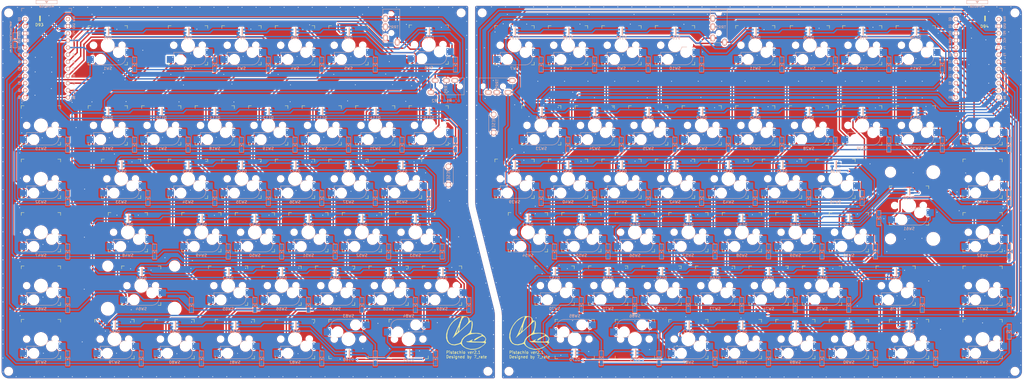
<source format=kicad_pcb>
(kicad_pcb (version 20171130) (host pcbnew "(5.1.9)-1")
  (layers (0 F.Cu signal) (31 B.Cu signal) (34 B.Paste user hide) (35 F.Paste user hide) (36 B.SilkS user) (37 F.SilkS user) (38 B.Mask user hide) (39 F.Mask user hide) (44 Edge.Cuts user))
  (net 0 "")
  (net 1 "Net-(D1-Pad2)")
  (net 2 L_row0)
  (net 3 "Net-(D2-Pad2)")
  (net 4 "Net-(D3-Pad2)")
  (net 5 "Net-(D4-Pad2)")
  (net 6 "Net-(D5-Pad2)")
  (net 7 "Net-(D6-Pad2)")
  (net 8 R_row0)
  (net 9 "Net-(D7-Pad2)")
  (net 10 "Net-(D8-Pad2)")
  (net 11 "Net-(D9-Pad2)")
  (net 12 "Net-(D10-Pad2)")
  (net 13 "Net-(D11-Pad2)")
  (net 14 "Net-(D12-Pad2)")
  (net 15 "Net-(D13-Pad2)")
  (net 16 "Net-(D14-Pad2)")
  (net 17 "Net-(D15-Pad2)")
  (net 18 L_row1)
  (net 19 "Net-(D16-Pad2)")
  (net 20 "Net-(D17-Pad2)")
  (net 21 "Net-(D18-Pad2)")
  (net 22 "Net-(D19-Pad2)")
  (net 23 "Net-(D20-Pad2)")
  (net 24 "Net-(D21-Pad2)")
  (net 25 "Net-(D22-Pad2)")
  (net 26 R_row1)
  (net 27 "Net-(D23-Pad2)")
  (net 28 "Net-(D24-Pad2)")
  (net 29 "Net-(D25-Pad2)")
  (net 30 "Net-(D26-Pad2)")
  (net 31 "Net-(D27-Pad2)")
  (net 32 "Net-(D28-Pad2)")
  (net 33 "Net-(D29-Pad2)")
  (net 34 "Net-(D30-Pad2)")
  (net 35 "Net-(D31-Pad2)")
  (net 36 L_row2)
  (net 37 "Net-(D32-Pad2)")
  (net 38 "Net-(D33-Pad2)")
  (net 39 "Net-(D34-Pad2)")
  (net 40 "Net-(D35-Pad2)")
  (net 41 "Net-(D36-Pad2)")
  (net 42 "Net-(D37-Pad2)")
  (net 43 "Net-(D38-Pad2)")
  (net 44 R_row2)
  (net 45 "Net-(D39-Pad2)")
  (net 46 "Net-(D40-Pad2)")
  (net 47 "Net-(D41-Pad2)")
  (net 48 "Net-(D42-Pad2)")
  (net 49 "Net-(D43-Pad2)")
  (net 50 "Net-(D44-Pad2)")
  (net 51 "Net-(D45-Pad2)")
  (net 52 "Net-(D46-Pad2)")
  (net 53 L_row3)
  (net 54 "Net-(D47-Pad2)")
  (net 55 "Net-(D48-Pad2)")
  (net 56 "Net-(D49-Pad2)")
  (net 57 "Net-(D50-Pad2)")
  (net 58 "Net-(D51-Pad2)")
  (net 59 "Net-(D52-Pad2)")
  (net 60 "Net-(D53-Pad2)")
  (net 61 "Net-(D54-Pad2)")
  (net 62 R_row3)
  (net 63 "Net-(D55-Pad2)")
  (net 64 "Net-(D56-Pad2)")
  (net 65 "Net-(D57-Pad2)")
  (net 66 "Net-(D58-Pad2)")
  (net 67 "Net-(D59-Pad2)")
  (net 68 "Net-(D60-Pad2)")
  (net 69 "Net-(D61-Pad2)")
  (net 70 "Net-(D62-Pad2)")
  (net 71 "Net-(D63-Pad2)")
  (net 72 L_row4)
  (net 73 "Net-(D64-Pad2)")
  (net 74 "Net-(D65-Pad2)")
  (net 75 "Net-(D66-Pad2)")
  (net 76 "Net-(D67-Pad2)")
  (net 77 "Net-(D68-Pad2)")
  (net 78 "Net-(D69-Pad2)")
  (net 79 R_row4)
  (net 80 "Net-(D70-Pad2)")
  (net 81 "Net-(D71-Pad2)")
  (net 82 "Net-(D72-Pad2)")
  (net 83 "Net-(D73-Pad2)")
  (net 84 "Net-(D74-Pad2)")
  (net 85 "Net-(D75-Pad2)")
  (net 86 "Net-(D76-Pad2)")
  (net 87 "Net-(D77-Pad2)")
  (net 88 L_row5)
  (net 89 "Net-(D78-Pad2)")
  (net 90 "Net-(D79-Pad2)")
  (net 91 "Net-(D80-Pad2)")
  (net 92 "Net-(D81-Pad2)")
  (net 93 "Net-(D82-Pad2)")
  (net 94 "Net-(D83-Pad2)")
  (net 95 "Net-(D84-Pad2)")
  (net 96 R_row5)
  (net 97 "Net-(D85-Pad2)")
  (net 98 "Net-(D86-Pad2)")
  (net 99 "Net-(D87-Pad2)")
  (net 100 "Net-(D88-Pad2)")
  (net 101 "Net-(D89-Pad2)")
  (net 102 "Net-(D90-Pad2)")
  (net 103 "Net-(D91-Pad2)")
  (net 104 "Net-(D92-Pad2)")
  (net 105 VCC)
  (net 106 L_LED)
  (net 107 GND)
  (net 108 "Net-(D93-Pad1)")
  (net 109 "Net-(D101-Pad3)")
  (net 110 R_GND)
  (net 111 R_LED)
  (net 112 R_VCC)
  (net 113 "Net-(D95-Pad1)")
  (net 114 "Net-(D96-Pad1)")
  (net 115 "Net-(D97-Pad1)")
  (net 116 "Net-(D98-Pad1)")
  (net 117 "Net-(D100-Pad3)")
  (net 118 "Net-(D100-Pad1)")
  (net 119 "Net-(D101-Pad1)")
  (net 120 "Net-(D102-Pad1)")
  (net 121 "Net-(D103-Pad1)")
  (net 122 "Net-(D104-Pad1)")
  (net 123 "Net-(D105-Pad1)")
  (net 124 "Net-(D106-Pad1)")
  (net 125 "Net-(D107-Pad1)")
  (net 126 "Net-(D108-Pad1)")
  (net 127 "Net-(D109-Pad1)")
  (net 128 "Net-(D110-Pad1)")
  (net 129 "Net-(D111-Pad1)")
  (net 130 "Net-(D112-Pad1)")
  (net 131 "Net-(D113-Pad1)")
  (net 132 "Net-(D114-Pad1)")
  (net 133 "Net-(D115-Pad1)")
  (net 134 "Net-(D116-Pad1)")
  (net 135 "Net-(D117-Pad1)")
  (net 136 "Net-(D118-Pad1)")
  (net 137 "Net-(D119-Pad1)")
  (net 138 "Net-(D120-Pad1)")
  (net 139 "Net-(D121-Pad1)")
  (net 140 "Net-(D122-Pad1)")
  (net 141 "Net-(D123-Pad1)")
  (net 142 "Net-(D124-Pad1)")
  (net 143 "Net-(D125-Pad1)")
  (net 144 "Net-(D126-Pad1)")
  (net 145 "Net-(D127-Pad1)")
  (net 146 "Net-(D128-Pad1)")
  (net 147 "Net-(D129-Pad1)")
  (net 148 "Net-(D130-Pad1)")
  (net 149 "Net-(D131-Pad1)")
  (net 150 "Net-(D132-Pad1)")
  (net 151 "Net-(D133-Pad1)")
  (net 152 "Net-(D134-Pad1)")
  (net 153 "Net-(D135-Pad1)")
  (net 154 "Net-(D136-Pad1)")
  (net 155 "Net-(D137-Pad1)")
  (net 156 "Net-(D138-Pad1)")
  (net 157 "Net-(D139-Pad1)")
  (net 158 "Net-(D140-Pad1)")
  (net 159 "Net-(D141-Pad1)")
  (net 160 "Net-(D142-Pad1)")
  (net 161 "Net-(D143-Pad1)")
  (net 162 "Net-(D144-Pad1)")
  (net 163 "Net-(D145-Pad1)")
  (net 164 "Net-(D146-Pad1)")
  (net 165 "Net-(D147-Pad1)")
  (net 166 "Net-(D148-Pad1)")
  (net 167 "Net-(D149-Pad1)")
  (net 168 "Net-(D150-Pad1)")
  (net 169 "Net-(D151-Pad1)")
  (net 170 "Net-(D152-Pad1)")
  (net 171 "Net-(D153-Pad1)")
  (net 172 "Net-(D154-Pad1)")
  (net 173 "Net-(D155-Pad1)")
  (net 174 "Net-(D156-Pad1)")
  (net 175 "Net-(D157-Pad1)")
  (net 176 "Net-(D158-Pad1)")
  (net 177 "Net-(D159-Pad1)")
  (net 178 "Net-(D160-Pad1)")
  (net 179 "Net-(D161-Pad1)")
  (net 180 "Net-(D162-Pad1)")
  (net 181 "Net-(D163-Pad1)")
  (net 182 "Net-(D164-Pad1)")
  (net 183 "Net-(D165-Pad1)")
  (net 184 "Net-(D166-Pad1)")
  (net 185 "Net-(D167-Pad1)")
  (net 186 "Net-(D168-Pad1)")
  (net 187 "Net-(D169-Pad1)")
  (net 188 "Net-(D170-Pad1)")
  (net 189 "Net-(D171-Pad1)")
  (net 190 "Net-(D172-Pad1)")
  (net 191 "Net-(D173-Pad1)")
  (net 192 "Net-(D174-Pad1)")
  (net 193 "Net-(D175-Pad1)")
  (net 194 "Net-(D176-Pad1)")
  (net 195 L_SDA)
  (net 196 L_SCL)
  (net 197 R_SCL)
  (net 198 R_SDA)
  (net 199 L_col0)
  (net 200 L_col1)
  (net 201 L_col2)
  (net 202 L_col3)
  (net 203 L_col4)
  (net 204 L_col5)
  (net 205 R_col0)
  (net 206 R_col1)
  (net 207 R_col2)
  (net 208 R_col3)
  (net 209 R_col4)
  (net 210 R_col5)
  (net 211 R_col6)
  (net 212 R_col7)
  (net 213 L_col6)
  (net 214 L_col7)
  (net 215 R_col8)
  (net 216 L_reset)
  (net 217 R_reset)
  (net 218 "Net-(U1-Pad24)")
  (net 219 L_col8)
  (net 220 "Net-(U2-Pad24)")
  (module kbd:Kailh_socket_MX (layer F.Cu) (at 374.866424 147.39984 180)
    (fp_text reference SW62 (at 0 -8.255) (layer B.SilkS) (effects (justify mirror)))
    (fp_text value SW_Push)
    (pad 2 thru_hole circle (at -6.7 -1.7 180) (size 0.8 0.8) (drill 0.4) (layers *.Cu *.Mask) (net 70 "Net-(D62-Pad2)"))
    (pad 2 thru_hole circle (at -6.7 -3.38 180) (size 0.8 0.8) (drill 0.4) (layers *.Cu *.Mask) (net 70 "Net-(D62-Pad2)"))
    (pad 1 thru_hole circle (at 5.42 -4.24 180) (size 0.8 0.8) (drill 0.4) (layers *.Cu *.Mask) (net 215 R_col8))
    (pad 1 thru_hole circle (at 5.43 -5.91 180) (size 0.8 0.8) (drill 0.4) (layers *.Cu *.Mask) (net 215 R_col8))
    (pad 2 smd rect (at -7.56 -2.54 180) (size 2.55 2.5) (layers B.Cu B.Paste B.Mask) (net 70 "Net-(D62-Pad2)"))
    (pad "" np_thru_hole circle (at -5.08 0 180) (size 1.7018 1.7018) (drill 1.7018) (layers *.Cu *.Mask))
    (pad "" np_thru_hole circle (at 5.08 0 180) (size 1.7018 1.7018) (drill 1.7018) (layers *.Cu *.Mask))
    (pad "" np_thru_hole circle (at 0 0 180) (size 3.9878 3.9878) (drill 3.9878) (layers *.Cu *.Mask))
    (pad "" np_thru_hole circle (at -3.81 -2.54 180) (size 3 3) (drill 3) (layers *.Cu *.Mask))
    (pad "" np_thru_hole circle (at 2.54 -5.08 180) (size 3 3) (drill 3) (layers *.Cu *.Mask))
    (pad 1 smd rect (at 6.29 -5.08 180) (size 2.55 2.5) (layers B.Cu B.Paste B.Mask) (net 215 R_col8))
  )
  (module kbd:Kailh_socket_MX (layer F.Cu) (at 91.88772 80.72456 180)
    (fp_text reference SW2 (at 0 -8.255) (layer B.SilkS) (effects (justify mirror)))
    (fp_text value SW_Push)
    (pad 2 thru_hole circle (at -6.7 -1.7 180) (size 0.8 0.8) (drill 0.4) (layers *.Cu *.Mask) (net 3 "Net-(D2-Pad2)"))
    (pad 2 thru_hole circle (at -6.7 -3.38 180) (size 0.8 0.8) (drill 0.4) (layers *.Cu *.Mask) (net 3 "Net-(D2-Pad2)"))
    (pad 1 thru_hole circle (at 5.42 -4.24 180) (size 0.8 0.8) (drill 0.4) (layers *.Cu *.Mask) (net 200 L_col1))
    (pad 1 thru_hole circle (at 5.43 -5.91 180) (size 0.8 0.8) (drill 0.4) (layers *.Cu *.Mask) (net 200 L_col1))
    (pad 2 smd rect (at -7.56 -2.54 180) (size 2.55 2.5) (layers B.Cu B.Paste B.Mask) (net 3 "Net-(D2-Pad2)"))
    (pad "" np_thru_hole circle (at -5.08 0 180) (size 1.7018 1.7018) (drill 1.7018) (layers *.Cu *.Mask))
    (pad "" np_thru_hole circle (at 5.08 0 180) (size 1.7018 1.7018) (drill 1.7018) (layers *.Cu *.Mask))
    (pad "" np_thru_hole circle (at 0 0 180) (size 3.9878 3.9878) (drill 3.9878) (layers *.Cu *.Mask))
    (pad "" np_thru_hole circle (at -3.81 -2.54 180) (size 3 3) (drill 3) (layers *.Cu *.Mask))
    (pad "" np_thru_hole circle (at 2.54 -5.08 180) (size 3 3) (drill 3) (layers *.Cu *.Mask))
    (pad 1 smd rect (at 6.29 -5.08 180) (size 2.55 2.5) (layers B.Cu B.Paste B.Mask) (net 200 L_col1))
  )
  (module kbd:Kailh_socket_MX (layer F.Cu) (at 149.04208 185.50674)
    (fp_text reference SW83 (at 0 -8.255) (layer B.SilkS) (effects (justify mirror)))
    (fp_text value SW_Push)
    (pad 2 thru_hole circle (at -6.7 -1.7) (size 0.8 0.8) (drill 0.4) (layers *.Cu *.Mask) (net 94 "Net-(D83-Pad2)"))
    (pad 2 thru_hole circle (at -6.7 -3.38) (size 0.8 0.8) (drill 0.4) (layers *.Cu *.Mask) (net 94 "Net-(D83-Pad2)"))
    (pad 1 thru_hole circle (at 5.42 -4.24) (size 0.8 0.8) (drill 0.4) (layers *.Cu *.Mask) (net 204 L_col5))
    (pad 1 thru_hole circle (at 5.43 -5.91) (size 0.8 0.8) (drill 0.4) (layers *.Cu *.Mask) (net 204 L_col5))
    (pad 2 smd rect (at -7.56 -2.54) (size 2.55 2.5) (layers B.Cu B.Paste B.Mask) (net 94 "Net-(D83-Pad2)"))
    (pad "" np_thru_hole circle (at -5.08 0) (size 1.7018 1.7018) (drill 1.7018) (layers *.Cu *.Mask))
    (pad "" np_thru_hole circle (at 5.08 0) (size 1.7018 1.7018) (drill 1.7018) (layers *.Cu *.Mask))
    (pad "" np_thru_hole circle (at 0 0) (size 3.9878 3.9878) (drill 3.9878) (layers *.Cu *.Mask))
    (pad "" np_thru_hole circle (at -3.81 -2.54) (size 3 3) (drill 3) (layers *.Cu *.Mask))
    (pad "" np_thru_hole circle (at 2.54 -5.08) (size 3 3) (drill 3) (layers *.Cu *.Mask))
    (pad 1 smd rect (at 6.29 -5.08) (size 2.55 2.5) (layers B.Cu B.Paste B.Mask) (net 204 L_col5))
  )
  (module kbd:Kailh_socket_MX (layer F.Cu) (at 129.992 185.5 180)
    (fp_text reference SW82 (at 0 -8.255) (layer B.SilkS) (effects (justify mirror)))
    (fp_text value SW_Push)
    (pad 2 thru_hole circle (at -6.7 -1.7 180) (size 0.8 0.8) (drill 0.4) (layers *.Cu *.Mask) (net 93 "Net-(D82-Pad2)"))
    (pad 2 thru_hole circle (at -6.7 -3.38 180) (size 0.8 0.8) (drill 0.4) (layers *.Cu *.Mask) (net 93 "Net-(D82-Pad2)"))
    (pad 1 thru_hole circle (at 5.42 -4.24 180) (size 0.8 0.8) (drill 0.4) (layers *.Cu *.Mask) (net 203 L_col4))
    (pad 1 thru_hole circle (at 5.43 -5.91 180) (size 0.8 0.8) (drill 0.4) (layers *.Cu *.Mask) (net 203 L_col4))
    (pad 2 smd rect (at -7.56 -2.54 180) (size 2.55 2.5) (layers B.Cu B.Paste B.Mask) (net 93 "Net-(D82-Pad2)"))
    (pad "" np_thru_hole circle (at -5.08 0 180) (size 1.7018 1.7018) (drill 1.7018) (layers *.Cu *.Mask))
    (pad "" np_thru_hole circle (at 5.08 0 180) (size 1.7018 1.7018) (drill 1.7018) (layers *.Cu *.Mask))
    (pad "" np_thru_hole circle (at 0 0 180) (size 3.9878 3.9878) (drill 3.9878) (layers *.Cu *.Mask))
    (pad "" np_thru_hole circle (at -3.81 -2.54 180) (size 3 3) (drill 3) (layers *.Cu *.Mask))
    (pad "" np_thru_hole circle (at 2.54 -5.08 180) (size 3 3) (drill 3) (layers *.Cu *.Mask))
    (pad 1 smd rect (at 6.29 -5.08 180) (size 2.55 2.5) (layers B.Cu B.Paste B.Mask) (net 203 L_col4))
  )
  (module kbd:Kailh_socket_MX (layer F.Cu) (at 108.56066 185.50674 180)
    (fp_text reference SW81 (at 0 -8.255) (layer B.SilkS) (effects (justify mirror)))
    (fp_text value SW_Push)
    (pad 2 thru_hole circle (at -6.7 -1.7 180) (size 0.8 0.8) (drill 0.4) (layers *.Cu *.Mask) (net 92 "Net-(D81-Pad2)"))
    (pad 2 thru_hole circle (at -6.7 -3.38 180) (size 0.8 0.8) (drill 0.4) (layers *.Cu *.Mask) (net 92 "Net-(D81-Pad2)"))
    (pad 1 thru_hole circle (at 5.42 -4.24 180) (size 0.8 0.8) (drill 0.4) (layers *.Cu *.Mask) (net 202 L_col3))
    (pad 1 thru_hole circle (at 5.43 -5.91 180) (size 0.8 0.8) (drill 0.4) (layers *.Cu *.Mask) (net 202 L_col3))
    (pad 2 smd rect (at -7.56 -2.54 180) (size 2.55 2.5) (layers B.Cu B.Paste B.Mask) (net 92 "Net-(D81-Pad2)"))
    (pad "" np_thru_hole circle (at -5.08 0 180) (size 1.7018 1.7018) (drill 1.7018) (layers *.Cu *.Mask))
    (pad "" np_thru_hole circle (at 5.08 0 180) (size 1.7018 1.7018) (drill 1.7018) (layers *.Cu *.Mask))
    (pad "" np_thru_hole circle (at 0 0 180) (size 3.9878 3.9878) (drill 3.9878) (layers *.Cu *.Mask))
    (pad "" np_thru_hole circle (at -3.81 -2.54 180) (size 3 3) (drill 3) (layers *.Cu *.Mask))
    (pad "" np_thru_hole circle (at 2.54 -5.08 180) (size 3 3) (drill 3) (layers *.Cu *.Mask))
    (pad 1 smd rect (at 6.29 -5.08 180) (size 2.55 2.5) (layers B.Cu B.Paste B.Mask) (net 202 L_col3))
  )
  (module kbd:Pistachio_logo (layer F.Cu) (at 214.33655 183.770911)
    (fp_text reference G*** hide)
    (fp_text value LOGO hide)
  )
  (module kbd:Pistachio_logo (layer F.Cu) (at 191.8376 183.80456)
    (fp_text reference G*** hide)
    (fp_text value LOGO hide)
  )
  (module kbd:Kailh_socket_MX (layer F.Cu) (at 208.178224 80.72456 180)
    (fp_text reference SW7 (at 0 -8.255) (layer B.SilkS) (effects (justify mirror)))
    (fp_text value SW_Push)
    (pad 2 thru_hole circle (at -6.7 -1.7 180) (size 0.8 0.8) (drill 0.4) (layers *.Cu *.Mask) (net 9 "Net-(D7-Pad2)"))
    (pad 2 thru_hole circle (at -6.7 -3.38 180) (size 0.8 0.8) (drill 0.4) (layers *.Cu *.Mask) (net 9 "Net-(D7-Pad2)"))
    (pad 1 thru_hole circle (at 5.42 -4.24 180) (size 0.8 0.8) (drill 0.4) (layers *.Cu *.Mask) (net 205 R_col0))
    (pad 1 thru_hole circle (at 5.43 -5.91 180) (size 0.8 0.8) (drill 0.4) (layers *.Cu *.Mask) (net 205 R_col0))
    (pad 2 smd rect (at -7.56 -2.54 180) (size 2.55 2.5) (layers B.Cu B.Paste B.Mask) (net 9 "Net-(D7-Pad2)"))
    (pad "" np_thru_hole circle (at -5.08 0 180) (size 1.7018 1.7018) (drill 1.7018) (layers *.Cu *.Mask))
    (pad "" np_thru_hole circle (at 5.08 0 180) (size 1.7018 1.7018) (drill 1.7018) (layers *.Cu *.Mask))
    (pad "" np_thru_hole circle (at 0 0 180) (size 3.9878 3.9878) (drill 3.9878) (layers *.Cu *.Mask))
    (pad "" np_thru_hole circle (at -3.81 -2.54 180) (size 3 3) (drill 3) (layers *.Cu *.Mask))
    (pad "" np_thru_hole circle (at 2.54 -5.08 180) (size 3 3) (drill 3) (layers *.Cu *.Mask))
    (pad 1 smd rect (at 6.29 -5.08 180) (size 2.55 2.5) (layers B.Cu B.Paste B.Mask) (net 205 R_col0))
  )
  (module kbd:Kailh_socket_MX (layer F.Cu) (at 129.98788 80.72456 180)
    (fp_text reference SW4 (at 0 -8.255) (layer B.SilkS) (effects (justify mirror)))
    (fp_text value SW_Push)
    (pad 2 thru_hole circle (at -6.7 -1.7 180) (size 0.8 0.8) (drill 0.4) (layers *.Cu *.Mask) (net 5 "Net-(D4-Pad2)"))
    (pad 2 thru_hole circle (at -6.7 -3.38 180) (size 0.8 0.8) (drill 0.4) (layers *.Cu *.Mask) (net 5 "Net-(D4-Pad2)"))
    (pad 1 thru_hole circle (at 5.42 -4.24 180) (size 0.8 0.8) (drill 0.4) (layers *.Cu *.Mask) (net 202 L_col3))
    (pad 1 thru_hole circle (at 5.43 -5.91 180) (size 0.8 0.8) (drill 0.4) (layers *.Cu *.Mask) (net 202 L_col3))
    (pad 2 smd rect (at -7.56 -2.54 180) (size 2.55 2.5) (layers B.Cu B.Paste B.Mask) (net 5 "Net-(D4-Pad2)"))
    (pad "" np_thru_hole circle (at -5.08 0 180) (size 1.7018 1.7018) (drill 1.7018) (layers *.Cu *.Mask))
    (pad "" np_thru_hole circle (at 5.08 0 180) (size 1.7018 1.7018) (drill 1.7018) (layers *.Cu *.Mask))
    (pad "" np_thru_hole circle (at 0 0 180) (size 3.9878 3.9878) (drill 3.9878) (layers *.Cu *.Mask))
    (pad "" np_thru_hole circle (at -3.81 -2.54 180) (size 3 3) (drill 3) (layers *.Cu *.Mask))
    (pad "" np_thru_hole circle (at 2.54 -5.08 180) (size 3 3) (drill 3) (layers *.Cu *.Mask))
    (pad 1 smd rect (at 6.29 -5.08 180) (size 2.55 2.5) (layers B.Cu B.Paste B.Mask) (net 202 L_col3))
  )
  (module kbd:ProMicro_v3.5 (layer B.Cu) (at 372.982 85.857 180)
    (fp_text reference U2 hide)
    (fp_text value ProMicro hide)
    (fp_text user " " (at -0.545 17.4) (layer B.SilkS) (effects (justify mirror)))
    (fp_text user "" (at -1.2515 16.256) (layer F.SilkS))
    (fp_text user "" (at -0.545 17.4) (layer B.SilkS) (effects (justify mirror)))
    (fp_text user RAW (at -9.75 14.5415 90 unlocked) (layer B.SilkS) (effects (font (size 0.75 0.67) (thickness 0.125)) (justify mirror)))
    (fp_text user GND (at -9.75 12.0015 90 unlocked) (layer B.SilkS) (effects (font (size 0.75 0.67) (thickness 0.125)) (justify mirror)))
    (fp_text user RST (at -9.75 9.4615 90 unlocked) (layer B.SilkS) (effects (font (size 0.75 0.67) (thickness 0.125)) (justify mirror)))
    (fp_text user VCC (at -9.75 6.9215 90 unlocked) (layer B.SilkS) (effects (font (size 0.75 0.67) (thickness 0.125)) (justify mirror)))
    (fp_text user F4 (at -9.75 4.2545 90 unlocked) (layer B.SilkS) (effects (font (size 0.75 0.67) (thickness 0.125)) (justify mirror)))
    (fp_text user F5 (at -9.75 1.778 90 unlocked) (layer B.SilkS) (effects (font (size 0.75 0.67) (thickness 0.125)) (justify mirror)))
    (fp_text user F6 (at -9.75 -0.762 90 unlocked) (layer B.SilkS) (effects (font (size 0.75 0.67) (thickness 0.125)) (justify mirror)))
    (fp_text user F7 (at -9.75 -3.302 90 unlocked) (layer B.SilkS) (effects (font (size 0.75 0.67) (thickness 0.125)) (justify mirror)))
    (fp_text user B1 (at -9.75 -5.842 90 unlocked) (layer B.SilkS) (effects (font (size 0.75 0.67) (thickness 0.125)) (justify mirror)))
    (fp_text user B3 (at -9.75 -8.382 90 unlocked) (layer B.SilkS) (effects (font (size 0.75 0.67) (thickness 0.125)) (justify mirror)))
    (fp_text user B6 (at -9.75 -13.462 90 unlocked) (layer B.SilkS) (effects (font (size 0.75 0.67) (thickness 0.125)) (justify mirror)))
    (fp_text user B2 (at -9.75 -10.95 90 unlocked) (layer B.SilkS) (effects (font (size 0.75 0.67) (thickness 0.125)) (justify mirror)))
    (fp_text user E6 (at 9.75 -8.3185 270 unlocked) (layer B.SilkS) (effects (font (size 0.75 0.67) (thickness 0.125)) (justify mirror)))
    (fp_text user D7 (at 9.75 -5.7785 -90 unlocked) (layer B.SilkS) (effects (font (size 0.75 0.67) (thickness 0.125)) (justify mirror)))
    (fp_text user GND (at 9.75 9.3 -90 unlocked) (layer B.SilkS) (effects (font (size 0.75 0.67) (thickness 0.125)) (justify mirror)))
    (fp_text user GND (at 9.75 6.85 -90 unlocked) (layer B.SilkS) (effects (font (size 0.75 0.67) (thickness 0.125)) (justify mirror)))
    (fp_text user D3 (at 9.75 14.45 -90 unlocked) (layer B.SilkS) (effects (font (size 0.75 0.67) (thickness 0.125)) (justify mirror)))
    (fp_text user D4 (at 9.75 -0.7 -90 unlocked) (layer B.SilkS) (effects (font (size 0.75 0.67) (thickness 0.125)) (justify mirror)))
    (fp_text user D1 (at 9.75 4.2 270 unlocked) (layer B.SilkS) (effects (font (size 0.75 0.67) (thickness 0.125)) (justify mirror)))
    (fp_text user D0 (at 9.75 1.7 -90 unlocked) (layer B.SilkS) (effects (font (size 0.75 0.67) (thickness 0.125)) (justify mirror)))
    (fp_text user C6 (at 9.75 -3.25 -90 unlocked) (layer B.SilkS) (effects (font (size 0.75 0.67) (thickness 0.125)) (justify mirror)))
    (fp_text user B5 (at 9.6444 -13.41756 unlocked) (layer B.SilkS) (effects (font (size 0.75 0.67) (thickness 0.125)) (justify mirror)))
    (fp_text user D2 (at 9.75 11.9 -90 unlocked) (layer B.SilkS) (effects (font (size 0.75 0.67) (thickness 0.125)) (justify mirror)))
    (fp_text user B4 (at 9.5694 -10.89256 unlocked) (layer B.SilkS) (effects (font (size 0.75 0.67) (thickness 0.125)) (justify mirror)))
    (fp_text user MicroUSB (at -0.05 18.95) (layer B.SilkS) (effects (font (size 0.75 0.75) (thickness 0.12)) (justify mirror)))
    (pad 24 thru_hole circle (at -7.6086 14.478 180) (size 1.524 1.524) (drill 0.8128) (layers *.Cu B.SilkS F.Mask) (net 220 "Net-(U2-Pad24)"))
    (pad 23 thru_hole circle (at -7.6086 11.938 180) (size 1.524 1.524) (drill 0.8128) (layers *.Cu B.SilkS F.Mask) (net 110 R_GND))
    (pad 22 thru_hole circle (at -7.6086 9.398 180) (size 1.524 1.524) (drill 0.8128) (layers *.Cu B.SilkS F.Mask) (net 217 R_reset))
    (pad 21 thru_hole circle (at -7.6086 6.858 180) (size 1.524 1.524) (drill 0.8128) (layers *.Cu B.SilkS F.Mask) (net 112 R_VCC))
    (pad 20 thru_hole circle (at -7.6086 4.318 180) (size 1.524 1.524) (drill 0.8128) (layers *.Cu B.SilkS F.Mask) (net 212 R_col7))
    (pad 19 thru_hole circle (at -7.6086 1.778 180) (size 1.524 1.524) (drill 0.8128) (layers *.Cu B.SilkS F.Mask) (net 211 R_col6))
    (pad 18 thru_hole circle (at -7.6086 -0.762 180) (size 1.524 1.524) (drill 0.8128) (layers *.Cu B.SilkS F.Mask) (net 210 R_col5))
    (pad 17 thru_hole circle (at -7.6086 -3.302 180) (size 1.524 1.524) (drill 0.8128) (layers *.Cu B.SilkS F.Mask) (net 209 R_col4))
    (pad 16 thru_hole circle (at -7.6086 -5.842 180) (size 1.524 1.524) (drill 0.8128) (layers *.Cu B.SilkS F.Mask) (net 208 R_col3))
    (pad 15 thru_hole circle (at -7.6086 -8.382 180) (size 1.524 1.524) (drill 0.8128) (layers *.Cu B.SilkS F.Mask) (net 207 R_col2))
    (pad 14 thru_hole circle (at -7.6086 -10.922 180) (size 1.524 1.524) (drill 0.8128) (layers *.Cu B.SilkS F.Mask) (net 206 R_col1))
    (pad 13 thru_hole circle (at -7.6086 -13.462 180) (size 1.524 1.524) (drill 0.8128) (layers *.Cu B.SilkS F.Mask) (net 205 R_col0))
    (pad 12 thru_hole circle (at 7.6114 -13.462 180) (size 1.524 1.524) (drill 0.8128) (layers *.Cu B.SilkS F.Mask) (net 8 R_row0))
    (pad 11 thru_hole circle (at 7.6114 -10.922 180) (size 1.524 1.524) (drill 0.8128) (layers *.Cu B.SilkS F.Mask) (net 26 R_row1))
    (pad 10 thru_hole circle (at 7.6114 -8.382 180) (size 1.524 1.524) (drill 0.8128) (layers *.Cu B.SilkS F.Mask) (net 44 R_row2))
    (pad 9 thru_hole circle (at 7.6114 -5.842 180) (size 1.524 1.524) (drill 0.8128) (layers *.Cu B.SilkS F.Mask) (net 62 R_row3))
    (pad 8 thru_hole circle (at 7.6114 -3.302 180) (size 1.524 1.524) (drill 0.8128) (layers *.Cu B.SilkS F.Mask) (net 79 R_row4))
    (pad 7 thru_hole circle (at 7.6114 -0.762 180) (size 1.524 1.524) (drill 0.8128) (layers *.Cu B.SilkS F.Mask) (net 96 R_row5))
    (pad 6 thru_hole circle (at 7.6114 1.778 180) (size 1.524 1.524) (drill 0.8128) (layers *.Cu B.SilkS F.Mask) (net 197 R_SCL))
    (pad 5 thru_hole circle (at 7.6114 4.318 180) (size 1.524 1.524) (drill 0.8128) (layers *.Cu B.SilkS F.Mask) (net 198 R_SDA))
    (pad 4 thru_hole circle (at 7.6114 6.858 180) (size 1.524 1.524) (drill 0.8128) (layers *.Cu B.SilkS F.Mask) (net 110 R_GND))
    (pad 3 thru_hole circle (at 7.6114 9.398 180) (size 1.524 1.524) (drill 0.8128) (layers *.Cu B.SilkS F.Mask) (net 110 R_GND))
    (pad 2 thru_hole circle (at 7.6114 11.938 180) (size 1.524 1.524) (drill 0.8128) (layers *.Cu B.SilkS F.Mask) (net 111 R_LED))
    (pad 1 thru_hole circle (at 7.6114 14.478 180) (size 1.524 1.524) (drill 0.8128) (layers *.Cu B.SilkS F.Mask) (net 215 R_col8))
  )
  (module kbd:Kailh_socket_MX (layer F.Cu) (at 63.3126 80.72456 180)
    (fp_text reference SW1 (at 0 -8.255) (layer B.SilkS) (effects (justify mirror)))
    (fp_text value SW_Push)
    (pad 2 thru_hole circle (at -6.7 -1.7 180) (size 0.8 0.8) (drill 0.4) (layers *.Cu *.Mask) (net 1 "Net-(D1-Pad2)"))
    (pad 2 thru_hole circle (at -6.7 -3.38 180) (size 0.8 0.8) (drill 0.4) (layers *.Cu *.Mask) (net 1 "Net-(D1-Pad2)"))
    (pad 1 thru_hole circle (at 5.42 -4.24 180) (size 0.8 0.8) (drill 0.4) (layers *.Cu *.Mask) (net 199 L_col0))
    (pad 1 thru_hole circle (at 5.43 -5.91 180) (size 0.8 0.8) (drill 0.4) (layers *.Cu *.Mask) (net 199 L_col0))
    (pad 2 smd rect (at -7.56 -2.54 180) (size 2.55 2.5) (layers B.Cu B.Paste B.Mask) (net 1 "Net-(D1-Pad2)"))
    (pad "" np_thru_hole circle (at -5.08 0 180) (size 1.7018 1.7018) (drill 1.7018) (layers *.Cu *.Mask))
    (pad "" np_thru_hole circle (at 5.08 0 180) (size 1.7018 1.7018) (drill 1.7018) (layers *.Cu *.Mask))
    (pad "" np_thru_hole circle (at 0 0 180) (size 3.9878 3.9878) (drill 3.9878) (layers *.Cu *.Mask))
    (pad "" np_thru_hole circle (at -3.81 -2.54 180) (size 3 3) (drill 3) (layers *.Cu *.Mask))
    (pad "" np_thru_hole circle (at 2.54 -5.08 180) (size 3 3) (drill 3) (layers *.Cu *.Mask))
    (pad 1 smd rect (at 6.29 -5.08 180) (size 2.55 2.5) (layers B.Cu B.Paste B.Mask) (net 199 L_col0))
  )
  (module kbd:ProMicro_v3.5 (layer B.Cu) (at 41.512 85.857 180)
    (fp_text reference U1 hide)
    (fp_text value ProMicro hide)
    (fp_text user " " (at -1.2515 16.256) (layer F.SilkS))
    (fp_text user "" (at -1.2515 16.256) (layer F.SilkS))
    (fp_text user "" (at -0.545 17.4) (layer B.SilkS) (effects (justify mirror)))
    (fp_text user RAW (at -9.75 14.5415 90 unlocked) (layer B.SilkS) (effects (font (size 0.75 0.67) (thickness 0.125)) (justify mirror)))
    (fp_text user GND (at -9.75 12.0015 90 unlocked) (layer B.SilkS) (effects (font (size 0.75 0.67) (thickness 0.125)) (justify mirror)))
    (fp_text user RST (at -9.75 9.4615 90 unlocked) (layer B.SilkS) (effects (font (size 0.75 0.67) (thickness 0.125)) (justify mirror)))
    (fp_text user VCC (at -9.75 6.9215 90 unlocked) (layer B.SilkS) (effects (font (size 0.75 0.67) (thickness 0.125)) (justify mirror)))
    (fp_text user F4 (at -9.75 4.2545 90 unlocked) (layer B.SilkS) (effects (font (size 0.75 0.67) (thickness 0.125)) (justify mirror)))
    (fp_text user F5 (at -9.75 1.778 90 unlocked) (layer B.SilkS) (effects (font (size 0.75 0.67) (thickness 0.125)) (justify mirror)))
    (fp_text user F6 (at -9.75 -0.762 90 unlocked) (layer B.SilkS) (effects (font (size 0.75 0.67) (thickness 0.125)) (justify mirror)))
    (fp_text user F7 (at -9.75 -3.302 90 unlocked) (layer B.SilkS) (effects (font (size 0.75 0.67) (thickness 0.125)) (justify mirror)))
    (fp_text user B1 (at -9.75 -5.842 90 unlocked) (layer B.SilkS) (effects (font (size 0.75 0.67) (thickness 0.125)) (justify mirror)))
    (fp_text user B3 (at -9.75 -8.382 90 unlocked) (layer B.SilkS) (effects (font (size 0.75 0.67) (thickness 0.125)) (justify mirror)))
    (fp_text user B6 (at -9.75 -13.462 90 unlocked) (layer B.SilkS) (effects (font (size 0.75 0.67) (thickness 0.125)) (justify mirror)))
    (fp_text user B2 (at -9.75 -10.95 90 unlocked) (layer B.SilkS) (effects (font (size 0.75 0.67) (thickness 0.125)) (justify mirror)))
    (fp_text user E6 (at 9.75 -8.3185 270 unlocked) (layer B.SilkS) (effects (font (size 0.75 0.67) (thickness 0.125)) (justify mirror)))
    (fp_text user D7 (at 9.75 -5.7785 -90 unlocked) (layer B.SilkS) (effects (font (size 0.75 0.67) (thickness 0.125)) (justify mirror)))
    (fp_text user GND (at 9.75 9.3 -90 unlocked) (layer B.SilkS) (effects (font (size 0.75 0.67) (thickness 0.125)) (justify mirror)))
    (fp_text user GND (at 9.75 6.85 -90 unlocked) (layer B.SilkS) (effects (font (size 0.75 0.67) (thickness 0.125)) (justify mirror)))
    (fp_text user D3 (at 9.75 14.45 -90 unlocked) (layer B.SilkS) (effects (font (size 0.75 0.67) (thickness 0.125)) (justify mirror)))
    (fp_text user D4 (at 9.75 -0.7 -90 unlocked) (layer B.SilkS) (effects (font (size 0.75 0.67) (thickness 0.125)) (justify mirror)))
    (fp_text user D1 (at 9.75 4.2 270 unlocked) (layer B.SilkS) (effects (font (size 0.75 0.67) (thickness 0.125)) (justify mirror)))
    (fp_text user D0 (at 9.75 1.7 -90 unlocked) (layer B.SilkS) (effects (font (size 0.75 0.67) (thickness 0.125)) (justify mirror)))
    (fp_text user C6 (at 9.75 -3.25 -90 unlocked) (layer B.SilkS) (effects (font (size 0.75 0.67) (thickness 0.125)) (justify mirror)))
    (fp_text user B5 (at 9.75 -13.3985 270 unlocked) (layer B.SilkS) (effects (font (size 0.75 0.67) (thickness 0.125)) (justify mirror)))
    (fp_text user D2 (at 9.75 11.9 -90 unlocked) (layer B.SilkS) (effects (font (size 0.75 0.67) (thickness 0.125)) (justify mirror)))
    (fp_text user B4 (at 9.75 -10.9 270 unlocked) (layer B.SilkS) (effects (font (size 0.75 0.67) (thickness 0.125)) (justify mirror)))
    (fp_text user MicroUSB (at -0.05 18.95) (layer B.SilkS) (effects (font (size 0.75 0.75) (thickness 0.12)) (justify mirror)))
    (pad 24 thru_hole circle (at -7.6086 14.478 180) (size 1.524 1.524) (drill 0.8128) (layers *.Cu B.SilkS F.Mask) (net 218 "Net-(U1-Pad24)"))
    (pad 23 thru_hole circle (at -7.6086 11.938 180) (size 1.524 1.524) (drill 0.8128) (layers *.Cu B.SilkS F.Mask) (net 107 GND))
    (pad 22 thru_hole circle (at -7.6086 9.398 180) (size 1.524 1.524) (drill 0.8128) (layers *.Cu B.SilkS F.Mask) (net 216 L_reset))
    (pad 21 thru_hole circle (at -7.6086 6.858 180) (size 1.524 1.524) (drill 0.8128) (layers *.Cu B.SilkS F.Mask) (net 105 VCC))
    (pad 20 thru_hole circle (at -7.6086 4.318 180) (size 1.524 1.524) (drill 0.8128) (layers *.Cu B.SilkS F.Mask) (net 214 L_col7))
    (pad 19 thru_hole circle (at -7.6086 1.778 180) (size 1.524 1.524) (drill 0.8128) (layers *.Cu B.SilkS F.Mask) (net 213 L_col6))
    (pad 18 thru_hole circle (at -7.6086 -0.762 180) (size 1.524 1.524) (drill 0.8128) (layers *.Cu B.SilkS F.Mask) (net 204 L_col5))
    (pad 17 thru_hole circle (at -7.6086 -3.302 180) (size 1.524 1.524) (drill 0.8128) (layers *.Cu B.SilkS F.Mask) (net 203 L_col4))
    (pad 16 thru_hole circle (at -7.6086 -5.842 180) (size 1.524 1.524) (drill 0.8128) (layers *.Cu B.SilkS F.Mask) (net 202 L_col3))
    (pad 15 thru_hole circle (at -7.6086 -8.382 180) (size 1.524 1.524) (drill 0.8128) (layers *.Cu B.SilkS F.Mask) (net 201 L_col2))
    (pad 14 thru_hole circle (at -7.6086 -10.922 180) (size 1.524 1.524) (drill 0.8128) (layers *.Cu B.SilkS F.Mask) (net 200 L_col1))
    (pad 13 thru_hole circle (at -7.6086 -13.462 180) (size 1.524 1.524) (drill 0.8128) (layers *.Cu B.SilkS F.Mask) (net 199 L_col0))
    (pad 12 thru_hole circle (at 7.6114 -13.462 180) (size 1.524 1.524) (drill 0.8128) (layers *.Cu B.SilkS F.Mask) (net 2 L_row0))
    (pad 11 thru_hole circle (at 7.6114 -10.922 180) (size 1.524 1.524) (drill 0.8128) (layers *.Cu B.SilkS F.Mask) (net 18 L_row1))
    (pad 10 thru_hole circle (at 7.6114 -8.382 180) (size 1.524 1.524) (drill 0.8128) (layers *.Cu B.SilkS F.Mask) (net 36 L_row2))
    (pad 9 thru_hole circle (at 7.6114 -5.842 180) (size 1.524 1.524) (drill 0.8128) (layers *.Cu B.SilkS F.Mask) (net 53 L_row3))
    (pad 8 thru_hole circle (at 7.6114 -3.302 180) (size 1.524 1.524) (drill 0.8128) (layers *.Cu B.SilkS F.Mask) (net 72 L_row4))
    (pad 7 thru_hole circle (at 7.6114 -0.762 180) (size 1.524 1.524) (drill 0.8128) (layers *.Cu B.SilkS F.Mask) (net 88 L_row5))
    (pad 6 thru_hole circle (at 7.6114 1.778 180) (size 1.524 1.524) (drill 0.8128) (layers *.Cu B.SilkS F.Mask) (net 196 L_SCL))
    (pad 5 thru_hole circle (at 7.6114 4.318 180) (size 1.524 1.524) (drill 0.8128) (layers *.Cu B.SilkS F.Mask) (net 195 L_SDA))
    (pad 4 thru_hole circle (at 7.6114 6.858 180) (size 1.524 1.524) (drill 0.8128) (layers *.Cu B.SilkS F.Mask) (net 107 GND))
    (pad 3 thru_hole circle (at 7.6114 9.398 180) (size 1.524 1.524) (drill 0.8128) (layers *.Cu B.SilkS F.Mask) (net 107 GND))
    (pad 2 thru_hole circle (at 7.6114 11.938 180) (size 1.524 1.524) (drill 0.8128) (layers *.Cu B.SilkS F.Mask) (net 106 L_LED))
    (pad 1 thru_hole circle (at 7.6114 14.478 180) (size 1.524 1.524) (drill 0.8128) (layers *.Cu B.SilkS F.Mask) (net 219 L_col8))
  )
  (module kbd:Kailh_socket_MX (layer F.Cu) (at 110.9378 128.34976 180)
    (fp_text reference SW35 (at 0 -8.255) (layer B.SilkS) (effects (justify mirror)))
    (fp_text value SW_Push)
    (pad 2 thru_hole circle (at -6.7 -1.7 180) (size 0.8 0.8) (drill 0.4) (layers *.Cu *.Mask) (net 40 "Net-(D35-Pad2)"))
    (pad 2 thru_hole circle (at -6.7 -3.38 180) (size 0.8 0.8) (drill 0.4) (layers *.Cu *.Mask) (net 40 "Net-(D35-Pad2)"))
    (pad 1 thru_hole circle (at 5.42 -4.24 180) (size 0.8 0.8) (drill 0.4) (layers *.Cu *.Mask) (net 202 L_col3))
    (pad 1 thru_hole circle (at 5.43 -5.91 180) (size 0.8 0.8) (drill 0.4) (layers *.Cu *.Mask) (net 202 L_col3))
    (pad 2 smd rect (at -7.56 -2.54 180) (size 2.55 2.5) (layers B.Cu B.Paste B.Mask) (net 40 "Net-(D35-Pad2)"))
    (pad "" np_thru_hole circle (at -5.08 0 180) (size 1.7018 1.7018) (drill 1.7018) (layers *.Cu *.Mask))
    (pad "" np_thru_hole circle (at 5.08 0 180) (size 1.7018 1.7018) (drill 1.7018) (layers *.Cu *.Mask))
    (pad "" np_thru_hole circle (at 0 0 180) (size 3.9878 3.9878) (drill 3.9878) (layers *.Cu *.Mask))
    (pad "" np_thru_hole circle (at -3.81 -2.54 180) (size 3 3) (drill 3) (layers *.Cu *.Mask))
    (pad "" np_thru_hole circle (at 2.54 -5.08 180) (size 3 3) (drill 3) (layers *.Cu *.Mask))
    (pad 1 smd rect (at 6.29 -5.08 180) (size 2.55 2.5) (layers B.Cu B.Paste B.Mask) (net 202 L_col3))
  )
  (module kbd:WS2812C-2020_rev (layer F.Cu) (at 246.278384 75.689391)
    (fp_text reference D103 (at 0 2.3368) (layer B.SilkS) (effects (justify mirror)))
    (fp_text value WS2812C)
    (pad 1 smd rect (at 1.1668 0.55) (size 1.2 0.7) (layers B.Cu B.Paste B.Mask) (net 121 "Net-(D103-Pad1)"))
    (pad 2 smd rect (at 1.1668 -0.55) (size 1.2 0.7) (layers B.Cu B.Paste B.Mask) (net 110 R_GND))
    (pad 3 smd rect (at -1.1668 -0.55) (size 1.2 0.7) (layers B.Cu B.Paste B.Mask) (net 120 "Net-(D102-Pad1)"))
    (pad 4 smd rect (at -1.1668 0.5588) (size 1.2 0.7) (layers B.Cu B.Paste B.Mask) (net 112 R_VCC))
  )
  (module kbd:WS2812C-2020_rev (layer F.Cu) (at 265.32847 75.689391)
    (fp_text reference D104 (at 0 2.3368) (layer B.SilkS) (effects (justify mirror)))
    (fp_text value WS2812C)
    (pad 1 smd rect (at 1.1668 0.55) (size 1.2 0.7) (layers B.Cu B.Paste B.Mask) (net 122 "Net-(D104-Pad1)"))
    (pad 2 smd rect (at 1.1668 -0.55) (size 1.2 0.7) (layers B.Cu B.Paste B.Mask) (net 110 R_GND))
    (pad 3 smd rect (at -1.1668 -0.55) (size 1.2 0.7) (layers B.Cu B.Paste B.Mask) (net 121 "Net-(D103-Pad1)"))
    (pad 4 smd rect (at -1.1668 0.5588) (size 1.2 0.7) (layers B.Cu B.Paste B.Mask) (net 112 R_VCC))
  )
  (module kbd:Stabilizer_MX_2u (layer F.Cu) (at 349.06229 137.877311 90)
    (fp_text reference REF** hide)
    (fp_text value Stabilizer_MX_2u hide)
    (pad "" np_thru_hole circle (at -11.9 -6.985 90) (size 3.048 3.048) (drill 3.048) (layers *.Cu *.Mask))
    (pad "" np_thru_hole circle (at 11.9 -6.985 90) (size 3.048 3.048) (drill 3.048) (layers *.Cu *.Mask))
    (pad "" np_thru_hole circle (at -11.9 8.255 90) (size 3.9878 3.9878) (drill 3.9878) (layers *.Cu *.Mask))
    (pad "" np_thru_hole circle (at 11.9 8.255 90) (size 3.9878 3.9878) (drill 3.9878) (layers *.Cu *.Mask))
  )
  (module kbd:Stabilizer_MX_2u (layer F.Cu) (at 75.21229 166.447311)
    (fp_text reference REF** hide)
    (fp_text value Stabilizer_MX_2u hide)
    (pad "" np_thru_hole circle (at -11.9 -6.985) (size 3.048 3.048) (drill 3.048) (layers *.Cu *.Mask))
    (pad "" np_thru_hole circle (at 11.9 -6.985) (size 3.048 3.048) (drill 3.048) (layers *.Cu *.Mask))
    (pad "" np_thru_hole circle (at -11.9 8.255) (size 3.9878 3.9878) (drill 3.9878) (layers *.Cu *.Mask))
    (pad "" np_thru_hole circle (at 11.9 8.255) (size 3.9878 3.9878) (drill 3.9878) (layers *.Cu *.Mask))
  )
  (module kbd:D3_SMD_v2 (layer B.Cu) (at 72.84985 87.633691 90)
    (fp_text reference D1 hide)
    (fp_text value 1N4148 hide)
    (pad 2 smd rect (at 1.775 0 90) (size 2 1) (layers B.Cu) (net 1 "Net-(D1-Pad2)"))
    (pad 1 smd rect (at -1.775 0 90) (size 2 1) (layers B.Cu) (net 2 L_row0))
  )
  (module kbd:D3_SMD_v2 (layer B.Cu) (at 101.42497 87.633691 90)
    (fp_text reference D2 hide)
    (fp_text value 1N4148 hide)
    (pad 2 smd rect (at 1.775 0 90) (size 2 1) (layers B.Cu) (net 3 "Net-(D2-Pad2)"))
    (pad 1 smd rect (at -1.775 0 90) (size 2 1) (layers B.Cu) (net 2 L_row0))
  )
  (module kbd:D3_SMD_v2 (layer B.Cu) (at 120.47505 87.633691 90)
    (fp_text reference D3 hide)
    (fp_text value 1N4148 hide)
    (pad 2 smd rect (at 1.775 0 90) (size 2 1) (layers B.Cu) (net 4 "Net-(D3-Pad2)"))
    (pad 1 smd rect (at -1.775 0 90) (size 2 1) (layers B.Cu) (net 2 L_row0))
  )
  (module kbd:D3_SMD_v2 (layer B.Cu) (at 139.52513 87.633691 90)
    (fp_text reference D4 hide)
    (fp_text value 1N4148 hide)
    (pad 2 smd rect (at 1.775 0 90) (size 2 1) (layers B.Cu) (net 5 "Net-(D4-Pad2)"))
    (pad 1 smd rect (at -1.775 0 90) (size 2 1) (layers B.Cu) (net 2 L_row0))
  )
  (module kbd:D3_SMD_v2 (layer B.Cu) (at 158.57521 87.633691 90)
    (fp_text reference D5 hide)
    (fp_text value 1N4148 hide)
    (pad 2 smd rect (at 1.775 0 90) (size 2 1) (layers B.Cu) (net 6 "Net-(D5-Pad2)"))
    (pad 1 smd rect (at -1.775 0 90) (size 2 1) (layers B.Cu) (net 2 L_row0))
  )
  (module kbd:D3_SMD_v2 (layer B.Cu) (at 187.15033 87.633691 90)
    (fp_text reference D6 hide)
    (fp_text value 1N4148 hide)
    (pad 2 smd rect (at 1.775 0 90) (size 2 1) (layers B.Cu) (net 7 "Net-(D6-Pad2)"))
    (pad 1 smd rect (at -1.775 0 90) (size 2 1) (layers B.Cu) (net 2 L_row0))
  )
  (module kbd:D3_SMD_v2 (layer B.Cu) (at 217.65351 87.595691 90)
    (fp_text reference D7 hide)
    (fp_text value 1N4148 hide)
    (pad 2 smd rect (at 1.775 0 90) (size 2 1) (layers B.Cu) (net 9 "Net-(D7-Pad2)"))
    (pad 1 smd rect (at -1.775 0 90) (size 2 1) (layers B.Cu) (net 8 R_row0))
  )
  (module kbd:D3_SMD_v2 (layer B.Cu) (at 236.70359 87.595691 90)
    (fp_text reference D8 hide)
    (fp_text value 1N4148 hide)
    (pad 2 smd rect (at 1.775 0 90) (size 2 1) (layers B.Cu) (net 10 "Net-(D8-Pad2)"))
    (pad 1 smd rect (at -1.775 0 90) (size 2 1) (layers B.Cu) (net 8 R_row0))
  )
  (module kbd:D3_SMD_v2 (layer B.Cu) (at 255.75367 87.595691 90)
    (fp_text reference D9 hide)
    (fp_text value 1N4148 hide)
    (pad 2 smd rect (at 1.775 0 90) (size 2 1) (layers B.Cu) (net 11 "Net-(D9-Pad2)"))
    (pad 1 smd rect (at -1.775 0 90) (size 2 1) (layers B.Cu) (net 8 R_row0))
  )
  (module kbd:D3_SMD_v2 (layer B.Cu) (at 274.80375 87.595691 90)
    (fp_text reference D10 hide)
    (fp_text value 1N4148 hide)
    (pad 2 smd rect (at 1.775 0 90) (size 2 1) (layers B.Cu) (net 12 "Net-(D10-Pad2)"))
    (pad 1 smd rect (at -1.775 0 90) (size 2 1) (layers B.Cu) (net 8 R_row0))
  )
  (module kbd:D3_SMD_v2 (layer B.Cu) (at 303.37887 87.595691 90)
    (fp_text reference D11 hide)
    (fp_text value 1N4148 hide)
    (pad 2 smd rect (at 1.775 0 90) (size 2 1) (layers B.Cu) (net 13 "Net-(D11-Pad2)"))
    (pad 1 smd rect (at -1.775 0 90) (size 2 1) (layers B.Cu) (net 8 R_row0))
  )
  (module kbd:D3_SMD_v2 (layer B.Cu) (at 322.42895 87.595691 90)
    (fp_text reference D12 hide)
    (fp_text value 1N4148 hide)
    (pad 2 smd rect (at 1.775 0 90) (size 2 1) (layers B.Cu) (net 14 "Net-(D12-Pad2)"))
    (pad 1 smd rect (at -1.775 0 90) (size 2 1) (layers B.Cu) (net 8 R_row0))
  )
  (module kbd:D3_SMD_v2 (layer B.Cu) (at 341.47903 87.595691 90)
    (fp_text reference D13 hide)
    (fp_text value 1N4148 hide)
    (pad 2 smd rect (at 1.775 0 90) (size 2 1) (layers B.Cu) (net 15 "Net-(D13-Pad2)"))
    (pad 1 smd rect (at -1.775 0 90) (size 2 1) (layers B.Cu) (net 8 R_row0))
  )
  (module kbd:D3_SMD_v2 (layer B.Cu) (at 360.52911 87.595691 90)
    (fp_text reference D14 hide)
    (fp_text value 1N4148 hide)
    (pad 2 smd rect (at 1.775 0 90) (size 2 1) (layers B.Cu) (net 16 "Net-(D14-Pad2)"))
    (pad 1 smd rect (at -1.775 0 90) (size 2 1) (layers B.Cu) (net 8 R_row0))
  )
  (module kbd:D3_SMD_v2 (layer B.Cu) (at 49.03725 116.208811 90)
    (fp_text reference D15 hide)
    (fp_text value 1N4148 hide)
    (pad 2 smd rect (at 1.775 0 90) (size 2 1) (layers B.Cu) (net 17 "Net-(D15-Pad2)"))
    (pad 1 smd rect (at -1.775 0 90) (size 2 1) (layers B.Cu) (net 18 L_row1))
  )
  (module kbd:D3_SMD_v2 (layer B.Cu) (at 72.84985 116.208811 90)
    (fp_text reference D16 hide)
    (fp_text value 1N4148 hide)
    (pad 2 smd rect (at 1.775 0 90) (size 2 1) (layers B.Cu) (net 19 "Net-(D16-Pad2)"))
    (pad 1 smd rect (at -1.775 0 90) (size 2 1) (layers B.Cu) (net 18 L_row1))
  )
  (module kbd:D3_SMD_v2 (layer B.Cu) (at 91.89993 116.208811 90)
    (fp_text reference D17 hide)
    (fp_text value 1N4148 hide)
    (pad 2 smd rect (at 1.775 0 90) (size 2 1) (layers B.Cu) (net 20 "Net-(D17-Pad2)"))
    (pad 1 smd rect (at -1.775 0 90) (size 2 1) (layers B.Cu) (net 18 L_row1))
  )
  (module kbd:D3_SMD_v2 (layer B.Cu) (at 110.95001 116.208811 90)
    (fp_text reference D18 hide)
    (fp_text value 1N4148 hide)
    (pad 2 smd rect (at 1.775 0 90) (size 2 1) (layers B.Cu) (net 21 "Net-(D18-Pad2)"))
    (pad 1 smd rect (at -1.775 0 90) (size 2 1) (layers B.Cu) (net 18 L_row1))
  )
  (module kbd:D3_SMD_v2 (layer B.Cu) (at 130.00009 116.208811 90)
    (fp_text reference D19 hide)
    (fp_text value 1N4148 hide)
    (pad 2 smd rect (at 1.775 0 90) (size 2 1) (layers B.Cu) (net 22 "Net-(D19-Pad2)"))
    (pad 1 smd rect (at -1.775 0 90) (size 2 1) (layers B.Cu) (net 18 L_row1))
  )
  (module kbd:D3_SMD_v2 (layer B.Cu) (at 149.05017 116.208811 90)
    (fp_text reference D20 hide)
    (fp_text value 1N4148 hide)
    (pad 2 smd rect (at 1.775 0 90) (size 2 1) (layers B.Cu) (net 23 "Net-(D20-Pad2)"))
    (pad 1 smd rect (at -1.775 0 90) (size 2 1) (layers B.Cu) (net 18 L_row1))
  )
  (module kbd:D3_SMD_v2 (layer B.Cu) (at 168.10025 116.208811 90)
    (fp_text reference D21 hide)
    (fp_text value 1N4148 hide)
    (pad 2 smd rect (at 1.775 0 90) (size 2 1) (layers B.Cu) (net 24 "Net-(D21-Pad2)"))
    (pad 1 smd rect (at -1.775 0 90) (size 2 1) (layers B.Cu) (net 18 L_row1))
  )
  (module kbd:D3_SMD_v2 (layer B.Cu) (at 187.15033 116.208811 90)
    (fp_text reference D22 hide)
    (fp_text value 1N4148 hide)
    (pad 2 smd rect (at 1.775 0 90) (size 2 1) (layers B.Cu) (net 25 "Net-(D22-Pad2)"))
    (pad 1 smd rect (at -1.775 0 90) (size 2 1) (layers B.Cu) (net 18 L_row1))
  )
  (module kbd:D3_SMD_v2 (layer B.Cu) (at 227.17855 116.170811 90)
    (fp_text reference D23 hide)
    (fp_text value 1N4148 hide)
    (pad 2 smd rect (at 1.775 0 90) (size 2 1) (layers B.Cu) (net 27 "Net-(D23-Pad2)"))
    (pad 1 smd rect (at -1.775 0 90) (size 2 1) (layers B.Cu) (net 26 R_row1))
  )
  (module kbd:D3_SMD_v2 (layer B.Cu) (at 246.22863 116.170811 90)
    (fp_text reference D24 hide)
    (fp_text value 1N4148 hide)
    (pad 2 smd rect (at 1.775 0 90) (size 2 1) (layers B.Cu) (net 28 "Net-(D24-Pad2)"))
    (pad 1 smd rect (at -1.775 0 90) (size 2 1) (layers B.Cu) (net 26 R_row1))
  )
  (module kbd:D3_SMD_v2 (layer B.Cu) (at 265.27871 116.170811 90)
    (fp_text reference D25 hide)
    (fp_text value 1N4148 hide)
    (pad 2 smd rect (at 1.775 0 90) (size 2 1) (layers B.Cu) (net 29 "Net-(D25-Pad2)"))
    (pad 1 smd rect (at -1.775 0 90) (size 2 1) (layers B.Cu) (net 26 R_row1))
  )
  (module kbd:D3_SMD_v2 (layer B.Cu) (at 284.32879 116.170811 90)
    (fp_text reference D26 hide)
    (fp_text value 1N4148 hide)
    (pad 2 smd rect (at 1.775 0 90) (size 2 1) (layers B.Cu) (net 30 "Net-(D26-Pad2)"))
    (pad 1 smd rect (at -1.775 0 90) (size 2 1) (layers B.Cu) (net 26 R_row1))
  )
  (module kbd:D3_SMD_v2 (layer B.Cu) (at 303.37887 116.170811 90)
    (fp_text reference D27 hide)
    (fp_text value 1N4148 hide)
    (pad 2 smd rect (at 1.775 0 90) (size 2 1) (layers B.Cu) (net 31 "Net-(D27-Pad2)"))
    (pad 1 smd rect (at -1.775 0 90) (size 2 1) (layers B.Cu) (net 26 R_row1))
  )
  (module kbd:D3_SMD_v2 (layer B.Cu) (at 322.42895 116.170811 90)
    (fp_text reference D28 hide)
    (fp_text value 1N4148 hide)
    (pad 2 smd rect (at 1.775 0 90) (size 2 1) (layers B.Cu) (net 32 "Net-(D28-Pad2)"))
    (pad 1 smd rect (at -1.775 0 90) (size 2 1) (layers B.Cu) (net 26 R_row1))
  )
  (module kbd:D3_SMD_v2 (layer B.Cu) (at 341.47903 116.170811 90)
    (fp_text reference D29 hide)
    (fp_text value 1N4148 hide)
    (pad 2 smd rect (at 1.775 0 90) (size 2 1) (layers B.Cu) (net 33 "Net-(D29-Pad2)"))
    (pad 1 smd rect (at -1.775 0 90) (size 2 1) (layers B.Cu) (net 26 R_row1))
  )
  (module kbd:D3_SMD_v2 (layer B.Cu) (at 360.52911 116.170811 90)
    (fp_text reference D30 hide)
    (fp_text value 1N4148 hide)
    (pad 2 smd rect (at 1.775 0 90) (size 2 1) (layers B.Cu) (net 34 "Net-(D30-Pad2)"))
    (pad 1 smd rect (at -1.775 0 90) (size 2 1) (layers B.Cu) (net 26 R_row1))
  )
  (module kbd:D3_SMD_v2 (layer B.Cu) (at 49.03725 135.258891 90)
    (fp_text reference D32 hide)
    (fp_text value 1N4148 hide)
    (pad 2 smd rect (at 1.775 0 90) (size 2 1) (layers B.Cu) (net 37 "Net-(D32-Pad2)"))
    (pad 1 smd rect (at -1.775 0 90) (size 2 1) (layers B.Cu) (net 36 L_row2))
  )
  (module kbd:D3_SMD_v2 (layer B.Cu) (at 77.61237 135.258891 90)
    (fp_text reference D33 hide)
    (fp_text value 1N4148 hide)
    (pad 2 smd rect (at 1.775 0 90) (size 2 1) (layers B.Cu) (net 38 "Net-(D33-Pad2)"))
    (pad 1 smd rect (at -1.775 0 90) (size 2 1) (layers B.Cu) (net 36 L_row2))
  )
  (module kbd:D3_SMD_v2 (layer B.Cu) (at 101.42497 135.258891 90)
    (fp_text reference D34 hide)
    (fp_text value 1N4148 hide)
    (pad 2 smd rect (at 1.775 0 90) (size 2 1) (layers B.Cu) (net 39 "Net-(D34-Pad2)"))
    (pad 1 smd rect (at -1.775 0 90) (size 2 1) (layers B.Cu) (net 36 L_row2))
  )
  (module kbd:D3_SMD_v2 (layer B.Cu) (at 120.47505 135.258891 90)
    (fp_text reference D35 hide)
    (fp_text value 1N4148 hide)
    (pad 2 smd rect (at 1.775 0 90) (size 2 1) (layers B.Cu) (net 40 "Net-(D35-Pad2)"))
    (pad 1 smd rect (at -1.775 0 90) (size 2 1) (layers B.Cu) (net 36 L_row2))
  )
  (module kbd:D3_SMD_v2 (layer B.Cu) (at 139.52513 135.258891 90)
    (fp_text reference D36 hide)
    (fp_text value 1N4148 hide)
    (pad 2 smd rect (at 1.775 0 90) (size 2 1) (layers B.Cu) (net 41 "Net-(D36-Pad2)"))
    (pad 1 smd rect (at -1.775 0 90) (size 2 1) (layers B.Cu) (net 36 L_row2))
  )
  (module kbd:D3_SMD_v2 (layer B.Cu) (at 158.57521 135.258891 90)
    (fp_text reference D37 hide)
    (fp_text value 1N4148 hide)
    (pad 2 smd rect (at 1.775 0 90) (size 2 1) (layers B.Cu) (net 42 "Net-(D37-Pad2)"))
    (pad 1 smd rect (at -1.775 0 90) (size 2 1) (layers B.Cu) (net 36 L_row2))
  )
  (module kbd:D3_SMD_v2 (layer B.Cu) (at 177.62529 135.258891 90)
    (fp_text reference D38 hide)
    (fp_text value 1N4148 hide)
    (pad 2 smd rect (at 1.775 0 90) (size 2 1) (layers B.Cu) (net 43 "Net-(D38-Pad2)"))
    (pad 1 smd rect (at -1.775 0 90) (size 2 1) (layers B.Cu) (net 36 L_row2))
  )
  (module kbd:D3_SMD_v2 (layer B.Cu) (at 217.65351 135.220891 90)
    (fp_text reference D39 hide)
    (fp_text value 1N4148 hide)
    (pad 2 smd rect (at 1.775 0 90) (size 2 1) (layers B.Cu) (net 45 "Net-(D39-Pad2)"))
    (pad 1 smd rect (at -1.775 0 90) (size 2 1) (layers B.Cu) (net 44 R_row2))
  )
  (module kbd:D3_SMD_v2 (layer B.Cu) (at 236.70359 135.220891 90)
    (fp_text reference D40 hide)
    (fp_text value 1N4148 hide)
    (pad 2 smd rect (at 1.775 0 90) (size 2 1) (layers B.Cu) (net 46 "Net-(D40-Pad2)"))
    (pad 1 smd rect (at -1.775 0 90) (size 2 1) (layers B.Cu) (net 44 R_row2))
  )
  (module kbd:D3_SMD_v2 (layer B.Cu) (at 255.75367 135.220891 90)
    (fp_text reference D41 hide)
    (fp_text value 1N4148 hide)
    (pad 2 smd rect (at 1.775 0 90) (size 2 1) (layers B.Cu) (net 47 "Net-(D41-Pad2)"))
    (pad 1 smd rect (at -1.775 0 90) (size 2 1) (layers B.Cu) (net 44 R_row2))
  )
  (module kbd:D3_SMD_v2 (layer B.Cu) (at 274.80375 135.220891 90)
    (fp_text reference D42 hide)
    (fp_text value 1N4148 hide)
    (pad 2 smd rect (at 1.775 0 90) (size 2 1) (layers B.Cu) (net 48 "Net-(D42-Pad2)"))
    (pad 1 smd rect (at -1.775 0 90) (size 2 1) (layers B.Cu) (net 44 R_row2))
  )
  (module kbd:D3_SMD_v2 (layer B.Cu) (at 293.85383 135.220891 90)
    (fp_text reference D43 hide)
    (fp_text value 1N4148 hide)
    (pad 2 smd rect (at 1.775 0 90) (size 2 1) (layers B.Cu) (net 49 "Net-(D43-Pad2)"))
    (pad 1 smd rect (at -1.775 0 90) (size 2 1) (layers B.Cu) (net 44 R_row2))
  )
  (module kbd:D3_SMD_v2 (layer B.Cu) (at 312.90391 135.220891 90)
    (fp_text reference D44 hide)
    (fp_text value 1N4148 hide)
    (pad 2 smd rect (at 1.775 0 90) (size 2 1) (layers B.Cu) (net 50 "Net-(D44-Pad2)"))
    (pad 1 smd rect (at -1.775 0 90) (size 2 1) (layers B.Cu) (net 44 R_row2))
  )
  (module kbd:D3_SMD_v2 (layer B.Cu) (at 331.95399 135.220891 90)
    (fp_text reference D45 hide)
    (fp_text value 1N4148 hide)
    (pad 2 smd rect (at 1.775 0 90) (size 2 1) (layers B.Cu) (net 51 "Net-(D45-Pad2)"))
    (pad 1 smd rect (at -1.775 0 90) (size 2 1) (layers B.Cu) (net 44 R_row2))
  )
  (module kbd:D3_SMD_v2 (layer B.Cu) (at 384.34171 135.220891 90)
    (fp_text reference D46 hide)
    (fp_text value 1N4148 hide)
    (pad 2 smd rect (at 1.775 0 90) (size 2 1) (layers B.Cu) (net 52 "Net-(D46-Pad2)"))
    (pad 1 smd rect (at -1.775 0 90) (size 2 1) (layers B.Cu) (net 44 R_row2))
  )
  (module kbd:D3_SMD_v2 (layer B.Cu) (at 384.34171 116.170811 90)
    (fp_text reference D31 hide)
    (fp_text value 1N4148 hide)
    (pad 2 smd rect (at 1.775 0 90) (size 2 1) (layers B.Cu) (net 35 "Net-(D31-Pad2)"))
    (pad 1 smd rect (at -1.775 0 90) (size 2 1) (layers B.Cu) (net 26 R_row1))
  )
  (module kbd:D3_SMD_v2 (layer B.Cu) (at 49.03725 154.308971 90)
    (fp_text reference D47 hide)
    (fp_text value 1N4148 hide)
    (pad 2 smd rect (at 1.775 0 90) (size 2 1) (layers B.Cu) (net 54 "Net-(D47-Pad2)"))
    (pad 1 smd rect (at -1.775 0 90) (size 2 1) (layers B.Cu) (net 53 L_row3))
  )
  (module kbd:D3_SMD_v2 (layer B.Cu) (at 79.99363 154.308971 90)
    (fp_text reference D48 hide)
    (fp_text value 1N4148 hide)
    (pad 2 smd rect (at 1.775 0 90) (size 2 1) (layers B.Cu) (net 55 "Net-(D48-Pad2)"))
    (pad 1 smd rect (at -1.775 0 90) (size 2 1) (layers B.Cu) (net 53 L_row3))
  )
  (module kbd:D3_SMD_v2 (layer B.Cu) (at 106.18749 154.308971 90)
    (fp_text reference D49 hide)
    (fp_text value 1N4148 hide)
    (pad 2 smd rect (at 1.775 0 90) (size 2 1) (layers B.Cu) (net 56 "Net-(D49-Pad2)"))
    (pad 1 smd rect (at -1.775 0 90) (size 2 1) (layers B.Cu) (net 53 L_row3))
  )
  (module kbd:D3_SMD_v2 (layer B.Cu) (at 125.23757 154.308971 90)
    (fp_text reference D50 hide)
    (fp_text value 1N4148 hide)
    (pad 2 smd rect (at 1.775 0 90) (size 2 1) (layers B.Cu) (net 57 "Net-(D50-Pad2)"))
    (pad 1 smd rect (at -1.775 0 90) (size 2 1) (layers B.Cu) (net 53 L_row3))
  )
  (module kbd:D3_SMD_v2 (layer B.Cu) (at 144.28765 154.308971 90)
    (fp_text reference D51 hide)
    (fp_text value 1N4148 hide)
    (pad 2 smd rect (at 1.775 0 90) (size 2 1) (layers B.Cu) (net 58 "Net-(D51-Pad2)"))
    (pad 1 smd rect (at -1.775 0 90) (size 2 1) (layers B.Cu) (net 53 L_row3))
  )
  (module kbd:D3_SMD_v2 (layer B.Cu) (at 163.33773 154.308971 90)
    (fp_text reference D52 hide)
    (fp_text value 1N4148 hide)
    (pad 2 smd rect (at 1.775 0 90) (size 2 1) (layers B.Cu) (net 59 "Net-(D52-Pad2)"))
    (pad 1 smd rect (at -1.775 0 90) (size 2 1) (layers B.Cu) (net 53 L_row3))
  )
  (module kbd:D3_SMD_v2 (layer B.Cu) (at 182.38781 154.308971 90)
    (fp_text reference D53 hide)
    (fp_text value 1N4148 hide)
    (pad 2 smd rect (at 1.775 0 90) (size 2 1) (layers B.Cu) (net 60 "Net-(D53-Pad2)"))
    (pad 1 smd rect (at -1.775 0 90) (size 2 1) (layers B.Cu) (net 53 L_row3))
  )
  (module kbd:D3_SMD_v2 (layer B.Cu) (at 222.41603 154.270971 90)
    (fp_text reference D54 hide)
    (fp_text value 1N4148 hide)
    (pad 2 smd rect (at 1.775 0 90) (size 2 1) (layers B.Cu) (net 61 "Net-(D54-Pad2)"))
    (pad 1 smd rect (at -1.775 0 90) (size 2 1) (layers B.Cu) (net 62 R_row3))
  )
  (module kbd:D3_SMD_v2 (layer B.Cu) (at 241.46611 154.270971 90)
    (fp_text reference D55 hide)
    (fp_text value 1N4148 hide)
    (pad 2 smd rect (at 1.775 0 90) (size 2 1) (layers B.Cu) (net 63 "Net-(D55-Pad2)"))
    (pad 1 smd rect (at -1.775 0 90) (size 2 1) (layers B.Cu) (net 62 R_row3))
  )
  (module kbd:D3_SMD_v2 (layer B.Cu) (at 260.51619 154.270971 90)
    (fp_text reference D56 hide)
    (fp_text value 1N4148 hide)
    (pad 2 smd rect (at 1.775 0 90) (size 2 1) (layers B.Cu) (net 64 "Net-(D56-Pad2)"))
    (pad 1 smd rect (at -1.775 0 90) (size 2 1) (layers B.Cu) (net 62 R_row3))
  )
  (module kbd:D3_SMD_v2 (layer B.Cu) (at 279.56627 154.270971 90)
    (fp_text reference D57 hide)
    (fp_text value 1N4148 hide)
    (pad 2 smd rect (at 1.775 0 90) (size 2 1) (layers B.Cu) (net 65 "Net-(D57-Pad2)"))
    (pad 1 smd rect (at -1.775 0 90) (size 2 1) (layers B.Cu) (net 62 R_row3))
  )
  (module kbd:D3_SMD_v2 (layer B.Cu) (at 298.61635 154.270971 90)
    (fp_text reference D58 hide)
    (fp_text value 1N4148 hide)
    (pad 2 smd rect (at 1.775 0 90) (size 2 1) (layers B.Cu) (net 66 "Net-(D58-Pad2)"))
    (pad 1 smd rect (at -1.775 0 90) (size 2 1) (layers B.Cu) (net 62 R_row3))
  )
  (module kbd:D3_SMD_v2 (layer B.Cu) (at 317.66643 154.270971 90)
    (fp_text reference D59 hide)
    (fp_text value 1N4148 hide)
    (pad 2 smd rect (at 1.775 0 90) (size 2 1) (layers B.Cu) (net 67 "Net-(D59-Pad2)"))
    (pad 1 smd rect (at -1.775 0 90) (size 2 1) (layers B.Cu) (net 62 R_row3))
  )
  (module kbd:D3_SMD_v2 (layer B.Cu) (at 336.71651 154.270971 90)
    (fp_text reference D60 hide)
    (fp_text value 1N4148 hide)
    (pad 2 smd rect (at 1.775 0 90) (size 2 1) (layers B.Cu) (net 68 "Net-(D60-Pad2)"))
    (pad 1 smd rect (at -1.775 0 90) (size 2 1) (layers B.Cu) (net 62 R_row3))
  )
  (module kbd:D3_SMD_v2 (layer B.Cu) (at 337.90714 142.364671 90)
    (fp_text reference D61 hide)
    (fp_text value 1N4148 hide)
    (pad 2 smd rect (at 1.775 0 90) (size 2 1) (layers B.Cu) (net 69 "Net-(D61-Pad2)"))
    (pad 1 smd rect (at -1.775 0 90) (size 2 1) (layers B.Cu) (net 62 R_row3))
  )
  (module kbd:D3_SMD_v2 (layer B.Cu) (at 384.34171 154.270971 90)
    (fp_text reference D62 hide)
    (fp_text value 1N4148 hide)
    (pad 2 smd rect (at 1.775 0 90) (size 2 1) (layers B.Cu) (net 70 "Net-(D62-Pad2)"))
    (pad 1 smd rect (at -1.775 0 90) (size 2 1) (layers B.Cu) (net 62 R_row3))
  )
  (module kbd:D3_SMD_v2 (layer B.Cu) (at 49.03725 173.359051 90)
    (fp_text reference D63 hide)
    (fp_text value 1N4148 hide)
    (pad 2 smd rect (at 1.775 0 90) (size 2 1) (layers B.Cu) (net 71 "Net-(D63-Pad2)"))
    (pad 1 smd rect (at -1.775 0 90) (size 2 1) (layers B.Cu) (net 72 L_row4))
  )
  (module kbd:D3_SMD_v2 (layer B.Cu) (at 93.09056 173.359051 90)
    (fp_text reference D64 hide)
    (fp_text value 1N4148 hide)
    (pad 2 smd rect (at 1.775 0 90) (size 2 1) (layers B.Cu) (net 73 "Net-(D64-Pad2)"))
    (pad 1 smd rect (at -1.775 0 90) (size 2 1) (layers B.Cu) (net 72 L_row4))
  )
  (module kbd:D3_SMD_v2 (layer B.Cu) (at 115.71253 173.359051 90)
    (fp_text reference D65 hide)
    (fp_text value 1N4148 hide)
    (pad 2 smd rect (at 1.775 0 90) (size 2 1) (layers B.Cu) (net 74 "Net-(D65-Pad2)"))
    (pad 1 smd rect (at -1.775 0 90) (size 2 1) (layers B.Cu) (net 72 L_row4))
  )
  (module kbd:D3_SMD_v2 (layer B.Cu) (at 134.76261 173.359051 90)
    (fp_text reference D66 hide)
    (fp_text value 1N4148 hide)
    (pad 2 smd rect (at 1.775 0 90) (size 2 1) (layers B.Cu) (net 75 "Net-(D66-Pad2)"))
    (pad 1 smd rect (at -1.775 0 90) (size 2 1) (layers B.Cu) (net 72 L_row4))
  )
  (module kbd:D3_SMD_v2 (layer B.Cu) (at 153.81269 173.359051 90)
    (fp_text reference D67 hide)
    (fp_text value 1N4148 hide)
    (pad 2 smd rect (at 1.775 0 90) (size 2 1) (layers B.Cu) (net 76 "Net-(D67-Pad2)"))
    (pad 1 smd rect (at -1.775 0 90) (size 2 1) (layers B.Cu) (net 72 L_row4))
  )
  (module kbd:D3_SMD_v2 (layer B.Cu) (at 172.86277 173.359051 90)
    (fp_text reference D68 hide)
    (fp_text value 1N4148 hide)
    (pad 2 smd rect (at 1.775 0 90) (size 2 1) (layers B.Cu) (net 77 "Net-(D68-Pad2)"))
    (pad 1 smd rect (at -1.775 0 90) (size 2 1) (layers B.Cu) (net 72 L_row4))
  )
  (module kbd:D3_SMD_v2 (layer B.Cu) (at 191.91285 173.359051 90)
    (fp_text reference D69 hide)
    (fp_text value 1N4148 hide)
    (pad 2 smd rect (at 1.775 0 90) (size 2 1) (layers B.Cu) (net 78 "Net-(D69-Pad2)"))
    (pad 1 smd rect (at -1.775 0 90) (size 2 1) (layers B.Cu) (net 72 L_row4))
  )
  (module kbd:D3_SMD_v2 (layer B.Cu) (at 231.94107 173.321051 90)
    (fp_text reference D70 hide)
    (fp_text value 1N4148 hide)
    (pad 2 smd rect (at 1.775 0 90) (size 2 1) (layers B.Cu) (net 80 "Net-(D70-Pad2)"))
    (pad 1 smd rect (at -1.775 0 90) (size 2 1) (layers B.Cu) (net 79 R_row4))
  )
  (module kbd:D3_SMD_v2 (layer B.Cu) (at 250.99115 173.321051 90)
    (fp_text reference D71 hide)
    (fp_text value 1N4148 hide)
    (pad 2 smd rect (at 1.775 0 90) (size 2 1) (layers B.Cu) (net 81 "Net-(D71-Pad2)"))
    (pad 1 smd rect (at -1.775 0 90) (size 2 1) (layers B.Cu) (net 79 R_row4))
  )
  (module kbd:D3_SMD_v2 (layer B.Cu) (at 270.04123 173.321051 90)
    (fp_text reference D72 hide)
    (fp_text value 1N4148 hide)
    (pad 2 smd rect (at 1.775 0 90) (size 2 1) (layers B.Cu) (net 82 "Net-(D72-Pad2)"))
    (pad 1 smd rect (at -1.775 0 90) (size 2 1) (layers B.Cu) (net 79 R_row4))
  )
  (module kbd:D3_SMD_v2 (layer B.Cu) (at 289.09131 173.321051 90)
    (fp_text reference D73 hide)
    (fp_text value 1N4148 hide)
    (pad 2 smd rect (at 1.775 0 90) (size 2 1) (layers B.Cu) (net 83 "Net-(D73-Pad2)"))
    (pad 1 smd rect (at -1.775 0 90) (size 2 1) (layers B.Cu) (net 79 R_row4))
  )
  (module kbd:D3_SMD_v2 (layer B.Cu) (at 308.14139 173.321051 90)
    (fp_text reference D74 hide)
    (fp_text value 1N4148 hide)
    (pad 2 smd rect (at 1.775 0 90) (size 2 1) (layers B.Cu) (net 84 "Net-(D74-Pad2)"))
    (pad 1 smd rect (at -1.775 0 90) (size 2 1) (layers B.Cu) (net 79 R_row4))
  )
  (module kbd:D3_SMD_v2 (layer B.Cu) (at 327.19147 173.321051 90)
    (fp_text reference D75 hide)
    (fp_text value 1N4148 hide)
    (pad 2 smd rect (at 1.775 0 90) (size 2 1) (layers B.Cu) (net 85 "Net-(D75-Pad2)"))
    (pad 1 smd rect (at -1.775 0 90) (size 2 1) (layers B.Cu) (net 79 R_row4))
  )
  (module kbd:D3_SMD_v2 (layer B.Cu) (at 353.38533 173.321051 90)
    (fp_text reference D76 hide)
    (fp_text value 1N4148 hide)
    (pad 2 smd rect (at 1.775 0 90) (size 2 1) (layers B.Cu) (net 86 "Net-(D76-Pad2)"))
    (pad 1 smd rect (at -1.775 0 90) (size 2 1) (layers B.Cu) (net 79 R_row4))
  )
  (module kbd:D3_SMD_v2 (layer B.Cu) (at 384.34171 173.321051 90)
    (fp_text reference D77 hide)
    (fp_text value 1N4148 hide)
    (pad 2 smd rect (at 1.775 0 90) (size 2 1) (layers B.Cu) (net 87 "Net-(D77-Pad2)"))
    (pad 1 smd rect (at -1.775 0 90) (size 2 1) (layers B.Cu) (net 79 R_row4))
  )
  (module kbd:D3_SMD_v2 (layer B.Cu) (at 49.03725 192.409131 90)
    (fp_text reference D78 hide)
    (fp_text value 1N4148 hide)
    (pad 2 smd rect (at 1.775 0 90) (size 2 1) (layers B.Cu) (net 89 "Net-(D78-Pad2)"))
    (pad 1 smd rect (at -1.775 0 90) (size 2 1) (layers B.Cu) (net 88 L_row5))
  )
  (module kbd:D3_SMD_v2 (layer B.Cu) (at 75.23111 192.409131 90)
    (fp_text reference D79 hide)
    (fp_text value 1N4148 hide)
    (pad 2 smd rect (at 1.775 0 90) (size 2 1) (layers B.Cu) (net 90 "Net-(D79-Pad2)"))
    (pad 1 smd rect (at -1.775 0 90) (size 2 1) (layers B.Cu) (net 88 L_row5))
  )
  (module kbd:D3_SMD_v2 (layer B.Cu) (at 96.66245 192.409131 90)
    (fp_text reference D80 hide)
    (fp_text value 1N4148 hide)
    (pad 2 smd rect (at 1.775 0 90) (size 2 1) (layers B.Cu) (net 91 "Net-(D80-Pad2)"))
    (pad 1 smd rect (at -1.775 0 90) (size 2 1) (layers B.Cu) (net 88 L_row5))
  )
  (module kbd:D3_SMD_v2 (layer B.Cu) (at 118.09379 192.409131 90)
    (fp_text reference D81 hide)
    (fp_text value 1N4148 hide)
    (pad 2 smd rect (at 1.775 0 90) (size 2 1) (layers B.Cu) (net 92 "Net-(D81-Pad2)"))
    (pad 1 smd rect (at -1.775 0 90) (size 2 1) (layers B.Cu) (net 88 L_row5))
  )
  (module kbd:D3_SMD_v2 (layer B.Cu) (at 139.52513 192.409131 90)
    (fp_text reference D82 hide)
    (fp_text value 1N4148 hide)
    (pad 2 smd rect (at 1.775 0 90) (size 2 1) (layers B.Cu) (net 93 "Net-(D82-Pad2)"))
    (pad 1 smd rect (at -1.775 0 90) (size 2 1) (layers B.Cu) (net 88 L_row5))
  )
  (module kbd:D3_SMD_v2 (layer B.Cu) (at 158.57521 192.409131 90)
    (fp_text reference D83 hide)
    (fp_text value 1N4148 hide)
    (pad 2 smd rect (at 1.775 0 90) (size 2 1) (layers B.Cu) (net 94 "Net-(D83-Pad2)"))
    (pad 1 smd rect (at -1.775 0 90) (size 2 1) (layers B.Cu) (net 88 L_row5))
  )
  (module kbd:D3_SMD_v2 (layer B.Cu) (at 180.00655 192.409131 90)
    (fp_text reference D84 hide)
    (fp_text value 1N4148 hide)
    (pad 2 smd rect (at 1.775 0 90) (size 2 1) (layers B.Cu) (net 95 "Net-(D84-Pad2)"))
    (pad 1 smd rect (at -1.775 0 90) (size 2 1) (layers B.Cu) (net 88 L_row5))
  )
  (module kbd:D3_SMD_v2 (layer B.Cu) (at 239.08485 192.371131 90)
    (fp_text reference D85 hide)
    (fp_text value 1N4148 hide)
    (pad 2 smd rect (at 1.775 0 90) (size 2 1) (layers B.Cu) (net 97 "Net-(D85-Pad2)"))
    (pad 1 smd rect (at -1.775 0 90) (size 2 1) (layers B.Cu) (net 96 R_row5))
  )
  (module kbd:D3_SMD_v2 (layer B.Cu) (at 259.62847 192.339391 90)
    (fp_text reference D86 hide)
    (fp_text value 1N4148 hide)
    (pad 2 smd rect (at 1.775 0 90) (size 2 1) (layers B.Cu) (net 98 "Net-(D86-Pad2)"))
    (pad 1 smd rect (at -1.775 0 90) (size 2 1) (layers B.Cu) (net 96 R_row5))
  )
  (module kbd:D3_SMD_v2 (layer B.Cu) (at 279.56627 192.371131 90)
    (fp_text reference D87 hide)
    (fp_text value 1N4148 hide)
    (pad 2 smd rect (at 1.775 0 90) (size 2 1) (layers B.Cu) (net 99 "Net-(D87-Pad2)"))
    (pad 1 smd rect (at -1.775 0 90) (size 2 1) (layers B.Cu) (net 96 R_row5))
  )
  (module kbd:D3_SMD_v2 (layer B.Cu) (at 298.61635 192.371131 90)
    (fp_text reference D88 hide)
    (fp_text value 1N4148 hide)
    (pad 2 smd rect (at 1.775 0 90) (size 2 1) (layers B.Cu) (net 100 "Net-(D88-Pad2)"))
    (pad 1 smd rect (at -1.775 0 90) (size 2 1) (layers B.Cu) (net 96 R_row5))
  )
  (module kbd:D3_SMD_v2 (layer B.Cu) (at 317.66643 192.371131 90)
    (fp_text reference D89 hide)
    (fp_text value 1N4148 hide)
    (pad 2 smd rect (at 1.775 0 90) (size 2 1) (layers B.Cu) (net 101 "Net-(D89-Pad2)"))
    (pad 1 smd rect (at -1.775 0 90) (size 2 1) (layers B.Cu) (net 96 R_row5))
  )
  (module kbd:D3_SMD_v2 (layer B.Cu) (at 336.71651 192.371131 90)
    (fp_text reference D90 hide)
    (fp_text value 1N4148 hide)
    (pad 2 smd rect (at 1.775 0 90) (size 2 1) (layers B.Cu) (net 102 "Net-(D90-Pad2)"))
    (pad 1 smd rect (at -1.775 0 90) (size 2 1) (layers B.Cu) (net 96 R_row5))
  )
  (module kbd:D3_SMD_v2 (layer B.Cu) (at 358.14785 192.371131 90)
    (fp_text reference D91 hide)
    (fp_text value 1N4148 hide)
    (pad 2 smd rect (at 1.775 0 90) (size 2 1) (layers B.Cu) (net 103 "Net-(D91-Pad2)"))
    (pad 1 smd rect (at -1.775 0 90) (size 2 1) (layers B.Cu) (net 96 R_row5))
  )
  (module kbd:D3_SMD_v2 (layer B.Cu) (at 384.34171 182.846091 90)
    (fp_text reference D92 hide)
    (fp_text value 1N4148 hide)
    (pad 2 smd rect (at 1.775 0 90) (size 2 1) (layers B.Cu) (net 104 "Net-(D92-Pad2)"))
    (pad 1 smd rect (at -1.775 0 90) (size 2 1) (layers B.Cu) (net 96 R_row5))
  )
  (module kbd:WS2812C-2020 (layer F.Cu) (at 38.90229 71.187311)
    (fp_text reference D93 (at 0.025934 2.239382) (layer F.SilkS))
    (fp_text value WS2812C)
    (pad 1 smd rect (at 1.0668 0.55) (size 1 0.7) (layers F.Cu F.Paste F.Mask) (net 108 "Net-(D93-Pad1)"))
    (pad 2 smd rect (at 1.0668 -0.55) (size 1 0.7) (layers F.Cu F.Paste F.Mask) (net 107 GND))
    (pad 3 smd rect (at -1.0668 -0.55) (size 1 0.7) (layers F.Cu F.Paste F.Mask) (net 106 L_LED))
    (pad 4 smd rect (at -1.0668 0.5588) (size 1 0.7) (layers F.Cu F.Paste F.Mask) (net 105 VCC))
  )
  (module kbd:WS2812C-2020 (layer F.Cu) (at 375.48229 71.177311)
    (fp_text reference D94 (at 0.020934 2.824382) (layer F.SilkS))
    (fp_text value WS2812C)
    (pad 1 smd rect (at 1.0668 0.55) (size 1 0.7) (layers F.Cu F.Paste F.Mask) (net 109 "Net-(D101-Pad3)"))
    (pad 2 smd rect (at 1.0668 -0.55) (size 1 0.7) (layers F.Cu F.Paste F.Mask) (net 110 R_GND))
    (pad 3 smd rect (at -1.0668 -0.55) (size 1 0.7) (layers F.Cu F.Paste F.Mask) (net 111 R_LED))
    (pad 4 smd rect (at -1.0668 0.5588) (size 1 0.7) (layers F.Cu F.Paste F.Mask) (net 112 R_VCC))
  )
  (module kbd:WS2812C-2020_rev (layer F.Cu) (at 63.29981 75.727391)
    (fp_text reference D95 (at 0 2.3368) (layer B.SilkS) (effects (justify mirror)))
    (fp_text value WS2812C)
    (pad 1 smd rect (at 1.1668 0.55) (size 1.2 0.7) (layers B.Cu B.Paste B.Mask) (net 113 "Net-(D95-Pad1)"))
    (pad 2 smd rect (at 1.1668 -0.55) (size 1.2 0.7) (layers B.Cu B.Paste B.Mask) (net 107 GND))
    (pad 3 smd rect (at -1.1668 -0.55) (size 1.2 0.7) (layers B.Cu B.Paste B.Mask) (net 108 "Net-(D93-Pad1)"))
    (pad 4 smd rect (at -1.1668 0.5588) (size 1.2 0.7) (layers B.Cu B.Paste B.Mask) (net 105 VCC))
  )
  (module kbd:WS2812C-2020_rev (layer F.Cu) (at 91.89993 75.727391)
    (fp_text reference D96 (at 0 2.3368) (layer B.SilkS) (effects (justify mirror)))
    (fp_text value WS2812C)
    (pad 1 smd rect (at 1.1668 0.55) (size 1.2 0.7) (layers B.Cu B.Paste B.Mask) (net 114 "Net-(D96-Pad1)"))
    (pad 2 smd rect (at 1.1668 -0.55) (size 1.2 0.7) (layers B.Cu B.Paste B.Mask) (net 107 GND))
    (pad 3 smd rect (at -1.1668 -0.55) (size 1.2 0.7) (layers B.Cu B.Paste B.Mask) (net 113 "Net-(D95-Pad1)"))
    (pad 4 smd rect (at -1.1668 0.5588) (size 1.2 0.7) (layers B.Cu B.Paste B.Mask) (net 105 VCC))
  )
  (module kbd:WS2812C-2020_rev (layer F.Cu) (at 110.92481 75.727511)
    (fp_text reference D97 (at 0 2.3368) (layer B.SilkS) (effects (justify mirror)))
    (fp_text value WS2812C)
    (pad 1 smd rect (at 1.1668 0.55) (size 1.2 0.7) (layers B.Cu B.Paste B.Mask) (net 115 "Net-(D97-Pad1)"))
    (pad 2 smd rect (at 1.1668 -0.55) (size 1.2 0.7) (layers B.Cu B.Paste B.Mask) (net 107 GND))
    (pad 3 smd rect (at -1.1668 -0.55) (size 1.2 0.7) (layers B.Cu B.Paste B.Mask) (net 114 "Net-(D96-Pad1)"))
    (pad 4 smd rect (at -1.1668 0.5588) (size 1.2 0.7) (layers B.Cu B.Paste B.Mask) (net 105 VCC))
  )
  (module kbd:WS2812C-2020_rev (layer F.Cu) (at 129.97481 75.727391)
    (fp_text reference D98 (at 0 2.3368) (layer B.SilkS) (effects (justify mirror)))
    (fp_text value WS2812C)
    (pad 1 smd rect (at 1.1668 0.55) (size 1.2 0.7) (layers B.Cu B.Paste B.Mask) (net 116 "Net-(D98-Pad1)"))
    (pad 2 smd rect (at 1.1668 -0.55) (size 1.2 0.7) (layers B.Cu B.Paste B.Mask) (net 107 GND))
    (pad 3 smd rect (at -1.1668 -0.55) (size 1.2 0.7) (layers B.Cu B.Paste B.Mask) (net 115 "Net-(D97-Pad1)"))
    (pad 4 smd rect (at -1.1668 0.5588) (size 1.2 0.7) (layers B.Cu B.Paste B.Mask) (net 105 VCC))
  )
  (module kbd:WS2812C-2020_rev (layer F.Cu) (at 149.02481 75.727391)
    (fp_text reference D99 (at 0 2.3368) (layer B.SilkS) (effects (justify mirror)))
    (fp_text value WS2812C)
    (pad 1 smd rect (at 1.1668 0.55) (size 1.2 0.7) (layers B.Cu B.Paste B.Mask) (net 117 "Net-(D100-Pad3)"))
    (pad 2 smd rect (at 1.1668 -0.55) (size 1.2 0.7) (layers B.Cu B.Paste B.Mask) (net 107 GND))
    (pad 3 smd rect (at -1.1668 -0.55) (size 1.2 0.7) (layers B.Cu B.Paste B.Mask) (net 116 "Net-(D98-Pad1)"))
    (pad 4 smd rect (at -1.1668 0.5588) (size 1.2 0.7) (layers B.Cu B.Paste B.Mask) (net 105 VCC))
  )
  (module kbd:WS2812C-2020_rev (layer F.Cu) (at 177.59981 75.727391)
    (fp_text reference D100 (at 0 2.3368) (layer B.SilkS) (effects (justify mirror)))
    (fp_text value WS2812C)
    (pad 1 smd rect (at 1.1668 0.55) (size 1.2 0.7) (layers B.Cu B.Paste B.Mask) (net 118 "Net-(D100-Pad1)"))
    (pad 2 smd rect (at 1.1668 -0.55) (size 1.2 0.7) (layers B.Cu B.Paste B.Mask) (net 107 GND))
    (pad 3 smd rect (at -1.1668 -0.55) (size 1.2 0.7) (layers B.Cu B.Paste B.Mask) (net 117 "Net-(D100-Pad3)"))
    (pad 4 smd rect (at -1.1668 0.5588) (size 1.2 0.7) (layers B.Cu B.Paste B.Mask) (net 105 VCC))
  )
  (module kbd:WS2812C-2020_rev (layer F.Cu) (at 208.15847 75.689391)
    (fp_text reference D101 (at 0 2.3368) (layer B.SilkS) (effects (justify mirror)))
    (fp_text value WS2812C)
    (pad 1 smd rect (at 1.1668 0.55) (size 1.2 0.7) (layers B.Cu B.Paste B.Mask) (net 119 "Net-(D101-Pad1)"))
    (pad 2 smd rect (at 1.1668 -0.55) (size 1.2 0.7) (layers B.Cu B.Paste B.Mask) (net 110 R_GND))
    (pad 3 smd rect (at -1.1668 -0.55) (size 1.2 0.7) (layers B.Cu B.Paste B.Mask) (net 109 "Net-(D101-Pad3)"))
    (pad 4 smd rect (at -1.1668 0.5588) (size 1.2 0.7) (layers B.Cu B.Paste B.Mask) (net 112 R_VCC))
  )
  (module kbd:WS2812C-2020_rev (layer F.Cu) (at 227.22847 75.689391)
    (fp_text reference D102 (at 0 2.3368) (layer B.SilkS) (effects (justify mirror)))
    (fp_text value WS2812C)
    (pad 1 smd rect (at 1.1668 0.55) (size 1.2 0.7) (layers B.Cu B.Paste B.Mask) (net 120 "Net-(D102-Pad1)"))
    (pad 2 smd rect (at 1.1668 -0.55) (size 1.2 0.7) (layers B.Cu B.Paste B.Mask) (net 110 R_GND))
    (pad 3 smd rect (at -1.1668 -0.55) (size 1.2 0.7) (layers B.Cu B.Paste B.Mask) (net 119 "Net-(D101-Pad1)"))
    (pad 4 smd rect (at -1.1668 0.5588) (size 1.2 0.7) (layers B.Cu B.Paste B.Mask) (net 112 R_VCC))
  )
  (module kbd:WS2812C-2020_rev (layer F.Cu) (at 293.903584 75.689391)
    (fp_text reference D105 (at 0 2.3368) (layer B.SilkS) (effects (justify mirror)))
    (fp_text value WS2812C)
    (pad 1 smd rect (at 1.1668 0.55) (size 1.2 0.7) (layers B.Cu B.Paste B.Mask) (net 123 "Net-(D105-Pad1)"))
    (pad 2 smd rect (at 1.1668 -0.55) (size 1.2 0.7) (layers B.Cu B.Paste B.Mask) (net 110 R_GND))
    (pad 3 smd rect (at -1.1668 -0.55) (size 1.2 0.7) (layers B.Cu B.Paste B.Mask) (net 122 "Net-(D104-Pad1)"))
    (pad 4 smd rect (at -1.1668 0.5588) (size 1.2 0.7) (layers B.Cu B.Paste B.Mask) (net 112 R_VCC))
  )
  (module kbd:WS2812C-2020_rev (layer F.Cu) (at 312.953224 75.689391)
    (fp_text reference D106 (at 0 2.3368) (layer B.SilkS) (effects (justify mirror)))
    (fp_text value WS2812C)
    (pad 1 smd rect (at 1.1668 0.55) (size 1.2 0.7) (layers B.Cu B.Paste B.Mask) (net 124 "Net-(D106-Pad1)"))
    (pad 2 smd rect (at 1.1668 -0.55) (size 1.2 0.7) (layers B.Cu B.Paste B.Mask) (net 110 R_GND))
    (pad 3 smd rect (at -1.1668 -0.55) (size 1.2 0.7) (layers B.Cu B.Paste B.Mask) (net 123 "Net-(D105-Pad1)"))
    (pad 4 smd rect (at -1.1668 0.5588) (size 1.2 0.7) (layers B.Cu B.Paste B.Mask) (net 112 R_VCC))
  )
  (module kbd:WS2812C-2020_rev (layer F.Cu) (at 332.02847 75.689391)
    (fp_text reference D107 (at 0 2.3368) (layer B.SilkS) (effects (justify mirror)))
    (fp_text value WS2812C)
    (pad 1 smd rect (at 1.1668 0.55) (size 1.2 0.7) (layers B.Cu B.Paste B.Mask) (net 125 "Net-(D107-Pad1)"))
    (pad 2 smd rect (at 1.1668 -0.55) (size 1.2 0.7) (layers B.Cu B.Paste B.Mask) (net 110 R_GND))
    (pad 3 smd rect (at -1.1668 -0.55) (size 1.2 0.7) (layers B.Cu B.Paste B.Mask) (net 124 "Net-(D106-Pad1)"))
    (pad 4 smd rect (at -1.1668 0.5588) (size 1.2 0.7) (layers B.Cu B.Paste B.Mask) (net 112 R_VCC))
  )
  (module kbd:WS2812C-2020_rev (layer F.Cu) (at 351.053224 75.689391)
    (fp_text reference D108 (at 0 2.3368) (layer B.SilkS) (effects (justify mirror)))
    (fp_text value WS2812C)
    (pad 1 smd rect (at 1.1668 0.55) (size 1.2 0.7) (layers B.Cu B.Paste B.Mask) (net 126 "Net-(D108-Pad1)"))
    (pad 2 smd rect (at 1.1668 -0.55) (size 1.2 0.7) (layers B.Cu B.Paste B.Mask) (net 110 R_GND))
    (pad 3 smd rect (at -1.1668 -0.55) (size 1.2 0.7) (layers B.Cu B.Paste B.Mask) (net 125 "Net-(D107-Pad1)"))
    (pad 4 smd rect (at -1.1668 0.5588) (size 1.2 0.7) (layers B.Cu B.Paste B.Mask) (net 112 R_VCC))
  )
  (module kbd:WS2812C-2020_rev (layer F.Cu) (at 63.29981 104.302511)
    (fp_text reference D109 (at 0 2.3368) (layer B.SilkS) (effects (justify mirror)))
    (fp_text value WS2812C)
    (pad 1 smd rect (at 1.1668 0.55) (size 1.2 0.7) (layers B.Cu B.Paste B.Mask) (net 127 "Net-(D109-Pad1)"))
    (pad 2 smd rect (at 1.1668 -0.55) (size 1.2 0.7) (layers B.Cu B.Paste B.Mask) (net 107 GND))
    (pad 3 smd rect (at -1.1668 -0.55) (size 1.2 0.7) (layers B.Cu B.Paste B.Mask) (net 118 "Net-(D100-Pad1)"))
    (pad 4 smd rect (at -1.1668 0.5588) (size 1.2 0.7) (layers B.Cu B.Paste B.Mask) (net 105 VCC))
  )
  (module kbd:WS2812C-2020_rev (layer F.Cu) (at 82.37489 104.302511)
    (fp_text reference D110 (at 0 2.3368) (layer B.SilkS) (effects (justify mirror)))
    (fp_text value WS2812C)
    (pad 1 smd rect (at 1.1668 0.55) (size 1.2 0.7) (layers B.Cu B.Paste B.Mask) (net 128 "Net-(D110-Pad1)"))
    (pad 2 smd rect (at 1.1668 -0.55) (size 1.2 0.7) (layers B.Cu B.Paste B.Mask) (net 107 GND))
    (pad 3 smd rect (at -1.1668 -0.55) (size 1.2 0.7) (layers B.Cu B.Paste B.Mask) (net 127 "Net-(D109-Pad1)"))
    (pad 4 smd rect (at -1.1668 0.5588) (size 1.2 0.7) (layers B.Cu B.Paste B.Mask) (net 105 VCC))
  )
  (module kbd:WS2812C-2020_rev (layer F.Cu) (at 101.42497 104.302511)
    (fp_text reference D111 (at 0 2.3368) (layer B.SilkS) (effects (justify mirror)))
    (fp_text value WS2812C)
    (pad 1 smd rect (at 1.1668 0.55) (size 1.2 0.7) (layers B.Cu B.Paste B.Mask) (net 129 "Net-(D111-Pad1)"))
    (pad 2 smd rect (at 1.1668 -0.55) (size 1.2 0.7) (layers B.Cu B.Paste B.Mask) (net 107 GND))
    (pad 3 smd rect (at -1.1668 -0.55) (size 1.2 0.7) (layers B.Cu B.Paste B.Mask) (net 128 "Net-(D110-Pad1)"))
    (pad 4 smd rect (at -1.1668 0.5588) (size 1.2 0.7) (layers B.Cu B.Paste B.Mask) (net 105 VCC))
  )
  (module kbd:WS2812C-2020_rev (layer F.Cu) (at 120.47505 104.302511)
    (fp_text reference D112 (at 0 2.3368) (layer B.SilkS) (effects (justify mirror)))
    (fp_text value WS2812C)
    (pad 1 smd rect (at 1.1668 0.55) (size 1.2 0.7) (layers B.Cu B.Paste B.Mask) (net 130 "Net-(D112-Pad1)"))
    (pad 2 smd rect (at 1.1668 -0.55) (size 1.2 0.7) (layers B.Cu B.Paste B.Mask) (net 107 GND))
    (pad 3 smd rect (at -1.1668 -0.55) (size 1.2 0.7) (layers B.Cu B.Paste B.Mask) (net 129 "Net-(D111-Pad1)"))
    (pad 4 smd rect (at -1.1668 0.5588) (size 1.2 0.7) (layers B.Cu B.Paste B.Mask) (net 105 VCC))
  )
  (module kbd:WS2812C-2020_rev (layer F.Cu) (at 139.52513 104.302511)
    (fp_text reference D113 (at 0 2.3368) (layer B.SilkS) (effects (justify mirror)))
    (fp_text value WS2812C)
    (pad 1 smd rect (at 1.1668 0.55) (size 1.2 0.7) (layers B.Cu B.Paste B.Mask) (net 131 "Net-(D113-Pad1)"))
    (pad 2 smd rect (at 1.1668 -0.55) (size 1.2 0.7) (layers B.Cu B.Paste B.Mask) (net 107 GND))
    (pad 3 smd rect (at -1.1668 -0.55) (size 1.2 0.7) (layers B.Cu B.Paste B.Mask) (net 130 "Net-(D112-Pad1)"))
    (pad 4 smd rect (at -1.1668 0.5588) (size 1.2 0.7) (layers B.Cu B.Paste B.Mask) (net 105 VCC))
  )
  (module kbd:WS2812C-2020_rev (layer F.Cu) (at 158.56269 104.302511)
    (fp_text reference D114 (at 0 2.3368) (layer B.SilkS) (effects (justify mirror)))
    (fp_text value WS2812C)
    (pad 1 smd rect (at 1.1668 0.55) (size 1.2 0.7) (layers B.Cu B.Paste B.Mask) (net 132 "Net-(D114-Pad1)"))
    (pad 2 smd rect (at 1.1668 -0.55) (size 1.2 0.7) (layers B.Cu B.Paste B.Mask) (net 107 GND))
    (pad 3 smd rect (at -1.1668 -0.55) (size 1.2 0.7) (layers B.Cu B.Paste B.Mask) (net 131 "Net-(D113-Pad1)"))
    (pad 4 smd rect (at -1.1668 0.5588) (size 1.2 0.7) (layers B.Cu B.Paste B.Mask) (net 105 VCC))
  )
  (module kbd:WS2812C-2020_rev (layer F.Cu) (at 177.62529 104.302511)
    (fp_text reference D115 (at 0 2.3368) (layer B.SilkS) (effects (justify mirror)))
    (fp_text value WS2812C)
    (pad 1 smd rect (at 1.1668 0.55) (size 1.2 0.7) (layers B.Cu B.Paste B.Mask) (net 133 "Net-(D115-Pad1)"))
    (pad 2 smd rect (at 1.1668 -0.55) (size 1.2 0.7) (layers B.Cu B.Paste B.Mask) (net 107 GND))
    (pad 3 smd rect (at -1.1668 -0.55) (size 1.2 0.7) (layers B.Cu B.Paste B.Mask) (net 132 "Net-(D114-Pad1)"))
    (pad 4 smd rect (at -1.1668 0.5588) (size 1.2 0.7) (layers B.Cu B.Paste B.Mask) (net 105 VCC))
  )
  (module kbd:WS2812C-2020_rev (layer F.Cu) (at 217.68847 104.264511)
    (fp_text reference D116 (at 0 2.3368) (layer B.SilkS) (effects (justify mirror)))
    (fp_text value WS2812C)
    (pad 1 smd rect (at 1.1668 0.55) (size 1.2 0.7) (layers B.Cu B.Paste B.Mask) (net 134 "Net-(D116-Pad1)"))
    (pad 2 smd rect (at 1.1668 -0.55) (size 1.2 0.7) (layers B.Cu B.Paste B.Mask) (net 110 R_GND))
    (pad 3 smd rect (at -1.1668 -0.55) (size 1.2 0.7) (layers B.Cu B.Paste B.Mask) (net 126 "Net-(D108-Pad1)"))
    (pad 4 smd rect (at -1.1668 0.5588) (size 1.2 0.7) (layers B.Cu B.Paste B.Mask) (net 112 R_VCC))
  )
  (module kbd:WS2812C-2020_rev (layer F.Cu) (at 236.753224 104.264511)
    (fp_text reference D117 (at 0 2.3368) (layer B.SilkS) (effects (justify mirror)))
    (fp_text value WS2812C)
    (pad 1 smd rect (at 1.1668 0.55) (size 1.2 0.7) (layers B.Cu B.Paste B.Mask) (net 135 "Net-(D117-Pad1)"))
    (pad 2 smd rect (at 1.1668 -0.55) (size 1.2 0.7) (layers B.Cu B.Paste B.Mask) (net 110 R_GND))
    (pad 3 smd rect (at -1.1668 -0.55) (size 1.2 0.7) (layers B.Cu B.Paste B.Mask) (net 134 "Net-(D116-Pad1)"))
    (pad 4 smd rect (at -1.1668 0.5588) (size 1.2 0.7) (layers B.Cu B.Paste B.Mask) (net 112 R_VCC))
  )
  (module kbd:WS2812C-2020_rev (layer F.Cu) (at 255.79847 104.264511)
    (fp_text reference D118 (at 0 2.3368) (layer B.SilkS) (effects (justify mirror)))
    (fp_text value WS2812C)
    (pad 1 smd rect (at 1.1668 0.55) (size 1.2 0.7) (layers B.Cu B.Paste B.Mask) (net 136 "Net-(D118-Pad1)"))
    (pad 2 smd rect (at 1.1668 -0.55) (size 1.2 0.7) (layers B.Cu B.Paste B.Mask) (net 110 R_GND))
    (pad 3 smd rect (at -1.1668 -0.55) (size 1.2 0.7) (layers B.Cu B.Paste B.Mask) (net 135 "Net-(D117-Pad1)"))
    (pad 4 smd rect (at -1.1668 0.5588) (size 1.2 0.7) (layers B.Cu B.Paste B.Mask) (net 112 R_VCC))
  )
  (module kbd:WS2812C-2020_rev (layer F.Cu) (at 274.85847 104.269391)
    (fp_text reference D119 (at 0 2.3368) (layer B.SilkS) (effects (justify mirror)))
    (fp_text value WS2812C)
    (pad 1 smd rect (at 1.1668 0.55) (size 1.2 0.7) (layers B.Cu B.Paste B.Mask) (net 137 "Net-(D119-Pad1)"))
    (pad 2 smd rect (at 1.1668 -0.55) (size 1.2 0.7) (layers B.Cu B.Paste B.Mask) (net 110 R_GND))
    (pad 3 smd rect (at -1.1668 -0.55) (size 1.2 0.7) (layers B.Cu B.Paste B.Mask) (net 136 "Net-(D118-Pad1)"))
    (pad 4 smd rect (at -1.1668 0.5588) (size 1.2 0.7) (layers B.Cu B.Paste B.Mask) (net 112 R_VCC))
  )
  (module kbd:WS2812C-2020_rev (layer F.Cu) (at 293.903584 104.264511)
    (fp_text reference D120 (at 0 2.3368) (layer B.SilkS) (effects (justify mirror)))
    (fp_text value WS2812C)
    (pad 1 smd rect (at 1.1668 0.55) (size 1.2 0.7) (layers B.Cu B.Paste B.Mask) (net 138 "Net-(D120-Pad1)"))
    (pad 2 smd rect (at 1.1668 -0.55) (size 1.2 0.7) (layers B.Cu B.Paste B.Mask) (net 110 R_GND))
    (pad 3 smd rect (at -1.1668 -0.55) (size 1.2 0.7) (layers B.Cu B.Paste B.Mask) (net 137 "Net-(D119-Pad1)"))
    (pad 4 smd rect (at -1.1668 0.5588) (size 1.2 0.7) (layers B.Cu B.Paste B.Mask) (net 112 R_VCC))
  )
  (module kbd:WS2812C-2020_rev (layer F.Cu) (at 312.93847 104.264511)
    (fp_text reference D121 (at 0 2.3368) (layer B.SilkS) (effects (justify mirror)))
    (fp_text value WS2812C)
    (pad 1 smd rect (at 1.1668 0.55) (size 1.2 0.7) (layers B.Cu B.Paste B.Mask) (net 139 "Net-(D121-Pad1)"))
    (pad 2 smd rect (at 1.1668 -0.55) (size 1.2 0.7) (layers B.Cu B.Paste B.Mask) (net 110 R_GND))
    (pad 3 smd rect (at -1.1668 -0.55) (size 1.2 0.7) (layers B.Cu B.Paste B.Mask) (net 138 "Net-(D120-Pad1)"))
    (pad 4 smd rect (at -1.1668 0.5588) (size 1.2 0.7) (layers B.Cu B.Paste B.Mask) (net 112 R_VCC))
  )
  (module kbd:WS2812C-2020_rev (layer F.Cu) (at 331.97847 104.264511)
    (fp_text reference D122 (at 0 2.3368) (layer B.SilkS) (effects (justify mirror)))
    (fp_text value WS2812C)
    (pad 1 smd rect (at 1.1668 0.55) (size 1.2 0.7) (layers B.Cu B.Paste B.Mask) (net 140 "Net-(D122-Pad1)"))
    (pad 2 smd rect (at 1.1668 -0.55) (size 1.2 0.7) (layers B.Cu B.Paste B.Mask) (net 110 R_GND))
    (pad 3 smd rect (at -1.1668 -0.55) (size 1.2 0.7) (layers B.Cu B.Paste B.Mask) (net 139 "Net-(D121-Pad1)"))
    (pad 4 smd rect (at -1.1668 0.5588) (size 1.2 0.7) (layers B.Cu B.Paste B.Mask) (net 112 R_VCC))
  )
  (module kbd:WS2812C-2020_rev (layer F.Cu) (at 351.053824 104.264511)
    (fp_text reference D123 (at 0 2.3368) (layer B.SilkS) (effects (justify mirror)))
    (fp_text value WS2812C)
    (pad 1 smd rect (at 1.1668 0.55) (size 1.2 0.7) (layers B.Cu B.Paste B.Mask) (net 141 "Net-(D123-Pad1)"))
    (pad 2 smd rect (at 1.1668 -0.55) (size 1.2 0.7) (layers B.Cu B.Paste B.Mask) (net 110 R_GND))
    (pad 3 smd rect (at -1.1668 -0.55) (size 1.2 0.7) (layers B.Cu B.Paste B.Mask) (net 140 "Net-(D122-Pad1)"))
    (pad 4 smd rect (at -1.1668 0.5588) (size 1.2 0.7) (layers B.Cu B.Paste B.Mask) (net 112 R_VCC))
  )
  (module kbd:WS2812C-2020_rev (layer F.Cu) (at 68.07481 123.352511)
    (fp_text reference D124 (at 0 2.3368) (layer B.SilkS) (effects (justify mirror)))
    (fp_text value WS2812C)
    (pad 1 smd rect (at 1.1668 0.55) (size 1.2 0.7) (layers B.Cu B.Paste B.Mask) (net 142 "Net-(D124-Pad1)"))
    (pad 2 smd rect (at 1.1668 -0.55) (size 1.2 0.7) (layers B.Cu B.Paste B.Mask) (net 107 GND))
    (pad 3 smd rect (at -1.1668 -0.55) (size 1.2 0.7) (layers B.Cu B.Paste B.Mask) (net 133 "Net-(D115-Pad1)"))
    (pad 4 smd rect (at -1.1668 0.5588) (size 1.2 0.7) (layers B.Cu B.Paste B.Mask) (net 105 VCC))
  )
  (module kbd:WS2812C-2020_rev (layer F.Cu) (at 91.88741 123.352511)
    (fp_text reference D125 (at 0 2.3368) (layer B.SilkS) (effects (justify mirror)))
    (fp_text value WS2812C)
    (pad 1 smd rect (at 1.1668 0.55) (size 1.2 0.7) (layers B.Cu B.Paste B.Mask) (net 143 "Net-(D125-Pad1)"))
    (pad 2 smd rect (at 1.1668 -0.55) (size 1.2 0.7) (layers B.Cu B.Paste B.Mask) (net 107 GND))
    (pad 3 smd rect (at -1.1668 -0.55) (size 1.2 0.7) (layers B.Cu B.Paste B.Mask) (net 142 "Net-(D124-Pad1)"))
    (pad 4 smd rect (at -1.1668 0.5588) (size 1.2 0.7) (layers B.Cu B.Paste B.Mask) (net 105 VCC))
  )
  (module kbd:WS2812C-2020_rev (layer F.Cu) (at 110.95001 123.352511)
    (fp_text reference D126 (at 0 2.3368) (layer B.SilkS) (effects (justify mirror)))
    (fp_text value WS2812C)
    (pad 1 smd rect (at 1.1668 0.55) (size 1.2 0.7) (layers B.Cu B.Paste B.Mask) (net 144 "Net-(D126-Pad1)"))
    (pad 2 smd rect (at 1.1668 -0.55) (size 1.2 0.7) (layers B.Cu B.Paste B.Mask) (net 107 GND))
    (pad 3 smd rect (at -1.1668 -0.55) (size 1.2 0.7) (layers B.Cu B.Paste B.Mask) (net 143 "Net-(D125-Pad1)"))
    (pad 4 smd rect (at -1.1668 0.5588) (size 1.2 0.7) (layers B.Cu B.Paste B.Mask) (net 105 VCC))
  )
  (module kbd:WS2812C-2020_rev (layer F.Cu) (at 130.00009 123.302511)
    (fp_text reference D127 (at 0 2.3368) (layer B.SilkS) (effects (justify mirror)))
    (fp_text value WS2812C)
    (pad 1 smd rect (at 1.1668 0.55) (size 1.2 0.7) (layers B.Cu B.Paste B.Mask) (net 145 "Net-(D127-Pad1)"))
    (pad 2 smd rect (at 1.1668 -0.55) (size 1.2 0.7) (layers B.Cu B.Paste B.Mask) (net 107 GND))
    (pad 3 smd rect (at -1.1668 -0.55) (size 1.2 0.7) (layers B.Cu B.Paste B.Mask) (net 144 "Net-(D126-Pad1)"))
    (pad 4 smd rect (at -1.1668 0.5588) (size 1.2 0.7) (layers B.Cu B.Paste B.Mask) (net 105 VCC))
  )
  (module kbd:WS2812C-2020_rev (layer F.Cu) (at 149.03765 123.302511)
    (fp_text reference D128 (at 0 2.3368) (layer B.SilkS) (effects (justify mirror)))
    (fp_text value WS2812C)
    (pad 1 smd rect (at 1.1668 0.55) (size 1.2 0.7) (layers B.Cu B.Paste B.Mask) (net 146 "Net-(D128-Pad1)"))
    (pad 2 smd rect (at 1.1668 -0.55) (size 1.2 0.7) (layers B.Cu B.Paste B.Mask) (net 107 GND))
    (pad 3 smd rect (at -1.1668 -0.55) (size 1.2 0.7) (layers B.Cu B.Paste B.Mask) (net 145 "Net-(D127-Pad1)"))
    (pad 4 smd rect (at -1.1668 0.5588) (size 1.2 0.7) (layers B.Cu B.Paste B.Mask) (net 105 VCC))
  )
  (module kbd:WS2812C-2020_rev (layer F.Cu) (at 168.09981 123.352511)
    (fp_text reference D129 (at 0 2.3368) (layer B.SilkS) (effects (justify mirror)))
    (fp_text value WS2812C)
    (pad 1 smd rect (at 1.1668 0.55) (size 1.2 0.7) (layers B.Cu B.Paste B.Mask) (net 147 "Net-(D129-Pad1)"))
    (pad 2 smd rect (at 1.1668 -0.55) (size 1.2 0.7) (layers B.Cu B.Paste B.Mask) (net 107 GND))
    (pad 3 smd rect (at -1.1668 -0.55) (size 1.2 0.7) (layers B.Cu B.Paste B.Mask) (net 146 "Net-(D128-Pad1)"))
    (pad 4 smd rect (at -1.1668 0.5588) (size 1.2 0.7) (layers B.Cu B.Paste B.Mask) (net 105 VCC))
  )
  (module kbd:WS2812C-2020_rev (layer F.Cu) (at 208.178224 123.314591)
    (fp_text reference D130 (at 0 2.3368) (layer B.SilkS) (effects (justify mirror)))
    (fp_text value WS2812C)
    (pad 1 smd rect (at 1.1668 0.55) (size 1.2 0.7) (layers B.Cu B.Paste B.Mask) (net 148 "Net-(D130-Pad1)"))
    (pad 2 smd rect (at 1.1668 -0.55) (size 1.2 0.7) (layers B.Cu B.Paste B.Mask) (net 110 R_GND))
    (pad 3 smd rect (at -1.1668 -0.55) (size 1.2 0.7) (layers B.Cu B.Paste B.Mask) (net 141 "Net-(D123-Pad1)"))
    (pad 4 smd rect (at -1.1668 0.5588) (size 1.2 0.7) (layers B.Cu B.Paste B.Mask) (net 112 R_VCC))
  )
  (module kbd:WS2812C-2020_rev (layer F.Cu) (at 227.17855 123.314591)
    (fp_text reference D131 (at 0 2.3368) (layer B.SilkS) (effects (justify mirror)))
    (fp_text value WS2812C)
    (pad 1 smd rect (at 1.1668 0.55) (size 1.2 0.7) (layers B.Cu B.Paste B.Mask) (net 149 "Net-(D131-Pad1)"))
    (pad 2 smd rect (at 1.1668 -0.55) (size 1.2 0.7) (layers B.Cu B.Paste B.Mask) (net 110 R_GND))
    (pad 3 smd rect (at -1.1668 -0.55) (size 1.2 0.7) (layers B.Cu B.Paste B.Mask) (net 148 "Net-(D130-Pad1)"))
    (pad 4 smd rect (at -1.1668 0.5588) (size 1.2 0.7) (layers B.Cu B.Paste B.Mask) (net 112 R_VCC))
  )
  (module kbd:WS2812C-2020_rev (layer F.Cu) (at 246.278224 123.314591)
    (fp_text reference D132 (at 0 2.3368) (layer B.SilkS) (effects (justify mirror)))
    (fp_text value WS2812C)
    (pad 1 smd rect (at 1.1668 0.55) (size 1.2 0.7) (layers B.Cu B.Paste B.Mask) (net 150 "Net-(D132-Pad1)"))
    (pad 2 smd rect (at 1.1668 -0.55) (size 1.2 0.7) (layers B.Cu B.Paste B.Mask) (net 110 R_GND))
    (pad 3 smd rect (at -1.1668 -0.55) (size 1.2 0.7) (layers B.Cu B.Paste B.Mask) (net 149 "Net-(D131-Pad1)"))
    (pad 4 smd rect (at -1.1668 0.5588) (size 1.2 0.7) (layers B.Cu B.Paste B.Mask) (net 112 R_VCC))
  )
  (module kbd:WS2812C-2020_rev (layer F.Cu) (at 265.328224 123.314591)
    (fp_text reference D133 (at 0 2.3368) (layer B.SilkS) (effects (justify mirror)))
    (fp_text value WS2812C)
    (pad 1 smd rect (at 1.1668 0.55) (size 1.2 0.7) (layers B.Cu B.Paste B.Mask) (net 151 "Net-(D133-Pad1)"))
    (pad 2 smd rect (at 1.1668 -0.55) (size 1.2 0.7) (layers B.Cu B.Paste B.Mask) (net 110 R_GND))
    (pad 3 smd rect (at -1.1668 -0.55) (size 1.2 0.7) (layers B.Cu B.Paste B.Mask) (net 150 "Net-(D132-Pad1)"))
    (pad 4 smd rect (at -1.1668 0.5588) (size 1.2 0.7) (layers B.Cu B.Paste B.Mask) (net 112 R_VCC))
  )
  (module kbd:WS2812C-2020_rev (layer F.Cu) (at 284.378224 123.314591)
    (fp_text reference D134 (at 0 2.3368) (layer B.SilkS) (effects (justify mirror)))
    (fp_text value WS2812C)
    (pad 1 smd rect (at 1.1668 0.55) (size 1.2 0.7) (layers B.Cu B.Paste B.Mask) (net 152 "Net-(D134-Pad1)"))
    (pad 2 smd rect (at 1.1668 -0.55) (size 1.2 0.7) (layers B.Cu B.Paste B.Mask) (net 110 R_GND))
    (pad 3 smd rect (at -1.1668 -0.55) (size 1.2 0.7) (layers B.Cu B.Paste B.Mask) (net 151 "Net-(D133-Pad1)"))
    (pad 4 smd rect (at -1.1668 0.5588) (size 1.2 0.7) (layers B.Cu B.Paste B.Mask) (net 112 R_VCC))
  )
  (module kbd:WS2812C-2020_rev (layer F.Cu) (at 303.43847 123.314591)
    (fp_text reference D135 (at 0 2.3368) (layer B.SilkS) (effects (justify mirror)))
    (fp_text value WS2812C)
    (pad 1 smd rect (at 1.1668 0.55) (size 1.2 0.7) (layers B.Cu B.Paste B.Mask) (net 153 "Net-(D135-Pad1)"))
    (pad 2 smd rect (at 1.1668 -0.55) (size 1.2 0.7) (layers B.Cu B.Paste B.Mask) (net 110 R_GND))
    (pad 3 smd rect (at -1.1668 -0.55) (size 1.2 0.7) (layers B.Cu B.Paste B.Mask) (net 152 "Net-(D134-Pad1)"))
    (pad 4 smd rect (at -1.1668 0.5588) (size 1.2 0.7) (layers B.Cu B.Paste B.Mask) (net 112 R_VCC))
  )
  (module kbd:WS2812C-2020_rev (layer F.Cu) (at 322.478704 123.314591)
    (fp_text reference D136 (at 0 2.3368) (layer B.SilkS) (effects (justify mirror)))
    (fp_text value WS2812C)
    (pad 1 smd rect (at 1.1668 0.55) (size 1.2 0.7) (layers B.Cu B.Paste B.Mask) (net 154 "Net-(D136-Pad1)"))
    (pad 2 smd rect (at 1.1668 -0.55) (size 1.2 0.7) (layers B.Cu B.Paste B.Mask) (net 110 R_GND))
    (pad 3 smd rect (at -1.1668 -0.55) (size 1.2 0.7) (layers B.Cu B.Paste B.Mask) (net 153 "Net-(D135-Pad1)"))
    (pad 4 smd rect (at -1.1668 0.5588) (size 1.2 0.7) (layers B.Cu B.Paste B.Mask) (net 112 R_VCC))
  )
  (module kbd:WS2812C-2020_rev (layer F.Cu) (at 70.45607 142.402591)
    (fp_text reference D137 (at 0 2.3368) (layer B.SilkS) (effects (justify mirror)))
    (fp_text value WS2812C)
    (pad 1 smd rect (at 1.1668 0.55) (size 1.2 0.7) (layers B.Cu B.Paste B.Mask) (net 155 "Net-(D137-Pad1)"))
    (pad 2 smd rect (at 1.1668 -0.55) (size 1.2 0.7) (layers B.Cu B.Paste B.Mask) (net 107 GND))
    (pad 3 smd rect (at -1.1668 -0.55) (size 1.2 0.7) (layers B.Cu B.Paste B.Mask) (net 147 "Net-(D129-Pad1)"))
    (pad 4 smd rect (at -1.1668 0.5588) (size 1.2 0.7) (layers B.Cu B.Paste B.Mask) (net 105 VCC))
  )
  (module kbd:WS2812C-2020_rev (layer F.Cu) (at 96.67481 142.402591)
    (fp_text reference D138 (at 0 2.3368) (layer B.SilkS) (effects (justify mirror)))
    (fp_text value WS2812C)
    (pad 1 smd rect (at 1.1668 0.55) (size 1.2 0.7) (layers B.Cu B.Paste B.Mask) (net 156 "Net-(D138-Pad1)"))
    (pad 2 smd rect (at 1.1668 -0.55) (size 1.2 0.7) (layers B.Cu B.Paste B.Mask) (net 107 GND))
    (pad 3 smd rect (at -1.1668 -0.55) (size 1.2 0.7) (layers B.Cu B.Paste B.Mask) (net 155 "Net-(D137-Pad1)"))
    (pad 4 smd rect (at -1.1668 0.5588) (size 1.2 0.7) (layers B.Cu B.Paste B.Mask) (net 105 VCC))
  )
  (module kbd:WS2812C-2020_rev (layer F.Cu) (at 115.70001 142.402591)
    (fp_text reference D139 (at 0 2.3368) (layer B.SilkS) (effects (justify mirror)))
    (fp_text value WS2812C)
    (pad 1 smd rect (at 1.1668 0.55) (size 1.2 0.7) (layers B.Cu B.Paste B.Mask) (net 157 "Net-(D139-Pad1)"))
    (pad 2 smd rect (at 1.1668 -0.55) (size 1.2 0.7) (layers B.Cu B.Paste B.Mask) (net 107 GND))
    (pad 3 smd rect (at -1.1668 -0.55) (size 1.2 0.7) (layers B.Cu B.Paste B.Mask) (net 156 "Net-(D138-Pad1)"))
    (pad 4 smd rect (at -1.1668 0.5588) (size 1.2 0.7) (layers B.Cu B.Paste B.Mask) (net 105 VCC))
  )
  (module kbd:WS2812C-2020_rev (layer F.Cu) (at 134.75009 142.402591)
    (fp_text reference D140 (at 0 2.3368) (layer B.SilkS) (effects (justify mirror)))
    (fp_text value WS2812C)
    (pad 1 smd rect (at 1.1668 0.55) (size 1.2 0.7) (layers B.Cu B.Paste B.Mask) (net 158 "Net-(D140-Pad1)"))
    (pad 2 smd rect (at 1.1668 -0.55) (size 1.2 0.7) (layers B.Cu B.Paste B.Mask) (net 107 GND))
    (pad 3 smd rect (at -1.1668 -0.55) (size 1.2 0.7) (layers B.Cu B.Paste B.Mask) (net 157 "Net-(D139-Pad1)"))
    (pad 4 smd rect (at -1.1668 0.5588) (size 1.2 0.7) (layers B.Cu B.Paste B.Mask) (net 105 VCC))
  )
  (module kbd:WS2812C-2020_rev (layer F.Cu) (at 153.80017 142.402591)
    (fp_text reference D141 (at 0 2.3368) (layer B.SilkS) (effects (justify mirror)))
    (fp_text value WS2812C)
    (pad 1 smd rect (at 1.1668 0.55) (size 1.2 0.7) (layers B.Cu B.Paste B.Mask) (net 159 "Net-(D141-Pad1)"))
    (pad 2 smd rect (at 1.1668 -0.55) (size 1.2 0.7) (layers B.Cu B.Paste B.Mask) (net 107 GND))
    (pad 3 smd rect (at -1.1668 -0.55) (size 1.2 0.7) (layers B.Cu B.Paste B.Mask) (net 158 "Net-(D140-Pad1)"))
    (pad 4 smd rect (at -1.1668 0.5588) (size 1.2 0.7) (layers B.Cu B.Paste B.Mask) (net 105 VCC))
  )
  (module kbd:WS2812C-2020_rev (layer F.Cu) (at 172.85025 142.402591)
    (fp_text reference D142 (at 0 2.3368) (layer B.SilkS) (effects (justify mirror)))
    (fp_text value WS2812C)
    (pad 1 smd rect (at 1.1668 0.55) (size 1.2 0.7) (layers B.Cu B.Paste B.Mask) (net 160 "Net-(D142-Pad1)"))
    (pad 2 smd rect (at 1.1668 -0.55) (size 1.2 0.7) (layers B.Cu B.Paste B.Mask) (net 107 GND))
    (pad 3 smd rect (at -1.1668 -0.55) (size 1.2 0.7) (layers B.Cu B.Paste B.Mask) (net 159 "Net-(D141-Pad1)"))
    (pad 4 smd rect (at -1.1668 0.5588) (size 1.2 0.7) (layers B.Cu B.Paste B.Mask) (net 105 VCC))
  )
  (module kbd:WS2812C-2020_rev (layer F.Cu) (at 212.940744 142.364671)
    (fp_text reference D143 (at 0 2.3368) (layer B.SilkS) (effects (justify mirror)))
    (fp_text value WS2812C)
    (pad 1 smd rect (at 1.1668 0.55) (size 1.2 0.7) (layers B.Cu B.Paste B.Mask) (net 161 "Net-(D143-Pad1)"))
    (pad 2 smd rect (at 1.1668 -0.55) (size 1.2 0.7) (layers B.Cu B.Paste B.Mask) (net 110 R_GND))
    (pad 3 smd rect (at -1.1668 -0.55) (size 1.2 0.7) (layers B.Cu B.Paste B.Mask) (net 154 "Net-(D136-Pad1)"))
    (pad 4 smd rect (at -1.1668 0.5588) (size 1.2 0.7) (layers B.Cu B.Paste B.Mask) (net 112 R_VCC))
  )
  (module kbd:WS2812C-2020_rev (layer F.Cu) (at 231.990824 142.364671)
    (fp_text reference D144 (at 0 2.3368) (layer B.SilkS) (effects (justify mirror)))
    (fp_text value WS2812C)
    (pad 1 smd rect (at 1.1668 0.55) (size 1.2 0.7) (layers B.Cu B.Paste B.Mask) (net 162 "Net-(D144-Pad1)"))
    (pad 2 smd rect (at 1.1668 -0.55) (size 1.2 0.7) (layers B.Cu B.Paste B.Mask) (net 110 R_GND))
    (pad 3 smd rect (at -1.1668 -0.55) (size 1.2 0.7) (layers B.Cu B.Paste B.Mask) (net 161 "Net-(D143-Pad1)"))
    (pad 4 smd rect (at -1.1668 0.5588) (size 1.2 0.7) (layers B.Cu B.Paste B.Mask) (net 112 R_VCC))
  )
  (module kbd:WS2812C-2020_rev (layer F.Cu) (at 251.040904 142.364671)
    (fp_text reference D145 (at 0 2.3368) (layer B.SilkS) (effects (justify mirror)))
    (fp_text value WS2812C)
    (pad 1 smd rect (at 1.1668 0.55) (size 1.2 0.7) (layers B.Cu B.Paste B.Mask) (net 163 "Net-(D145-Pad1)"))
    (pad 2 smd rect (at 1.1668 -0.55) (size 1.2 0.7) (layers B.Cu B.Paste B.Mask) (net 110 R_GND))
    (pad 3 smd rect (at -1.1668 -0.55) (size 1.2 0.7) (layers B.Cu B.Paste B.Mask) (net 162 "Net-(D144-Pad1)"))
    (pad 4 smd rect (at -1.1668 0.5588) (size 1.2 0.7) (layers B.Cu B.Paste B.Mask) (net 112 R_VCC))
  )
  (module kbd:WS2812C-2020_rev (layer F.Cu) (at 270.04123 142.364671)
    (fp_text reference D146 (at 0 2.3368) (layer B.SilkS) (effects (justify mirror)))
    (fp_text value WS2812C)
    (pad 1 smd rect (at 1.1668 0.55) (size 1.2 0.7) (layers B.Cu B.Paste B.Mask) (net 164 "Net-(D146-Pad1)"))
    (pad 2 smd rect (at 1.1668 -0.55) (size 1.2 0.7) (layers B.Cu B.Paste B.Mask) (net 110 R_GND))
    (pad 3 smd rect (at -1.1668 -0.55) (size 1.2 0.7) (layers B.Cu B.Paste B.Mask) (net 163 "Net-(D145-Pad1)"))
    (pad 4 smd rect (at -1.1668 0.5588) (size 1.2 0.7) (layers B.Cu B.Paste B.Mask) (net 112 R_VCC))
  )
  (module kbd:WS2812C-2020_rev (layer F.Cu) (at 289.141064 142.364671)
    (fp_text reference D147 (at 0 2.3368) (layer B.SilkS) (effects (justify mirror)))
    (fp_text value WS2812C)
    (pad 1 smd rect (at 1.1668 0.55) (size 1.2 0.7) (layers B.Cu B.Paste B.Mask) (net 165 "Net-(D147-Pad1)"))
    (pad 2 smd rect (at 1.1668 -0.55) (size 1.2 0.7) (layers B.Cu B.Paste B.Mask) (net 110 R_GND))
    (pad 3 smd rect (at -1.1668 -0.55) (size 1.2 0.7) (layers B.Cu B.Paste B.Mask) (net 164 "Net-(D146-Pad1)"))
    (pad 4 smd rect (at -1.1668 0.5588) (size 1.2 0.7) (layers B.Cu B.Paste B.Mask) (net 112 R_VCC))
  )
  (module kbd:WS2812C-2020_rev (layer F.Cu) (at 308.14139 142.364671)
    (fp_text reference D148 (at 0 2.3368) (layer B.SilkS) (effects (justify mirror)))
    (fp_text value WS2812C)
    (pad 1 smd rect (at 1.1668 0.55) (size 1.2 0.7) (layers B.Cu B.Paste B.Mask) (net 166 "Net-(D148-Pad1)"))
    (pad 2 smd rect (at 1.1668 -0.55) (size 1.2 0.7) (layers B.Cu B.Paste B.Mask) (net 110 R_GND))
    (pad 3 smd rect (at -1.1668 -0.55) (size 1.2 0.7) (layers B.Cu B.Paste B.Mask) (net 165 "Net-(D147-Pad1)"))
    (pad 4 smd rect (at -1.1668 0.5588) (size 1.2 0.7) (layers B.Cu B.Paste B.Mask) (net 112 R_VCC))
  )
  (module kbd:WS2812C-2020_rev (layer F.Cu) (at 327.241224 142.364671)
    (fp_text reference D149 (at 0 2.3368) (layer B.SilkS) (effects (justify mirror)))
    (fp_text value WS2812C)
    (pad 1 smd rect (at 1.1668 0.55) (size 1.2 0.7) (layers B.Cu B.Paste B.Mask) (net 167 "Net-(D149-Pad1)"))
    (pad 2 smd rect (at 1.1668 -0.55) (size 1.2 0.7) (layers B.Cu B.Paste B.Mask) (net 110 R_GND))
    (pad 3 smd rect (at -1.1668 -0.55) (size 1.2 0.7) (layers B.Cu B.Paste B.Mask) (net 166 "Net-(D148-Pad1)"))
    (pad 4 smd rect (at -1.1668 0.5588) (size 1.2 0.7) (layers B.Cu B.Paste B.Mask) (net 112 R_VCC))
  )
  (module kbd:WS2812C-2020_rev (layer F.Cu) (at 348.62281 132.839631)
    (fp_text reference D150 (at 0 2.3368) (layer B.SilkS) (effects (justify mirror)))
    (fp_text value WS2812C)
    (pad 1 smd rect (at 1.1668 0.55) (size 1.2 0.7) (layers B.Cu B.Paste B.Mask) (net 168 "Net-(D150-Pad1)"))
    (pad 2 smd rect (at 1.1668 -0.55) (size 1.2 0.7) (layers B.Cu B.Paste B.Mask) (net 110 R_GND))
    (pad 3 smd rect (at -1.1668 -0.55) (size 1.2 0.7) (layers B.Cu B.Paste B.Mask) (net 167 "Net-(D149-Pad1)"))
    (pad 4 smd rect (at -1.1668 0.5588) (size 1.2 0.7) (layers B.Cu B.Paste B.Mask) (net 112 R_VCC))
  )
  (module kbd:WS2812C-2020_rev (layer F.Cu) (at 75.21859 161.452671)
    (fp_text reference D151 (at 0 2.3368) (layer B.SilkS) (effects (justify mirror)))
    (fp_text value WS2812C)
    (pad 1 smd rect (at 1.1668 0.55) (size 1.2 0.7) (layers B.Cu B.Paste B.Mask) (net 169 "Net-(D151-Pad1)"))
    (pad 2 smd rect (at 1.1668 -0.55) (size 1.2 0.7) (layers B.Cu B.Paste B.Mask) (net 107 GND))
    (pad 3 smd rect (at -1.1668 -0.55) (size 1.2 0.7) (layers B.Cu B.Paste B.Mask) (net 160 "Net-(D142-Pad1)"))
    (pad 4 smd rect (at -1.1668 0.5588) (size 1.2 0.7) (layers B.Cu B.Paste B.Mask) (net 105 VCC))
  )
  (module kbd:WS2812C-2020_rev (layer F.Cu) (at 106.17497 161.452671)
    (fp_text reference D152 (at 0 2.3368) (layer B.SilkS) (effects (justify mirror)))
    (fp_text value WS2812C)
    (pad 1 smd rect (at 1.1668 0.55) (size 1.2 0.7) (layers B.Cu B.Paste B.Mask) (net 170 "Net-(D152-Pad1)"))
    (pad 2 smd rect (at 1.1668 -0.55) (size 1.2 0.7) (layers B.Cu B.Paste B.Mask) (net 107 GND))
    (pad 3 smd rect (at -1.1668 -0.55) (size 1.2 0.7) (layers B.Cu B.Paste B.Mask) (net 169 "Net-(D151-Pad1)"))
    (pad 4 smd rect (at -1.1668 0.5588) (size 1.2 0.7) (layers B.Cu B.Paste B.Mask) (net 105 VCC))
  )
  (module kbd:WS2812C-2020_rev (layer F.Cu) (at 125.21859 161.452671)
    (fp_text reference D153 (at 0 2.3368) (layer B.SilkS) (effects (justify mirror)))
    (fp_text value WS2812C)
    (pad 1 smd rect (at 1.1668 0.55) (size 1.2 0.7) (layers B.Cu B.Paste B.Mask) (net 171 "Net-(D153-Pad1)"))
    (pad 2 smd rect (at 1.1668 -0.55) (size 1.2 0.7) (layers B.Cu B.Paste B.Mask) (net 107 GND))
    (pad 3 smd rect (at -1.1668 -0.55) (size 1.2 0.7) (layers B.Cu B.Paste B.Mask) (net 170 "Net-(D152-Pad1)"))
    (pad 4 smd rect (at -1.1668 0.5588) (size 1.2 0.7) (layers B.Cu B.Paste B.Mask) (net 105 VCC))
  )
  (module kbd:WS2812C-2020_rev (layer F.Cu) (at 144.27513 161.452671)
    (fp_text reference D154 (at 0 2.3368) (layer B.SilkS) (effects (justify mirror)))
    (fp_text value WS2812C)
    (pad 1 smd rect (at 1.1668 0.55) (size 1.2 0.7) (layers B.Cu B.Paste B.Mask) (net 172 "Net-(D154-Pad1)"))
    (pad 2 smd rect (at 1.1668 -0.55) (size 1.2 0.7) (layers B.Cu B.Paste B.Mask) (net 107 GND))
    (pad 3 smd rect (at -1.1668 -0.55) (size 1.2 0.7) (layers B.Cu B.Paste B.Mask) (net 171 "Net-(D153-Pad1)"))
    (pad 4 smd rect (at -1.1668 0.5588) (size 1.2 0.7) (layers B.Cu B.Paste B.Mask) (net 105 VCC))
  )
  (module kbd:WS2812C-2020_rev (layer F.Cu) (at 163.32481 161.452511)
    (fp_text reference D155 (at 0 2.3368) (layer B.SilkS) (effects (justify mirror)))
    (fp_text value WS2812C)
    (pad 1 smd rect (at 1.1668 0.55) (size 1.2 0.7) (layers B.Cu B.Paste B.Mask) (net 173 "Net-(D155-Pad1)"))
    (pad 2 smd rect (at 1.1668 -0.55) (size 1.2 0.7) (layers B.Cu B.Paste B.Mask) (net 107 GND))
    (pad 3 smd rect (at -1.1668 -0.55) (size 1.2 0.7) (layers B.Cu B.Paste B.Mask) (net 172 "Net-(D154-Pad1)"))
    (pad 4 smd rect (at -1.1668 0.5588) (size 1.2 0.7) (layers B.Cu B.Paste B.Mask) (net 105 VCC))
  )
  (module kbd:WS2812C-2020_rev (layer F.Cu) (at 182.37529 161.452671)
    (fp_text reference D156 (at 0 2.3368) (layer B.SilkS) (effects (justify mirror)))
    (fp_text value WS2812C)
    (pad 1 smd rect (at 1.1668 0.55) (size 1.2 0.7) (layers B.Cu B.Paste B.Mask) (net 174 "Net-(D156-Pad1)"))
    (pad 2 smd rect (at 1.1668 -0.55) (size 1.2 0.7) (layers B.Cu B.Paste B.Mask) (net 107 GND))
    (pad 3 smd rect (at -1.1668 -0.55) (size 1.2 0.7) (layers B.Cu B.Paste B.Mask) (net 173 "Net-(D155-Pad1)"))
    (pad 4 smd rect (at -1.1668 0.5588) (size 1.2 0.7) (layers B.Cu B.Paste B.Mask) (net 105 VCC))
  )
  (module kbd:WS2812C-2020_rev (layer F.Cu) (at 222.41603 161.414751)
    (fp_text reference D157 (at 0 2.3368) (layer B.SilkS) (effects (justify mirror)))
    (fp_text value WS2812C)
    (pad 1 smd rect (at 1.1668 0.55) (size 1.2 0.7) (layers B.Cu B.Paste B.Mask) (net 175 "Net-(D157-Pad1)"))
    (pad 2 smd rect (at 1.1668 -0.55) (size 1.2 0.7) (layers B.Cu B.Paste B.Mask) (net 110 R_GND))
    (pad 3 smd rect (at -1.1668 -0.55) (size 1.2 0.7) (layers B.Cu B.Paste B.Mask) (net 168 "Net-(D150-Pad1)"))
    (pad 4 smd rect (at -1.1668 0.5588) (size 1.2 0.7) (layers B.Cu B.Paste B.Mask) (net 112 R_VCC))
  )
  (module kbd:WS2812C-2020_rev (layer F.Cu) (at 241.515864 161.414751)
    (fp_text reference D158 (at 0 2.3368) (layer B.SilkS) (effects (justify mirror)))
    (fp_text value WS2812C)
    (pad 1 smd rect (at 1.1668 0.55) (size 1.2 0.7) (layers B.Cu B.Paste B.Mask) (net 176 "Net-(D158-Pad1)"))
    (pad 2 smd rect (at 1.1668 -0.55) (size 1.2 0.7) (layers B.Cu B.Paste B.Mask) (net 110 R_GND))
    (pad 3 smd rect (at -1.1668 -0.55) (size 1.2 0.7) (layers B.Cu B.Paste B.Mask) (net 175 "Net-(D157-Pad1)"))
    (pad 4 smd rect (at -1.1668 0.5588) (size 1.2 0.7) (layers B.Cu B.Paste B.Mask) (net 112 R_VCC))
  )
  (module kbd:WS2812C-2020_rev (layer F.Cu) (at 260.565944 161.414751)
    (fp_text reference D159 (at 0 2.3368) (layer B.SilkS) (effects (justify mirror)))
    (fp_text value WS2812C)
    (pad 1 smd rect (at 1.1668 0.55) (size 1.2 0.7) (layers B.Cu B.Paste B.Mask) (net 177 "Net-(D159-Pad1)"))
    (pad 2 smd rect (at 1.1668 -0.55) (size 1.2 0.7) (layers B.Cu B.Paste B.Mask) (net 110 R_GND))
    (pad 3 smd rect (at -1.1668 -0.55) (size 1.2 0.7) (layers B.Cu B.Paste B.Mask) (net 176 "Net-(D158-Pad1)"))
    (pad 4 smd rect (at -1.1668 0.5588) (size 1.2 0.7) (layers B.Cu B.Paste B.Mask) (net 112 R_VCC))
  )
  (module kbd:WS2812C-2020_rev (layer F.Cu) (at 279.616024 161.414751)
    (fp_text reference D160 (at 0 2.3368) (layer B.SilkS) (effects (justify mirror)))
    (fp_text value WS2812C)
    (pad 1 smd rect (at 1.1668 0.55) (size 1.2 0.7) (layers B.Cu B.Paste B.Mask) (net 178 "Net-(D160-Pad1)"))
    (pad 2 smd rect (at 1.1668 -0.55) (size 1.2 0.7) (layers B.Cu B.Paste B.Mask) (net 110 R_GND))
    (pad 3 smd rect (at -1.1668 -0.55) (size 1.2 0.7) (layers B.Cu B.Paste B.Mask) (net 177 "Net-(D159-Pad1)"))
    (pad 4 smd rect (at -1.1668 0.5588) (size 1.2 0.7) (layers B.Cu B.Paste B.Mask) (net 112 R_VCC))
  )
  (module kbd:WS2812C-2020_rev (layer F.Cu) (at 298.666104 161.414751)
    (fp_text reference D161 (at 0 2.3368) (layer B.SilkS) (effects (justify mirror)))
    (fp_text value WS2812C)
    (pad 1 smd rect (at 1.1668 0.55) (size 1.2 0.7) (layers B.Cu B.Paste B.Mask) (net 179 "Net-(D161-Pad1)"))
    (pad 2 smd rect (at 1.1668 -0.55) (size 1.2 0.7) (layers B.Cu B.Paste B.Mask) (net 110 R_GND))
    (pad 3 smd rect (at -1.1668 -0.55) (size 1.2 0.7) (layers B.Cu B.Paste B.Mask) (net 178 "Net-(D160-Pad1)"))
    (pad 4 smd rect (at -1.1668 0.5588) (size 1.2 0.7) (layers B.Cu B.Paste B.Mask) (net 112 R_VCC))
  )
  (module kbd:WS2812C-2020_rev (layer F.Cu) (at 317.716184 161.414751)
    (fp_text reference D162 (at 0 2.3368) (layer B.SilkS) (effects (justify mirror)))
    (fp_text value WS2812C)
    (pad 1 smd rect (at 1.1668 0.55) (size 1.2 0.7) (layers B.Cu B.Paste B.Mask) (net 180 "Net-(D162-Pad1)"))
    (pad 2 smd rect (at 1.1668 -0.55) (size 1.2 0.7) (layers B.Cu B.Paste B.Mask) (net 110 R_GND))
    (pad 3 smd rect (at -1.1668 -0.55) (size 1.2 0.7) (layers B.Cu B.Paste B.Mask) (net 179 "Net-(D161-Pad1)"))
    (pad 4 smd rect (at -1.1668 0.5588) (size 1.2 0.7) (layers B.Cu B.Paste B.Mask) (net 112 R_VCC))
  )
  (module kbd:WS2812C-2020_rev (layer F.Cu) (at 343.910044 161.414751)
    (fp_text reference D163 (at 0 2.3368) (layer B.SilkS) (effects (justify mirror)))
    (fp_text value WS2812C)
    (pad 1 smd rect (at 1.1668 0.55) (size 1.2 0.7) (layers B.Cu B.Paste B.Mask) (net 181 "Net-(D163-Pad1)"))
    (pad 2 smd rect (at 1.1668 -0.55) (size 1.2 0.7) (layers B.Cu B.Paste B.Mask) (net 110 R_GND))
    (pad 3 smd rect (at -1.1668 -0.55) (size 1.2 0.7) (layers B.Cu B.Paste B.Mask) (net 180 "Net-(D162-Pad1)"))
    (pad 4 smd rect (at -1.1668 0.5588) (size 1.2 0.7) (layers B.Cu B.Paste B.Mask) (net 112 R_VCC))
  )
  (module kbd:WS2812C-2020_rev (layer F.Cu) (at 65.72481 180.502511)
    (fp_text reference D164 (at 0 2.3368) (layer B.SilkS) (effects (justify mirror)))
    (fp_text value WS2812C)
    (pad 1 smd rect (at 1.1668 0.55) (size 1.2 0.7) (layers B.Cu B.Paste B.Mask) (net 182 "Net-(D164-Pad1)"))
    (pad 2 smd rect (at 1.1668 -0.55) (size 1.2 0.7) (layers B.Cu B.Paste B.Mask) (net 107 GND))
    (pad 3 smd rect (at -1.1668 -0.55) (size 1.2 0.7) (layers B.Cu B.Paste B.Mask) (net 174 "Net-(D156-Pad1)"))
    (pad 4 smd rect (at -1.1668 0.5588) (size 1.2 0.7) (layers B.Cu B.Paste B.Mask) (net 105 VCC))
  )
  (module kbd:WS2812C-2020_rev (layer F.Cu) (at 87.159564 180.501693)
    (fp_text reference D165 (at 0 2.3368) (layer B.SilkS) (effects (justify mirror)))
    (fp_text value WS2812C)
    (pad 1 smd rect (at 1.1668 0.55) (size 1.2 0.7) (layers B.Cu B.Paste B.Mask) (net 183 "Net-(D165-Pad1)"))
    (pad 2 smd rect (at 1.1668 -0.55) (size 1.2 0.7) (layers B.Cu B.Paste B.Mask) (net 107 GND))
    (pad 3 smd rect (at -1.1668 -0.55) (size 1.2 0.7) (layers B.Cu B.Paste B.Mask) (net 182 "Net-(D164-Pad1)"))
    (pad 4 smd rect (at -1.1668 0.5588) (size 1.2 0.7) (layers B.Cu B.Paste B.Mask) (net 105 VCC))
  )
  (module kbd:WS2812C-2020_rev (layer F.Cu) (at 108.590904 180.501693)
    (fp_text reference D166 (at 0 2.3368) (layer B.SilkS) (effects (justify mirror)))
    (fp_text value WS2812C)
    (pad 1 smd rect (at 1.1668 0.55) (size 1.2 0.7) (layers B.Cu B.Paste B.Mask) (net 184 "Net-(D166-Pad1)"))
    (pad 2 smd rect (at 1.1668 -0.55) (size 1.2 0.7) (layers B.Cu B.Paste B.Mask) (net 107 GND))
    (pad 3 smd rect (at -1.1668 -0.55) (size 1.2 0.7) (layers B.Cu B.Paste B.Mask) (net 183 "Net-(D165-Pad1)"))
    (pad 4 smd rect (at -1.1668 0.5588) (size 1.2 0.7) (layers B.Cu B.Paste B.Mask) (net 105 VCC))
  )
  (module kbd:WS2812C-2020_rev (layer F.Cu) (at 130.022244 180.501693)
    (fp_text reference D167 (at 0 2.3368) (layer B.SilkS) (effects (justify mirror)))
    (fp_text value WS2812C)
    (pad 1 smd rect (at 1.1668 0.55) (size 1.2 0.7) (layers B.Cu B.Paste B.Mask) (net 185 "Net-(D167-Pad1)"))
    (pad 2 smd rect (at 1.1668 -0.55) (size 1.2 0.7) (layers B.Cu B.Paste B.Mask) (net 107 GND))
    (pad 3 smd rect (at -1.1668 -0.55) (size 1.2 0.7) (layers B.Cu B.Paste B.Mask) (net 184 "Net-(D166-Pad1)"))
    (pad 4 smd rect (at -1.1668 0.5588) (size 1.2 0.7) (layers B.Cu B.Paste B.Mask) (net 105 VCC))
  )
  (module kbd:WS2812C-2020_rev (layer F.Cu) (at 149.04981 190.501693)
    (fp_text reference D168 (at 0 2.3368) (layer B.SilkS) (effects (justify mirror)))
    (fp_text value WS2812C)
    (pad 1 smd rect (at 1.1668 0.55) (size 1.2 0.7) (layers B.Cu B.Paste B.Mask) (net 186 "Net-(D168-Pad1)"))
    (pad 2 smd rect (at 1.1668 -0.55) (size 1.2 0.7) (layers B.Cu B.Paste B.Mask) (net 107 GND))
    (pad 3 smd rect (at -1.1668 -0.55) (size 1.2 0.7) (layers B.Cu B.Paste B.Mask) (net 185 "Net-(D167-Pad1)"))
    (pad 4 smd rect (at -1.1668 0.5588) (size 1.2 0.7) (layers B.Cu B.Paste B.Mask) (net 105 VCC))
  )
  (module kbd:WS2812C-2020_rev (layer F.Cu) (at 170.503664 190.501693)
    (fp_text reference D169 (at 0 2.3368) (layer B.SilkS) (effects (justify mirror)))
    (fp_text value WS2812C)
    (pad 1 smd rect (at 1.1668 0.55) (size 1.2 0.7) (layers B.Cu B.Paste B.Mask) (net 187 "Net-(D169-Pad1)"))
    (pad 2 smd rect (at 1.1668 -0.55) (size 1.2 0.7) (layers B.Cu B.Paste B.Mask) (net 107 GND))
    (pad 3 smd rect (at -1.1668 -0.55) (size 1.2 0.7) (layers B.Cu B.Paste B.Mask) (net 186 "Net-(D168-Pad1)"))
    (pad 4 smd rect (at -1.1668 0.5588) (size 1.2 0.7) (layers B.Cu B.Paste B.Mask) (net 105 VCC))
  )
  (module kbd:WS2812C-2020_rev (layer F.Cu) (at 229.609564 190.476693)
    (fp_text reference D170 (at 0 2.3368) (layer B.SilkS) (effects (justify mirror)))
    (fp_text value WS2812C)
    (pad 1 smd rect (at 1.1668 0.55) (size 1.2 0.7) (layers B.Cu B.Paste B.Mask) (net 188 "Net-(D170-Pad1)"))
    (pad 2 smd rect (at 1.1668 -0.55) (size 1.2 0.7) (layers B.Cu B.Paste B.Mask) (net 110 R_GND))
    (pad 3 smd rect (at -1.1668 -0.55) (size 1.2 0.7) (layers B.Cu B.Paste B.Mask) (net 181 "Net-(D163-Pad1)"))
    (pad 4 smd rect (at -1.1668 0.5588) (size 1.2 0.7) (layers B.Cu B.Paste B.Mask) (net 112 R_VCC))
  )
  (module kbd:WS2812C-2020_rev (layer F.Cu) (at 251.040904 190.476693)
    (fp_text reference D171 (at 0 2.3368) (layer B.SilkS) (effects (justify mirror)))
    (fp_text value WS2812C)
    (pad 1 smd rect (at 1.1668 0.55) (size 1.2 0.7) (layers B.Cu B.Paste B.Mask) (net 189 "Net-(D171-Pad1)"))
    (pad 2 smd rect (at 1.1668 -0.55) (size 1.2 0.7) (layers B.Cu B.Paste B.Mask) (net 110 R_GND))
    (pad 3 smd rect (at -1.1668 -0.55) (size 1.2 0.7) (layers B.Cu B.Paste B.Mask) (net 188 "Net-(D170-Pad1)"))
    (pad 4 smd rect (at -1.1668 0.5588) (size 1.2 0.7) (layers B.Cu B.Paste B.Mask) (net 112 R_VCC))
  )
  (module kbd:WS2812C-2020_rev (layer F.Cu) (at 270.090984 180.464831)
    (fp_text reference D172 (at 0 2.3368) (layer B.SilkS) (effects (justify mirror)))
    (fp_text value WS2812C)
    (pad 1 smd rect (at 1.1668 0.55) (size 1.2 0.7) (layers B.Cu B.Paste B.Mask) (net 190 "Net-(D172-Pad1)"))
    (pad 2 smd rect (at 1.1668 -0.55) (size 1.2 0.7) (layers B.Cu B.Paste B.Mask) (net 110 R_GND))
    (pad 3 smd rect (at -1.1668 -0.55) (size 1.2 0.7) (layers B.Cu B.Paste B.Mask) (net 189 "Net-(D171-Pad1)"))
    (pad 4 smd rect (at -1.1668 0.5588) (size 1.2 0.7) (layers B.Cu B.Paste B.Mask) (net 112 R_VCC))
  )
  (module kbd:WS2812C-2020_rev (layer F.Cu) (at 289.141064 180.464831)
    (fp_text reference D173 (at 0 2.3368) (layer B.SilkS) (effects (justify mirror)))
    (fp_text value WS2812C)
    (pad 1 smd rect (at 1.1668 0.55) (size 1.2 0.7) (layers B.Cu B.Paste B.Mask) (net 191 "Net-(D173-Pad1)"))
    (pad 2 smd rect (at 1.1668 -0.55) (size 1.2 0.7) (layers B.Cu B.Paste B.Mask) (net 110 R_GND))
    (pad 3 smd rect (at -1.1668 -0.55) (size 1.2 0.7) (layers B.Cu B.Paste B.Mask) (net 190 "Net-(D172-Pad1)"))
    (pad 4 smd rect (at -1.1668 0.5588) (size 1.2 0.7) (layers B.Cu B.Paste B.Mask) (net 112 R_VCC))
  )
  (module kbd:WS2812C-2020_rev (layer F.Cu) (at 308.191144 180.464831)
    (fp_text reference D174 (at 0 2.3368) (layer B.SilkS) (effects (justify mirror)))
    (fp_text value WS2812C)
    (pad 1 smd rect (at 1.1668 0.55) (size 1.2 0.7) (layers B.Cu B.Paste B.Mask) (net 192 "Net-(D174-Pad1)"))
    (pad 2 smd rect (at 1.1668 -0.55) (size 1.2 0.7) (layers B.Cu B.Paste B.Mask) (net 110 R_GND))
    (pad 3 smd rect (at -1.1668 -0.55) (size 1.2 0.7) (layers B.Cu B.Paste B.Mask) (net 191 "Net-(D173-Pad1)"))
    (pad 4 smd rect (at -1.1668 0.5588) (size 1.2 0.7) (layers B.Cu B.Paste B.Mask) (net 112 R_VCC))
  )
  (module kbd:WS2812C-2020_rev (layer F.Cu) (at 327.241224 180.464831)
    (fp_text reference D175 (at 0 2.3368) (layer B.SilkS) (effects (justify mirror)))
    (fp_text value WS2812C)
    (pad 1 smd rect (at 1.1668 0.55) (size 1.2 0.7) (layers B.Cu B.Paste B.Mask) (net 193 "Net-(D175-Pad1)"))
    (pad 2 smd rect (at 1.1668 -0.55) (size 1.2 0.7) (layers B.Cu B.Paste B.Mask) (net 110 R_GND))
    (pad 3 smd rect (at -1.1668 -0.55) (size 1.2 0.7) (layers B.Cu B.Paste B.Mask) (net 192 "Net-(D174-Pad1)"))
    (pad 4 smd rect (at -1.1668 0.5588) (size 1.2 0.7) (layers B.Cu B.Paste B.Mask) (net 112 R_VCC))
  )
  (module kbd:WS2812C-2020_rev (layer F.Cu) (at 348.678224 180.464831)
    (fp_text reference D176 (at 0 2.3368) (layer B.SilkS) (effects (justify mirror)))
    (fp_text value WS2812C)
    (pad 1 smd rect (at 1.1668 0.55) (size 1.2 0.7) (layers B.Cu B.Paste B.Mask) (net 194 "Net-(D176-Pad1)"))
    (pad 2 smd rect (at 1.1668 -0.55) (size 1.2 0.7) (layers B.Cu B.Paste B.Mask) (net 110 R_GND))
    (pad 3 smd rect (at -1.1668 -0.55) (size 1.2 0.7) (layers B.Cu B.Paste B.Mask) (net 193 "Net-(D175-Pad1)"))
    (pad 4 smd rect (at -1.1668 0.5588) (size 1.2 0.7) (layers B.Cu B.Paste B.Mask) (net 112 R_VCC))
  )
  (module kbd:MJ-4PP-9_1side (layer B.Cu) (at 164.302 67.837 180)
    (fp_text reference J1)
    (fp_text value AudioJack4 hide)
    (fp_text user TRRS (at -0.75 -6.45) (layer B.SilkS) (effects (justify mirror)))
    (pad S thru_hole oval (at -2.1 -11.8 180) (size 1.7 2.5) (drill oval 1 1.5) (layers *.Cu B.SilkS F.Mask) (net 195 L_SDA) (clearance 0.15))
    (pad T thru_hole oval (at 2.1 -10.3 180) (size 1.7 2.5) (drill oval 1 1.5) (layers *.Cu B.SilkS F.Mask) (net 105 VCC) (clearance 0.15))
    (pad R1 thru_hole oval (at 2.1 -6.3 180) (size 1.7 2.5) (drill oval 1 1.5) (layers *.Cu B.SilkS F.Mask) (net 107 GND))
    (pad R2 thru_hole oval (at 2.1 -3.3 180) (size 1.7 2.5) (drill oval 1 1.5) (layers *.Cu B.SilkS F.Mask) (net 196 L_SCL))
    (pad "" np_thru_hole circle (at 0 -8.5 180) (size 1.2 1.2) (drill 1.2) (layers *.Cu *.Mask B.SilkS))
    (pad "" np_thru_hole circle (at 0 -1.5 180) (size 1.2 1.2) (drill 1.2) (layers *.Cu *.Mask B.SilkS))
  )
  (module kbd:MJ-4PP-9_1side (layer B.Cu) (at 190.212 95.387 90)
    (fp_text reference J2)
    (fp_text value AudioJack4 hide)
    (fp_text user TRRS (at -0.75 -6.45 90) (layer B.SilkS) (effects (justify mirror)))
    (pad S thru_hole oval (at -2.1 -11.8 90) (size 1.7 2.5) (drill oval 1 1.5) (layers *.Cu B.SilkS F.Mask) (net 195 L_SDA) (clearance 0.15))
    (pad T thru_hole oval (at 2.1 -10.3 90) (size 1.7 2.5) (drill oval 1 1.5) (layers *.Cu B.SilkS F.Mask) (net 105 VCC) (clearance 0.15))
    (pad R1 thru_hole oval (at 2.1 -6.3 90) (size 1.7 2.5) (drill oval 1 1.5) (layers *.Cu B.SilkS F.Mask) (net 107 GND))
    (pad R2 thru_hole oval (at 2.1 -3.3 90) (size 1.7 2.5) (drill oval 1 1.5) (layers *.Cu B.SilkS F.Mask) (net 196 L_SCL))
    (pad "" np_thru_hole circle (at 0 -8.5 90) (size 1.2 1.2) (drill 1.2) (layers *.Cu *.Mask B.SilkS))
    (pad "" np_thru_hole circle (at 0 -1.5 90) (size 1.2 1.2) (drill 1.2) (layers *.Cu *.Mask B.SilkS))
  )
  (module kbd:MJ-4PP-9_1side (layer B.Cu) (at 280.892 67.837 180)
    (fp_text reference J3)
    (fp_text value AudioJack4 hide)
    (fp_text user TRRS (at -0.75 -6.45) (layer B.SilkS) (effects (justify mirror)))
    (pad S thru_hole oval (at -2.1 -11.8 180) (size 1.7 2.5) (drill oval 1 1.5) (layers *.Cu B.SilkS F.Mask) (net 198 R_SDA) (clearance 0.15))
    (pad T thru_hole oval (at 2.1 -10.3 180) (size 1.7 2.5) (drill oval 1 1.5) (layers *.Cu B.SilkS F.Mask) (net 112 R_VCC) (clearance 0.15))
    (pad R1 thru_hole oval (at 2.1 -6.3 180) (size 1.7 2.5) (drill oval 1 1.5) (layers *.Cu B.SilkS F.Mask) (net 110 R_GND))
    (pad R2 thru_hole oval (at 2.1 -3.3 180) (size 1.7 2.5) (drill oval 1 1.5) (layers *.Cu B.SilkS F.Mask) (net 197 R_SCL))
    (pad "" np_thru_hole circle (at 0 -8.5 180) (size 1.2 1.2) (drill 1.2) (layers *.Cu *.Mask B.SilkS))
    (pad "" np_thru_hole circle (at 0 -1.5 180) (size 1.2 1.2) (drill 1.2) (layers *.Cu *.Mask B.SilkS))
  )
  (module kbd:MJ-4PP-9_1side (layer B.Cu) (at 195.552 95.387 270)
    (fp_text reference J4)
    (fp_text value AudioJack4 hide)
    (fp_text user TRRS (at -0.75 -6.45 90) (layer B.SilkS) (effects (justify mirror)))
    (pad S thru_hole oval (at -2.1 -11.8 270) (size 1.7 2.5) (drill oval 1 1.5) (layers *.Cu B.SilkS F.Mask) (net 198 R_SDA) (clearance 0.15))
    (pad T thru_hole oval (at 2.1 -10.3 270) (size 1.7 2.5) (drill oval 1 1.5) (layers *.Cu B.SilkS F.Mask) (net 112 R_VCC) (clearance 0.15))
    (pad R1 thru_hole oval (at 2.1 -6.3 270) (size 1.7 2.5) (drill oval 1 1.5) (layers *.Cu B.SilkS F.Mask) (net 110 R_GND))
    (pad R2 thru_hole oval (at 2.1 -3.3 270) (size 1.7 2.5) (drill oval 1 1.5) (layers *.Cu B.SilkS F.Mask) (net 197 R_SCL))
    (pad "" np_thru_hole circle (at 0 -8.5 270) (size 1.2 1.2) (drill 1.2) (layers *.Cu *.Mask B.SilkS))
    (pad "" np_thru_hole circle (at 0 -1.5 270) (size 1.2 1.2) (drill 1.2) (layers *.Cu *.Mask B.SilkS))
  )
  (module Resistor_SMD:R_0603_1608Metric_Pad1.05x0.95mm_HandSolder (layer B.Cu) (at 187.37481 100.527511)
    (fp_text reference R1 (at -2.5 -0.025) (layer B.SilkS) (effects (justify mirror)))
    (fp_text value 2.2k)
    (pad 2 smd roundrect (at 0.875 0) (size 1.05 0.95) (layers B.Cu B.Paste B.Mask) (net 196 L_SCL))
    (pad 1 smd roundrect (at -0.875 0) (size 1.05 0.95) (layers B.Cu B.Paste B.Mask) (net 105 VCC))
  )
  (module Resistor_SMD:R_0603_1608Metric_Pad1.05x0.95mm_HandSolder (layer B.Cu) (at 182.32481 100.502511 180)
    (fp_text reference R2 (at 2.675 -0.025) (layer B.SilkS) (effects (justify mirror)))
    (fp_text value 2.2k)
    (pad 2 smd roundrect (at 0.875 0 180) (size 1.05 0.95) (layers B.Cu B.Paste B.Mask) (net 195 L_SDA))
    (pad 1 smd roundrect (at -0.875 0 180) (size 1.05 0.95) (layers B.Cu B.Paste B.Mask) (net 105 VCC))
  )
  (module kbd:Kailh_socket_MX (layer F.Cu) (at 110.9378 80.72456 180)
    (fp_text reference SW3 (at 0 -8.255) (layer B.SilkS) (effects (justify mirror)))
    (fp_text value SW_Push)
    (pad 2 thru_hole circle (at -6.7 -1.7 180) (size 0.8 0.8) (drill 0.4) (layers *.Cu *.Mask) (net 4 "Net-(D3-Pad2)"))
    (pad 2 thru_hole circle (at -6.7 -3.38 180) (size 0.8 0.8) (drill 0.4) (layers *.Cu *.Mask) (net 4 "Net-(D3-Pad2)"))
    (pad 1 thru_hole circle (at 5.42 -4.24 180) (size 0.8 0.8) (drill 0.4) (layers *.Cu *.Mask) (net 201 L_col2))
    (pad 1 thru_hole circle (at 5.43 -5.91 180) (size 0.8 0.8) (drill 0.4) (layers *.Cu *.Mask) (net 201 L_col2))
    (pad 2 smd rect (at -7.56 -2.54 180) (size 2.55 2.5) (layers B.Cu B.Paste B.Mask) (net 4 "Net-(D3-Pad2)"))
    (pad "" np_thru_hole circle (at -5.08 0 180) (size 1.7018 1.7018) (drill 1.7018) (layers *.Cu *.Mask))
    (pad "" np_thru_hole circle (at 5.08 0 180) (size 1.7018 1.7018) (drill 1.7018) (layers *.Cu *.Mask))
    (pad "" np_thru_hole circle (at 0 0 180) (size 3.9878 3.9878) (drill 3.9878) (layers *.Cu *.Mask))
    (pad "" np_thru_hole circle (at -3.81 -2.54 180) (size 3 3) (drill 3) (layers *.Cu *.Mask))
    (pad "" np_thru_hole circle (at 2.54 -5.08 180) (size 3 3) (drill 3) (layers *.Cu *.Mask))
    (pad 1 smd rect (at 6.29 -5.08 180) (size 2.55 2.5) (layers B.Cu B.Paste B.Mask) (net 201 L_col2))
  )
  (module kbd:Kailh_socket_MX (layer F.Cu) (at 149.03796 80.72456 180)
    (fp_text reference SW5 (at 0 -8.255) (layer B.SilkS) (effects (justify mirror)))
    (fp_text value SW_Push)
    (pad 2 thru_hole circle (at -6.7 -1.7 180) (size 0.8 0.8) (drill 0.4) (layers *.Cu *.Mask) (net 6 "Net-(D5-Pad2)"))
    (pad 2 thru_hole circle (at -6.7 -3.38 180) (size 0.8 0.8) (drill 0.4) (layers *.Cu *.Mask) (net 6 "Net-(D5-Pad2)"))
    (pad 1 thru_hole circle (at 5.42 -4.24 180) (size 0.8 0.8) (drill 0.4) (layers *.Cu *.Mask) (net 203 L_col4))
    (pad 1 thru_hole circle (at 5.43 -5.91 180) (size 0.8 0.8) (drill 0.4) (layers *.Cu *.Mask) (net 203 L_col4))
    (pad 2 smd rect (at -7.56 -2.54 180) (size 2.55 2.5) (layers B.Cu B.Paste B.Mask) (net 6 "Net-(D5-Pad2)"))
    (pad "" np_thru_hole circle (at -5.08 0 180) (size 1.7018 1.7018) (drill 1.7018) (layers *.Cu *.Mask))
    (pad "" np_thru_hole circle (at 5.08 0 180) (size 1.7018 1.7018) (drill 1.7018) (layers *.Cu *.Mask))
    (pad "" np_thru_hole circle (at 0 0 180) (size 3.9878 3.9878) (drill 3.9878) (layers *.Cu *.Mask))
    (pad "" np_thru_hole circle (at -3.81 -2.54 180) (size 3 3) (drill 3) (layers *.Cu *.Mask))
    (pad "" np_thru_hole circle (at 2.54 -5.08 180) (size 3 3) (drill 3) (layers *.Cu *.Mask))
    (pad 1 smd rect (at 6.29 -5.08 180) (size 2.55 2.5) (layers B.Cu B.Paste B.Mask) (net 203 L_col4))
  )
  (module kbd:Kailh_socket_MX (layer F.Cu) (at 177.61308 80.489911 180)
    (fp_text reference SW6 (at 0 -8.255) (layer B.SilkS) (effects (justify mirror)))
    (fp_text value SW_Push)
    (pad 2 thru_hole circle (at -6.7 -1.7 180) (size 0.8 0.8) (drill 0.4) (layers *.Cu *.Mask) (net 7 "Net-(D6-Pad2)"))
    (pad 2 thru_hole circle (at -6.7 -3.38 180) (size 0.8 0.8) (drill 0.4) (layers *.Cu *.Mask) (net 7 "Net-(D6-Pad2)"))
    (pad 1 thru_hole circle (at 5.42 -4.24 180) (size 0.8 0.8) (drill 0.4) (layers *.Cu *.Mask) (net 204 L_col5))
    (pad 1 thru_hole circle (at 5.43 -5.91 180) (size 0.8 0.8) (drill 0.4) (layers *.Cu *.Mask) (net 204 L_col5))
    (pad 2 smd rect (at -7.56 -2.54 180) (size 2.55 2.5) (layers B.Cu B.Paste B.Mask) (net 7 "Net-(D6-Pad2)"))
    (pad "" np_thru_hole circle (at -5.08 0 180) (size 1.7018 1.7018) (drill 1.7018) (layers *.Cu *.Mask))
    (pad "" np_thru_hole circle (at 5.08 0 180) (size 1.7018 1.7018) (drill 1.7018) (layers *.Cu *.Mask))
    (pad "" np_thru_hole circle (at 0 0 180) (size 3.9878 3.9878) (drill 3.9878) (layers *.Cu *.Mask))
    (pad "" np_thru_hole circle (at -3.81 -2.54 180) (size 3 3) (drill 3) (layers *.Cu *.Mask))
    (pad "" np_thru_hole circle (at 2.54 -5.08 180) (size 3 3) (drill 3) (layers *.Cu *.Mask))
    (pad 1 smd rect (at 6.29 -5.08 180) (size 2.55 2.5) (layers B.Cu B.Paste B.Mask) (net 204 L_col5))
  )
  (module kbd:Kailh_socket_MX (layer F.Cu) (at 227.228304 80.72456 180)
    (fp_text reference SW8 (at 0 -8.255) (layer B.SilkS) (effects (justify mirror)))
    (fp_text value SW_Push)
    (pad 2 thru_hole circle (at -6.7 -1.7 180) (size 0.8 0.8) (drill 0.4) (layers *.Cu *.Mask) (net 10 "Net-(D8-Pad2)"))
    (pad 2 thru_hole circle (at -6.7 -3.38 180) (size 0.8 0.8) (drill 0.4) (layers *.Cu *.Mask) (net 10 "Net-(D8-Pad2)"))
    (pad 1 thru_hole circle (at 5.42 -4.24 180) (size 0.8 0.8) (drill 0.4) (layers *.Cu *.Mask) (net 206 R_col1))
    (pad 1 thru_hole circle (at 5.43 -5.91 180) (size 0.8 0.8) (drill 0.4) (layers *.Cu *.Mask) (net 206 R_col1))
    (pad 2 smd rect (at -7.56 -2.54 180) (size 2.55 2.5) (layers B.Cu B.Paste B.Mask) (net 10 "Net-(D8-Pad2)"))
    (pad "" np_thru_hole circle (at -5.08 0 180) (size 1.7018 1.7018) (drill 1.7018) (layers *.Cu *.Mask))
    (pad "" np_thru_hole circle (at 5.08 0 180) (size 1.7018 1.7018) (drill 1.7018) (layers *.Cu *.Mask))
    (pad "" np_thru_hole circle (at 0 0 180) (size 3.9878 3.9878) (drill 3.9878) (layers *.Cu *.Mask))
    (pad "" np_thru_hole circle (at -3.81 -2.54 180) (size 3 3) (drill 3) (layers *.Cu *.Mask))
    (pad "" np_thru_hole circle (at 2.54 -5.08 180) (size 3 3) (drill 3) (layers *.Cu *.Mask))
    (pad 1 smd rect (at 6.29 -5.08 180) (size 2.55 2.5) (layers B.Cu B.Paste B.Mask) (net 206 R_col1))
  )
  (module kbd:Kailh_socket_MX (layer F.Cu) (at 246.278384 80.72456 180)
    (fp_text reference SW9 (at 0 -8.255) (layer B.SilkS) (effects (justify mirror)))
    (fp_text value SW_Push)
    (pad 2 thru_hole circle (at -6.7 -1.7 180) (size 0.8 0.8) (drill 0.4) (layers *.Cu *.Mask) (net 11 "Net-(D9-Pad2)"))
    (pad 2 thru_hole circle (at -6.7 -3.38 180) (size 0.8 0.8) (drill 0.4) (layers *.Cu *.Mask) (net 11 "Net-(D9-Pad2)"))
    (pad 1 thru_hole circle (at 5.42 -4.24 180) (size 0.8 0.8) (drill 0.4) (layers *.Cu *.Mask) (net 207 R_col2))
    (pad 1 thru_hole circle (at 5.43 -5.91 180) (size 0.8 0.8) (drill 0.4) (layers *.Cu *.Mask) (net 207 R_col2))
    (pad 2 smd rect (at -7.56 -2.54 180) (size 2.55 2.5) (layers B.Cu B.Paste B.Mask) (net 11 "Net-(D9-Pad2)"))
    (pad "" np_thru_hole circle (at -5.08 0 180) (size 1.7018 1.7018) (drill 1.7018) (layers *.Cu *.Mask))
    (pad "" np_thru_hole circle (at 5.08 0 180) (size 1.7018 1.7018) (drill 1.7018) (layers *.Cu *.Mask))
    (pad "" np_thru_hole circle (at 0 0 180) (size 3.9878 3.9878) (drill 3.9878) (layers *.Cu *.Mask))
    (pad "" np_thru_hole circle (at -3.81 -2.54 180) (size 3 3) (drill 3) (layers *.Cu *.Mask))
    (pad "" np_thru_hole circle (at 2.54 -5.08 180) (size 3 3) (drill 3) (layers *.Cu *.Mask))
    (pad 1 smd rect (at 6.29 -5.08 180) (size 2.55 2.5) (layers B.Cu B.Paste B.Mask) (net 207 R_col2))
  )
  (module kbd:Kailh_socket_MX (layer F.Cu) (at 265.328464 80.701693 180)
    (fp_text reference SW10 (at 0 -8.255) (layer B.SilkS) (effects (justify mirror)))
    (fp_text value SW_Push)
    (pad 2 thru_hole circle (at -6.7 -1.7 180) (size 0.8 0.8) (drill 0.4) (layers *.Cu *.Mask) (net 12 "Net-(D10-Pad2)"))
    (pad 2 thru_hole circle (at -6.7 -3.38 180) (size 0.8 0.8) (drill 0.4) (layers *.Cu *.Mask) (net 12 "Net-(D10-Pad2)"))
    (pad 1 thru_hole circle (at 5.42 -4.24 180) (size 0.8 0.8) (drill 0.4) (layers *.Cu *.Mask) (net 208 R_col3))
    (pad 1 thru_hole circle (at 5.43 -5.91 180) (size 0.8 0.8) (drill 0.4) (layers *.Cu *.Mask) (net 208 R_col3))
    (pad 2 smd rect (at -7.56 -2.54 180) (size 2.55 2.5) (layers B.Cu B.Paste B.Mask) (net 12 "Net-(D10-Pad2)"))
    (pad "" np_thru_hole circle (at -5.08 0 180) (size 1.7018 1.7018) (drill 1.7018) (layers *.Cu *.Mask))
    (pad "" np_thru_hole circle (at 5.08 0 180) (size 1.7018 1.7018) (drill 1.7018) (layers *.Cu *.Mask))
    (pad "" np_thru_hole circle (at 0 0 180) (size 3.9878 3.9878) (drill 3.9878) (layers *.Cu *.Mask))
    (pad "" np_thru_hole circle (at -3.81 -2.54 180) (size 3 3) (drill 3) (layers *.Cu *.Mask))
    (pad "" np_thru_hole circle (at 2.54 -5.08 180) (size 3 3) (drill 3) (layers *.Cu *.Mask))
    (pad 1 smd rect (at 6.29 -5.08 180) (size 2.55 2.5) (layers B.Cu B.Paste B.Mask) (net 208 R_col3))
  )
  (module kbd:Kailh_socket_MX (layer F.Cu) (at 293.903584 80.701693 180)
    (fp_text reference SW11 (at 0 -8.255) (layer B.SilkS) (effects (justify mirror)))
    (fp_text value SW_Push)
    (pad 2 thru_hole circle (at -6.7 -1.7 180) (size 0.8 0.8) (drill 0.4) (layers *.Cu *.Mask) (net 13 "Net-(D11-Pad2)"))
    (pad 2 thru_hole circle (at -6.7 -3.38 180) (size 0.8 0.8) (drill 0.4) (layers *.Cu *.Mask) (net 13 "Net-(D11-Pad2)"))
    (pad 1 thru_hole circle (at 5.42 -4.24 180) (size 0.8 0.8) (drill 0.4) (layers *.Cu *.Mask) (net 209 R_col4))
    (pad 1 thru_hole circle (at 5.43 -5.91 180) (size 0.8 0.8) (drill 0.4) (layers *.Cu *.Mask) (net 209 R_col4))
    (pad 2 smd rect (at -7.56 -2.54 180) (size 2.55 2.5) (layers B.Cu B.Paste B.Mask) (net 13 "Net-(D11-Pad2)"))
    (pad "" np_thru_hole circle (at -5.08 0 180) (size 1.7018 1.7018) (drill 1.7018) (layers *.Cu *.Mask))
    (pad "" np_thru_hole circle (at 5.08 0 180) (size 1.7018 1.7018) (drill 1.7018) (layers *.Cu *.Mask))
    (pad "" np_thru_hole circle (at 0 0 180) (size 3.9878 3.9878) (drill 3.9878) (layers *.Cu *.Mask))
    (pad "" np_thru_hole circle (at -3.81 -2.54 180) (size 3 3) (drill 3) (layers *.Cu *.Mask))
    (pad "" np_thru_hole circle (at 2.54 -5.08 180) (size 3 3) (drill 3) (layers *.Cu *.Mask))
    (pad 1 smd rect (at 6.29 -5.08 180) (size 2.55 2.5) (layers B.Cu B.Paste B.Mask) (net 209 R_col4))
  )
  (module kbd:Kailh_socket_MX (layer F.Cu) (at 313.3449 80.72456 180)
    (fp_text reference SW12 (at 0 -8.255) (layer B.SilkS) (effects (justify mirror)))
    (fp_text value SW_Push)
    (pad 2 thru_hole circle (at -6.7 -1.7 180) (size 0.8 0.8) (drill 0.4) (layers *.Cu *.Mask) (net 14 "Net-(D12-Pad2)"))
    (pad 2 thru_hole circle (at -6.7 -3.38 180) (size 0.8 0.8) (drill 0.4) (layers *.Cu *.Mask) (net 14 "Net-(D12-Pad2)"))
    (pad 1 thru_hole circle (at 5.42 -4.24 180) (size 0.8 0.8) (drill 0.4) (layers *.Cu *.Mask) (net 210 R_col5))
    (pad 1 thru_hole circle (at 5.43 -5.91 180) (size 0.8 0.8) (drill 0.4) (layers *.Cu *.Mask) (net 210 R_col5))
    (pad 2 smd rect (at -7.56 -2.54 180) (size 2.55 2.5) (layers B.Cu B.Paste B.Mask) (net 14 "Net-(D12-Pad2)"))
    (pad "" np_thru_hole circle (at -5.08 0 180) (size 1.7018 1.7018) (drill 1.7018) (layers *.Cu *.Mask))
    (pad "" np_thru_hole circle (at 5.08 0 180) (size 1.7018 1.7018) (drill 1.7018) (layers *.Cu *.Mask))
    (pad "" np_thru_hole circle (at 0 0 180) (size 3.9878 3.9878) (drill 3.9878) (layers *.Cu *.Mask))
    (pad "" np_thru_hole circle (at -3.81 -2.54 180) (size 3 3) (drill 3) (layers *.Cu *.Mask))
    (pad "" np_thru_hole circle (at 2.54 -5.08 180) (size 3 3) (drill 3) (layers *.Cu *.Mask))
    (pad 1 smd rect (at 6.29 -5.08 180) (size 2.55 2.5) (layers B.Cu B.Paste B.Mask) (net 210 R_col5))
  )
  (module kbd:Kailh_socket_MX (layer F.Cu) (at 332.003744 80.72456 180)
    (fp_text reference SW13 (at 0 -8.255) (layer B.SilkS) (effects (justify mirror)))
    (fp_text value SW_Push)
    (pad 2 thru_hole circle (at -6.7 -1.7 180) (size 0.8 0.8) (drill 0.4) (layers *.Cu *.Mask) (net 15 "Net-(D13-Pad2)"))
    (pad 2 thru_hole circle (at -6.7 -3.38 180) (size 0.8 0.8) (drill 0.4) (layers *.Cu *.Mask) (net 15 "Net-(D13-Pad2)"))
    (pad 1 thru_hole circle (at 5.42 -4.24 180) (size 0.8 0.8) (drill 0.4) (layers *.Cu *.Mask) (net 211 R_col6))
    (pad 1 thru_hole circle (at 5.43 -5.91 180) (size 0.8 0.8) (drill 0.4) (layers *.Cu *.Mask) (net 211 R_col6))
    (pad 2 smd rect (at -7.56 -2.54 180) (size 2.55 2.5) (layers B.Cu B.Paste B.Mask) (net 15 "Net-(D13-Pad2)"))
    (pad "" np_thru_hole circle (at -5.08 0 180) (size 1.7018 1.7018) (drill 1.7018) (layers *.Cu *.Mask))
    (pad "" np_thru_hole circle (at 5.08 0 180) (size 1.7018 1.7018) (drill 1.7018) (layers *.Cu *.Mask))
    (pad "" np_thru_hole circle (at 0 0 180) (size 3.9878 3.9878) (drill 3.9878) (layers *.Cu *.Mask))
    (pad "" np_thru_hole circle (at -3.81 -2.54 180) (size 3 3) (drill 3) (layers *.Cu *.Mask))
    (pad "" np_thru_hole circle (at 2.54 -5.08 180) (size 3 3) (drill 3) (layers *.Cu *.Mask))
    (pad 1 smd rect (at 6.29 -5.08 180) (size 2.55 2.5) (layers B.Cu B.Paste B.Mask) (net 211 R_col6))
  )
  (module kbd:Kailh_socket_MX (layer F.Cu) (at 351.053824 80.72456 180)
    (fp_text reference SW14 (at 0 -8.255) (layer B.SilkS) (effects (justify mirror)))
    (fp_text value SW_Push)
    (pad 2 thru_hole circle (at -6.7 -1.7 180) (size 0.8 0.8) (drill 0.4) (layers *.Cu *.Mask) (net 16 "Net-(D14-Pad2)"))
    (pad 2 thru_hole circle (at -6.7 -3.38 180) (size 0.8 0.8) (drill 0.4) (layers *.Cu *.Mask) (net 16 "Net-(D14-Pad2)"))
    (pad 1 thru_hole circle (at 5.42 -4.24 180) (size 0.8 0.8) (drill 0.4) (layers *.Cu *.Mask) (net 212 R_col7))
    (pad 1 thru_hole circle (at 5.43 -5.91 180) (size 0.8 0.8) (drill 0.4) (layers *.Cu *.Mask) (net 212 R_col7))
    (pad 2 smd rect (at -7.56 -2.54 180) (size 2.55 2.5) (layers B.Cu B.Paste B.Mask) (net 16 "Net-(D14-Pad2)"))
    (pad "" np_thru_hole circle (at -5.08 0 180) (size 1.7018 1.7018) (drill 1.7018) (layers *.Cu *.Mask))
    (pad "" np_thru_hole circle (at 5.08 0 180) (size 1.7018 1.7018) (drill 1.7018) (layers *.Cu *.Mask))
    (pad "" np_thru_hole circle (at 0 0 180) (size 3.9878 3.9878) (drill 3.9878) (layers *.Cu *.Mask))
    (pad "" np_thru_hole circle (at -3.81 -2.54 180) (size 3 3) (drill 3) (layers *.Cu *.Mask))
    (pad "" np_thru_hole circle (at 2.54 -5.08 180) (size 3 3) (drill 3) (layers *.Cu *.Mask))
    (pad 1 smd rect (at 6.29 -5.08 180) (size 2.55 2.5) (layers B.Cu B.Paste B.Mask) (net 212 R_col7))
  )
  (module kbd:Kailh_socket_MX (layer F.Cu) (at 39.5 109.29968 180)
    (fp_text reference SW15 (at 0 -8.255) (layer B.SilkS) (effects (justify mirror)))
    (fp_text value SW_Push)
    (pad 2 thru_hole circle (at -6.7 -1.7 180) (size 0.8 0.8) (drill 0.4) (layers *.Cu *.Mask) (net 17 "Net-(D15-Pad2)"))
    (pad 2 thru_hole circle (at -6.7 -3.38 180) (size 0.8 0.8) (drill 0.4) (layers *.Cu *.Mask) (net 17 "Net-(D15-Pad2)"))
    (pad 1 thru_hole circle (at 5.42 -4.24 180) (size 0.8 0.8) (drill 0.4) (layers *.Cu *.Mask) (net 199 L_col0))
    (pad 1 thru_hole circle (at 5.43 -5.91 180) (size 0.8 0.8) (drill 0.4) (layers *.Cu *.Mask) (net 199 L_col0))
    (pad 2 smd rect (at -7.56 -2.54 180) (size 2.55 2.5) (layers B.Cu B.Paste B.Mask) (net 17 "Net-(D15-Pad2)"))
    (pad "" np_thru_hole circle (at -5.08 0 180) (size 1.7018 1.7018) (drill 1.7018) (layers *.Cu *.Mask))
    (pad "" np_thru_hole circle (at 5.08 0 180) (size 1.7018 1.7018) (drill 1.7018) (layers *.Cu *.Mask))
    (pad "" np_thru_hole circle (at 0 0 180) (size 3.9878 3.9878) (drill 3.9878) (layers *.Cu *.Mask))
    (pad "" np_thru_hole circle (at -3.81 -2.54 180) (size 3 3) (drill 3) (layers *.Cu *.Mask))
    (pad "" np_thru_hole circle (at 2.54 -5.08 180) (size 3 3) (drill 3) (layers *.Cu *.Mask))
    (pad 1 smd rect (at 6.29 -5.08 180) (size 2.55 2.5) (layers B.Cu B.Paste B.Mask) (net 199 L_col0))
  )
  (module kbd:Kailh_socket_MX (layer F.Cu) (at 63.3126 109.29968 180)
    (fp_text reference SW16 (at 0 -8.255) (layer B.SilkS) (effects (justify mirror)))
    (fp_text value SW_Push)
    (pad 2 thru_hole circle (at -6.7 -1.7 180) (size 0.8 0.8) (drill 0.4) (layers *.Cu *.Mask) (net 19 "Net-(D16-Pad2)"))
    (pad 2 thru_hole circle (at -6.7 -3.38 180) (size 0.8 0.8) (drill 0.4) (layers *.Cu *.Mask) (net 19 "Net-(D16-Pad2)"))
    (pad 1 thru_hole circle (at 5.42 -4.24 180) (size 0.8 0.8) (drill 0.4) (layers *.Cu *.Mask) (net 200 L_col1))
    (pad 1 thru_hole circle (at 5.43 -5.91 180) (size 0.8 0.8) (drill 0.4) (layers *.Cu *.Mask) (net 200 L_col1))
    (pad 2 smd rect (at -7.56 -2.54 180) (size 2.55 2.5) (layers B.Cu B.Paste B.Mask) (net 19 "Net-(D16-Pad2)"))
    (pad "" np_thru_hole circle (at -5.08 0 180) (size 1.7018 1.7018) (drill 1.7018) (layers *.Cu *.Mask))
    (pad "" np_thru_hole circle (at 5.08 0 180) (size 1.7018 1.7018) (drill 1.7018) (layers *.Cu *.Mask))
    (pad "" np_thru_hole circle (at 0 0 180) (size 3.9878 3.9878) (drill 3.9878) (layers *.Cu *.Mask))
    (pad "" np_thru_hole circle (at -3.81 -2.54 180) (size 3 3) (drill 3) (layers *.Cu *.Mask))
    (pad "" np_thru_hole circle (at 2.54 -5.08 180) (size 3 3) (drill 3) (layers *.Cu *.Mask))
    (pad 1 smd rect (at 6.29 -5.08 180) (size 2.55 2.5) (layers B.Cu B.Paste B.Mask) (net 200 L_col1))
  )
  (module kbd:Kailh_socket_MX (layer F.Cu) (at 82.36268 109.29968 180)
    (fp_text reference SW17 (at 0 -8.255) (layer B.SilkS) (effects (justify mirror)))
    (fp_text value SW_Push)
    (pad 2 thru_hole circle (at -6.7 -1.7 180) (size 0.8 0.8) (drill 0.4) (layers *.Cu *.Mask) (net 20 "Net-(D17-Pad2)"))
    (pad 2 thru_hole circle (at -6.7 -3.38 180) (size 0.8 0.8) (drill 0.4) (layers *.Cu *.Mask) (net 20 "Net-(D17-Pad2)"))
    (pad 1 thru_hole circle (at 5.42 -4.24 180) (size 0.8 0.8) (drill 0.4) (layers *.Cu *.Mask) (net 201 L_col2))
    (pad 1 thru_hole circle (at 5.43 -5.91 180) (size 0.8 0.8) (drill 0.4) (layers *.Cu *.Mask) (net 201 L_col2))
    (pad 2 smd rect (at -7.56 -2.54 180) (size 2.55 2.5) (layers B.Cu B.Paste B.Mask) (net 20 "Net-(D17-Pad2)"))
    (pad "" np_thru_hole circle (at -5.08 0 180) (size 1.7018 1.7018) (drill 1.7018) (layers *.Cu *.Mask))
    (pad "" np_thru_hole circle (at 5.08 0 180) (size 1.7018 1.7018) (drill 1.7018) (layers *.Cu *.Mask))
    (pad "" np_thru_hole circle (at 0 0 180) (size 3.9878 3.9878) (drill 3.9878) (layers *.Cu *.Mask))
    (pad "" np_thru_hole circle (at -3.81 -2.54 180) (size 3 3) (drill 3) (layers *.Cu *.Mask))
    (pad "" np_thru_hole circle (at 2.54 -5.08 180) (size 3 3) (drill 3) (layers *.Cu *.Mask))
    (pad 1 smd rect (at 6.29 -5.08 180) (size 2.55 2.5) (layers B.Cu B.Paste B.Mask) (net 201 L_col2))
  )
  (module kbd:Kailh_socket_MX (layer F.Cu) (at 101.41276 109.29968 180)
    (fp_text reference SW18 (at 0 -8.255) (layer B.SilkS) (effects (justify mirror)))
    (fp_text value SW_Push)
    (pad 2 thru_hole circle (at -6.7 -1.7 180) (size 0.8 0.8) (drill 0.4) (layers *.Cu *.Mask) (net 21 "Net-(D18-Pad2)"))
    (pad 2 thru_hole circle (at -6.7 -3.38 180) (size 0.8 0.8) (drill 0.4) (layers *.Cu *.Mask) (net 21 "Net-(D18-Pad2)"))
    (pad 1 thru_hole circle (at 5.42 -4.24 180) (size 0.8 0.8) (drill 0.4) (layers *.Cu *.Mask) (net 202 L_col3))
    (pad 1 thru_hole circle (at 5.43 -5.91 180) (size 0.8 0.8) (drill 0.4) (layers *.Cu *.Mask) (net 202 L_col3))
    (pad 2 smd rect (at -7.56 -2.54 180) (size 2.55 2.5) (layers B.Cu B.Paste B.Mask) (net 21 "Net-(D18-Pad2)"))
    (pad "" np_thru_hole circle (at -5.08 0 180) (size 1.7018 1.7018) (drill 1.7018) (layers *.Cu *.Mask))
    (pad "" np_thru_hole circle (at 5.08 0 180) (size 1.7018 1.7018) (drill 1.7018) (layers *.Cu *.Mask))
    (pad "" np_thru_hole circle (at 0 0 180) (size 3.9878 3.9878) (drill 3.9878) (layers *.Cu *.Mask))
    (pad "" np_thru_hole circle (at -3.81 -2.54 180) (size 3 3) (drill 3) (layers *.Cu *.Mask))
    (pad "" np_thru_hole circle (at 2.54 -5.08 180) (size 3 3) (drill 3) (layers *.Cu *.Mask))
    (pad 1 smd rect (at 6.29 -5.08 180) (size 2.55 2.5) (layers B.Cu B.Paste B.Mask) (net 202 L_col3))
  )
  (module kbd:Kailh_socket_MX (layer F.Cu) (at 120.46284 109.29968 180)
    (fp_text reference SW19 (at 0 -8.255) (layer B.SilkS) (effects (justify mirror)))
    (fp_text value SW_Push)
    (pad 2 thru_hole circle (at -6.7 -1.7 180) (size 0.8 0.8) (drill 0.4) (layers *.Cu *.Mask) (net 22 "Net-(D19-Pad2)"))
    (pad 2 thru_hole circle (at -6.7 -3.38 180) (size 0.8 0.8) (drill 0.4) (layers *.Cu *.Mask) (net 22 "Net-(D19-Pad2)"))
    (pad 1 thru_hole circle (at 5.42 -4.24 180) (size 0.8 0.8) (drill 0.4) (layers *.Cu *.Mask) (net 203 L_col4))
    (pad 1 thru_hole circle (at 5.43 -5.91 180) (size 0.8 0.8) (drill 0.4) (layers *.Cu *.Mask) (net 203 L_col4))
    (pad 2 smd rect (at -7.56 -2.54 180) (size 2.55 2.5) (layers B.Cu B.Paste B.Mask) (net 22 "Net-(D19-Pad2)"))
    (pad "" np_thru_hole circle (at -5.08 0 180) (size 1.7018 1.7018) (drill 1.7018) (layers *.Cu *.Mask))
    (pad "" np_thru_hole circle (at 5.08 0 180) (size 1.7018 1.7018) (drill 1.7018) (layers *.Cu *.Mask))
    (pad "" np_thru_hole circle (at 0 0 180) (size 3.9878 3.9878) (drill 3.9878) (layers *.Cu *.Mask))
    (pad "" np_thru_hole circle (at -3.81 -2.54 180) (size 3 3) (drill 3) (layers *.Cu *.Mask))
    (pad "" np_thru_hole circle (at 2.54 -5.08 180) (size 3 3) (drill 3) (layers *.Cu *.Mask))
    (pad 1 smd rect (at 6.29 -5.08 180) (size 2.55 2.5) (layers B.Cu B.Paste B.Mask) (net 203 L_col4))
  )
  (module kbd:Kailh_socket_MX (layer F.Cu) (at 139.51292 109.29968 180)
    (fp_text reference SW20 (at 0 -8.255) (layer B.SilkS) (effects (justify mirror)))
    (fp_text value SW_Push)
    (pad 2 thru_hole circle (at -6.7 -1.7 180) (size 0.8 0.8) (drill 0.4) (layers *.Cu *.Mask) (net 23 "Net-(D20-Pad2)"))
    (pad 2 thru_hole circle (at -6.7 -3.38 180) (size 0.8 0.8) (drill 0.4) (layers *.Cu *.Mask) (net 23 "Net-(D20-Pad2)"))
    (pad 1 thru_hole circle (at 5.42 -4.24 180) (size 0.8 0.8) (drill 0.4) (layers *.Cu *.Mask) (net 204 L_col5))
    (pad 1 thru_hole circle (at 5.43 -5.91 180) (size 0.8 0.8) (drill 0.4) (layers *.Cu *.Mask) (net 204 L_col5))
    (pad 2 smd rect (at -7.56 -2.54 180) (size 2.55 2.5) (layers B.Cu B.Paste B.Mask) (net 23 "Net-(D20-Pad2)"))
    (pad "" np_thru_hole circle (at -5.08 0 180) (size 1.7018 1.7018) (drill 1.7018) (layers *.Cu *.Mask))
    (pad "" np_thru_hole circle (at 5.08 0 180) (size 1.7018 1.7018) (drill 1.7018) (layers *.Cu *.Mask))
    (pad "" np_thru_hole circle (at 0 0 180) (size 3.9878 3.9878) (drill 3.9878) (layers *.Cu *.Mask))
    (pad "" np_thru_hole circle (at -3.81 -2.54 180) (size 3 3) (drill 3) (layers *.Cu *.Mask))
    (pad "" np_thru_hole circle (at 2.54 -5.08 180) (size 3 3) (drill 3) (layers *.Cu *.Mask))
    (pad 1 smd rect (at 6.29 -5.08 180) (size 2.55 2.5) (layers B.Cu B.Paste B.Mask) (net 204 L_col5))
  )
  (module kbd:Kailh_socket_MX (layer F.Cu) (at 158.563 109.29968 180)
    (fp_text reference SW21 (at 0 -8.255) (layer B.SilkS) (effects (justify mirror)))
    (fp_text value SW_Push)
    (pad 2 thru_hole circle (at -6.7 -1.7 180) (size 0.8 0.8) (drill 0.4) (layers *.Cu *.Mask) (net 24 "Net-(D21-Pad2)"))
    (pad 2 thru_hole circle (at -6.7 -3.38 180) (size 0.8 0.8) (drill 0.4) (layers *.Cu *.Mask) (net 24 "Net-(D21-Pad2)"))
    (pad 1 thru_hole circle (at 5.42 -4.24 180) (size 0.8 0.8) (drill 0.4) (layers *.Cu *.Mask) (net 213 L_col6))
    (pad 1 thru_hole circle (at 5.43 -5.91 180) (size 0.8 0.8) (drill 0.4) (layers *.Cu *.Mask) (net 213 L_col6))
    (pad 2 smd rect (at -7.56 -2.54 180) (size 2.55 2.5) (layers B.Cu B.Paste B.Mask) (net 24 "Net-(D21-Pad2)"))
    (pad "" np_thru_hole circle (at -5.08 0 180) (size 1.7018 1.7018) (drill 1.7018) (layers *.Cu *.Mask))
    (pad "" np_thru_hole circle (at 5.08 0 180) (size 1.7018 1.7018) (drill 1.7018) (layers *.Cu *.Mask))
    (pad "" np_thru_hole circle (at 0 0 180) (size 3.9878 3.9878) (drill 3.9878) (layers *.Cu *.Mask))
    (pad "" np_thru_hole circle (at -3.81 -2.54 180) (size 3 3) (drill 3) (layers *.Cu *.Mask))
    (pad "" np_thru_hole circle (at 2.54 -5.08 180) (size 3 3) (drill 3) (layers *.Cu *.Mask))
    (pad 1 smd rect (at 6.29 -5.08 180) (size 2.55 2.5) (layers B.Cu B.Paste B.Mask) (net 213 L_col6))
  )
  (module kbd:Kailh_socket_MX (layer F.Cu) (at 177.61308 109.29968 180)
    (fp_text reference SW22 (at 0 -8.255) (layer B.SilkS) (effects (justify mirror)))
    (fp_text value SW_Push)
    (pad 2 thru_hole circle (at -6.7 -1.7 180) (size 0.8 0.8) (drill 0.4) (layers *.Cu *.Mask) (net 25 "Net-(D22-Pad2)"))
    (pad 2 thru_hole circle (at -6.7 -3.38 180) (size 0.8 0.8) (drill 0.4) (layers *.Cu *.Mask) (net 25 "Net-(D22-Pad2)"))
    (pad 1 thru_hole circle (at 5.42 -4.24 180) (size 0.8 0.8) (drill 0.4) (layers *.Cu *.Mask) (net 214 L_col7))
    (pad 1 thru_hole circle (at 5.43 -5.91 180) (size 0.8 0.8) (drill 0.4) (layers *.Cu *.Mask) (net 214 L_col7))
    (pad 2 smd rect (at -7.56 -2.54 180) (size 2.55 2.5) (layers B.Cu B.Paste B.Mask) (net 25 "Net-(D22-Pad2)"))
    (pad "" np_thru_hole circle (at -5.08 0 180) (size 1.7018 1.7018) (drill 1.7018) (layers *.Cu *.Mask))
    (pad "" np_thru_hole circle (at 5.08 0 180) (size 1.7018 1.7018) (drill 1.7018) (layers *.Cu *.Mask))
    (pad "" np_thru_hole circle (at 0 0 180) (size 3.9878 3.9878) (drill 3.9878) (layers *.Cu *.Mask))
    (pad "" np_thru_hole circle (at -3.81 -2.54 180) (size 3 3) (drill 3) (layers *.Cu *.Mask))
    (pad "" np_thru_hole circle (at 2.54 -5.08 180) (size 3 3) (drill 3) (layers *.Cu *.Mask))
    (pad 1 smd rect (at 6.29 -5.08 180) (size 2.55 2.5) (layers B.Cu B.Paste B.Mask) (net 214 L_col7))
  )
  (module kbd:Kailh_socket_MX (layer F.Cu) (at 217.703264 109.276813 180)
    (fp_text reference SW23 (at 0 -8.255) (layer B.SilkS) (effects (justify mirror)))
    (fp_text value SW_Push)
    (pad 2 thru_hole circle (at -6.7 -1.7 180) (size 0.8 0.8) (drill 0.4) (layers *.Cu *.Mask) (net 27 "Net-(D23-Pad2)"))
    (pad 2 thru_hole circle (at -6.7 -3.38 180) (size 0.8 0.8) (drill 0.4) (layers *.Cu *.Mask) (net 27 "Net-(D23-Pad2)"))
    (pad 1 thru_hole circle (at 5.42 -4.24 180) (size 0.8 0.8) (drill 0.4) (layers *.Cu *.Mask) (net 205 R_col0))
    (pad 1 thru_hole circle (at 5.43 -5.91 180) (size 0.8 0.8) (drill 0.4) (layers *.Cu *.Mask) (net 205 R_col0))
    (pad 2 smd rect (at -7.56 -2.54 180) (size 2.55 2.5) (layers B.Cu B.Paste B.Mask) (net 27 "Net-(D23-Pad2)"))
    (pad "" np_thru_hole circle (at -5.08 0 180) (size 1.7018 1.7018) (drill 1.7018) (layers *.Cu *.Mask))
    (pad "" np_thru_hole circle (at 5.08 0 180) (size 1.7018 1.7018) (drill 1.7018) (layers *.Cu *.Mask))
    (pad "" np_thru_hole circle (at 0 0 180) (size 3.9878 3.9878) (drill 3.9878) (layers *.Cu *.Mask))
    (pad "" np_thru_hole circle (at -3.81 -2.54 180) (size 3 3) (drill 3) (layers *.Cu *.Mask))
    (pad "" np_thru_hole circle (at 2.54 -5.08 180) (size 3 3) (drill 3) (layers *.Cu *.Mask))
    (pad 1 smd rect (at 6.29 -5.08 180) (size 2.55 2.5) (layers B.Cu B.Paste B.Mask) (net 205 R_col0))
  )
  (module kbd:Kailh_socket_MX (layer F.Cu) (at 236.753344 109.29968 180)
    (fp_text reference SW24 (at 0 -8.255) (layer B.SilkS) (effects (justify mirror)))
    (fp_text value SW_Push)
    (pad 2 thru_hole circle (at -6.7 -1.7 180) (size 0.8 0.8) (drill 0.4) (layers *.Cu *.Mask) (net 28 "Net-(D24-Pad2)"))
    (pad 2 thru_hole circle (at -6.7 -3.38 180) (size 0.8 0.8) (drill 0.4) (layers *.Cu *.Mask) (net 28 "Net-(D24-Pad2)"))
    (pad 1 thru_hole circle (at 5.42 -4.24 180) (size 0.8 0.8) (drill 0.4) (layers *.Cu *.Mask) (net 206 R_col1))
    (pad 1 thru_hole circle (at 5.43 -5.91 180) (size 0.8 0.8) (drill 0.4) (layers *.Cu *.Mask) (net 206 R_col1))
    (pad 2 smd rect (at -7.56 -2.54 180) (size 2.55 2.5) (layers B.Cu B.Paste B.Mask) (net 28 "Net-(D24-Pad2)"))
    (pad "" np_thru_hole circle (at -5.08 0 180) (size 1.7018 1.7018) (drill 1.7018) (layers *.Cu *.Mask))
    (pad "" np_thru_hole circle (at 5.08 0 180) (size 1.7018 1.7018) (drill 1.7018) (layers *.Cu *.Mask))
    (pad "" np_thru_hole circle (at 0 0 180) (size 3.9878 3.9878) (drill 3.9878) (layers *.Cu *.Mask))
    (pad "" np_thru_hole circle (at -3.81 -2.54 180) (size 3 3) (drill 3) (layers *.Cu *.Mask))
    (pad "" np_thru_hole circle (at 2.54 -5.08 180) (size 3 3) (drill 3) (layers *.Cu *.Mask))
    (pad 1 smd rect (at 6.29 -5.08 180) (size 2.55 2.5) (layers B.Cu B.Paste B.Mask) (net 206 R_col1))
  )
  (module kbd:Kailh_socket_MX (layer F.Cu) (at 255.803424 109.29968 180)
    (fp_text reference SW25 (at 0 -8.255) (layer B.SilkS) (effects (justify mirror)))
    (fp_text value SW_Push)
    (pad 2 thru_hole circle (at -6.7 -1.7 180) (size 0.8 0.8) (drill 0.4) (layers *.Cu *.Mask) (net 29 "Net-(D25-Pad2)"))
    (pad 2 thru_hole circle (at -6.7 -3.38 180) (size 0.8 0.8) (drill 0.4) (layers *.Cu *.Mask) (net 29 "Net-(D25-Pad2)"))
    (pad 1 thru_hole circle (at 5.42 -4.24 180) (size 0.8 0.8) (drill 0.4) (layers *.Cu *.Mask) (net 207 R_col2))
    (pad 1 thru_hole circle (at 5.43 -5.91 180) (size 0.8 0.8) (drill 0.4) (layers *.Cu *.Mask) (net 207 R_col2))
    (pad 2 smd rect (at -7.56 -2.54 180) (size 2.55 2.5) (layers B.Cu B.Paste B.Mask) (net 29 "Net-(D25-Pad2)"))
    (pad "" np_thru_hole circle (at -5.08 0 180) (size 1.7018 1.7018) (drill 1.7018) (layers *.Cu *.Mask))
    (pad "" np_thru_hole circle (at 5.08 0 180) (size 1.7018 1.7018) (drill 1.7018) (layers *.Cu *.Mask))
    (pad "" np_thru_hole circle (at 0 0 180) (size 3.9878 3.9878) (drill 3.9878) (layers *.Cu *.Mask))
    (pad "" np_thru_hole circle (at -3.81 -2.54 180) (size 3 3) (drill 3) (layers *.Cu *.Mask))
    (pad "" np_thru_hole circle (at 2.54 -5.08 180) (size 3 3) (drill 3) (layers *.Cu *.Mask))
    (pad 1 smd rect (at 6.29 -5.08 180) (size 2.55 2.5) (layers B.Cu B.Paste B.Mask) (net 207 R_col2))
  )
  (module kbd:Kailh_socket_MX (layer F.Cu) (at 274.853504 109.29968 180)
    (fp_text reference SW26 (at 0 -8.255) (layer B.SilkS) (effects (justify mirror)))
    (fp_text value SW_Push)
    (pad 2 thru_hole circle (at -6.7 -1.7 180) (size 0.8 0.8) (drill 0.4) (layers *.Cu *.Mask) (net 30 "Net-(D26-Pad2)"))
    (pad 2 thru_hole circle (at -6.7 -3.38 180) (size 0.8 0.8) (drill 0.4) (layers *.Cu *.Mask) (net 30 "Net-(D26-Pad2)"))
    (pad 1 thru_hole circle (at 5.42 -4.24 180) (size 0.8 0.8) (drill 0.4) (layers *.Cu *.Mask) (net 208 R_col3))
    (pad 1 thru_hole circle (at 5.43 -5.91 180) (size 0.8 0.8) (drill 0.4) (layers *.Cu *.Mask) (net 208 R_col3))
    (pad 2 smd rect (at -7.56 -2.54 180) (size 2.55 2.5) (layers B.Cu B.Paste B.Mask) (net 30 "Net-(D26-Pad2)"))
    (pad "" np_thru_hole circle (at -5.08 0 180) (size 1.7018 1.7018) (drill 1.7018) (layers *.Cu *.Mask))
    (pad "" np_thru_hole circle (at 5.08 0 180) (size 1.7018 1.7018) (drill 1.7018) (layers *.Cu *.Mask))
    (pad "" np_thru_hole circle (at 0 0 180) (size 3.9878 3.9878) (drill 3.9878) (layers *.Cu *.Mask))
    (pad "" np_thru_hole circle (at -3.81 -2.54 180) (size 3 3) (drill 3) (layers *.Cu *.Mask))
    (pad "" np_thru_hole circle (at 2.54 -5.08 180) (size 3 3) (drill 3) (layers *.Cu *.Mask))
    (pad 1 smd rect (at 6.29 -5.08 180) (size 2.55 2.5) (layers B.Cu B.Paste B.Mask) (net 208 R_col3))
  )
  (module kbd:Kailh_socket_MX (layer F.Cu) (at 293.903584 109.29968 180)
    (fp_text reference SW27 (at 0 -8.255) (layer B.SilkS) (effects (justify mirror)))
    (fp_text value SW_Push)
    (pad 2 thru_hole circle (at -6.7 -1.7 180) (size 0.8 0.8) (drill 0.4) (layers *.Cu *.Mask) (net 31 "Net-(D27-Pad2)"))
    (pad 2 thru_hole circle (at -6.7 -3.38 180) (size 0.8 0.8) (drill 0.4) (layers *.Cu *.Mask) (net 31 "Net-(D27-Pad2)"))
    (pad 1 thru_hole circle (at 5.42 -4.24 180) (size 0.8 0.8) (drill 0.4) (layers *.Cu *.Mask) (net 209 R_col4))
    (pad 1 thru_hole circle (at 5.43 -5.91 180) (size 0.8 0.8) (drill 0.4) (layers *.Cu *.Mask) (net 209 R_col4))
    (pad 2 smd rect (at -7.56 -2.54 180) (size 2.55 2.5) (layers B.Cu B.Paste B.Mask) (net 31 "Net-(D27-Pad2)"))
    (pad "" np_thru_hole circle (at -5.08 0 180) (size 1.7018 1.7018) (drill 1.7018) (layers *.Cu *.Mask))
    (pad "" np_thru_hole circle (at 5.08 0 180) (size 1.7018 1.7018) (drill 1.7018) (layers *.Cu *.Mask))
    (pad "" np_thru_hole circle (at 0 0 180) (size 3.9878 3.9878) (drill 3.9878) (layers *.Cu *.Mask))
    (pad "" np_thru_hole circle (at -3.81 -2.54 180) (size 3 3) (drill 3) (layers *.Cu *.Mask))
    (pad "" np_thru_hole circle (at 2.54 -5.08 180) (size 3 3) (drill 3) (layers *.Cu *.Mask))
    (pad 1 smd rect (at 6.29 -5.08 180) (size 2.55 2.5) (layers B.Cu B.Paste B.Mask) (net 209 R_col4))
  )
  (module kbd:Kailh_socket_MX (layer F.Cu) (at 312.953664 109.29968 180)
    (fp_text reference SW28 (at 0 -8.255) (layer B.SilkS) (effects (justify mirror)))
    (fp_text value SW_Push)
    (pad 2 thru_hole circle (at -6.7 -1.7 180) (size 0.8 0.8) (drill 0.4) (layers *.Cu *.Mask) (net 32 "Net-(D28-Pad2)"))
    (pad 2 thru_hole circle (at -6.7 -3.38 180) (size 0.8 0.8) (drill 0.4) (layers *.Cu *.Mask) (net 32 "Net-(D28-Pad2)"))
    (pad 1 thru_hole circle (at 5.42 -4.24 180) (size 0.8 0.8) (drill 0.4) (layers *.Cu *.Mask) (net 210 R_col5))
    (pad 1 thru_hole circle (at 5.43 -5.91 180) (size 0.8 0.8) (drill 0.4) (layers *.Cu *.Mask) (net 210 R_col5))
    (pad 2 smd rect (at -7.56 -2.54 180) (size 2.55 2.5) (layers B.Cu B.Paste B.Mask) (net 32 "Net-(D28-Pad2)"))
    (pad "" np_thru_hole circle (at -5.08 0 180) (size 1.7018 1.7018) (drill 1.7018) (layers *.Cu *.Mask))
    (pad "" np_thru_hole circle (at 5.08 0 180) (size 1.7018 1.7018) (drill 1.7018) (layers *.Cu *.Mask))
    (pad "" np_thru_hole circle (at 0 0 180) (size 3.9878 3.9878) (drill 3.9878) (layers *.Cu *.Mask))
    (pad "" np_thru_hole circle (at -3.81 -2.54 180) (size 3 3) (drill 3) (layers *.Cu *.Mask))
    (pad "" np_thru_hole circle (at 2.54 -5.08 180) (size 3 3) (drill 3) (layers *.Cu *.Mask))
    (pad 1 smd rect (at 6.29 -5.08 180) (size 2.55 2.5) (layers B.Cu B.Paste B.Mask) (net 210 R_col5))
  )
  (module kbd:Kailh_socket_MX (layer F.Cu) (at 332.003744 109.29968 180)
    (fp_text reference SW29 (at 0 -8.255) (layer B.SilkS) (effects (justify mirror)))
    (fp_text value SW_Push)
    (pad 2 thru_hole circle (at -6.7 -1.7 180) (size 0.8 0.8) (drill 0.4) (layers *.Cu *.Mask) (net 33 "Net-(D29-Pad2)"))
    (pad 2 thru_hole circle (at -6.7 -3.38 180) (size 0.8 0.8) (drill 0.4) (layers *.Cu *.Mask) (net 33 "Net-(D29-Pad2)"))
    (pad 1 thru_hole circle (at 5.42 -4.24 180) (size 0.8 0.8) (drill 0.4) (layers *.Cu *.Mask) (net 211 R_col6))
    (pad 1 thru_hole circle (at 5.43 -5.91 180) (size 0.8 0.8) (drill 0.4) (layers *.Cu *.Mask) (net 211 R_col6))
    (pad 2 smd rect (at -7.56 -2.54 180) (size 2.55 2.5) (layers B.Cu B.Paste B.Mask) (net 33 "Net-(D29-Pad2)"))
    (pad "" np_thru_hole circle (at -5.08 0 180) (size 1.7018 1.7018) (drill 1.7018) (layers *.Cu *.Mask))
    (pad "" np_thru_hole circle (at 5.08 0 180) (size 1.7018 1.7018) (drill 1.7018) (layers *.Cu *.Mask))
    (pad "" np_thru_hole circle (at 0 0 180) (size 3.9878 3.9878) (drill 3.9878) (layers *.Cu *.Mask))
    (pad "" np_thru_hole circle (at -3.81 -2.54 180) (size 3 3) (drill 3) (layers *.Cu *.Mask))
    (pad "" np_thru_hole circle (at 2.54 -5.08 180) (size 3 3) (drill 3) (layers *.Cu *.Mask))
    (pad 1 smd rect (at 6.29 -5.08 180) (size 2.55 2.5) (layers B.Cu B.Paste B.Mask) (net 211 R_col6))
  )
  (module kbd:Kailh_socket_MX (layer F.Cu) (at 351.053824 109.29968 180)
    (fp_text reference SW30 (at 0 -8.255) (layer B.SilkS) (effects (justify mirror)))
    (fp_text value SW_Push)
    (pad 2 thru_hole circle (at -6.7 -1.7 180) (size 0.8 0.8) (drill 0.4) (layers *.Cu *.Mask) (net 34 "Net-(D30-Pad2)"))
    (pad 2 thru_hole circle (at -6.7 -3.38 180) (size 0.8 0.8) (drill 0.4) (layers *.Cu *.Mask) (net 34 "Net-(D30-Pad2)"))
    (pad 1 thru_hole circle (at 5.42 -4.24 180) (size 0.8 0.8) (drill 0.4) (layers *.Cu *.Mask) (net 212 R_col7))
    (pad 1 thru_hole circle (at 5.43 -5.91 180) (size 0.8 0.8) (drill 0.4) (layers *.Cu *.Mask) (net 212 R_col7))
    (pad 2 smd rect (at -7.56 -2.54 180) (size 2.55 2.5) (layers B.Cu B.Paste B.Mask) (net 34 "Net-(D30-Pad2)"))
    (pad "" np_thru_hole circle (at -5.08 0 180) (size 1.7018 1.7018) (drill 1.7018) (layers *.Cu *.Mask))
    (pad "" np_thru_hole circle (at 5.08 0 180) (size 1.7018 1.7018) (drill 1.7018) (layers *.Cu *.Mask))
    (pad "" np_thru_hole circle (at 0 0 180) (size 3.9878 3.9878) (drill 3.9878) (layers *.Cu *.Mask))
    (pad "" np_thru_hole circle (at -3.81 -2.54 180) (size 3 3) (drill 3) (layers *.Cu *.Mask))
    (pad "" np_thru_hole circle (at 2.54 -5.08 180) (size 3 3) (drill 3) (layers *.Cu *.Mask))
    (pad 1 smd rect (at 6.29 -5.08 180) (size 2.55 2.5) (layers B.Cu B.Paste B.Mask) (net 212 R_col7))
  )
  (module kbd:Kailh_socket_MX (layer F.Cu) (at 39.5 128.34976 180)
    (fp_text reference SW32 (at 0 -8.255) (layer B.SilkS) (effects (justify mirror)))
    (fp_text value SW_Push)
    (pad 2 thru_hole circle (at -6.7 -1.7 180) (size 0.8 0.8) (drill 0.4) (layers *.Cu *.Mask) (net 37 "Net-(D32-Pad2)"))
    (pad 2 thru_hole circle (at -6.7 -3.38 180) (size 0.8 0.8) (drill 0.4) (layers *.Cu *.Mask) (net 37 "Net-(D32-Pad2)"))
    (pad 1 thru_hole circle (at 5.42 -4.24 180) (size 0.8 0.8) (drill 0.4) (layers *.Cu *.Mask) (net 199 L_col0))
    (pad 1 thru_hole circle (at 5.43 -5.91 180) (size 0.8 0.8) (drill 0.4) (layers *.Cu *.Mask) (net 199 L_col0))
    (pad 2 smd rect (at -7.56 -2.54 180) (size 2.55 2.5) (layers B.Cu B.Paste B.Mask) (net 37 "Net-(D32-Pad2)"))
    (pad "" np_thru_hole circle (at -5.08 0 180) (size 1.7018 1.7018) (drill 1.7018) (layers *.Cu *.Mask))
    (pad "" np_thru_hole circle (at 5.08 0 180) (size 1.7018 1.7018) (drill 1.7018) (layers *.Cu *.Mask))
    (pad "" np_thru_hole circle (at 0 0 180) (size 3.9878 3.9878) (drill 3.9878) (layers *.Cu *.Mask))
    (pad "" np_thru_hole circle (at -3.81 -2.54 180) (size 3 3) (drill 3) (layers *.Cu *.Mask))
    (pad "" np_thru_hole circle (at 2.54 -5.08 180) (size 3 3) (drill 3) (layers *.Cu *.Mask))
    (pad 1 smd rect (at 6.29 -5.08 180) (size 2.55 2.5) (layers B.Cu B.Paste B.Mask) (net 199 L_col0))
  )
  (module kbd:Kailh_socket_MX (layer F.Cu) (at 68.07512 128.34976 180)
    (fp_text reference SW33 (at 0 -8.255) (layer B.SilkS) (effects (justify mirror)))
    (fp_text value SW_Push)
    (pad 2 thru_hole circle (at -6.7 -1.7 180) (size 0.8 0.8) (drill 0.4) (layers *.Cu *.Mask) (net 38 "Net-(D33-Pad2)"))
    (pad 2 thru_hole circle (at -6.7 -3.38 180) (size 0.8 0.8) (drill 0.4) (layers *.Cu *.Mask) (net 38 "Net-(D33-Pad2)"))
    (pad 1 thru_hole circle (at 5.42 -4.24 180) (size 0.8 0.8) (drill 0.4) (layers *.Cu *.Mask) (net 200 L_col1))
    (pad 1 thru_hole circle (at 5.43 -5.91 180) (size 0.8 0.8) (drill 0.4) (layers *.Cu *.Mask) (net 200 L_col1))
    (pad 2 smd rect (at -7.56 -2.54 180) (size 2.55 2.5) (layers B.Cu B.Paste B.Mask) (net 38 "Net-(D33-Pad2)"))
    (pad "" np_thru_hole circle (at -5.08 0 180) (size 1.7018 1.7018) (drill 1.7018) (layers *.Cu *.Mask))
    (pad "" np_thru_hole circle (at 5.08 0 180) (size 1.7018 1.7018) (drill 1.7018) (layers *.Cu *.Mask))
    (pad "" np_thru_hole circle (at 0 0 180) (size 3.9878 3.9878) (drill 3.9878) (layers *.Cu *.Mask))
    (pad "" np_thru_hole circle (at -3.81 -2.54 180) (size 3 3) (drill 3) (layers *.Cu *.Mask))
    (pad "" np_thru_hole circle (at 2.54 -5.08 180) (size 3 3) (drill 3) (layers *.Cu *.Mask))
    (pad 1 smd rect (at 6.29 -5.08 180) (size 2.55 2.5) (layers B.Cu B.Paste B.Mask) (net 200 L_col1))
  )
  (module kbd:Kailh_socket_MX (layer F.Cu) (at 91.88772 128.34976 180)
    (fp_text reference SW34 (at 0 -8.255) (layer B.SilkS) (effects (justify mirror)))
    (fp_text value SW_Push)
    (pad 2 thru_hole circle (at -6.7 -1.7 180) (size 0.8 0.8) (drill 0.4) (layers *.Cu *.Mask) (net 39 "Net-(D34-Pad2)"))
    (pad 2 thru_hole circle (at -6.7 -3.38 180) (size 0.8 0.8) (drill 0.4) (layers *.Cu *.Mask) (net 39 "Net-(D34-Pad2)"))
    (pad 1 thru_hole circle (at 5.42 -4.24 180) (size 0.8 0.8) (drill 0.4) (layers *.Cu *.Mask) (net 201 L_col2))
    (pad 1 thru_hole circle (at 5.43 -5.91 180) (size 0.8 0.8) (drill 0.4) (layers *.Cu *.Mask) (net 201 L_col2))
    (pad 2 smd rect (at -7.56 -2.54 180) (size 2.55 2.5) (layers B.Cu B.Paste B.Mask) (net 39 "Net-(D34-Pad2)"))
    (pad "" np_thru_hole circle (at -5.08 0 180) (size 1.7018 1.7018) (drill 1.7018) (layers *.Cu *.Mask))
    (pad "" np_thru_hole circle (at 5.08 0 180) (size 1.7018 1.7018) (drill 1.7018) (layers *.Cu *.Mask))
    (pad "" np_thru_hole circle (at 0 0 180) (size 3.9878 3.9878) (drill 3.9878) (layers *.Cu *.Mask))
    (pad "" np_thru_hole circle (at -3.81 -2.54 180) (size 3 3) (drill 3) (layers *.Cu *.Mask))
    (pad "" np_thru_hole circle (at 2.54 -5.08 180) (size 3 3) (drill 3) (layers *.Cu *.Mask))
    (pad 1 smd rect (at 6.29 -5.08 180) (size 2.55 2.5) (layers B.Cu B.Paste B.Mask) (net 201 L_col2))
  )
  (module kbd:Kailh_socket_MX (layer F.Cu) (at 129.98788 128.34976 180)
    (fp_text reference SW36 (at 0 -8.255) (layer B.SilkS) (effects (justify mirror)))
    (fp_text value SW_Push)
    (pad 2 thru_hole circle (at -6.7 -1.7 180) (size 0.8 0.8) (drill 0.4) (layers *.Cu *.Mask) (net 41 "Net-(D36-Pad2)"))
    (pad 2 thru_hole circle (at -6.7 -3.38 180) (size 0.8 0.8) (drill 0.4) (layers *.Cu *.Mask) (net 41 "Net-(D36-Pad2)"))
    (pad 1 thru_hole circle (at 5.42 -4.24 180) (size 0.8 0.8) (drill 0.4) (layers *.Cu *.Mask) (net 203 L_col4))
    (pad 1 thru_hole circle (at 5.43 -5.91 180) (size 0.8 0.8) (drill 0.4) (layers *.Cu *.Mask) (net 203 L_col4))
    (pad 2 smd rect (at -7.56 -2.54 180) (size 2.55 2.5) (layers B.Cu B.Paste B.Mask) (net 41 "Net-(D36-Pad2)"))
    (pad "" np_thru_hole circle (at -5.08 0 180) (size 1.7018 1.7018) (drill 1.7018) (layers *.Cu *.Mask))
    (pad "" np_thru_hole circle (at 5.08 0 180) (size 1.7018 1.7018) (drill 1.7018) (layers *.Cu *.Mask))
    (pad "" np_thru_hole circle (at 0 0 180) (size 3.9878 3.9878) (drill 3.9878) (layers *.Cu *.Mask))
    (pad "" np_thru_hole circle (at -3.81 -2.54 180) (size 3 3) (drill 3) (layers *.Cu *.Mask))
    (pad "" np_thru_hole circle (at 2.54 -5.08 180) (size 3 3) (drill 3) (layers *.Cu *.Mask))
    (pad 1 smd rect (at 6.29 -5.08 180) (size 2.55 2.5) (layers B.Cu B.Paste B.Mask) (net 203 L_col4))
  )
  (module kbd:Kailh_socket_MX (layer F.Cu) (at 149.03796 128.34976 180)
    (fp_text reference SW37 (at 0 -8.255) (layer B.SilkS) (effects (justify mirror)))
    (fp_text value SW_Push)
    (pad 2 thru_hole circle (at -6.7 -1.7 180) (size 0.8 0.8) (drill 0.4) (layers *.Cu *.Mask) (net 42 "Net-(D37-Pad2)"))
    (pad 2 thru_hole circle (at -6.7 -3.38 180) (size 0.8 0.8) (drill 0.4) (layers *.Cu *.Mask) (net 42 "Net-(D37-Pad2)"))
    (pad 1 thru_hole circle (at 5.42 -4.24 180) (size 0.8 0.8) (drill 0.4) (layers *.Cu *.Mask) (net 204 L_col5))
    (pad 1 thru_hole circle (at 5.43 -5.91 180) (size 0.8 0.8) (drill 0.4) (layers *.Cu *.Mask) (net 204 L_col5))
    (pad 2 smd rect (at -7.56 -2.54 180) (size 2.55 2.5) (layers B.Cu B.Paste B.Mask) (net 42 "Net-(D37-Pad2)"))
    (pad "" np_thru_hole circle (at -5.08 0 180) (size 1.7018 1.7018) (drill 1.7018) (layers *.Cu *.Mask))
    (pad "" np_thru_hole circle (at 5.08 0 180) (size 1.7018 1.7018) (drill 1.7018) (layers *.Cu *.Mask))
    (pad "" np_thru_hole circle (at 0 0 180) (size 3.9878 3.9878) (drill 3.9878) (layers *.Cu *.Mask))
    (pad "" np_thru_hole circle (at -3.81 -2.54 180) (size 3 3) (drill 3) (layers *.Cu *.Mask))
    (pad "" np_thru_hole circle (at 2.54 -5.08 180) (size 3 3) (drill 3) (layers *.Cu *.Mask))
    (pad 1 smd rect (at 6.29 -5.08 180) (size 2.55 2.5) (layers B.Cu B.Paste B.Mask) (net 204 L_col5))
  )
  (module kbd:Kailh_socket_MX (layer F.Cu) (at 168.08804 128.326893 180)
    (fp_text reference SW38 (at 0 -8.255) (layer B.SilkS) (effects (justify mirror)))
    (fp_text value SW_Push)
    (pad 2 thru_hole circle (at -6.7 -1.7 180) (size 0.8 0.8) (drill 0.4) (layers *.Cu *.Mask) (net 43 "Net-(D38-Pad2)"))
    (pad 2 thru_hole circle (at -6.7 -3.38 180) (size 0.8 0.8) (drill 0.4) (layers *.Cu *.Mask) (net 43 "Net-(D38-Pad2)"))
    (pad 1 thru_hole circle (at 5.42 -4.24 180) (size 0.8 0.8) (drill 0.4) (layers *.Cu *.Mask) (net 213 L_col6))
    (pad 1 thru_hole circle (at 5.43 -5.91 180) (size 0.8 0.8) (drill 0.4) (layers *.Cu *.Mask) (net 213 L_col6))
    (pad 2 smd rect (at -7.56 -2.54 180) (size 2.55 2.5) (layers B.Cu B.Paste B.Mask) (net 43 "Net-(D38-Pad2)"))
    (pad "" np_thru_hole circle (at -5.08 0 180) (size 1.7018 1.7018) (drill 1.7018) (layers *.Cu *.Mask))
    (pad "" np_thru_hole circle (at 5.08 0 180) (size 1.7018 1.7018) (drill 1.7018) (layers *.Cu *.Mask))
    (pad "" np_thru_hole circle (at 0 0 180) (size 3.9878 3.9878) (drill 3.9878) (layers *.Cu *.Mask))
    (pad "" np_thru_hole circle (at -3.81 -2.54 180) (size 3 3) (drill 3) (layers *.Cu *.Mask))
    (pad "" np_thru_hole circle (at 2.54 -5.08 180) (size 3 3) (drill 3) (layers *.Cu *.Mask))
    (pad 1 smd rect (at 6.29 -5.08 180) (size 2.55 2.5) (layers B.Cu B.Paste B.Mask) (net 213 L_col6))
  )
  (module kbd:Kailh_socket_MX (layer F.Cu) (at 208.178224 128.326893 180)
    (fp_text reference SW39 (at 0 -8.255) (layer B.SilkS) (effects (justify mirror)))
    (fp_text value SW_Push)
    (pad 2 thru_hole circle (at -6.7 -1.7 180) (size 0.8 0.8) (drill 0.4) (layers *.Cu *.Mask) (net 45 "Net-(D39-Pad2)"))
    (pad 2 thru_hole circle (at -6.7 -3.38 180) (size 0.8 0.8) (drill 0.4) (layers *.Cu *.Mask) (net 45 "Net-(D39-Pad2)"))
    (pad 1 thru_hole circle (at 5.42 -4.24 180) (size 0.8 0.8) (drill 0.4) (layers *.Cu *.Mask) (net 205 R_col0))
    (pad 1 thru_hole circle (at 5.43 -5.91 180) (size 0.8 0.8) (drill 0.4) (layers *.Cu *.Mask) (net 205 R_col0))
    (pad 2 smd rect (at -7.56 -2.54 180) (size 2.55 2.5) (layers B.Cu B.Paste B.Mask) (net 45 "Net-(D39-Pad2)"))
    (pad "" np_thru_hole circle (at -5.08 0 180) (size 1.7018 1.7018) (drill 1.7018) (layers *.Cu *.Mask))
    (pad "" np_thru_hole circle (at 5.08 0 180) (size 1.7018 1.7018) (drill 1.7018) (layers *.Cu *.Mask))
    (pad "" np_thru_hole circle (at 0 0 180) (size 3.9878 3.9878) (drill 3.9878) (layers *.Cu *.Mask))
    (pad "" np_thru_hole circle (at -3.81 -2.54 180) (size 3 3) (drill 3) (layers *.Cu *.Mask))
    (pad "" np_thru_hole circle (at 2.54 -5.08 180) (size 3 3) (drill 3) (layers *.Cu *.Mask))
    (pad 1 smd rect (at 6.29 -5.08 180) (size 2.55 2.5) (layers B.Cu B.Paste B.Mask) (net 205 R_col0))
  )
  (module kbd:Kailh_socket_MX (layer F.Cu) (at 227.228304 128.326893 180)
    (fp_text reference SW40 (at 0 -8.255) (layer B.SilkS) (effects (justify mirror)))
    (fp_text value SW_Push)
    (pad 2 thru_hole circle (at -6.7 -1.7 180) (size 0.8 0.8) (drill 0.4) (layers *.Cu *.Mask) (net 46 "Net-(D40-Pad2)"))
    (pad 2 thru_hole circle (at -6.7 -3.38 180) (size 0.8 0.8) (drill 0.4) (layers *.Cu *.Mask) (net 46 "Net-(D40-Pad2)"))
    (pad 1 thru_hole circle (at 5.42 -4.24 180) (size 0.8 0.8) (drill 0.4) (layers *.Cu *.Mask) (net 206 R_col1))
    (pad 1 thru_hole circle (at 5.43 -5.91 180) (size 0.8 0.8) (drill 0.4) (layers *.Cu *.Mask) (net 206 R_col1))
    (pad 2 smd rect (at -7.56 -2.54 180) (size 2.55 2.5) (layers B.Cu B.Paste B.Mask) (net 46 "Net-(D40-Pad2)"))
    (pad "" np_thru_hole circle (at -5.08 0 180) (size 1.7018 1.7018) (drill 1.7018) (layers *.Cu *.Mask))
    (pad "" np_thru_hole circle (at 5.08 0 180) (size 1.7018 1.7018) (drill 1.7018) (layers *.Cu *.Mask))
    (pad "" np_thru_hole circle (at 0 0 180) (size 3.9878 3.9878) (drill 3.9878) (layers *.Cu *.Mask))
    (pad "" np_thru_hole circle (at -3.81 -2.54 180) (size 3 3) (drill 3) (layers *.Cu *.Mask))
    (pad "" np_thru_hole circle (at 2.54 -5.08 180) (size 3 3) (drill 3) (layers *.Cu *.Mask))
    (pad 1 smd rect (at 6.29 -5.08 180) (size 2.55 2.5) (layers B.Cu B.Paste B.Mask) (net 206 R_col1))
  )
  (module kbd:Kailh_socket_MX (layer F.Cu) (at 246.278384 128.326893 180)
    (fp_text reference SW41 (at 0 -8.255) (layer B.SilkS) (effects (justify mirror)))
    (fp_text value SW_Push)
    (pad 2 thru_hole circle (at -6.7 -1.7 180) (size 0.8 0.8) (drill 0.4) (layers *.Cu *.Mask) (net 47 "Net-(D41-Pad2)"))
    (pad 2 thru_hole circle (at -6.7 -3.38 180) (size 0.8 0.8) (drill 0.4) (layers *.Cu *.Mask) (net 47 "Net-(D41-Pad2)"))
    (pad 1 thru_hole circle (at 5.42 -4.24 180) (size 0.8 0.8) (drill 0.4) (layers *.Cu *.Mask) (net 207 R_col2))
    (pad 1 thru_hole circle (at 5.43 -5.91 180) (size 0.8 0.8) (drill 0.4) (layers *.Cu *.Mask) (net 207 R_col2))
    (pad 2 smd rect (at -7.56 -2.54 180) (size 2.55 2.5) (layers B.Cu B.Paste B.Mask) (net 47 "Net-(D41-Pad2)"))
    (pad "" np_thru_hole circle (at -5.08 0 180) (size 1.7018 1.7018) (drill 1.7018) (layers *.Cu *.Mask))
    (pad "" np_thru_hole circle (at 5.08 0 180) (size 1.7018 1.7018) (drill 1.7018) (layers *.Cu *.Mask))
    (pad "" np_thru_hole circle (at 0 0 180) (size 3.9878 3.9878) (drill 3.9878) (layers *.Cu *.Mask))
    (pad "" np_thru_hole circle (at -3.81 -2.54 180) (size 3 3) (drill 3) (layers *.Cu *.Mask))
    (pad "" np_thru_hole circle (at 2.54 -5.08 180) (size 3 3) (drill 3) (layers *.Cu *.Mask))
    (pad 1 smd rect (at 6.29 -5.08 180) (size 2.55 2.5) (layers B.Cu B.Paste B.Mask) (net 207 R_col2))
  )
  (module kbd:Kailh_socket_MX (layer F.Cu) (at 265.328464 128.326893 180)
    (fp_text reference SW42 (at 0 -8.255) (layer B.SilkS) (effects (justify mirror)))
    (fp_text value SW_Push)
    (pad 2 thru_hole circle (at -6.7 -1.7 180) (size 0.8 0.8) (drill 0.4) (layers *.Cu *.Mask) (net 48 "Net-(D42-Pad2)"))
    (pad 2 thru_hole circle (at -6.7 -3.38 180) (size 0.8 0.8) (drill 0.4) (layers *.Cu *.Mask) (net 48 "Net-(D42-Pad2)"))
    (pad 1 thru_hole circle (at 5.42 -4.24 180) (size 0.8 0.8) (drill 0.4) (layers *.Cu *.Mask) (net 208 R_col3))
    (pad 1 thru_hole circle (at 5.43 -5.91 180) (size 0.8 0.8) (drill 0.4) (layers *.Cu *.Mask) (net 208 R_col3))
    (pad 2 smd rect (at -7.56 -2.54 180) (size 2.55 2.5) (layers B.Cu B.Paste B.Mask) (net 48 "Net-(D42-Pad2)"))
    (pad "" np_thru_hole circle (at -5.08 0 180) (size 1.7018 1.7018) (drill 1.7018) (layers *.Cu *.Mask))
    (pad "" np_thru_hole circle (at 5.08 0 180) (size 1.7018 1.7018) (drill 1.7018) (layers *.Cu *.Mask))
    (pad "" np_thru_hole circle (at 0 0 180) (size 3.9878 3.9878) (drill 3.9878) (layers *.Cu *.Mask))
    (pad "" np_thru_hole circle (at -3.81 -2.54 180) (size 3 3) (drill 3) (layers *.Cu *.Mask))
    (pad "" np_thru_hole circle (at 2.54 -5.08 180) (size 3 3) (drill 3) (layers *.Cu *.Mask))
    (pad 1 smd rect (at 6.29 -5.08 180) (size 2.55 2.5) (layers B.Cu B.Paste B.Mask) (net 208 R_col3))
  )
  (module kbd:Kailh_socket_MX (layer F.Cu) (at 284.378544 128.34976 180)
    (fp_text reference SW43 (at 0 -8.255) (layer B.SilkS) (effects (justify mirror)))
    (fp_text value SW_Push)
    (pad 2 thru_hole circle (at -6.7 -1.7 180) (size 0.8 0.8) (drill 0.4) (layers *.Cu *.Mask) (net 49 "Net-(D43-Pad2)"))
    (pad 2 thru_hole circle (at -6.7 -3.38 180) (size 0.8 0.8) (drill 0.4) (layers *.Cu *.Mask) (net 49 "Net-(D43-Pad2)"))
    (pad 1 thru_hole circle (at 5.42 -4.24 180) (size 0.8 0.8) (drill 0.4) (layers *.Cu *.Mask) (net 209 R_col4))
    (pad 1 thru_hole circle (at 5.43 -5.91 180) (size 0.8 0.8) (drill 0.4) (layers *.Cu *.Mask) (net 209 R_col4))
    (pad 2 smd rect (at -7.56 -2.54 180) (size 2.55 2.5) (layers B.Cu B.Paste B.Mask) (net 49 "Net-(D43-Pad2)"))
    (pad "" np_thru_hole circle (at -5.08 0 180) (size 1.7018 1.7018) (drill 1.7018) (layers *.Cu *.Mask))
    (pad "" np_thru_hole circle (at 5.08 0 180) (size 1.7018 1.7018) (drill 1.7018) (layers *.Cu *.Mask))
    (pad "" np_thru_hole circle (at 0 0 180) (size 3.9878 3.9878) (drill 3.9878) (layers *.Cu *.Mask))
    (pad "" np_thru_hole circle (at -3.81 -2.54 180) (size 3 3) (drill 3) (layers *.Cu *.Mask))
    (pad "" np_thru_hole circle (at 2.54 -5.08 180) (size 3 3) (drill 3) (layers *.Cu *.Mask))
    (pad 1 smd rect (at 6.29 -5.08 180) (size 2.55 2.5) (layers B.Cu B.Paste B.Mask) (net 209 R_col4))
  )
  (module kbd:Kailh_socket_MX (layer F.Cu) (at 303.428624 128.326893 180)
    (fp_text reference SW44 (at 0 -8.255) (layer B.SilkS) (effects (justify mirror)))
    (fp_text value SW_Push)
    (pad 2 thru_hole circle (at -6.7 -1.7 180) (size 0.8 0.8) (drill 0.4) (layers *.Cu *.Mask) (net 50 "Net-(D44-Pad2)"))
    (pad 2 thru_hole circle (at -6.7 -3.38 180) (size 0.8 0.8) (drill 0.4) (layers *.Cu *.Mask) (net 50 "Net-(D44-Pad2)"))
    (pad 1 thru_hole circle (at 5.42 -4.24 180) (size 0.8 0.8) (drill 0.4) (layers *.Cu *.Mask) (net 210 R_col5))
    (pad 1 thru_hole circle (at 5.43 -5.91 180) (size 0.8 0.8) (drill 0.4) (layers *.Cu *.Mask) (net 210 R_col5))
    (pad 2 smd rect (at -7.56 -2.54 180) (size 2.55 2.5) (layers B.Cu B.Paste B.Mask) (net 50 "Net-(D44-Pad2)"))
    (pad "" np_thru_hole circle (at -5.08 0 180) (size 1.7018 1.7018) (drill 1.7018) (layers *.Cu *.Mask))
    (pad "" np_thru_hole circle (at 5.08 0 180) (size 1.7018 1.7018) (drill 1.7018) (layers *.Cu *.Mask))
    (pad "" np_thru_hole circle (at 0 0 180) (size 3.9878 3.9878) (drill 3.9878) (layers *.Cu *.Mask))
    (pad "" np_thru_hole circle (at -3.81 -2.54 180) (size 3 3) (drill 3) (layers *.Cu *.Mask))
    (pad "" np_thru_hole circle (at 2.54 -5.08 180) (size 3 3) (drill 3) (layers *.Cu *.Mask))
    (pad 1 smd rect (at 6.29 -5.08 180) (size 2.55 2.5) (layers B.Cu B.Paste B.Mask) (net 210 R_col5))
  )
  (module kbd:Kailh_socket_MX (layer F.Cu) (at 322.478704 128.326893 180)
    (fp_text reference SW45 (at 0 -8.255) (layer B.SilkS) (effects (justify mirror)))
    (fp_text value SW_Push)
    (pad 2 thru_hole circle (at -6.7 -1.7 180) (size 0.8 0.8) (drill 0.4) (layers *.Cu *.Mask) (net 51 "Net-(D45-Pad2)"))
    (pad 2 thru_hole circle (at -6.7 -3.38 180) (size 0.8 0.8) (drill 0.4) (layers *.Cu *.Mask) (net 51 "Net-(D45-Pad2)"))
    (pad 1 thru_hole circle (at 5.42 -4.24 180) (size 0.8 0.8) (drill 0.4) (layers *.Cu *.Mask) (net 211 R_col6))
    (pad 1 thru_hole circle (at 5.43 -5.91 180) (size 0.8 0.8) (drill 0.4) (layers *.Cu *.Mask) (net 211 R_col6))
    (pad 2 smd rect (at -7.56 -2.54 180) (size 2.55 2.5) (layers B.Cu B.Paste B.Mask) (net 51 "Net-(D45-Pad2)"))
    (pad "" np_thru_hole circle (at -5.08 0 180) (size 1.7018 1.7018) (drill 1.7018) (layers *.Cu *.Mask))
    (pad "" np_thru_hole circle (at 5.08 0 180) (size 1.7018 1.7018) (drill 1.7018) (layers *.Cu *.Mask))
    (pad "" np_thru_hole circle (at 0 0 180) (size 3.9878 3.9878) (drill 3.9878) (layers *.Cu *.Mask))
    (pad "" np_thru_hole circle (at -3.81 -2.54 180) (size 3 3) (drill 3) (layers *.Cu *.Mask))
    (pad "" np_thru_hole circle (at 2.54 -5.08 180) (size 3 3) (drill 3) (layers *.Cu *.Mask))
    (pad 1 smd rect (at 6.29 -5.08 180) (size 2.55 2.5) (layers B.Cu B.Paste B.Mask) (net 211 R_col6))
  )
  (module kbd:Kailh_socket_MX (layer F.Cu) (at 374.866424 128.326893 180)
    (fp_text reference SW46 (at 0 -8.255) (layer B.SilkS) (effects (justify mirror)))
    (fp_text value SW_Push)
    (pad 2 thru_hole circle (at -6.7 -1.7 180) (size 0.8 0.8) (drill 0.4) (layers *.Cu *.Mask) (net 52 "Net-(D46-Pad2)"))
    (pad 2 thru_hole circle (at -6.7 -3.38 180) (size 0.8 0.8) (drill 0.4) (layers *.Cu *.Mask) (net 52 "Net-(D46-Pad2)"))
    (pad 1 thru_hole circle (at 5.42 -4.24 180) (size 0.8 0.8) (drill 0.4) (layers *.Cu *.Mask) (net 212 R_col7))
    (pad 1 thru_hole circle (at 5.43 -5.91 180) (size 0.8 0.8) (drill 0.4) (layers *.Cu *.Mask) (net 212 R_col7))
    (pad 2 smd rect (at -7.56 -2.54 180) (size 2.55 2.5) (layers B.Cu B.Paste B.Mask) (net 52 "Net-(D46-Pad2)"))
    (pad "" np_thru_hole circle (at -5.08 0 180) (size 1.7018 1.7018) (drill 1.7018) (layers *.Cu *.Mask))
    (pad "" np_thru_hole circle (at 5.08 0 180) (size 1.7018 1.7018) (drill 1.7018) (layers *.Cu *.Mask))
    (pad "" np_thru_hole circle (at 0 0 180) (size 3.9878 3.9878) (drill 3.9878) (layers *.Cu *.Mask))
    (pad "" np_thru_hole circle (at -3.81 -2.54 180) (size 3 3) (drill 3) (layers *.Cu *.Mask))
    (pad "" np_thru_hole circle (at 2.54 -5.08 180) (size 3 3) (drill 3) (layers *.Cu *.Mask))
    (pad 1 smd rect (at 6.29 -5.08 180) (size 2.55 2.5) (layers B.Cu B.Paste B.Mask) (net 212 R_col7))
  )
  (module kbd:Kailh_socket_MX (layer F.Cu) (at 374.858224 109.261693 180)
    (fp_text reference SW31 (at 0 -8.255) (layer B.SilkS) (effects (justify mirror)))
    (fp_text value SW_Push)
    (pad 2 thru_hole circle (at -6.7 -1.7 180) (size 0.8 0.8) (drill 0.4) (layers *.Cu *.Mask) (net 35 "Net-(D31-Pad2)"))
    (pad 2 thru_hole circle (at -6.7 -3.38 180) (size 0.8 0.8) (drill 0.4) (layers *.Cu *.Mask) (net 35 "Net-(D31-Pad2)"))
    (pad 1 thru_hole circle (at 5.42 -4.24 180) (size 0.8 0.8) (drill 0.4) (layers *.Cu *.Mask) (net 215 R_col8))
    (pad 1 thru_hole circle (at 5.43 -5.91 180) (size 0.8 0.8) (drill 0.4) (layers *.Cu *.Mask) (net 215 R_col8))
    (pad 2 smd rect (at -7.56 -2.54 180) (size 2.55 2.5) (layers B.Cu B.Paste B.Mask) (net 35 "Net-(D31-Pad2)"))
    (pad "" np_thru_hole circle (at -5.08 0 180) (size 1.7018 1.7018) (drill 1.7018) (layers *.Cu *.Mask))
    (pad "" np_thru_hole circle (at 5.08 0 180) (size 1.7018 1.7018) (drill 1.7018) (layers *.Cu *.Mask))
    (pad "" np_thru_hole circle (at 0 0 180) (size 3.9878 3.9878) (drill 3.9878) (layers *.Cu *.Mask))
    (pad "" np_thru_hole circle (at -3.81 -2.54 180) (size 3 3) (drill 3) (layers *.Cu *.Mask))
    (pad "" np_thru_hole circle (at 2.54 -5.08 180) (size 3 3) (drill 3) (layers *.Cu *.Mask))
    (pad 1 smd rect (at 6.29 -5.08 180) (size 2.55 2.5) (layers B.Cu B.Paste B.Mask) (net 215 R_col8))
  )
  (module kbd:Kailh_socket_MX (layer F.Cu) (at 39.500001 147.39984 180)
    (fp_text reference SW47 (at 0 -8.255) (layer B.SilkS) (effects (justify mirror)))
    (fp_text value SW_Push)
    (pad 2 thru_hole circle (at -6.7 -1.7 180) (size 0.8 0.8) (drill 0.4) (layers *.Cu *.Mask) (net 54 "Net-(D47-Pad2)"))
    (pad 2 thru_hole circle (at -6.7 -3.38 180) (size 0.8 0.8) (drill 0.4) (layers *.Cu *.Mask) (net 54 "Net-(D47-Pad2)"))
    (pad 1 thru_hole circle (at 5.42 -4.24 180) (size 0.8 0.8) (drill 0.4) (layers *.Cu *.Mask) (net 199 L_col0))
    (pad 1 thru_hole circle (at 5.43 -5.91 180) (size 0.8 0.8) (drill 0.4) (layers *.Cu *.Mask) (net 199 L_col0))
    (pad 2 smd rect (at -7.56 -2.54 180) (size 2.55 2.5) (layers B.Cu B.Paste B.Mask) (net 54 "Net-(D47-Pad2)"))
    (pad "" np_thru_hole circle (at -5.08 0 180) (size 1.7018 1.7018) (drill 1.7018) (layers *.Cu *.Mask))
    (pad "" np_thru_hole circle (at 5.08 0 180) (size 1.7018 1.7018) (drill 1.7018) (layers *.Cu *.Mask))
    (pad "" np_thru_hole circle (at 0 0 180) (size 3.9878 3.9878) (drill 3.9878) (layers *.Cu *.Mask))
    (pad "" np_thru_hole circle (at -3.81 -2.54 180) (size 3 3) (drill 3) (layers *.Cu *.Mask))
    (pad "" np_thru_hole circle (at 2.54 -5.08 180) (size 3 3) (drill 3) (layers *.Cu *.Mask))
    (pad 1 smd rect (at 6.29 -5.08 180) (size 2.55 2.5) (layers B.Cu B.Paste B.Mask) (net 199 L_col0))
  )
  (module kbd:Kailh_socket_MX (layer F.Cu) (at 70.45638 147.39984 180)
    (fp_text reference SW48 (at 0 -8.255) (layer B.SilkS) (effects (justify mirror)))
    (fp_text value SW_Push)
    (pad 2 thru_hole circle (at -6.7 -1.7 180) (size 0.8 0.8) (drill 0.4) (layers *.Cu *.Mask) (net 55 "Net-(D48-Pad2)"))
    (pad 2 thru_hole circle (at -6.7 -3.38 180) (size 0.8 0.8) (drill 0.4) (layers *.Cu *.Mask) (net 55 "Net-(D48-Pad2)"))
    (pad 1 thru_hole circle (at 5.42 -4.24 180) (size 0.8 0.8) (drill 0.4) (layers *.Cu *.Mask) (net 200 L_col1))
    (pad 1 thru_hole circle (at 5.43 -5.91 180) (size 0.8 0.8) (drill 0.4) (layers *.Cu *.Mask) (net 200 L_col1))
    (pad 2 smd rect (at -7.56 -2.54 180) (size 2.55 2.5) (layers B.Cu B.Paste B.Mask) (net 55 "Net-(D48-Pad2)"))
    (pad "" np_thru_hole circle (at -5.08 0 180) (size 1.7018 1.7018) (drill 1.7018) (layers *.Cu *.Mask))
    (pad "" np_thru_hole circle (at 5.08 0 180) (size 1.7018 1.7018) (drill 1.7018) (layers *.Cu *.Mask))
    (pad "" np_thru_hole circle (at 0 0 180) (size 3.9878 3.9878) (drill 3.9878) (layers *.Cu *.Mask))
    (pad "" np_thru_hole circle (at -3.81 -2.54 180) (size 3 3) (drill 3) (layers *.Cu *.Mask))
    (pad "" np_thru_hole circle (at 2.54 -5.08 180) (size 3 3) (drill 3) (layers *.Cu *.Mask))
    (pad 1 smd rect (at 6.29 -5.08 180) (size 2.55 2.5) (layers B.Cu B.Paste B.Mask) (net 200 L_col1))
  )
  (module kbd:Kailh_socket_MX (layer F.Cu) (at 96.65024 147.39984 180)
    (fp_text reference SW49 (at 0 -8.255) (layer B.SilkS) (effects (justify mirror)))
    (fp_text value SW_Push)
    (pad 2 thru_hole circle (at -6.7 -1.7 180) (size 0.8 0.8) (drill 0.4) (layers *.Cu *.Mask) (net 56 "Net-(D49-Pad2)"))
    (pad 2 thru_hole circle (at -6.7 -3.38 180) (size 0.8 0.8) (drill 0.4) (layers *.Cu *.Mask) (net 56 "Net-(D49-Pad2)"))
    (pad 1 thru_hole circle (at 5.42 -4.24 180) (size 0.8 0.8) (drill 0.4) (layers *.Cu *.Mask) (net 201 L_col2))
    (pad 1 thru_hole circle (at 5.43 -5.91 180) (size 0.8 0.8) (drill 0.4) (layers *.Cu *.Mask) (net 201 L_col2))
    (pad 2 smd rect (at -7.56 -2.54 180) (size 2.55 2.5) (layers B.Cu B.Paste B.Mask) (net 56 "Net-(D49-Pad2)"))
    (pad "" np_thru_hole circle (at -5.08 0 180) (size 1.7018 1.7018) (drill 1.7018) (layers *.Cu *.Mask))
    (pad "" np_thru_hole circle (at 5.08 0 180) (size 1.7018 1.7018) (drill 1.7018) (layers *.Cu *.Mask))
    (pad "" np_thru_hole circle (at 0 0 180) (size 3.9878 3.9878) (drill 3.9878) (layers *.Cu *.Mask))
    (pad "" np_thru_hole circle (at -3.81 -2.54 180) (size 3 3) (drill 3) (layers *.Cu *.Mask))
    (pad "" np_thru_hole circle (at 2.54 -5.08 180) (size 3 3) (drill 3) (layers *.Cu *.Mask))
    (pad 1 smd rect (at 6.29 -5.08 180) (size 2.55 2.5) (layers B.Cu B.Paste B.Mask) (net 201 L_col2))
  )
  (module kbd:Kailh_socket_MX (layer F.Cu) (at 115.70032 147.39984 180)
    (fp_text reference SW50 (at 0 -8.255) (layer B.SilkS) (effects (justify mirror)))
    (fp_text value SW_Push)
    (pad 2 thru_hole circle (at -6.7 -1.7 180) (size 0.8 0.8) (drill 0.4) (layers *.Cu *.Mask) (net 57 "Net-(D50-Pad2)"))
    (pad 2 thru_hole circle (at -6.7 -3.38 180) (size 0.8 0.8) (drill 0.4) (layers *.Cu *.Mask) (net 57 "Net-(D50-Pad2)"))
    (pad 1 thru_hole circle (at 5.42 -4.24 180) (size 0.8 0.8) (drill 0.4) (layers *.Cu *.Mask) (net 202 L_col3))
    (pad 1 thru_hole circle (at 5.43 -5.91 180) (size 0.8 0.8) (drill 0.4) (layers *.Cu *.Mask) (net 202 L_col3))
    (pad 2 smd rect (at -7.56 -2.54 180) (size 2.55 2.5) (layers B.Cu B.Paste B.Mask) (net 57 "Net-(D50-Pad2)"))
    (pad "" np_thru_hole circle (at -5.08 0 180) (size 1.7018 1.7018) (drill 1.7018) (layers *.Cu *.Mask))
    (pad "" np_thru_hole circle (at 5.08 0 180) (size 1.7018 1.7018) (drill 1.7018) (layers *.Cu *.Mask))
    (pad "" np_thru_hole circle (at 0 0 180) (size 3.9878 3.9878) (drill 3.9878) (layers *.Cu *.Mask))
    (pad "" np_thru_hole circle (at -3.81 -2.54 180) (size 3 3) (drill 3) (layers *.Cu *.Mask))
    (pad "" np_thru_hole circle (at 2.54 -5.08 180) (size 3 3) (drill 3) (layers *.Cu *.Mask))
    (pad 1 smd rect (at 6.29 -5.08 180) (size 2.55 2.5) (layers B.Cu B.Paste B.Mask) (net 202 L_col3))
  )
  (module kbd:Kailh_socket_MX (layer F.Cu) (at 134.7504 147.39984 180)
    (fp_text reference SW51 (at 0 -8.255) (layer B.SilkS) (effects (justify mirror)))
    (fp_text value SW_Push)
    (pad 2 thru_hole circle (at -6.7 -1.7 180) (size 0.8 0.8) (drill 0.4) (layers *.Cu *.Mask) (net 58 "Net-(D51-Pad2)"))
    (pad 2 thru_hole circle (at -6.7 -3.38 180) (size 0.8 0.8) (drill 0.4) (layers *.Cu *.Mask) (net 58 "Net-(D51-Pad2)"))
    (pad 1 thru_hole circle (at 5.42 -4.24 180) (size 0.8 0.8) (drill 0.4) (layers *.Cu *.Mask) (net 203 L_col4))
    (pad 1 thru_hole circle (at 5.43 -5.91 180) (size 0.8 0.8) (drill 0.4) (layers *.Cu *.Mask) (net 203 L_col4))
    (pad 2 smd rect (at -7.56 -2.54 180) (size 2.55 2.5) (layers B.Cu B.Paste B.Mask) (net 58 "Net-(D51-Pad2)"))
    (pad "" np_thru_hole circle (at -5.08 0 180) (size 1.7018 1.7018) (drill 1.7018) (layers *.Cu *.Mask))
    (pad "" np_thru_hole circle (at 5.08 0 180) (size 1.7018 1.7018) (drill 1.7018) (layers *.Cu *.Mask))
    (pad "" np_thru_hole circle (at 0 0 180) (size 3.9878 3.9878) (drill 3.9878) (layers *.Cu *.Mask))
    (pad "" np_thru_hole circle (at -3.81 -2.54 180) (size 3 3) (drill 3) (layers *.Cu *.Mask))
    (pad "" np_thru_hole circle (at 2.54 -5.08 180) (size 3 3) (drill 3) (layers *.Cu *.Mask))
    (pad 1 smd rect (at 6.29 -5.08 180) (size 2.55 2.5) (layers B.Cu B.Paste B.Mask) (net 203 L_col4))
  )
  (module kbd:Kailh_socket_MX (layer F.Cu) (at 153.80048 147.39984 180)
    (fp_text reference SW52 (at 0 -8.255) (layer B.SilkS) (effects (justify mirror)))
    (fp_text value SW_Push)
    (pad 2 thru_hole circle (at -6.7 -1.7 180) (size 0.8 0.8) (drill 0.4) (layers *.Cu *.Mask) (net 59 "Net-(D52-Pad2)"))
    (pad 2 thru_hole circle (at -6.7 -3.38 180) (size 0.8 0.8) (drill 0.4) (layers *.Cu *.Mask) (net 59 "Net-(D52-Pad2)"))
    (pad 1 thru_hole circle (at 5.42 -4.24 180) (size 0.8 0.8) (drill 0.4) (layers *.Cu *.Mask) (net 204 L_col5))
    (pad 1 thru_hole circle (at 5.43 -5.91 180) (size 0.8 0.8) (drill 0.4) (layers *.Cu *.Mask) (net 204 L_col5))
    (pad 2 smd rect (at -7.56 -2.54 180) (size 2.55 2.5) (layers B.Cu B.Paste B.Mask) (net 59 "Net-(D52-Pad2)"))
    (pad "" np_thru_hole circle (at -5.08 0 180) (size 1.7018 1.7018) (drill 1.7018) (layers *.Cu *.Mask))
    (pad "" np_thru_hole circle (at 5.08 0 180) (size 1.7018 1.7018) (drill 1.7018) (layers *.Cu *.Mask))
    (pad "" np_thru_hole circle (at 0 0 180) (size 3.9878 3.9878) (drill 3.9878) (layers *.Cu *.Mask))
    (pad "" np_thru_hole circle (at -3.81 -2.54 180) (size 3 3) (drill 3) (layers *.Cu *.Mask))
    (pad "" np_thru_hole circle (at 2.54 -5.08 180) (size 3 3) (drill 3) (layers *.Cu *.Mask))
    (pad 1 smd rect (at 6.29 -5.08 180) (size 2.55 2.5) (layers B.Cu B.Paste B.Mask) (net 204 L_col5))
  )
  (module kbd:Kailh_socket_MX (layer F.Cu) (at 172.85056 147.39984 180)
    (fp_text reference SW53 (at 0 -8.255) (layer B.SilkS) (effects (justify mirror)))
    (fp_text value SW_Push)
    (pad 2 thru_hole circle (at -6.7 -1.7 180) (size 0.8 0.8) (drill 0.4) (layers *.Cu *.Mask) (net 60 "Net-(D53-Pad2)"))
    (pad 2 thru_hole circle (at -6.7 -3.38 180) (size 0.8 0.8) (drill 0.4) (layers *.Cu *.Mask) (net 60 "Net-(D53-Pad2)"))
    (pad 1 thru_hole circle (at 5.42 -4.24 180) (size 0.8 0.8) (drill 0.4) (layers *.Cu *.Mask) (net 213 L_col6))
    (pad 1 thru_hole circle (at 5.43 -5.91 180) (size 0.8 0.8) (drill 0.4) (layers *.Cu *.Mask) (net 213 L_col6))
    (pad 2 smd rect (at -7.56 -2.54 180) (size 2.55 2.5) (layers B.Cu B.Paste B.Mask) (net 60 "Net-(D53-Pad2)"))
    (pad "" np_thru_hole circle (at -5.08 0 180) (size 1.7018 1.7018) (drill 1.7018) (layers *.Cu *.Mask))
    (pad "" np_thru_hole circle (at 5.08 0 180) (size 1.7018 1.7018) (drill 1.7018) (layers *.Cu *.Mask))
    (pad "" np_thru_hole circle (at 0 0 180) (size 3.9878 3.9878) (drill 3.9878) (layers *.Cu *.Mask))
    (pad "" np_thru_hole circle (at -3.81 -2.54 180) (size 3 3) (drill 3) (layers *.Cu *.Mask))
    (pad "" np_thru_hole circle (at 2.54 -5.08 180) (size 3 3) (drill 3) (layers *.Cu *.Mask))
    (pad 1 smd rect (at 6.29 -5.08 180) (size 2.55 2.5) (layers B.Cu B.Paste B.Mask) (net 213 L_col6))
  )
  (module kbd:Kailh_socket_MX (layer F.Cu) (at 212.940744 147.39984 180)
    (fp_text reference SW54 (at 0 -8.255) (layer B.SilkS) (effects (justify mirror)))
    (fp_text value SW_Push)
    (pad 2 thru_hole circle (at -6.7 -1.7 180) (size 0.8 0.8) (drill 0.4) (layers *.Cu *.Mask) (net 61 "Net-(D54-Pad2)"))
    (pad 2 thru_hole circle (at -6.7 -3.38 180) (size 0.8 0.8) (drill 0.4) (layers *.Cu *.Mask) (net 61 "Net-(D54-Pad2)"))
    (pad 1 thru_hole circle (at 5.42 -4.24 180) (size 0.8 0.8) (drill 0.4) (layers *.Cu *.Mask) (net 205 R_col0))
    (pad 1 thru_hole circle (at 5.43 -5.91 180) (size 0.8 0.8) (drill 0.4) (layers *.Cu *.Mask) (net 205 R_col0))
    (pad 2 smd rect (at -7.56 -2.54 180) (size 2.55 2.5) (layers B.Cu B.Paste B.Mask) (net 61 "Net-(D54-Pad2)"))
    (pad "" np_thru_hole circle (at -5.08 0 180) (size 1.7018 1.7018) (drill 1.7018) (layers *.Cu *.Mask))
    (pad "" np_thru_hole circle (at 5.08 0 180) (size 1.7018 1.7018) (drill 1.7018) (layers *.Cu *.Mask))
    (pad "" np_thru_hole circle (at 0 0 180) (size 3.9878 3.9878) (drill 3.9878) (layers *.Cu *.Mask))
    (pad "" np_thru_hole circle (at -3.81 -2.54 180) (size 3 3) (drill 3) (layers *.Cu *.Mask))
    (pad "" np_thru_hole circle (at 2.54 -5.08 180) (size 3 3) (drill 3) (layers *.Cu *.Mask))
    (pad 1 smd rect (at 6.29 -5.08 180) (size 2.55 2.5) (layers B.Cu B.Paste B.Mask) (net 205 R_col0))
  )
  (module kbd:Kailh_socket_MX (layer F.Cu) (at 231.990824 147.39984 180)
    (fp_text reference SW55 (at 0 -8.255) (layer B.SilkS) (effects (justify mirror)))
    (fp_text value SW_Push)
    (pad 2 thru_hole circle (at -6.7 -1.7 180) (size 0.8 0.8) (drill 0.4) (layers *.Cu *.Mask) (net 63 "Net-(D55-Pad2)"))
    (pad 2 thru_hole circle (at -6.7 -3.38 180) (size 0.8 0.8) (drill 0.4) (layers *.Cu *.Mask) (net 63 "Net-(D55-Pad2)"))
    (pad 1 thru_hole circle (at 5.42 -4.24 180) (size 0.8 0.8) (drill 0.4) (layers *.Cu *.Mask) (net 206 R_col1))
    (pad 1 thru_hole circle (at 5.43 -5.91 180) (size 0.8 0.8) (drill 0.4) (layers *.Cu *.Mask) (net 206 R_col1))
    (pad 2 smd rect (at -7.56 -2.54 180) (size 2.55 2.5) (layers B.Cu B.Paste B.Mask) (net 63 "Net-(D55-Pad2)"))
    (pad "" np_thru_hole circle (at -5.08 0 180) (size 1.7018 1.7018) (drill 1.7018) (layers *.Cu *.Mask))
    (pad "" np_thru_hole circle (at 5.08 0 180) (size 1.7018 1.7018) (drill 1.7018) (layers *.Cu *.Mask))
    (pad "" np_thru_hole circle (at 0 0 180) (size 3.9878 3.9878) (drill 3.9878) (layers *.Cu *.Mask))
    (pad "" np_thru_hole circle (at -3.81 -2.54 180) (size 3 3) (drill 3) (layers *.Cu *.Mask))
    (pad "" np_thru_hole circle (at 2.54 -5.08 180) (size 3 3) (drill 3) (layers *.Cu *.Mask))
    (pad 1 smd rect (at 6.29 -5.08 180) (size 2.55 2.5) (layers B.Cu B.Paste B.Mask) (net 206 R_col1))
  )
  (module kbd:Kailh_socket_MX (layer F.Cu) (at 251.040904 147.39984 180)
    (fp_text reference SW56 (at 0 -8.255) (layer B.SilkS) (effects (justify mirror)))
    (fp_text value SW_Push)
    (pad 2 thru_hole circle (at -6.7 -1.7 180) (size 0.8 0.8) (drill 0.4) (layers *.Cu *.Mask) (net 64 "Net-(D56-Pad2)"))
    (pad 2 thru_hole circle (at -6.7 -3.38 180) (size 0.8 0.8) (drill 0.4) (layers *.Cu *.Mask) (net 64 "Net-(D56-Pad2)"))
    (pad 1 thru_hole circle (at 5.42 -4.24 180) (size 0.8 0.8) (drill 0.4) (layers *.Cu *.Mask) (net 207 R_col2))
    (pad 1 thru_hole circle (at 5.43 -5.91 180) (size 0.8 0.8) (drill 0.4) (layers *.Cu *.Mask) (net 207 R_col2))
    (pad 2 smd rect (at -7.56 -2.54 180) (size 2.55 2.5) (layers B.Cu B.Paste B.Mask) (net 64 "Net-(D56-Pad2)"))
    (pad "" np_thru_hole circle (at -5.08 0 180) (size 1.7018 1.7018) (drill 1.7018) (layers *.Cu *.Mask))
    (pad "" np_thru_hole circle (at 5.08 0 180) (size 1.7018 1.7018) (drill 1.7018) (layers *.Cu *.Mask))
    (pad "" np_thru_hole circle (at 0 0 180) (size 3.9878 3.9878) (drill 3.9878) (layers *.Cu *.Mask))
    (pad "" np_thru_hole circle (at -3.81 -2.54 180) (size 3 3) (drill 3) (layers *.Cu *.Mask))
    (pad "" np_thru_hole circle (at 2.54 -5.08 180) (size 3 3) (drill 3) (layers *.Cu *.Mask))
    (pad 1 smd rect (at 6.29 -5.08 180) (size 2.55 2.5) (layers B.Cu B.Paste B.Mask) (net 207 R_col2))
  )
  (module kbd:Kailh_socket_MX (layer F.Cu) (at 270.090984 147.376973 180)
    (fp_text reference SW57 (at 0 -8.255) (layer B.SilkS) (effects (justify mirror)))
    (fp_text value SW_Push)
    (pad 2 thru_hole circle (at -6.7 -1.7 180) (size 0.8 0.8) (drill 0.4) (layers *.Cu *.Mask) (net 65 "Net-(D57-Pad2)"))
    (pad 2 thru_hole circle (at -6.7 -3.38 180) (size 0.8 0.8) (drill 0.4) (layers *.Cu *.Mask) (net 65 "Net-(D57-Pad2)"))
    (pad 1 thru_hole circle (at 5.42 -4.24 180) (size 0.8 0.8) (drill 0.4) (layers *.Cu *.Mask) (net 208 R_col3))
    (pad 1 thru_hole circle (at 5.43 -5.91 180) (size 0.8 0.8) (drill 0.4) (layers *.Cu *.Mask) (net 208 R_col3))
    (pad 2 smd rect (at -7.56 -2.54 180) (size 2.55 2.5) (layers B.Cu B.Paste B.Mask) (net 65 "Net-(D57-Pad2)"))
    (pad "" np_thru_hole circle (at -5.08 0 180) (size 1.7018 1.7018) (drill 1.7018) (layers *.Cu *.Mask))
    (pad "" np_thru_hole circle (at 5.08 0 180) (size 1.7018 1.7018) (drill 1.7018) (layers *.Cu *.Mask))
    (pad "" np_thru_hole circle (at 0 0 180) (size 3.9878 3.9878) (drill 3.9878) (layers *.Cu *.Mask))
    (pad "" np_thru_hole circle (at -3.81 -2.54 180) (size 3 3) (drill 3) (layers *.Cu *.Mask))
    (pad "" np_thru_hole circle (at 2.54 -5.08 180) (size 3 3) (drill 3) (layers *.Cu *.Mask))
    (pad 1 smd rect (at 6.29 -5.08 180) (size 2.55 2.5) (layers B.Cu B.Paste B.Mask) (net 208 R_col3))
  )
  (module kbd:Kailh_socket_MX (layer F.Cu) (at 289.141064 147.39984 180)
    (fp_text reference SW58 (at 0 -8.255) (layer B.SilkS) (effects (justify mirror)))
    (fp_text value SW_Push)
    (pad 2 thru_hole circle (at -6.7 -1.7 180) (size 0.8 0.8) (drill 0.4) (layers *.Cu *.Mask) (net 66 "Net-(D58-Pad2)"))
    (pad 2 thru_hole circle (at -6.7 -3.38 180) (size 0.8 0.8) (drill 0.4) (layers *.Cu *.Mask) (net 66 "Net-(D58-Pad2)"))
    (pad 1 thru_hole circle (at 5.42 -4.24 180) (size 0.8 0.8) (drill 0.4) (layers *.Cu *.Mask) (net 209 R_col4))
    (pad 1 thru_hole circle (at 5.43 -5.91 180) (size 0.8 0.8) (drill 0.4) (layers *.Cu *.Mask) (net 209 R_col4))
    (pad 2 smd rect (at -7.56 -2.54 180) (size 2.55 2.5) (layers B.Cu B.Paste B.Mask) (net 66 "Net-(D58-Pad2)"))
    (pad "" np_thru_hole circle (at -5.08 0 180) (size 1.7018 1.7018) (drill 1.7018) (layers *.Cu *.Mask))
    (pad "" np_thru_hole circle (at 5.08 0 180) (size 1.7018 1.7018) (drill 1.7018) (layers *.Cu *.Mask))
    (pad "" np_thru_hole circle (at 0 0 180) (size 3.9878 3.9878) (drill 3.9878) (layers *.Cu *.Mask))
    (pad "" np_thru_hole circle (at -3.81 -2.54 180) (size 3 3) (drill 3) (layers *.Cu *.Mask))
    (pad "" np_thru_hole circle (at 2.54 -5.08 180) (size 3 3) (drill 3) (layers *.Cu *.Mask))
    (pad 1 smd rect (at 6.29 -5.08 180) (size 2.55 2.5) (layers B.Cu B.Paste B.Mask) (net 209 R_col4))
  )
  (module kbd:Kailh_socket_MX (layer F.Cu) (at 308.191144 147.39984 180)
    (fp_text reference SW59 (at 0 -8.255) (layer B.SilkS) (effects (justify mirror)))
    (fp_text value SW_Push)
    (pad 2 thru_hole circle (at -6.7 -1.7 180) (size 0.8 0.8) (drill 0.4) (layers *.Cu *.Mask) (net 67 "Net-(D59-Pad2)"))
    (pad 2 thru_hole circle (at -6.7 -3.38 180) (size 0.8 0.8) (drill 0.4) (layers *.Cu *.Mask) (net 67 "Net-(D59-Pad2)"))
    (pad 1 thru_hole circle (at 5.42 -4.24 180) (size 0.8 0.8) (drill 0.4) (layers *.Cu *.Mask) (net 210 R_col5))
    (pad 1 thru_hole circle (at 5.43 -5.91 180) (size 0.8 0.8) (drill 0.4) (layers *.Cu *.Mask) (net 210 R_col5))
    (pad 2 smd rect (at -7.56 -2.54 180) (size 2.55 2.5) (layers B.Cu B.Paste B.Mask) (net 67 "Net-(D59-Pad2)"))
    (pad "" np_thru_hole circle (at -5.08 0 180) (size 1.7018 1.7018) (drill 1.7018) (layers *.Cu *.Mask))
    (pad "" np_thru_hole circle (at 5.08 0 180) (size 1.7018 1.7018) (drill 1.7018) (layers *.Cu *.Mask))
    (pad "" np_thru_hole circle (at 0 0 180) (size 3.9878 3.9878) (drill 3.9878) (layers *.Cu *.Mask))
    (pad "" np_thru_hole circle (at -3.81 -2.54 180) (size 3 3) (drill 3) (layers *.Cu *.Mask))
    (pad "" np_thru_hole circle (at 2.54 -5.08 180) (size 3 3) (drill 3) (layers *.Cu *.Mask))
    (pad 1 smd rect (at 6.29 -5.08 180) (size 2.55 2.5) (layers B.Cu B.Paste B.Mask) (net 210 R_col5))
  )
  (module kbd:Kailh_socket_MX (layer F.Cu) (at 327.241224 147.39984 180)
    (fp_text reference SW60 (at 0 -8.255) (layer B.SilkS) (effects (justify mirror)))
    (fp_text value SW_Push)
    (pad 2 thru_hole circle (at -6.7 -1.7 180) (size 0.8 0.8) (drill 0.4) (layers *.Cu *.Mask) (net 68 "Net-(D60-Pad2)"))
    (pad 2 thru_hole circle (at -6.7 -3.38 180) (size 0.8 0.8) (drill 0.4) (layers *.Cu *.Mask) (net 68 "Net-(D60-Pad2)"))
    (pad 1 thru_hole circle (at 5.42 -4.24 180) (size 0.8 0.8) (drill 0.4) (layers *.Cu *.Mask) (net 211 R_col6))
    (pad 1 thru_hole circle (at 5.43 -5.91 180) (size 0.8 0.8) (drill 0.4) (layers *.Cu *.Mask) (net 211 R_col6))
    (pad 2 smd rect (at -7.56 -2.54 180) (size 2.55 2.5) (layers B.Cu B.Paste B.Mask) (net 68 "Net-(D60-Pad2)"))
    (pad "" np_thru_hole circle (at -5.08 0 180) (size 1.7018 1.7018) (drill 1.7018) (layers *.Cu *.Mask))
    (pad "" np_thru_hole circle (at 5.08 0 180) (size 1.7018 1.7018) (drill 1.7018) (layers *.Cu *.Mask))
    (pad "" np_thru_hole circle (at 0 0 180) (size 3.9878 3.9878) (drill 3.9878) (layers *.Cu *.Mask))
    (pad "" np_thru_hole circle (at -3.81 -2.54 180) (size 3 3) (drill 3) (layers *.Cu *.Mask))
    (pad "" np_thru_hole circle (at 2.54 -5.08 180) (size 3 3) (drill 3) (layers *.Cu *.Mask))
    (pad 1 smd rect (at 6.29 -5.08 180) (size 2.55 2.5) (layers B.Cu B.Paste B.Mask) (net 211 R_col6))
  )
  (module kbd:Kailh_socket_MX (layer F.Cu) (at 348.672564 137.8748 180)
    (fp_text reference SW61 (at 0 -8.255) (layer B.SilkS) (effects (justify mirror)))
    (fp_text value SW_Push)
    (pad 2 thru_hole circle (at -6.7 -1.7 180) (size 0.8 0.8) (drill 0.4) (layers *.Cu *.Mask) (net 69 "Net-(D61-Pad2)"))
    (pad 2 thru_hole circle (at -6.7 -3.38 180) (size 0.8 0.8) (drill 0.4) (layers *.Cu *.Mask) (net 69 "Net-(D61-Pad2)"))
    (pad 1 thru_hole circle (at 5.42 -4.24 180) (size 0.8 0.8) (drill 0.4) (layers *.Cu *.Mask) (net 212 R_col7))
    (pad 1 thru_hole circle (at 5.43 -5.91 180) (size 0.8 0.8) (drill 0.4) (layers *.Cu *.Mask) (net 212 R_col7))
    (pad 2 smd rect (at -7.56 -2.54 180) (size 2.55 2.5) (layers B.Cu B.Paste B.Mask) (net 69 "Net-(D61-Pad2)"))
    (pad "" np_thru_hole circle (at -5.08 0 180) (size 1.7018 1.7018) (drill 1.7018) (layers *.Cu *.Mask))
    (pad "" np_thru_hole circle (at 5.08 0 180) (size 1.7018 1.7018) (drill 1.7018) (layers *.Cu *.Mask))
    (pad "" np_thru_hole circle (at 0 0 180) (size 3.9878 3.9878) (drill 3.9878) (layers *.Cu *.Mask))
    (pad "" np_thru_hole circle (at -3.81 -2.54 180) (size 3 3) (drill 3) (layers *.Cu *.Mask))
    (pad "" np_thru_hole circle (at 2.54 -5.08 180) (size 3 3) (drill 3) (layers *.Cu *.Mask))
    (pad 1 smd rect (at 6.29 -5.08 180) (size 2.55 2.5) (layers B.Cu B.Paste B.Mask) (net 212 R_col7))
  )
  (module kbd:Kailh_socket_MX (layer F.Cu) (at 39.5 166.44992 180)
    (fp_text reference SW63 (at 0 -8.255) (layer B.SilkS) (effects (justify mirror)))
    (fp_text value SW_Push)
    (pad 2 thru_hole circle (at -6.7 -1.7 180) (size 0.8 0.8) (drill 0.4) (layers *.Cu *.Mask) (net 71 "Net-(D63-Pad2)"))
    (pad 2 thru_hole circle (at -6.7 -3.38 180) (size 0.8 0.8) (drill 0.4) (layers *.Cu *.Mask) (net 71 "Net-(D63-Pad2)"))
    (pad 1 thru_hole circle (at 5.42 -4.24 180) (size 0.8 0.8) (drill 0.4) (layers *.Cu *.Mask) (net 199 L_col0))
    (pad 1 thru_hole circle (at 5.43 -5.91 180) (size 0.8 0.8) (drill 0.4) (layers *.Cu *.Mask) (net 199 L_col0))
    (pad 2 smd rect (at -7.56 -2.54 180) (size 2.55 2.5) (layers B.Cu B.Paste B.Mask) (net 71 "Net-(D63-Pad2)"))
    (pad "" np_thru_hole circle (at -5.08 0 180) (size 1.7018 1.7018) (drill 1.7018) (layers *.Cu *.Mask))
    (pad "" np_thru_hole circle (at 5.08 0 180) (size 1.7018 1.7018) (drill 1.7018) (layers *.Cu *.Mask))
    (pad "" np_thru_hole circle (at 0 0 180) (size 3.9878 3.9878) (drill 3.9878) (layers *.Cu *.Mask))
    (pad "" np_thru_hole circle (at -3.81 -2.54 180) (size 3 3) (drill 3) (layers *.Cu *.Mask))
    (pad "" np_thru_hole circle (at 2.54 -5.08 180) (size 3 3) (drill 3) (layers *.Cu *.Mask))
    (pad 1 smd rect (at 6.29 -5.08 180) (size 2.55 2.5) (layers B.Cu B.Paste B.Mask) (net 199 L_col0))
  )
  (module kbd:Kailh_socket_MX (layer F.Cu) (at 75.2189 166.44992 180)
    (fp_text reference SW64 (at 0 -8.255) (layer B.SilkS) (effects (justify mirror)))
    (fp_text value SW_Push)
    (pad 2 thru_hole circle (at -6.7 -1.7 180) (size 0.8 0.8) (drill 0.4) (layers *.Cu *.Mask) (net 73 "Net-(D64-Pad2)"))
    (pad 2 thru_hole circle (at -6.7 -3.38 180) (size 0.8 0.8) (drill 0.4) (layers *.Cu *.Mask) (net 73 "Net-(D64-Pad2)"))
    (pad 1 thru_hole circle (at 5.42 -4.24 180) (size 0.8 0.8) (drill 0.4) (layers *.Cu *.Mask) (net 200 L_col1))
    (pad 1 thru_hole circle (at 5.43 -5.91 180) (size 0.8 0.8) (drill 0.4) (layers *.Cu *.Mask) (net 200 L_col1))
    (pad 2 smd rect (at -7.56 -2.54 180) (size 2.55 2.5) (layers B.Cu B.Paste B.Mask) (net 73 "Net-(D64-Pad2)"))
    (pad "" np_thru_hole circle (at -5.08 0 180) (size 1.7018 1.7018) (drill 1.7018) (layers *.Cu *.Mask))
    (pad "" np_thru_hole circle (at 5.08 0 180) (size 1.7018 1.7018) (drill 1.7018) (layers *.Cu *.Mask))
    (pad "" np_thru_hole circle (at 0 0 180) (size 3.9878 3.9878) (drill 3.9878) (layers *.Cu *.Mask))
    (pad "" np_thru_hole circle (at -3.81 -2.54 180) (size 3 3) (drill 3) (layers *.Cu *.Mask))
    (pad "" np_thru_hole circle (at 2.54 -5.08 180) (size 3 3) (drill 3) (layers *.Cu *.Mask))
    (pad 1 smd rect (at 6.29 -5.08 180) (size 2.55 2.5) (layers B.Cu B.Paste B.Mask) (net 200 L_col1))
  )
  (module kbd:Kailh_socket_MX (layer F.Cu) (at 106.17528 166.44992 180)
    (fp_text reference SW65 (at 0 -8.255) (layer B.SilkS) (effects (justify mirror)))
    (fp_text value SW_Push)
    (pad 2 thru_hole circle (at -6.7 -1.7 180) (size 0.8 0.8) (drill 0.4) (layers *.Cu *.Mask) (net 74 "Net-(D65-Pad2)"))
    (pad 2 thru_hole circle (at -6.7 -3.38 180) (size 0.8 0.8) (drill 0.4) (layers *.Cu *.Mask) (net 74 "Net-(D65-Pad2)"))
    (pad 1 thru_hole circle (at 5.42 -4.24 180) (size 0.8 0.8) (drill 0.4) (layers *.Cu *.Mask) (net 201 L_col2))
    (pad 1 thru_hole circle (at 5.43 -5.91 180) (size 0.8 0.8) (drill 0.4) (layers *.Cu *.Mask) (net 201 L_col2))
    (pad 2 smd rect (at -7.56 -2.54 180) (size 2.55 2.5) (layers B.Cu B.Paste B.Mask) (net 74 "Net-(D65-Pad2)"))
    (pad "" np_thru_hole circle (at -5.08 0 180) (size 1.7018 1.7018) (drill 1.7018) (layers *.Cu *.Mask))
    (pad "" np_thru_hole circle (at 5.08 0 180) (size 1.7018 1.7018) (drill 1.7018) (layers *.Cu *.Mask))
    (pad "" np_thru_hole circle (at 0 0 180) (size 3.9878 3.9878) (drill 3.9878) (layers *.Cu *.Mask))
    (pad "" np_thru_hole circle (at -3.81 -2.54 180) (size 3 3) (drill 3) (layers *.Cu *.Mask))
    (pad "" np_thru_hole circle (at 2.54 -5.08 180) (size 3 3) (drill 3) (layers *.Cu *.Mask))
    (pad 1 smd rect (at 6.29 -5.08 180) (size 2.55 2.5) (layers B.Cu B.Paste B.Mask) (net 201 L_col2))
  )
  (module kbd:Kailh_socket_MX (layer F.Cu) (at 125.22536 166.44992 180)
    (fp_text reference SW66 (at 0 -8.255) (layer B.SilkS) (effects (justify mirror)))
    (fp_text value SW_Push)
    (pad 2 thru_hole circle (at -6.7 -1.7 180) (size 0.8 0.8) (drill 0.4) (layers *.Cu *.Mask) (net 75 "Net-(D66-Pad2)"))
    (pad 2 thru_hole circle (at -6.7 -3.38 180) (size 0.8 0.8) (drill 0.4) (layers *.Cu *.Mask) (net 75 "Net-(D66-Pad2)"))
    (pad 1 thru_hole circle (at 5.42 -4.24 180) (size 0.8 0.8) (drill 0.4) (layers *.Cu *.Mask) (net 202 L_col3))
    (pad 1 thru_hole circle (at 5.43 -5.91 180) (size 0.8 0.8) (drill 0.4) (layers *.Cu *.Mask) (net 202 L_col3))
    (pad 2 smd rect (at -7.56 -2.54 180) (size 2.55 2.5) (layers B.Cu B.Paste B.Mask) (net 75 "Net-(D66-Pad2)"))
    (pad "" np_thru_hole circle (at -5.08 0 180) (size 1.7018 1.7018) (drill 1.7018) (layers *.Cu *.Mask))
    (pad "" np_thru_hole circle (at 5.08 0 180) (size 1.7018 1.7018) (drill 1.7018) (layers *.Cu *.Mask))
    (pad "" np_thru_hole circle (at 0 0 180) (size 3.9878 3.9878) (drill 3.9878) (layers *.Cu *.Mask))
    (pad "" np_thru_hole circle (at -3.81 -2.54 180) (size 3 3) (drill 3) (layers *.Cu *.Mask))
    (pad "" np_thru_hole circle (at 2.54 -5.08 180) (size 3 3) (drill 3) (layers *.Cu *.Mask))
    (pad 1 smd rect (at 6.29 -5.08 180) (size 2.55 2.5) (layers B.Cu B.Paste B.Mask) (net 202 L_col3))
  )
  (module kbd:Kailh_socket_MX (layer F.Cu) (at 144.27544 166.44992 180)
    (fp_text reference SW67 (at 0 -8.255) (layer B.SilkS) (effects (justify mirror)))
    (fp_text value SW_Push)
    (pad 2 thru_hole circle (at -6.7 -1.7 180) (size 0.8 0.8) (drill 0.4) (layers *.Cu *.Mask) (net 76 "Net-(D67-Pad2)"))
    (pad 2 thru_hole circle (at -6.7 -3.38 180) (size 0.8 0.8) (drill 0.4) (layers *.Cu *.Mask) (net 76 "Net-(D67-Pad2)"))
    (pad 1 thru_hole circle (at 5.42 -4.24 180) (size 0.8 0.8) (drill 0.4) (layers *.Cu *.Mask) (net 203 L_col4))
    (pad 1 thru_hole circle (at 5.43 -5.91 180) (size 0.8 0.8) (drill 0.4) (layers *.Cu *.Mask) (net 203 L_col4))
    (pad 2 smd rect (at -7.56 -2.54 180) (size 2.55 2.5) (layers B.Cu B.Paste B.Mask) (net 76 "Net-(D67-Pad2)"))
    (pad "" np_thru_hole circle (at -5.08 0 180) (size 1.7018 1.7018) (drill 1.7018) (layers *.Cu *.Mask))
    (pad "" np_thru_hole circle (at 5.08 0 180) (size 1.7018 1.7018) (drill 1.7018) (layers *.Cu *.Mask))
    (pad "" np_thru_hole circle (at 0 0 180) (size 3.9878 3.9878) (drill 3.9878) (layers *.Cu *.Mask))
    (pad "" np_thru_hole circle (at -3.81 -2.54 180) (size 3 3) (drill 3) (layers *.Cu *.Mask))
    (pad "" np_thru_hole circle (at 2.54 -5.08 180) (size 3 3) (drill 3) (layers *.Cu *.Mask))
    (pad 1 smd rect (at 6.29 -5.08 180) (size 2.55 2.5) (layers B.Cu B.Paste B.Mask) (net 203 L_col4))
  )
  (module kbd:Kailh_socket_MX (layer F.Cu) (at 163.32552 166.44992 180)
    (fp_text reference SW68 (at 0 -8.255) (layer B.SilkS) (effects (justify mirror)))
    (fp_text value SW_Push)
    (pad 2 thru_hole circle (at -6.7 -1.7 180) (size 0.8 0.8) (drill 0.4) (layers *.Cu *.Mask) (net 77 "Net-(D68-Pad2)"))
    (pad 2 thru_hole circle (at -6.7 -3.38 180) (size 0.8 0.8) (drill 0.4) (layers *.Cu *.Mask) (net 77 "Net-(D68-Pad2)"))
    (pad 1 thru_hole circle (at 5.42 -4.24 180) (size 0.8 0.8) (drill 0.4) (layers *.Cu *.Mask) (net 204 L_col5))
    (pad 1 thru_hole circle (at 5.43 -5.91 180) (size 0.8 0.8) (drill 0.4) (layers *.Cu *.Mask) (net 204 L_col5))
    (pad 2 smd rect (at -7.56 -2.54 180) (size 2.55 2.5) (layers B.Cu B.Paste B.Mask) (net 77 "Net-(D68-Pad2)"))
    (pad "" np_thru_hole circle (at -5.08 0 180) (size 1.7018 1.7018) (drill 1.7018) (layers *.Cu *.Mask))
    (pad "" np_thru_hole circle (at 5.08 0 180) (size 1.7018 1.7018) (drill 1.7018) (layers *.Cu *.Mask))
    (pad "" np_thru_hole circle (at 0 0 180) (size 3.9878 3.9878) (drill 3.9878) (layers *.Cu *.Mask))
    (pad "" np_thru_hole circle (at -3.81 -2.54 180) (size 3 3) (drill 3) (layers *.Cu *.Mask))
    (pad "" np_thru_hole circle (at 2.54 -5.08 180) (size 3 3) (drill 3) (layers *.Cu *.Mask))
    (pad 1 smd rect (at 6.29 -5.08 180) (size 2.55 2.5) (layers B.Cu B.Paste B.Mask) (net 204 L_col5))
  )
  (module kbd:Kailh_socket_MX (layer F.Cu) (at 182.3756 166.44992 180)
    (fp_text reference SW69 (at 0 -8.255) (layer B.SilkS) (effects (justify mirror)))
    (fp_text value SW_Push)
    (pad 2 thru_hole circle (at -6.7 -1.7 180) (size 0.8 0.8) (drill 0.4) (layers *.Cu *.Mask) (net 78 "Net-(D69-Pad2)"))
    (pad 2 thru_hole circle (at -6.7 -3.38 180) (size 0.8 0.8) (drill 0.4) (layers *.Cu *.Mask) (net 78 "Net-(D69-Pad2)"))
    (pad 1 thru_hole circle (at 5.42 -4.24 180) (size 0.8 0.8) (drill 0.4) (layers *.Cu *.Mask) (net 213 L_col6))
    (pad 1 thru_hole circle (at 5.43 -5.91 180) (size 0.8 0.8) (drill 0.4) (layers *.Cu *.Mask) (net 213 L_col6))
    (pad 2 smd rect (at -7.56 -2.54 180) (size 2.55 2.5) (layers B.Cu B.Paste B.Mask) (net 78 "Net-(D69-Pad2)"))
    (pad "" np_thru_hole circle (at -5.08 0 180) (size 1.7018 1.7018) (drill 1.7018) (layers *.Cu *.Mask))
    (pad "" np_thru_hole circle (at 5.08 0 180) (size 1.7018 1.7018) (drill 1.7018) (layers *.Cu *.Mask))
    (pad "" np_thru_hole circle (at 0 0 180) (size 3.9878 3.9878) (drill 3.9878) (layers *.Cu *.Mask))
    (pad "" np_thru_hole circle (at -3.81 -2.54 180) (size 3 3) (drill 3) (layers *.Cu *.Mask))
    (pad "" np_thru_hole circle (at 2.54 -5.08 180) (size 3 3) (drill 3) (layers *.Cu *.Mask))
    (pad 1 smd rect (at 6.29 -5.08 180) (size 2.55 2.5) (layers B.Cu B.Paste B.Mask) (net 213 L_col6))
  )
  (module kbd:Kailh_socket_MX (layer F.Cu) (at 222.465784 166.427053 180)
    (fp_text reference SW70 (at 0 -8.255) (layer B.SilkS) (effects (justify mirror)))
    (fp_text value SW_Push)
    (pad 2 thru_hole circle (at -6.7 -1.7 180) (size 0.8 0.8) (drill 0.4) (layers *.Cu *.Mask) (net 80 "Net-(D70-Pad2)"))
    (pad 2 thru_hole circle (at -6.7 -3.38 180) (size 0.8 0.8) (drill 0.4) (layers *.Cu *.Mask) (net 80 "Net-(D70-Pad2)"))
    (pad 1 thru_hole circle (at 5.42 -4.24 180) (size 0.8 0.8) (drill 0.4) (layers *.Cu *.Mask) (net 205 R_col0))
    (pad 1 thru_hole circle (at 5.43 -5.91 180) (size 0.8 0.8) (drill 0.4) (layers *.Cu *.Mask) (net 205 R_col0))
    (pad 2 smd rect (at -7.56 -2.54 180) (size 2.55 2.5) (layers B.Cu B.Paste B.Mask) (net 80 "Net-(D70-Pad2)"))
    (pad "" np_thru_hole circle (at -5.08 0 180) (size 1.7018 1.7018) (drill 1.7018) (layers *.Cu *.Mask))
    (pad "" np_thru_hole circle (at 5.08 0 180) (size 1.7018 1.7018) (drill 1.7018) (layers *.Cu *.Mask))
    (pad "" np_thru_hole circle (at 0 0 180) (size 3.9878 3.9878) (drill 3.9878) (layers *.Cu *.Mask))
    (pad "" np_thru_hole circle (at -3.81 -2.54 180) (size 3 3) (drill 3) (layers *.Cu *.Mask))
    (pad "" np_thru_hole circle (at 2.54 -5.08 180) (size 3 3) (drill 3) (layers *.Cu *.Mask))
    (pad 1 smd rect (at 6.29 -5.08 180) (size 2.55 2.5) (layers B.Cu B.Paste B.Mask) (net 205 R_col0))
  )
  (module kbd:Kailh_socket_MX (layer F.Cu) (at 241.515864 166.427053 180)
    (fp_text reference SW71 (at 0 -8.255) (layer B.SilkS) (effects (justify mirror)))
    (fp_text value SW_Push)
    (pad 2 thru_hole circle (at -6.7 -1.7 180) (size 0.8 0.8) (drill 0.4) (layers *.Cu *.Mask) (net 81 "Net-(D71-Pad2)"))
    (pad 2 thru_hole circle (at -6.7 -3.38 180) (size 0.8 0.8) (drill 0.4) (layers *.Cu *.Mask) (net 81 "Net-(D71-Pad2)"))
    (pad 1 thru_hole circle (at 5.42 -4.24 180) (size 0.8 0.8) (drill 0.4) (layers *.Cu *.Mask) (net 206 R_col1))
    (pad 1 thru_hole circle (at 5.43 -5.91 180) (size 0.8 0.8) (drill 0.4) (layers *.Cu *.Mask) (net 206 R_col1))
    (pad 2 smd rect (at -7.56 -2.54 180) (size 2.55 2.5) (layers B.Cu B.Paste B.Mask) (net 81 "Net-(D71-Pad2)"))
    (pad "" np_thru_hole circle (at -5.08 0 180) (size 1.7018 1.7018) (drill 1.7018) (layers *.Cu *.Mask))
    (pad "" np_thru_hole circle (at 5.08 0 180) (size 1.7018 1.7018) (drill 1.7018) (layers *.Cu *.Mask))
    (pad "" np_thru_hole circle (at 0 0 180) (size 3.9878 3.9878) (drill 3.9878) (layers *.Cu *.Mask))
    (pad "" np_thru_hole circle (at -3.81 -2.54 180) (size 3 3) (drill 3) (layers *.Cu *.Mask))
    (pad "" np_thru_hole circle (at 2.54 -5.08 180) (size 3 3) (drill 3) (layers *.Cu *.Mask))
    (pad 1 smd rect (at 6.29 -5.08 180) (size 2.55 2.5) (layers B.Cu B.Paste B.Mask) (net 206 R_col1))
  )
  (module kbd:Kailh_socket_MX (layer F.Cu) (at 260.565944 166.44992 180)
    (fp_text reference SW72 (at 0 -8.255) (layer B.SilkS) (effects (justify mirror)))
    (fp_text value SW_Push)
    (pad 2 thru_hole circle (at -6.7 -1.7 180) (size 0.8 0.8) (drill 0.4) (layers *.Cu *.Mask) (net 82 "Net-(D72-Pad2)"))
    (pad 2 thru_hole circle (at -6.7 -3.38 180) (size 0.8 0.8) (drill 0.4) (layers *.Cu *.Mask) (net 82 "Net-(D72-Pad2)"))
    (pad 1 thru_hole circle (at 5.42 -4.24 180) (size 0.8 0.8) (drill 0.4) (layers *.Cu *.Mask) (net 207 R_col2))
    (pad 1 thru_hole circle (at 5.43 -5.91 180) (size 0.8 0.8) (drill 0.4) (layers *.Cu *.Mask) (net 207 R_col2))
    (pad 2 smd rect (at -7.56 -2.54 180) (size 2.55 2.5) (layers B.Cu B.Paste B.Mask) (net 82 "Net-(D72-Pad2)"))
    (pad "" np_thru_hole circle (at -5.08 0 180) (size 1.7018 1.7018) (drill 1.7018) (layers *.Cu *.Mask))
    (pad "" np_thru_hole circle (at 5.08 0 180) (size 1.7018 1.7018) (drill 1.7018) (layers *.Cu *.Mask))
    (pad "" np_thru_hole circle (at 0 0 180) (size 3.9878 3.9878) (drill 3.9878) (layers *.Cu *.Mask))
    (pad "" np_thru_hole circle (at -3.81 -2.54 180) (size 3 3) (drill 3) (layers *.Cu *.Mask))
    (pad "" np_thru_hole circle (at 2.54 -5.08 180) (size 3 3) (drill 3) (layers *.Cu *.Mask))
    (pad 1 smd rect (at 6.29 -5.08 180) (size 2.55 2.5) (layers B.Cu B.Paste B.Mask) (net 207 R_col2))
  )
  (module kbd:Kailh_socket_MX (layer F.Cu) (at 279.616024 166.44992 180)
    (fp_text reference SW73 (at 0 -8.255) (layer B.SilkS) (effects (justify mirror)))
    (fp_text value SW_Push)
    (pad 2 thru_hole circle (at -6.7 -1.7 180) (size 0.8 0.8) (drill 0.4) (layers *.Cu *.Mask) (net 83 "Net-(D73-Pad2)"))
    (pad 2 thru_hole circle (at -6.7 -3.38 180) (size 0.8 0.8) (drill 0.4) (layers *.Cu *.Mask) (net 83 "Net-(D73-Pad2)"))
    (pad 1 thru_hole circle (at 5.42 -4.24 180) (size 0.8 0.8) (drill 0.4) (layers *.Cu *.Mask) (net 208 R_col3))
    (pad 1 thru_hole circle (at 5.43 -5.91 180) (size 0.8 0.8) (drill 0.4) (layers *.Cu *.Mask) (net 208 R_col3))
    (pad 2 smd rect (at -7.56 -2.54 180) (size 2.55 2.5) (layers B.Cu B.Paste B.Mask) (net 83 "Net-(D73-Pad2)"))
    (pad "" np_thru_hole circle (at -5.08 0 180) (size 1.7018 1.7018) (drill 1.7018) (layers *.Cu *.Mask))
    (pad "" np_thru_hole circle (at 5.08 0 180) (size 1.7018 1.7018) (drill 1.7018) (layers *.Cu *.Mask))
    (pad "" np_thru_hole circle (at 0 0 180) (size 3.9878 3.9878) (drill 3.9878) (layers *.Cu *.Mask))
    (pad "" np_thru_hole circle (at -3.81 -2.54 180) (size 3 3) (drill 3) (layers *.Cu *.Mask))
    (pad "" np_thru_hole circle (at 2.54 -5.08 180) (size 3 3) (drill 3) (layers *.Cu *.Mask))
    (pad 1 smd rect (at 6.29 -5.08 180) (size 2.55 2.5) (layers B.Cu B.Paste B.Mask) (net 208 R_col3))
  )
  (module kbd:Kailh_socket_MX (layer F.Cu) (at 298.666104 166.44992 180)
    (fp_text reference SW74 (at 0 -8.255) (layer B.SilkS) (effects (justify mirror)))
    (fp_text value SW_Push)
    (pad 2 thru_hole circle (at -6.7 -1.7 180) (size 0.8 0.8) (drill 0.4) (layers *.Cu *.Mask) (net 84 "Net-(D74-Pad2)"))
    (pad 2 thru_hole circle (at -6.7 -3.38 180) (size 0.8 0.8) (drill 0.4) (layers *.Cu *.Mask) (net 84 "Net-(D74-Pad2)"))
    (pad 1 thru_hole circle (at 5.42 -4.24 180) (size 0.8 0.8) (drill 0.4) (layers *.Cu *.Mask) (net 209 R_col4))
    (pad 1 thru_hole circle (at 5.43 -5.91 180) (size 0.8 0.8) (drill 0.4) (layers *.Cu *.Mask) (net 209 R_col4))
    (pad 2 smd rect (at -7.56 -2.54 180) (size 2.55 2.5) (layers B.Cu B.Paste B.Mask) (net 84 "Net-(D74-Pad2)"))
    (pad "" np_thru_hole circle (at -5.08 0 180) (size 1.7018 1.7018) (drill 1.7018) (layers *.Cu *.Mask))
    (pad "" np_thru_hole circle (at 5.08 0 180) (size 1.7018 1.7018) (drill 1.7018) (layers *.Cu *.Mask))
    (pad "" np_thru_hole circle (at 0 0 180) (size 3.9878 3.9878) (drill 3.9878) (layers *.Cu *.Mask))
    (pad "" np_thru_hole circle (at -3.81 -2.54 180) (size 3 3) (drill 3) (layers *.Cu *.Mask))
    (pad "" np_thru_hole circle (at 2.54 -5.08 180) (size 3 3) (drill 3) (layers *.Cu *.Mask))
    (pad 1 smd rect (at 6.29 -5.08 180) (size 2.55 2.5) (layers B.Cu B.Paste B.Mask) (net 209 R_col4))
  )
  (module kbd:Kailh_socket_MX (layer F.Cu) (at 317.716184 166.44992 180)
    (fp_text reference SW75 (at 0 -8.255) (layer B.SilkS) (effects (justify mirror)))
    (fp_text value SW_Push)
    (pad 2 thru_hole circle (at -6.7 -1.7 180) (size 0.8 0.8) (drill 0.4) (layers *.Cu *.Mask) (net 85 "Net-(D75-Pad2)"))
    (pad 2 thru_hole circle (at -6.7 -3.38 180) (size 0.8 0.8) (drill 0.4) (layers *.Cu *.Mask) (net 85 "Net-(D75-Pad2)"))
    (pad 1 thru_hole circle (at 5.42 -4.24 180) (size 0.8 0.8) (drill 0.4) (layers *.Cu *.Mask) (net 210 R_col5))
    (pad 1 thru_hole circle (at 5.43 -5.91 180) (size 0.8 0.8) (drill 0.4) (layers *.Cu *.Mask) (net 210 R_col5))
    (pad 2 smd rect (at -7.56 -2.54 180) (size 2.55 2.5) (layers B.Cu B.Paste B.Mask) (net 85 "Net-(D75-Pad2)"))
    (pad "" np_thru_hole circle (at -5.08 0 180) (size 1.7018 1.7018) (drill 1.7018) (layers *.Cu *.Mask))
    (pad "" np_thru_hole circle (at 5.08 0 180) (size 1.7018 1.7018) (drill 1.7018) (layers *.Cu *.Mask))
    (pad "" np_thru_hole circle (at 0 0 180) (size 3.9878 3.9878) (drill 3.9878) (layers *.Cu *.Mask))
    (pad "" np_thru_hole circle (at -3.81 -2.54 180) (size 3 3) (drill 3) (layers *.Cu *.Mask))
    (pad "" np_thru_hole circle (at 2.54 -5.08 180) (size 3 3) (drill 3) (layers *.Cu *.Mask))
    (pad 1 smd rect (at 6.29 -5.08 180) (size 2.55 2.5) (layers B.Cu B.Paste B.Mask) (net 210 R_col5))
  )
  (module kbd:Kailh_socket_MX (layer F.Cu) (at 343.910044 166.44992 180)
    (fp_text reference SW76 (at 0 -8.255) (layer B.SilkS) (effects (justify mirror)))
    (fp_text value SW_Push)
    (pad 2 thru_hole circle (at -6.7 -1.7 180) (size 0.8 0.8) (drill 0.4) (layers *.Cu *.Mask) (net 86 "Net-(D76-Pad2)"))
    (pad 2 thru_hole circle (at -6.7 -3.38 180) (size 0.8 0.8) (drill 0.4) (layers *.Cu *.Mask) (net 86 "Net-(D76-Pad2)"))
    (pad 1 thru_hole circle (at 5.42 -4.24 180) (size 0.8 0.8) (drill 0.4) (layers *.Cu *.Mask) (net 211 R_col6))
    (pad 1 thru_hole circle (at 5.43 -5.91 180) (size 0.8 0.8) (drill 0.4) (layers *.Cu *.Mask) (net 211 R_col6))
    (pad 2 smd rect (at -7.56 -2.54 180) (size 2.55 2.5) (layers B.Cu B.Paste B.Mask) (net 86 "Net-(D76-Pad2)"))
    (pad "" np_thru_hole circle (at -5.08 0 180) (size 1.7018 1.7018) (drill 1.7018) (layers *.Cu *.Mask))
    (pad "" np_thru_hole circle (at 5.08 0 180) (size 1.7018 1.7018) (drill 1.7018) (layers *.Cu *.Mask))
    (pad "" np_thru_hole circle (at 0 0 180) (size 3.9878 3.9878) (drill 3.9878) (layers *.Cu *.Mask))
    (pad "" np_thru_hole circle (at -3.81 -2.54 180) (size 3 3) (drill 3) (layers *.Cu *.Mask))
    (pad "" np_thru_hole circle (at 2.54 -5.08 180) (size 3 3) (drill 3) (layers *.Cu *.Mask))
    (pad 1 smd rect (at 6.29 -5.08 180) (size 2.55 2.5) (layers B.Cu B.Paste B.Mask) (net 211 R_col6))
  )
  (module kbd:Kailh_socket_MX (layer F.Cu) (at 374.866424 166.44992 180)
    (fp_text reference SW77 (at 0 -8.255) (layer B.SilkS) (effects (justify mirror)))
    (fp_text value SW_Push)
    (pad 2 thru_hole circle (at -6.7 -1.7 180) (size 0.8 0.8) (drill 0.4) (layers *.Cu *.Mask) (net 87 "Net-(D77-Pad2)"))
    (pad 2 thru_hole circle (at -6.7 -3.38 180) (size 0.8 0.8) (drill 0.4) (layers *.Cu *.Mask) (net 87 "Net-(D77-Pad2)"))
    (pad 1 thru_hole circle (at 5.42 -4.24 180) (size 0.8 0.8) (drill 0.4) (layers *.Cu *.Mask) (net 212 R_col7))
    (pad 1 thru_hole circle (at 5.43 -5.91 180) (size 0.8 0.8) (drill 0.4) (layers *.Cu *.Mask) (net 212 R_col7))
    (pad 2 smd rect (at -7.56 -2.54 180) (size 2.55 2.5) (layers B.Cu B.Paste B.Mask) (net 87 "Net-(D77-Pad2)"))
    (pad "" np_thru_hole circle (at -5.08 0 180) (size 1.7018 1.7018) (drill 1.7018) (layers *.Cu *.Mask))
    (pad "" np_thru_hole circle (at 5.08 0 180) (size 1.7018 1.7018) (drill 1.7018) (layers *.Cu *.Mask))
    (pad "" np_thru_hole circle (at 0 0 180) (size 3.9878 3.9878) (drill 3.9878) (layers *.Cu *.Mask))
    (pad "" np_thru_hole circle (at -3.81 -2.54 180) (size 3 3) (drill 3) (layers *.Cu *.Mask))
    (pad "" np_thru_hole circle (at 2.54 -5.08 180) (size 3 3) (drill 3) (layers *.Cu *.Mask))
    (pad 1 smd rect (at 6.29 -5.08 180) (size 2.55 2.5) (layers B.Cu B.Paste B.Mask) (net 212 R_col7))
  )
  (module kbd:Kailh_socket_MX (layer F.Cu) (at 39.5 185.5 180)
    (fp_text reference SW78 (at 0 -8.255) (layer B.SilkS) (effects (justify mirror)))
    (fp_text value SW_Push)
    (pad 2 thru_hole circle (at -6.7 -1.7 180) (size 0.8 0.8) (drill 0.4) (layers *.Cu *.Mask) (net 89 "Net-(D78-Pad2)"))
    (pad 2 thru_hole circle (at -6.7 -3.38 180) (size 0.8 0.8) (drill 0.4) (layers *.Cu *.Mask) (net 89 "Net-(D78-Pad2)"))
    (pad 1 thru_hole circle (at 5.42 -4.24 180) (size 0.8 0.8) (drill 0.4) (layers *.Cu *.Mask) (net 199 L_col0))
    (pad 1 thru_hole circle (at 5.43 -5.91 180) (size 0.8 0.8) (drill 0.4) (layers *.Cu *.Mask) (net 199 L_col0))
    (pad 2 smd rect (at -7.56 -2.54 180) (size 2.55 2.5) (layers B.Cu B.Paste B.Mask) (net 89 "Net-(D78-Pad2)"))
    (pad "" np_thru_hole circle (at -5.08 0 180) (size 1.7018 1.7018) (drill 1.7018) (layers *.Cu *.Mask))
    (pad "" np_thru_hole circle (at 5.08 0 180) (size 1.7018 1.7018) (drill 1.7018) (layers *.Cu *.Mask))
    (pad "" np_thru_hole circle (at 0 0 180) (size 3.9878 3.9878) (drill 3.9878) (layers *.Cu *.Mask))
    (pad "" np_thru_hole circle (at -3.81 -2.54 180) (size 3 3) (drill 3) (layers *.Cu *.Mask))
    (pad "" np_thru_hole circle (at 2.54 -5.08 180) (size 3 3) (drill 3) (layers *.Cu *.Mask))
    (pad 1 smd rect (at 6.29 -5.08 180) (size 2.55 2.5) (layers B.Cu B.Paste B.Mask) (net 199 L_col0))
  )
  (module kbd:Kailh_socket_MX (layer F.Cu) (at 65.69386 185.505001 180)
    (fp_text reference SW79 (at 0 -8.255) (layer B.SilkS) (effects (justify mirror)))
    (fp_text value SW_Push)
    (pad 2 thru_hole circle (at -6.7 -1.7 180) (size 0.8 0.8) (drill 0.4) (layers *.Cu *.Mask) (net 90 "Net-(D79-Pad2)"))
    (pad 2 thru_hole circle (at -6.7 -3.38 180) (size 0.8 0.8) (drill 0.4) (layers *.Cu *.Mask) (net 90 "Net-(D79-Pad2)"))
    (pad 1 thru_hole circle (at 5.42 -4.24 180) (size 0.8 0.8) (drill 0.4) (layers *.Cu *.Mask) (net 200 L_col1))
    (pad 1 thru_hole circle (at 5.43 -5.91 180) (size 0.8 0.8) (drill 0.4) (layers *.Cu *.Mask) (net 200 L_col1))
    (pad 2 smd rect (at -7.56 -2.54 180) (size 2.55 2.5) (layers B.Cu B.Paste B.Mask) (net 90 "Net-(D79-Pad2)"))
    (pad "" np_thru_hole circle (at -5.08 0 180) (size 1.7018 1.7018) (drill 1.7018) (layers *.Cu *.Mask))
    (pad "" np_thru_hole circle (at 5.08 0 180) (size 1.7018 1.7018) (drill 1.7018) (layers *.Cu *.Mask))
    (pad "" np_thru_hole circle (at 0 0 180) (size 3.9878 3.9878) (drill 3.9878) (layers *.Cu *.Mask))
    (pad "" np_thru_hole circle (at -3.81 -2.54 180) (size 3 3) (drill 3) (layers *.Cu *.Mask))
    (pad "" np_thru_hole circle (at 2.54 -5.08 180) (size 3 3) (drill 3) (layers *.Cu *.Mask))
    (pad 1 smd rect (at 6.29 -5.08 180) (size 2.55 2.5) (layers B.Cu B.Paste B.Mask) (net 200 L_col1))
  )
  (module kbd:Kailh_socket_MX (layer F.Cu) (at 87.12932 185.50674 180)
    (fp_text reference SW80 (at 0 -8.255) (layer B.SilkS) (effects (justify mirror)))
    (fp_text value SW_Push)
    (pad 2 thru_hole circle (at -6.7 -1.7 180) (size 0.8 0.8) (drill 0.4) (layers *.Cu *.Mask) (net 91 "Net-(D80-Pad2)"))
    (pad 2 thru_hole circle (at -6.7 -3.38 180) (size 0.8 0.8) (drill 0.4) (layers *.Cu *.Mask) (net 91 "Net-(D80-Pad2)"))
    (pad 1 thru_hole circle (at 5.42 -4.24 180) (size 0.8 0.8) (drill 0.4) (layers *.Cu *.Mask) (net 201 L_col2))
    (pad 1 thru_hole circle (at 5.43 -5.91 180) (size 0.8 0.8) (drill 0.4) (layers *.Cu *.Mask) (net 201 L_col2))
    (pad 2 smd rect (at -7.56 -2.54 180) (size 2.55 2.5) (layers B.Cu B.Paste B.Mask) (net 91 "Net-(D80-Pad2)"))
    (pad "" np_thru_hole circle (at -5.08 0 180) (size 1.7018 1.7018) (drill 1.7018) (layers *.Cu *.Mask))
    (pad "" np_thru_hole circle (at 5.08 0 180) (size 1.7018 1.7018) (drill 1.7018) (layers *.Cu *.Mask))
    (pad "" np_thru_hole circle (at 0 0 180) (size 3.9878 3.9878) (drill 3.9878) (layers *.Cu *.Mask))
    (pad "" np_thru_hole circle (at -3.81 -2.54 180) (size 3 3) (drill 3) (layers *.Cu *.Mask))
    (pad "" np_thru_hole circle (at 2.54 -5.08 180) (size 3 3) (drill 3) (layers *.Cu *.Mask))
    (pad 1 smd rect (at 6.29 -5.08 180) (size 2.55 2.5) (layers B.Cu B.Paste B.Mask) (net 201 L_col2))
  )
  (module kbd:Kailh_socket_MX (layer F.Cu) (at 170.47342 185.505001)
    (fp_text reference SW84 (at 0 -8.255) (layer B.SilkS) (effects (justify mirror)))
    (fp_text value SW_Push)
    (pad 2 thru_hole circle (at -6.7 -1.7) (size 0.8 0.8) (drill 0.4) (layers *.Cu *.Mask) (net 95 "Net-(D84-Pad2)"))
    (pad 2 thru_hole circle (at -6.7 -3.38) (size 0.8 0.8) (drill 0.4) (layers *.Cu *.Mask) (net 95 "Net-(D84-Pad2)"))
    (pad 1 thru_hole circle (at 5.42 -4.24) (size 0.8 0.8) (drill 0.4) (layers *.Cu *.Mask) (net 213 L_col6))
    (pad 1 thru_hole circle (at 5.43 -5.91) (size 0.8 0.8) (drill 0.4) (layers *.Cu *.Mask) (net 213 L_col6))
    (pad 2 smd rect (at -7.56 -2.54) (size 2.55 2.5) (layers B.Cu B.Paste B.Mask) (net 95 "Net-(D84-Pad2)"))
    (pad "" np_thru_hole circle (at -5.08 0) (size 1.7018 1.7018) (drill 1.7018) (layers *.Cu *.Mask))
    (pad "" np_thru_hole circle (at 5.08 0) (size 1.7018 1.7018) (drill 1.7018) (layers *.Cu *.Mask))
    (pad "" np_thru_hole circle (at 0 0) (size 3.9878 3.9878) (drill 3.9878) (layers *.Cu *.Mask))
    (pad "" np_thru_hole circle (at -3.81 -2.54) (size 3 3) (drill 3) (layers *.Cu *.Mask))
    (pad "" np_thru_hole circle (at 2.54 -5.08) (size 3 3) (drill 3) (layers *.Cu *.Mask))
    (pad 1 smd rect (at 6.29 -5.08) (size 2.55 2.5) (layers B.Cu B.Paste B.Mask) (net 213 L_col6))
  )
  (module kbd:Kailh_socket_MX (layer F.Cu) (at 229.609564 185.505001)
    (fp_text reference SW85 (at 0 -8.255) (layer B.SilkS) (effects (justify mirror)))
    (fp_text value SW_Push)
    (pad 2 thru_hole circle (at -6.7 -1.7) (size 0.8 0.8) (drill 0.4) (layers *.Cu *.Mask) (net 97 "Net-(D85-Pad2)"))
    (pad 2 thru_hole circle (at -6.7 -3.38) (size 0.8 0.8) (drill 0.4) (layers *.Cu *.Mask) (net 97 "Net-(D85-Pad2)"))
    (pad 1 thru_hole circle (at 5.42 -4.24) (size 0.8 0.8) (drill 0.4) (layers *.Cu *.Mask) (net 205 R_col0))
    (pad 1 thru_hole circle (at 5.43 -5.91) (size 0.8 0.8) (drill 0.4) (layers *.Cu *.Mask) (net 205 R_col0))
    (pad 2 smd rect (at -7.56 -2.54) (size 2.55 2.5) (layers B.Cu B.Paste B.Mask) (net 97 "Net-(D85-Pad2)"))
    (pad "" np_thru_hole circle (at -5.08 0) (size 1.7018 1.7018) (drill 1.7018) (layers *.Cu *.Mask))
    (pad "" np_thru_hole circle (at 5.08 0) (size 1.7018 1.7018) (drill 1.7018) (layers *.Cu *.Mask))
    (pad "" np_thru_hole circle (at 0 0) (size 3.9878 3.9878) (drill 3.9878) (layers *.Cu *.Mask))
    (pad "" np_thru_hole circle (at -3.81 -2.54) (size 3 3) (drill 3) (layers *.Cu *.Mask))
    (pad "" np_thru_hole circle (at 2.54 -5.08) (size 3 3) (drill 3) (layers *.Cu *.Mask))
    (pad 1 smd rect (at 6.29 -5.08) (size 2.55 2.5) (layers B.Cu B.Paste B.Mask) (net 205 R_col0))
  )
  (module kbd:Kailh_socket_MX (layer F.Cu) (at 251.040904 185.505001)
    (fp_text reference SW86 (at 0 -8.255) (layer B.SilkS) (effects (justify mirror)))
    (fp_text value SW_Push)
    (pad 2 thru_hole circle (at -6.7 -1.7) (size 0.8 0.8) (drill 0.4) (layers *.Cu *.Mask) (net 98 "Net-(D86-Pad2)"))
    (pad 2 thru_hole circle (at -6.7 -3.38) (size 0.8 0.8) (drill 0.4) (layers *.Cu *.Mask) (net 98 "Net-(D86-Pad2)"))
    (pad 1 thru_hole circle (at 5.42 -4.24) (size 0.8 0.8) (drill 0.4) (layers *.Cu *.Mask) (net 206 R_col1))
    (pad 1 thru_hole circle (at 5.43 -5.91) (size 0.8 0.8) (drill 0.4) (layers *.Cu *.Mask) (net 206 R_col1))
    (pad 2 smd rect (at -7.56 -2.54) (size 2.55 2.5) (layers B.Cu B.Paste B.Mask) (net 98 "Net-(D86-Pad2)"))
    (pad "" np_thru_hole circle (at -5.08 0) (size 1.7018 1.7018) (drill 1.7018) (layers *.Cu *.Mask))
    (pad "" np_thru_hole circle (at 5.08 0) (size 1.7018 1.7018) (drill 1.7018) (layers *.Cu *.Mask))
    (pad "" np_thru_hole circle (at 0 0) (size 3.9878 3.9878) (drill 3.9878) (layers *.Cu *.Mask))
    (pad "" np_thru_hole circle (at -3.81 -2.54) (size 3 3) (drill 3) (layers *.Cu *.Mask))
    (pad "" np_thru_hole circle (at 2.54 -5.08) (size 3 3) (drill 3) (layers *.Cu *.Mask))
    (pad 1 smd rect (at 6.29 -5.08) (size 2.55 2.5) (layers B.Cu B.Paste B.Mask) (net 206 R_col1))
  )
  (module kbd:Kailh_socket_MX (layer F.Cu) (at 270.090984 185.505001 180)
    (fp_text reference SW87 (at 0 -8.255) (layer B.SilkS) (effects (justify mirror)))
    (fp_text value SW_Push)
    (pad 2 thru_hole circle (at -6.7 -1.7 180) (size 0.8 0.8) (drill 0.4) (layers *.Cu *.Mask) (net 99 "Net-(D87-Pad2)"))
    (pad 2 thru_hole circle (at -6.7 -3.38 180) (size 0.8 0.8) (drill 0.4) (layers *.Cu *.Mask) (net 99 "Net-(D87-Pad2)"))
    (pad 1 thru_hole circle (at 5.42 -4.24 180) (size 0.8 0.8) (drill 0.4) (layers *.Cu *.Mask) (net 207 R_col2))
    (pad 1 thru_hole circle (at 5.43 -5.91 180) (size 0.8 0.8) (drill 0.4) (layers *.Cu *.Mask) (net 207 R_col2))
    (pad 2 smd rect (at -7.56 -2.54 180) (size 2.55 2.5) (layers B.Cu B.Paste B.Mask) (net 99 "Net-(D87-Pad2)"))
    (pad "" np_thru_hole circle (at -5.08 0 180) (size 1.7018 1.7018) (drill 1.7018) (layers *.Cu *.Mask))
    (pad "" np_thru_hole circle (at 5.08 0 180) (size 1.7018 1.7018) (drill 1.7018) (layers *.Cu *.Mask))
    (pad "" np_thru_hole circle (at 0 0 180) (size 3.9878 3.9878) (drill 3.9878) (layers *.Cu *.Mask))
    (pad "" np_thru_hole circle (at -3.81 -2.54 180) (size 3 3) (drill 3) (layers *.Cu *.Mask))
    (pad "" np_thru_hole circle (at 2.54 -5.08 180) (size 3 3) (drill 3) (layers *.Cu *.Mask))
    (pad 1 smd rect (at 6.29 -5.08 180) (size 2.55 2.5) (layers B.Cu B.Paste B.Mask) (net 207 R_col2))
  )
  (module kbd:Kailh_socket_MX (layer F.Cu) (at 289.141064 185.5 180)
    (fp_text reference SW88 (at 0 -8.255) (layer B.SilkS) (effects (justify mirror)))
    (fp_text value SW_Push)
    (pad 2 thru_hole circle (at -6.7 -1.7 180) (size 0.8 0.8) (drill 0.4) (layers *.Cu *.Mask) (net 100 "Net-(D88-Pad2)"))
    (pad 2 thru_hole circle (at -6.7 -3.38 180) (size 0.8 0.8) (drill 0.4) (layers *.Cu *.Mask) (net 100 "Net-(D88-Pad2)"))
    (pad 1 thru_hole circle (at 5.42 -4.24 180) (size 0.8 0.8) (drill 0.4) (layers *.Cu *.Mask) (net 208 R_col3))
    (pad 1 thru_hole circle (at 5.43 -5.91 180) (size 0.8 0.8) (drill 0.4) (layers *.Cu *.Mask) (net 208 R_col3))
    (pad 2 smd rect (at -7.56 -2.54 180) (size 2.55 2.5) (layers B.Cu B.Paste B.Mask) (net 100 "Net-(D88-Pad2)"))
    (pad "" np_thru_hole circle (at -5.08 0 180) (size 1.7018 1.7018) (drill 1.7018) (layers *.Cu *.Mask))
    (pad "" np_thru_hole circle (at 5.08 0 180) (size 1.7018 1.7018) (drill 1.7018) (layers *.Cu *.Mask))
    (pad "" np_thru_hole circle (at 0 0 180) (size 3.9878 3.9878) (drill 3.9878) (layers *.Cu *.Mask))
    (pad "" np_thru_hole circle (at -3.81 -2.54 180) (size 3 3) (drill 3) (layers *.Cu *.Mask))
    (pad "" np_thru_hole circle (at 2.54 -5.08 180) (size 3 3) (drill 3) (layers *.Cu *.Mask))
    (pad 1 smd rect (at 6.29 -5.08 180) (size 2.55 2.5) (layers B.Cu B.Paste B.Mask) (net 208 R_col3))
  )
  (module kbd:Kailh_socket_MX (layer F.Cu) (at 308.191144 185.5 180)
    (fp_text reference SW89 (at 0 -8.255) (layer B.SilkS) (effects (justify mirror)))
    (fp_text value SW_Push)
    (pad 2 thru_hole circle (at -6.7 -1.7 180) (size 0.8 0.8) (drill 0.4) (layers *.Cu *.Mask) (net 101 "Net-(D89-Pad2)"))
    (pad 2 thru_hole circle (at -6.7 -3.38 180) (size 0.8 0.8) (drill 0.4) (layers *.Cu *.Mask) (net 101 "Net-(D89-Pad2)"))
    (pad 1 thru_hole circle (at 5.42 -4.24 180) (size 0.8 0.8) (drill 0.4) (layers *.Cu *.Mask) (net 209 R_col4))
    (pad 1 thru_hole circle (at 5.43 -5.91 180) (size 0.8 0.8) (drill 0.4) (layers *.Cu *.Mask) (net 209 R_col4))
    (pad 2 smd rect (at -7.56 -2.54 180) (size 2.55 2.5) (layers B.Cu B.Paste B.Mask) (net 101 "Net-(D89-Pad2)"))
    (pad "" np_thru_hole circle (at -5.08 0 180) (size 1.7018 1.7018) (drill 1.7018) (layers *.Cu *.Mask))
    (pad "" np_thru_hole circle (at 5.08 0 180) (size 1.7018 1.7018) (drill 1.7018) (layers *.Cu *.Mask))
    (pad "" np_thru_hole circle (at 0 0 180) (size 3.9878 3.9878) (drill 3.9878) (layers *.Cu *.Mask))
    (pad "" np_thru_hole circle (at -3.81 -2.54 180) (size 3 3) (drill 3) (layers *.Cu *.Mask))
    (pad "" np_thru_hole circle (at 2.54 -5.08 180) (size 3 3) (drill 3) (layers *.Cu *.Mask))
    (pad 1 smd rect (at 6.29 -5.08 180) (size 2.55 2.5) (layers B.Cu B.Paste B.Mask) (net 209 R_col4))
  )
  (module kbd:Kailh_socket_MX (layer F.Cu) (at 327.241224 185.505001 180)
    (fp_text reference SW90 (at 0 -8.255) (layer B.SilkS) (effects (justify mirror)))
    (fp_text value SW_Push)
    (pad 2 thru_hole circle (at -6.7 -1.7 180) (size 0.8 0.8) (drill 0.4) (layers *.Cu *.Mask) (net 102 "Net-(D90-Pad2)"))
    (pad 2 thru_hole circle (at -6.7 -3.38 180) (size 0.8 0.8) (drill 0.4) (layers *.Cu *.Mask) (net 102 "Net-(D90-Pad2)"))
    (pad 1 thru_hole circle (at 5.42 -4.24 180) (size 0.8 0.8) (drill 0.4) (layers *.Cu *.Mask) (net 210 R_col5))
    (pad 1 thru_hole circle (at 5.43 -5.91 180) (size 0.8 0.8) (drill 0.4) (layers *.Cu *.Mask) (net 210 R_col5))
    (pad 2 smd rect (at -7.56 -2.54 180) (size 2.55 2.5) (layers B.Cu B.Paste B.Mask) (net 102 "Net-(D90-Pad2)"))
    (pad "" np_thru_hole circle (at -5.08 0 180) (size 1.7018 1.7018) (drill 1.7018) (layers *.Cu *.Mask))
    (pad "" np_thru_hole circle (at 5.08 0 180) (size 1.7018 1.7018) (drill 1.7018) (layers *.Cu *.Mask))
    (pad "" np_thru_hole circle (at 0 0 180) (size 3.9878 3.9878) (drill 3.9878) (layers *.Cu *.Mask))
    (pad "" np_thru_hole circle (at -3.81 -2.54 180) (size 3 3) (drill 3) (layers *.Cu *.Mask))
    (pad "" np_thru_hole circle (at 2.54 -5.08 180) (size 3 3) (drill 3) (layers *.Cu *.Mask))
    (pad 1 smd rect (at 6.29 -5.08 180) (size 2.55 2.5) (layers B.Cu B.Paste B.Mask) (net 210 R_col5))
  )
  (module kbd:Kailh_socket_MX (layer F.Cu) (at 348.672564 185.505001 180)
    (fp_text reference SW91 (at 0 -8.255) (layer B.SilkS) (effects (justify mirror)))
    (fp_text value SW_Push)
    (pad 2 thru_hole circle (at -6.7 -1.7 180) (size 0.8 0.8) (drill 0.4) (layers *.Cu *.Mask) (net 103 "Net-(D91-Pad2)"))
    (pad 2 thru_hole circle (at -6.7 -3.38 180) (size 0.8 0.8) (drill 0.4) (layers *.Cu *.Mask) (net 103 "Net-(D91-Pad2)"))
    (pad 1 thru_hole circle (at 5.42 -4.24 180) (size 0.8 0.8) (drill 0.4) (layers *.Cu *.Mask) (net 211 R_col6))
    (pad 1 thru_hole circle (at 5.43 -5.91 180) (size 0.8 0.8) (drill 0.4) (layers *.Cu *.Mask) (net 211 R_col6))
    (pad 2 smd rect (at -7.56 -2.54 180) (size 2.55 2.5) (layers B.Cu B.Paste B.Mask) (net 103 "Net-(D91-Pad2)"))
    (pad "" np_thru_hole circle (at -5.08 0 180) (size 1.7018 1.7018) (drill 1.7018) (layers *.Cu *.Mask))
    (pad "" np_thru_hole circle (at 5.08 0 180) (size 1.7018 1.7018) (drill 1.7018) (layers *.Cu *.Mask))
    (pad "" np_thru_hole circle (at 0 0 180) (size 3.9878 3.9878) (drill 3.9878) (layers *.Cu *.Mask))
    (pad "" np_thru_hole circle (at -3.81 -2.54 180) (size 3 3) (drill 3) (layers *.Cu *.Mask))
    (pad "" np_thru_hole circle (at 2.54 -5.08 180) (size 3 3) (drill 3) (layers *.Cu *.Mask))
    (pad 1 smd rect (at 6.29 -5.08 180) (size 2.55 2.5) (layers B.Cu B.Paste B.Mask) (net 211 R_col6))
  )
  (module kbd:Kailh_socket_MX (layer F.Cu) (at 374.866424 185.5 180)
    (fp_text reference SW92 (at 0 -8.255) (layer B.SilkS) (effects (justify mirror)))
    (fp_text value SW_Push)
    (pad 2 thru_hole circle (at -6.7 -1.7 180) (size 0.8 0.8) (drill 0.4) (layers *.Cu *.Mask) (net 104 "Net-(D92-Pad2)"))
    (pad 2 thru_hole circle (at -6.7 -3.38 180) (size 0.8 0.8) (drill 0.4) (layers *.Cu *.Mask) (net 104 "Net-(D92-Pad2)"))
    (pad 1 thru_hole circle (at 5.42 -4.24 180) (size 0.8 0.8) (drill 0.4) (layers *.Cu *.Mask) (net 212 R_col7))
    (pad 1 thru_hole circle (at 5.43 -5.91 180) (size 0.8 0.8) (drill 0.4) (layers *.Cu *.Mask) (net 212 R_col7))
    (pad 2 smd rect (at -7.56 -2.54 180) (size 2.55 2.5) (layers B.Cu B.Paste B.Mask) (net 104 "Net-(D92-Pad2)"))
    (pad "" np_thru_hole circle (at -5.08 0 180) (size 1.7018 1.7018) (drill 1.7018) (layers *.Cu *.Mask))
    (pad "" np_thru_hole circle (at 5.08 0 180) (size 1.7018 1.7018) (drill 1.7018) (layers *.Cu *.Mask))
    (pad "" np_thru_hole circle (at 0 0 180) (size 3.9878 3.9878) (drill 3.9878) (layers *.Cu *.Mask))
    (pad "" np_thru_hole circle (at -3.81 -2.54 180) (size 3 3) (drill 3) (layers *.Cu *.Mask))
    (pad "" np_thru_hole circle (at 2.54 -5.08 180) (size 3 3) (drill 3) (layers *.Cu *.Mask))
    (pad 1 smd rect (at 6.29 -5.08 180) (size 2.55 2.5) (layers B.Cu B.Paste B.Mask) (net 212 R_col7))
  )
  (module kbd:ResetSW_1side (layer B.Cu) (at 184.622 127.147 90)
    (fp_text reference SW93 hide)
    (fp_text value SW_Push)
    (fp_text user RESET (at 0 0 270) (layer B.SilkS) (effects (justify mirror)))
    (pad 2 thru_hole circle (at -3.25 0 90) (size 2 2) (drill 1.3) (layers *.Cu B.SilkS F.Mask) (net 107 GND))
    (pad 1 thru_hole circle (at 3.25 0 90) (size 2 2) (drill 1.3) (layers *.Cu B.SilkS F.Mask) (net 216 L_reset))
  )
  (module kbd:ResetSW_1side (layer B.Cu) (at 200.742 108.647 90)
    (fp_text reference SW94 hide)
    (fp_text value SW_Push)
    (fp_text user RESET (at 0 0 90) (layer B.SilkS) (effects (justify mirror)))
    (pad 2 thru_hole circle (at -3.25 0 90) (size 2 2) (drill 1.3) (layers *.Cu B.SilkS F.Mask) (net 110 R_GND))
    (pad 1 thru_hole circle (at 3.25 0 90) (size 2 2) (drill 1.3) (layers *.Cu B.SilkS F.Mask) (net 217 R_reset))
  )
  (module kbd:D3_SMD_v2 (layer B.Cu) (at 30.27847 78.939391 90)
    (fp_text reference D177 hide)
    (fp_text value 1N4148 hide)
    (pad 1 smd rect (at -1.775 0 90) (size 2 1) (layers B.Cu) (net 88 L_row5))
    (pad 2 smd rect (at 1.775 0 90) (size 2 1) (layers B.Cu) (net 219 L_col8))
  )
  (gr_text "For SPLIT_HAND_MATRIX_GRID." (at 28.72847 77.689391 270) (layer B.SilkS) (effects (font (size 0.5 0.5) (thickness 0.125)) (justify mirror)))
  (gr_arc (start 194.658921 67.167621) (end 194.658921 66.167621) (angle -90) (layer Edge.Cuts) (width 0.01))
  (gr_line (start 202.885953 174.747999) (end 193.957534 139.036694) (layer Edge.Cuts) (width 0.01))
  (gr_line (start 201.385953 174.747999) (end 192.457534 139.036694) (layer Edge.Cuts) (width 0.01))
  (gr_arc (start 191.684566 177.173507) (end 201.684566 177.173507) (angle -14.03713868) (layer Edge.Cuts) (width 0.01))
  (gr_line (start 201.684566 181.492356) (end 201.684566 198.992356) (layer Edge.Cuts) (width 0.01))
  (gr_arc (start 204.184566 198.992356) (end 203.184566 198.992356) (angle -90) (layer Edge.Cuts) (width 0.01))
  (gr_arc (start 202.158921 136.611186) (end 192.158921 136.611186) (angle -14.03713868) (layer Edge.Cuts) (width 0.01))
  (gr_arc (start 193.184566 177.173507) (end 203.184566 177.173507) (angle -14.03713868) (layer Edge.Cuts) (width 0.01))
  (gr_arc (start 203.658921 136.611186) (end 193.658921 136.611186) (angle -14.03713868) (layer Edge.Cuts) (width 0.01))
  (gr_arc (start 191.158921 67.167621) (end 192.158921 67.167621) (angle -90) (layer Edge.Cuts) (width 0.01))
  (gr_arc (start 200.684566 198.992356) (end 200.684566 199.992356) (angle -90) (layer Edge.Cuts) (width 0.01))
  (gr_line (start 110.18449 76.76714) (end 110.18449 74.66714) (layer Edge.Cuts) (width 0.01))
  (gr_arc (start 92.53449 74.66714) (end 92.63449 74.66714) (angle -90) (layer Edge.Cuts) (width 0.01))
  (gr_arc (start 110.28449 76.76714) (end 110.18449 76.76714) (angle -90) (layer Edge.Cuts) (width 0.01))
  (gr_arc (start 91.23449 76.76714) (end 91.13449 76.76714) (angle -90) (layer Edge.Cuts) (width 0.01))
  (gr_line (start 91.13449 76.76714) (end 91.13449 74.66714) (layer Edge.Cuts) (width 0.01))
  (gr_arc (start 110.28449 74.66714) (end 110.28449 74.56714) (angle -90) (layer Edge.Cuts) (width 0.01))
  (gr_arc (start 92.53449 76.76714) (end 92.53449 76.86714) (angle -90) (layer Edge.Cuts) (width 0.01))
  (gr_line (start 92.63449 76.76714) (end 92.63449 74.66714) (layer Edge.Cuts) (width 0.01))
  (gr_line (start 92.53449 76.86714) (end 91.23449 76.86714) (layer Edge.Cuts) (width 0.01))
  (gr_line (start 111.58449 74.56714) (end 110.28449 74.56714) (layer Edge.Cuts) (width 0.01))
  (gr_arc (start 111.58449 74.66714) (end 111.68449 74.66714) (angle -90) (layer Edge.Cuts) (width 0.01))
  (gr_arc (start 192.908921 131.579989) (end 192.158921 131.579989) (angle -90) (layer Edge.Cuts) (width 0.01))
  (gr_arc (start 192.908921 134.579989) (end 193.658921 134.579989) (angle -90) (layer Edge.Cuts) (width 0.01))
  (gr_arc (start 202.434566 178.492356) (end 202.434566 179.242356) (angle -90) (layer Edge.Cuts) (width 0.01))
  (gr_line (start 193.658921 134.579989) (end 193.658921 136.611186) (layer Edge.Cuts) (width 0.01))
  (gr_arc (start 202.434566 181.492356) (end 203.184566 181.492356) (angle -90) (layer Edge.Cuts) (width 0.01))
  (gr_arc (start 202.434566 178.492356) (end 201.684566 178.492356) (angle -90) (layer Edge.Cuts) (width 0.01))
  (gr_arc (start 202.434566 181.492356) (end 202.434566 180.742356) (angle -90) (layer Edge.Cuts) (width 0.01))
  (gr_line (start 203.184566 181.492356) (end 203.184566 198.992356) (layer Edge.Cuts) (width 0.01))
  (gr_arc (start 192.908921 134.579989) (end 192.908921 133.829989) (angle -90) (layer Edge.Cuts) (width 0.01))
  (gr_line (start 201.684566 178.492356) (end 201.684566 177.173507) (layer Edge.Cuts) (width 0.01))
  (gr_line (start 192.158921 134.579989) (end 192.158921 136.611186) (layer Edge.Cuts) (width 0.01))
  (gr_arc (start 107.92829 179.44164) (end 107.92829 179.34164) (angle -90) (layer Edge.Cuts) (width 0.01))
  (gr_line (start 129.25974 181.54164) (end 129.25974 179.44164) (layer Edge.Cuts) (width 0.01))
  (gr_arc (start 71.10319 141.34174) (end 71.20319 141.34174) (angle -90) (layer Edge.Cuts) (width 0.01))
  (gr_line (start 87.79699 181.64164) (end 86.49699 181.64164) (layer Edge.Cuts) (width 0.01))
  (gr_line (start 69.70319 143.44174) (end 69.70319 141.34174) (layer Edge.Cuts) (width 0.01))
  (gr_line (start 71.20319 143.44174) (end 71.20319 141.34174) (layer Edge.Cuts) (width 0.01))
  (gr_arc (start 129.35974 181.54164) (end 129.25974 181.54164) (angle -90) (layer Edge.Cuts) (width 0.01))
  (gr_arc (start 149.70964 189.44164) (end 149.80964 189.44164) (angle -90) (layer Edge.Cuts) (width 0.01))
  (gr_arc (start 148.40964 189.44164) (end 148.40964 189.34164) (angle -90) (layer Edge.Cuts) (width 0.01))
  (gr_arc (start 67.42199 122.29174) (end 67.42199 122.19174) (angle -90) (layer Edge.Cuts) (width 0.01))
  (gr_line (start 109.32829 181.54164) (end 109.32829 179.44164) (layer Edge.Cuts) (width 0.01))
  (gr_arc (start 107.92829 181.54164) (end 107.82829 181.54164) (angle -90) (layer Edge.Cuts) (width 0.01))
  (gr_arc (start 86.49699 179.44164) (end 86.49699 179.34164) (angle -90) (layer Edge.Cuts) (width 0.01))
  (gr_arc (start 71.10319 143.44174) (end 71.10319 143.54174) (angle -90) (layer Edge.Cuts) (width 0.01))
  (gr_line (start 130.65974 179.34164) (end 129.35974 179.34164) (layer Edge.Cuts) (width 0.01))
  (gr_line (start 67.32199 124.39174) (end 67.32199 122.29174) (layer Edge.Cuts) (width 0.01))
  (gr_arc (start 129.35974 179.44164) (end 129.35974 179.34164) (angle -90) (layer Edge.Cuts) (width 0.01))
  (gr_line (start 149.70964 189.34164) (end 148.40964 189.34164) (layer Edge.Cuts) (width 0.01))
  (gr_line (start 130.75974 181.54164) (end 130.75974 179.44164) (layer Edge.Cuts) (width 0.01))
  (gr_arc (start 87.79699 179.44164) (end 87.89699 179.44164) (angle -90) (layer Edge.Cuts) (width 0.01))
  (gr_line (start 109.22829 181.64164) (end 107.92829 181.64164) (layer Edge.Cuts) (width 0.01))
  (gr_line (start 107.82829 181.54164) (end 107.82829 179.44164) (layer Edge.Cuts) (width 0.01))
  (gr_arc (start 68.72199 122.29174) (end 68.82199 122.29174) (angle -90) (layer Edge.Cuts) (width 0.01))
  (gr_line (start 71.10319 141.24174) (end 69.80319 141.24174) (layer Edge.Cuts) (width 0.01))
  (gr_arc (start 68.72199 124.39174) (end 68.72199 124.49174) (angle -90) (layer Edge.Cuts) (width 0.01))
  (gr_arc (start 130.65974 181.54164) (end 130.65974 181.64164) (angle -90) (layer Edge.Cuts) (width 0.01))
  (gr_arc (start 75.86439 162.442163) (end 75.86439 162.542163) (angle -90) (layer Edge.Cuts) (width 0.01))
  (gr_line (start 130.65974 181.64164) (end 129.35974 181.64164) (layer Edge.Cuts) (width 0.01))
  (gr_arc (start 109.22829 181.54164) (end 109.22829 181.64164) (angle -90) (layer Edge.Cuts) (width 0.01))
  (gr_arc (start 67.42199 124.39174) (end 67.32199 124.39174) (angle -90) (layer Edge.Cuts) (width 0.01))
  (gr_arc (start 69.80319 141.34174) (end 69.80319 141.24174) (angle -90) (layer Edge.Cuts) (width 0.01))
  (gr_arc (start 109.22829 179.44164) (end 109.32829 179.44164) (angle -90) (layer Edge.Cuts) (width 0.01))
  (gr_line (start 75.96439 162.442163) (end 75.96439 160.342163) (layer Edge.Cuts) (width 0.01))
  (gr_line (start 68.82199 124.39174) (end 68.82199 122.29174) (layer Edge.Cuts) (width 0.01))
  (gr_arc (start 87.79699 181.54164) (end 87.79699 181.64164) (angle -90) (layer Edge.Cuts) (width 0.01))
  (gr_line (start 87.89699 181.54164) (end 87.89699 179.44164) (layer Edge.Cuts) (width 0.01))
  (gr_arc (start 86.49699 181.54164) (end 86.39699 181.54164) (angle -90) (layer Edge.Cuts) (width 0.01))
  (gr_line (start 86.39699 181.54164) (end 86.39699 179.44164) (layer Edge.Cuts) (width 0.01))
  (gr_line (start 87.79699 179.34164) (end 86.49699 179.34164) (layer Edge.Cuts) (width 0.01))
  (gr_line (start 68.72199 124.49174) (end 67.42199 124.49174) (layer Edge.Cuts) (width 0.01))
  (gr_line (start 68.72199 122.19174) (end 67.42199 122.19174) (layer Edge.Cuts) (width 0.01))
  (gr_line (start 71.10319 143.54174) (end 69.80319 143.54174) (layer Edge.Cuts) (width 0.01))
  (gr_arc (start 69.80319 143.44174) (end 69.70319 143.44174) (angle -90) (layer Edge.Cuts) (width 0.01))
  (gr_line (start 148.30964 191.54164) (end 148.30964 189.44164) (layer Edge.Cuts) (width 0.01))
  (gr_line (start 109.22829 179.34164) (end 107.92829 179.34164) (layer Edge.Cuts) (width 0.01))
  (gr_arc (start 130.65974 179.44164) (end 130.75974 179.44164) (angle -90) (layer Edge.Cuts) (width 0.01))
  (gr_line (start 299.422114 162.467233) (end 299.422114 160.367233) (layer Edge.Cuts) (width 0.01))
  (gr_line (start 307.445674 143.417233) (end 307.445674 141.317233) (layer Edge.Cuts) (width 0.01))
  (gr_arc (start 318.370714 160.367233) (end 318.470714 160.367233) (angle -90) (layer Edge.Cuts) (width 0.01))
  (gr_line (start 308.845674 143.517233) (end 307.545674 143.517233) (layer Edge.Cuts) (width 0.01))
  (gr_line (start 318.370714 160.267233) (end 317.070714 160.267233) (layer Edge.Cuts) (width 0.01))
  (gr_arc (start 298.022114 162.467233) (end 297.922114 162.467233) (angle -90) (layer Edge.Cuts) (width 0.01))
  (gr_line (start 297.922114 162.467233) (end 297.922114 160.367233) (layer Edge.Cuts) (width 0.01))
  (gr_line (start 299.322114 160.267233) (end 298.022114 160.267233) (layer Edge.Cuts) (width 0.01))
  (gr_arc (start 308.845674 143.417233) (end 308.845674 143.517233) (angle -90) (layer Edge.Cuts) (width 0.01))
  (gr_arc (start 289.797074 143.417233) (end 289.797074 143.517233) (angle -90) (layer Edge.Cuts) (width 0.01))
  (gr_line (start 288.397074 143.417233) (end 288.397074 141.317233) (layer Edge.Cuts) (width 0.01))
  (gr_line (start 308.945674 143.417233) (end 308.945674 141.317233) (layer Edge.Cuts) (width 0.01))
  (gr_arc (start 289.797074 141.317233) (end 289.897074 141.317233) (angle -90) (layer Edge.Cuts) (width 0.01))
  (gr_arc (start 317.070714 162.467233) (end 316.970714 162.467233) (angle -90) (layer Edge.Cuts) (width 0.01))
  (gr_line (start 316.970714 162.467233) (end 316.970714 160.367233) (layer Edge.Cuts) (width 0.01))
  (gr_arc (start 317.070714 160.367233) (end 317.070714 160.267233) (angle -90) (layer Edge.Cuts) (width 0.01))
  (gr_line (start 299.322114 162.567233) (end 298.022114 162.567233) (layer Edge.Cuts) (width 0.01))
  (gr_arc (start 299.322114 160.367233) (end 299.422114 160.367233) (angle -90) (layer Edge.Cuts) (width 0.01))
  (gr_arc (start 288.497074 141.317233) (end 288.497074 141.217233) (angle -90) (layer Edge.Cuts) (width 0.01))
  (gr_arc (start 298.022114 160.367233) (end 298.022114 160.267233) (angle -90) (layer Edge.Cuts) (width 0.01))
  (gr_line (start 289.897074 143.417233) (end 289.897074 141.317233) (layer Edge.Cuts) (width 0.01))
  (gr_arc (start 288.497074 143.417233) (end 288.397074 143.417233) (angle -90) (layer Edge.Cuts) (width 0.01))
  (gr_line (start 289.797074 141.217233) (end 288.497074 141.217233) (layer Edge.Cuts) (width 0.01))
  (gr_arc (start 308.845674 141.317233) (end 308.945674 141.317233) (angle -90) (layer Edge.Cuts) (width 0.01))
  (gr_arc (start 307.545674 143.417233) (end 307.445674 143.417233) (angle -90) (layer Edge.Cuts) (width 0.01))
  (gr_line (start 318.370714 162.567233) (end 317.070714 162.567233) (layer Edge.Cuts) (width 0.01))
  (gr_arc (start 299.322114 162.467233) (end 299.322114 162.567233) (angle -90) (layer Edge.Cuts) (width 0.01))
  (gr_line (start 289.797074 143.517233) (end 288.497074 143.517233) (layer Edge.Cuts) (width 0.01))
  (gr_arc (start 331.359564 105.317233) (end 331.259564 105.317233) (angle -90) (layer Edge.Cuts) (width 0.01))
  (gr_line (start 312.209564 105.317233) (end 312.209564 103.217233) (layer Edge.Cuts) (width 0.01))
  (gr_arc (start 313.609564 105.317233) (end 313.609564 105.417233) (angle -90) (layer Edge.Cuts) (width 0.01))
  (gr_line (start 313.709564 105.317233) (end 313.709564 103.217233) (layer Edge.Cuts) (width 0.01))
  (gr_line (start 313.609564 105.417233) (end 312.309564 105.417233) (layer Edge.Cuts) (width 0.01))
  (gr_line (start 308.845674 141.217233) (end 307.545674 141.217233) (layer Edge.Cuts) (width 0.01))
  (gr_arc (start 283.734564 122.267233) (end 283.734564 122.167233) (angle -90) (layer Edge.Cuts) (width 0.01))
  (gr_arc (start 332.659564 103.217233) (end 332.759564 103.217233) (angle -90) (layer Edge.Cuts) (width 0.01))
  (gr_arc (start 307.545674 141.317233) (end 307.545674 141.217233) (angle -90) (layer Edge.Cuts) (width 0.01))
  (gr_arc (start 302.783164 122.267233) (end 302.783164 122.167233) (angle -90) (layer Edge.Cuts) (width 0.01))
  (gr_arc (start 327.895374 143.417233) (end 327.895374 143.517233) (angle -90) (layer Edge.Cuts) (width 0.01))
  (gr_arc (start 304.083164 124.367233) (end 304.083164 124.467233) (angle -90) (layer Edge.Cuts) (width 0.01))
  (gr_line (start 332.659564 105.417233) (end 331.359564 105.417233) (layer Edge.Cuts) (width 0.01))
  (gr_arc (start 285.034564 124.367233) (end 285.034564 124.467233) (angle -90) (layer Edge.Cuts) (width 0.01))
  (gr_line (start 327.995374 143.417233) (end 327.995374 141.317233) (layer Edge.Cuts) (width 0.01))
  (gr_line (start 332.759564 105.317233) (end 332.759564 103.217233) (layer Edge.Cuts) (width 0.01))
  (gr_line (start 327.895374 143.517233) (end 326.595374 143.517233) (layer Edge.Cuts) (width 0.01))
  (gr_arc (start 326.595374 141.317233) (end 326.595374 141.217233) (angle -90) (layer Edge.Cuts) (width 0.01))
  (gr_arc (start 313.609564 103.217233) (end 313.709564 103.217233) (angle -90) (layer Edge.Cuts) (width 0.01))
  (gr_arc (start 350.409364 103.217233) (end 350.409364 103.117233) (angle -90) (layer Edge.Cuts) (width 0.01))
  (gr_arc (start 323.132864 122.267233) (end 323.232864 122.267233) (angle -90) (layer Edge.Cuts) (width 0.01))
  (gr_arc (start 321.832864 122.267233) (end 321.832864 122.167233) (angle -90) (layer Edge.Cuts) (width 0.01))
  (gr_arc (start 327.895374 141.317233) (end 327.995374 141.317233) (angle -90) (layer Edge.Cuts) (width 0.01))
  (gr_line (start 293.159564 105.317233) (end 293.159564 103.217233) (layer Edge.Cuts) (width 0.01))
  (gr_line (start 304.183164 124.367233) (end 304.183164 122.267233) (layer Edge.Cuts) (width 0.01))
  (gr_arc (start 326.595374 143.417233) (end 326.495374 143.417233) (angle -90) (layer Edge.Cuts) (width 0.01))
  (gr_line (start 326.495374 143.417233) (end 326.495374 141.317233) (layer Edge.Cuts) (width 0.01))
  (gr_line (start 327.895374 141.217233) (end 326.595374 141.217233) (layer Edge.Cuts) (width 0.01))
  (gr_arc (start 323.132864 124.367233) (end 323.132864 124.467233) (angle -90) (layer Edge.Cuts) (width 0.01))
  (gr_arc (start 283.734564 124.367233) (end 283.634564 124.367233) (angle -90) (layer Edge.Cuts) (width 0.01))
  (gr_arc (start 331.359564 103.217233) (end 331.359564 103.117233) (angle -90) (layer Edge.Cuts) (width 0.01))
  (gr_line (start 351.809364 105.317233) (end 351.809364 103.217233) (layer Edge.Cuts) (width 0.01))
  (gr_line (start 323.232864 124.367233) (end 323.232864 122.267233) (layer Edge.Cuts) (width 0.01))
  (gr_line (start 351.709364 105.417233) (end 350.409364 105.417233) (layer Edge.Cuts) (width 0.01))
  (gr_line (start 323.132864 124.467233) (end 321.832864 124.467233) (layer Edge.Cuts) (width 0.01))
  (gr_line (start 283.634564 124.367233) (end 283.634564 122.267233) (layer Edge.Cuts) (width 0.01))
  (gr_arc (start 351.709364 105.317233) (end 351.709364 105.417233) (angle -90) (layer Edge.Cuts) (width 0.01))
  (gr_line (start 351.709364 103.117233) (end 350.409364 103.117233) (layer Edge.Cuts) (width 0.01))
  (gr_line (start 332.659564 103.117233) (end 331.359564 103.117233) (layer Edge.Cuts) (width 0.01))
  (gr_arc (start 312.309564 103.217233) (end 312.309564 103.117233) (angle -90) (layer Edge.Cuts) (width 0.01))
  (gr_arc (start 321.832864 124.367233) (end 321.732864 124.367233) (angle -90) (layer Edge.Cuts) (width 0.01))
  (gr_line (start 294.659564 105.317233) (end 294.659564 103.217233) (layer Edge.Cuts) (width 0.01))
  (gr_arc (start 332.659564 105.317233) (end 332.659564 105.417233) (angle -90) (layer Edge.Cuts) (width 0.01))
  (gr_arc (start 294.559564 103.217233) (end 294.659564 103.217233) (angle -90) (layer Edge.Cuts) (width 0.01))
  (gr_line (start 321.732864 124.367233) (end 321.732864 122.267233) (layer Edge.Cuts) (width 0.01))
  (gr_line (start 323.132864 122.167233) (end 321.832864 122.167233) (layer Edge.Cuts) (width 0.01))
  (gr_line (start 304.083164 124.467233) (end 302.783164 124.467233) (layer Edge.Cuts) (width 0.01))
  (gr_arc (start 302.783164 124.367233) (end 302.683164 124.367233) (angle -90) (layer Edge.Cuts) (width 0.01))
  (gr_line (start 294.559564 105.417233) (end 293.259564 105.417233) (layer Edge.Cuts) (width 0.01))
  (gr_arc (start 293.259564 105.317233) (end 293.159564 105.317233) (angle -90) (layer Edge.Cuts) (width 0.01))
  (gr_line (start 302.683164 124.367233) (end 302.683164 122.267233) (layer Edge.Cuts) (width 0.01))
  (gr_arc (start 312.309564 105.317233) (end 312.209564 105.317233) (angle -90) (layer Edge.Cuts) (width 0.01))
  (gr_arc (start 304.083164 122.267233) (end 304.183164 122.267233) (angle -90) (layer Edge.Cuts) (width 0.01))
  (gr_line (start 313.609564 103.117233) (end 312.309564 103.117233) (layer Edge.Cuts) (width 0.01))
  (gr_line (start 304.083164 122.167233) (end 302.783164 122.167233) (layer Edge.Cuts) (width 0.01))
  (gr_arc (start 294.559564 105.317233) (end 294.559564 105.417233) (angle -90) (layer Edge.Cuts) (width 0.01))
  (gr_line (start 331.259564 105.317233) (end 331.259564 103.217233) (layer Edge.Cuts) (width 0.01))
  (gr_line (start 285.134564 124.367233) (end 285.134564 122.267233) (layer Edge.Cuts) (width 0.01))
  (gr_line (start 285.034564 124.467233) (end 283.734564 124.467233) (layer Edge.Cuts) (width 0.01))
  (gr_arc (start 351.709364 103.217233) (end 351.809364 103.217233) (angle -90) (layer Edge.Cuts) (width 0.01))
  (gr_arc (start 285.034564 122.267233) (end 285.134564 122.267233) (angle -90) (layer Edge.Cuts) (width 0.01))
  (gr_line (start 285.034564 122.167233) (end 283.734564 122.167233) (layer Edge.Cuts) (width 0.01))
  (gr_arc (start 350.409364 105.317233) (end 350.309364 105.317233) (angle -90) (layer Edge.Cuts) (width 0.01))
  (gr_line (start 350.309364 105.317233) (end 350.309364 103.217233) (layer Edge.Cuts) (width 0.01))
  (gr_arc (start 227.884514 122.267233) (end 227.984514 122.267233) (angle -90) (layer Edge.Cuts) (width 0.01))
  (gr_line (start 266.084314 124.367233) (end 266.084314 122.267233) (layer Edge.Cuts) (width 0.01))
  (gr_line (start 218.359564 105.417233) (end 217.059564 105.417233) (layer Edge.Cuts) (width 0.01))
  (gr_arc (start 264.684314 124.367233) (end 264.584314 124.367233) (angle -90) (layer Edge.Cuts) (width 0.01))
  (gr_arc (start 265.984314 122.267233) (end 266.084314 122.267233) (angle -90) (layer Edge.Cuts) (width 0.01))
  (gr_arc (start 226.584514 124.367233) (end 226.484514 124.367233) (angle -90) (layer Edge.Cuts) (width 0.01))
  (gr_line (start 246.934514 124.467233) (end 245.634514 124.467233) (layer Edge.Cuts) (width 0.01))
  (gr_arc (start 246.934514 124.367233) (end 246.934514 124.467233) (angle -90) (layer Edge.Cuts) (width 0.01))
  (gr_arc (start 227.884514 124.367233) (end 227.884514 124.467233) (angle -90) (layer Edge.Cuts) (width 0.01))
  (gr_line (start 227.884514 124.467233) (end 226.584514 124.467233) (layer Edge.Cuts) (width 0.01))
  (gr_line (start 226.484514 124.367233) (end 226.484514 122.267233) (layer Edge.Cuts) (width 0.01))
  (gr_line (start 216.959564 105.317233) (end 216.959564 103.217233) (layer Edge.Cuts) (width 0.01))
  (gr_arc (start 218.359564 103.217233) (end 218.459564 103.217233) (angle -90) (layer Edge.Cuts) (width 0.01))
  (gr_line (start 265.984314 122.167233) (end 264.684314 122.167233) (layer Edge.Cuts) (width 0.01))
  (gr_arc (start 264.684314 122.267233) (end 264.684314 122.167233) (angle -90) (layer Edge.Cuts) (width 0.01))
  (gr_line (start 218.359564 103.117233) (end 217.059564 103.117233) (layer Edge.Cuts) (width 0.01))
  (gr_line (start 264.584314 124.367233) (end 264.584314 122.267233) (layer Edge.Cuts) (width 0.01))
  (gr_arc (start 217.059564 103.217233) (end 217.059564 103.117233) (angle -90) (layer Edge.Cuts) (width 0.01))
  (gr_arc (start 265.984314 124.367233) (end 265.984314 124.467233) (angle -90) (layer Edge.Cuts) (width 0.01))
  (gr_line (start 247.034514 124.367233) (end 247.034514 122.267233) (layer Edge.Cuts) (width 0.01))
  (gr_line (start 227.984514 124.367233) (end 227.984514 122.267233) (layer Edge.Cuts) (width 0.01))
  (gr_arc (start 246.934514 122.267233) (end 247.034514 122.267233) (angle -90) (layer Edge.Cuts) (width 0.01))
  (gr_line (start 265.984314 124.467233) (end 264.684314 124.467233) (layer Edge.Cuts) (width 0.01))
  (gr_line (start 246.934514 122.167233) (end 245.634514 122.167233) (layer Edge.Cuts) (width 0.01))
  (gr_arc (start 217.059564 105.317233) (end 216.959564 105.317233) (angle -90) (layer Edge.Cuts) (width 0.01))
  (gr_arc (start 245.634514 124.367233) (end 245.534514 124.367233) (angle -90) (layer Edge.Cuts) (width 0.01))
  (gr_line (start 245.534514 124.367233) (end 245.534514 122.267233) (layer Edge.Cuts) (width 0.01))
  (gr_arc (start 245.634514 122.267233) (end 245.634514 122.167233) (angle -90) (layer Edge.Cuts) (width 0.01))
  (gr_line (start 213.697024 143.417233) (end 213.697024 141.317233) (layer Edge.Cuts) (width 0.01))
  (gr_line (start 270.846824 143.417233) (end 270.846824 141.317233) (layer Edge.Cuts) (width 0.01))
  (gr_arc (start 259.922064 160.367233) (end 259.922064 160.267233) (angle -90) (layer Edge.Cuts) (width 0.01))
  (gr_line (start 270.746824 143.517233) (end 269.446824 143.517233) (layer Edge.Cuts) (width 0.01))
  (gr_line (start 212.197024 143.417233) (end 212.197024 141.317233) (layer Edge.Cuts) (width 0.01))
  (gr_arc (start 259.922064 162.467233) (end 259.822064 162.467233) (angle -90) (layer Edge.Cuts) (width 0.01))
  (gr_line (start 261.222064 160.267233) (end 259.922064 160.267233) (layer Edge.Cuts) (width 0.01))
  (gr_line (start 227.884514 122.167233) (end 226.584514 122.167233) (layer Edge.Cuts) (width 0.01))
  (gr_arc (start 208.834514 124.367233) (end 208.834514 124.467233) (angle -90) (layer Edge.Cuts) (width 0.01))
  (gr_line (start 208.934514 124.367233) (end 208.934514 122.267233) (layer Edge.Cuts) (width 0.01))
  (gr_line (start 251.697024 141.217233) (end 250.397024 141.217233) (layer Edge.Cuts) (width 0.01))
  (gr_arc (start 251.697024 141.317233) (end 251.797024 141.317233) (angle -90) (layer Edge.Cuts) (width 0.01))
  (gr_arc (start 207.534514 124.367233) (end 207.434514 124.367233) (angle -90) (layer Edge.Cuts) (width 0.01))
  (gr_line (start 261.322064 162.467233) (end 261.322064 160.367233) (layer Edge.Cuts) (width 0.01))
  (gr_arc (start 231.347024 143.417233) (end 231.247024 143.417233) (angle -90) (layer Edge.Cuts) (width 0.01))
  (gr_arc (start 232.647024 141.317233) (end 232.747024 141.317233) (angle -90) (layer Edge.Cuts) (width 0.01))
  (gr_arc (start 242.172064 160.367233) (end 242.272064 160.367233) (angle -90) (layer Edge.Cuts) (width 0.01))
  (gr_line (start 280.371864 162.467233) (end 280.371864 160.367233) (layer Edge.Cuts) (width 0.01))
  (gr_line (start 261.222064 162.567233) (end 259.922064 162.567233) (layer Edge.Cuts) (width 0.01))
  (gr_arc (start 270.746824 141.317233) (end 270.846824 141.317233) (angle -90) (layer Edge.Cuts) (width 0.01))
  (gr_arc (start 232.647024 143.417233) (end 232.647024 143.517233) (angle -90) (layer Edge.Cuts) (width 0.01))
  (gr_line (start 280.271864 160.267233) (end 278.971864 160.267233) (layer Edge.Cuts) (width 0.01))
  (gr_line (start 232.747024 143.417233) (end 232.747024 141.317233) (layer Edge.Cuts) (width 0.01))
  (gr_line (start 251.797024 143.417233) (end 251.797024 141.317233) (layer Edge.Cuts) (width 0.01))
  (gr_arc (start 226.584514 122.267233) (end 226.584514 122.167233) (angle -90) (layer Edge.Cuts) (width 0.01))
  (gr_line (start 208.834514 124.467233) (end 207.534514 124.467233) (layer Edge.Cuts) (width 0.01))
  (gr_arc (start 212.297024 141.317233) (end 212.297024 141.217233) (angle -90) (layer Edge.Cuts) (width 0.01))
  (gr_line (start 208.834514 122.167233) (end 207.534514 122.167233) (layer Edge.Cuts) (width 0.01))
  (gr_line (start 231.247024 143.417233) (end 231.247024 141.317233) (layer Edge.Cuts) (width 0.01))
  (gr_line (start 232.647024 141.217233) (end 231.347024 141.217233) (layer Edge.Cuts) (width 0.01))
  (gr_arc (start 278.971864 160.367233) (end 278.971864 160.267233) (angle -90) (layer Edge.Cuts) (width 0.01))
  (gr_line (start 240.772064 162.467233) (end 240.772064 160.367233) (layer Edge.Cuts) (width 0.01))
  (gr_arc (start 242.172064 162.467233) (end 242.172064 162.567233) (angle -90) (layer Edge.Cuts) (width 0.01))
  (gr_line (start 280.271864 162.567233) (end 278.971864 162.567233) (layer Edge.Cuts) (width 0.01))
  (gr_arc (start 250.397024 143.417233) (end 250.297024 143.417233) (angle -90) (layer Edge.Cuts) (width 0.01))
  (gr_arc (start 207.534514 122.267233) (end 207.534514 122.167233) (angle -90) (layer Edge.Cuts) (width 0.01))
  (gr_line (start 270.746824 141.217233) (end 269.446824 141.217233) (layer Edge.Cuts) (width 0.01))
  (gr_line (start 242.172064 162.567233) (end 240.872064 162.567233) (layer Edge.Cuts) (width 0.01))
  (gr_arc (start 269.446824 143.417233) (end 269.346824 143.417233) (angle -90) (layer Edge.Cuts) (width 0.01))
  (gr_arc (start 269.446824 141.317233) (end 269.446824 141.217233) (angle -90) (layer Edge.Cuts) (width 0.01))
  (gr_line (start 207.434514 124.367233) (end 207.434514 122.267233) (layer Edge.Cuts) (width 0.01))
  (gr_arc (start 280.271864 160.367233) (end 280.371864 160.367233) (angle -90) (layer Edge.Cuts) (width 0.01))
  (gr_line (start 242.272064 162.467233) (end 242.272064 160.367233) (layer Edge.Cuts) (width 0.01))
  (gr_line (start 251.697024 143.517233) (end 250.397024 143.517233) (layer Edge.Cuts) (width 0.01))
  (gr_line (start 232.647024 143.517233) (end 231.347024 143.517233) (layer Edge.Cuts) (width 0.01))
  (gr_arc (start 231.347024 141.317233) (end 231.347024 141.217233) (angle -90) (layer Edge.Cuts) (width 0.01))
  (gr_arc (start 278.971864 162.467233) (end 278.871864 162.467233) (angle -90) (layer Edge.Cuts) (width 0.01))
  (gr_arc (start 208.834514 122.267233) (end 208.934514 122.267233) (angle -90) (layer Edge.Cuts) (width 0.01))
  (gr_arc (start 212.297024 143.417233) (end 212.197024 143.417233) (angle -90) (layer Edge.Cuts) (width 0.01))
  (gr_line (start 269.346824 143.417233) (end 269.346824 141.317233) (layer Edge.Cuts) (width 0.01))
  (gr_arc (start 270.746824 143.417233) (end 270.746824 143.517233) (angle -90) (layer Edge.Cuts) (width 0.01))
  (gr_arc (start 251.697024 143.417233) (end 251.697024 143.517233) (angle -90) (layer Edge.Cuts) (width 0.01))
  (gr_line (start 213.597024 141.217233) (end 212.297024 141.217233) (layer Edge.Cuts) (width 0.01))
  (gr_line (start 213.597024 143.517233) (end 212.297024 143.517233) (layer Edge.Cuts) (width 0.01))
  (gr_arc (start 213.597024 141.317233) (end 213.697024 141.317233) (angle -90) (layer Edge.Cuts) (width 0.01))
  (gr_arc (start 280.271864 162.467233) (end 280.271864 162.567233) (angle -90) (layer Edge.Cuts) (width 0.01))
  (gr_line (start 278.871864 162.467233) (end 278.871864 160.367233) (layer Edge.Cuts) (width 0.01))
  (gr_arc (start 261.222064 162.467233) (end 261.222064 162.567233) (angle -90) (layer Edge.Cuts) (width 0.01))
  (gr_arc (start 261.222064 160.367233) (end 261.322064 160.367233) (angle -90) (layer Edge.Cuts) (width 0.01))
  (gr_line (start 259.822064 162.467233) (end 259.822064 160.367233) (layer Edge.Cuts) (width 0.01))
  (gr_arc (start 240.872064 162.467233) (end 240.772064 162.467233) (angle -90) (layer Edge.Cuts) (width 0.01))
  (gr_line (start 250.297024 143.417233) (end 250.297024 141.317233) (layer Edge.Cuts) (width 0.01))
  (gr_arc (start 213.597024 143.417233) (end 213.597024 143.517233) (angle -90) (layer Edge.Cuts) (width 0.01))
  (gr_arc (start 250.397024 141.317233) (end 250.397024 141.217233) (angle -90) (layer Edge.Cuts) (width 0.01))
  (gr_line (start 81.60949 105.34174) (end 81.60949 103.24174) (layer Edge.Cuts) (width 0.01))
  (gr_arc (start 63.95949 105.34174) (end 63.95949 105.44174) (angle -90) (layer Edge.Cuts) (width 0.01))
  (gr_line (start 83.00949 103.14174) (end 81.70949 103.14174) (layer Edge.Cuts) (width 0.01))
  (gr_arc (start 81.70949 103.24174) (end 81.70949 103.14174) (angle -90) (layer Edge.Cuts) (width 0.01))
  (gr_line (start 102.15949 105.34174) (end 102.15949 103.24174) (layer Edge.Cuts) (width 0.01))
  (gr_arc (start 81.70949 105.34174) (end 81.60949 105.34174) (angle -90) (layer Edge.Cuts) (width 0.01))
  (gr_arc (start 121.10929 103.24174) (end 121.20929 103.24174) (angle -90) (layer Edge.Cuts) (width 0.01))
  (gr_line (start 121.10929 103.14174) (end 119.80929 103.14174) (layer Edge.Cuts) (width 0.01))
  (gr_line (start 102.05949 103.14174) (end 100.75949 103.14174) (layer Edge.Cuts) (width 0.01))
  (gr_arc (start 102.05949 103.24174) (end 102.15949 103.24174) (angle -90) (layer Edge.Cuts) (width 0.01))
  (gr_arc (start 83.00949 105.34174) (end 83.00949 105.44174) (angle -90) (layer Edge.Cuts) (width 0.01))
  (gr_line (start 83.00949 105.44174) (end 81.70949 105.44174) (layer Edge.Cuts) (width 0.01))
  (gr_arc (start 83.00949 103.24174) (end 83.10949 103.24174) (angle -90) (layer Edge.Cuts) (width 0.01))
  (gr_arc (start 100.75949 105.34174) (end 100.65949 105.34174) (angle -90) (layer Edge.Cuts) (width 0.01))
  (gr_line (start 100.65949 105.34174) (end 100.65949 103.24174) (layer Edge.Cuts) (width 0.01))
  (gr_line (start 83.10949 105.34174) (end 83.10949 103.24174) (layer Edge.Cuts) (width 0.01))
  (gr_arc (start 119.80929 105.34174) (end 119.70929 105.34174) (angle -90) (layer Edge.Cuts) (width 0.01))
  (gr_line (start 119.70929 105.34174) (end 119.70929 103.24174) (layer Edge.Cuts) (width 0.01))
  (gr_arc (start 119.80929 103.24174) (end 119.80929 103.14174) (angle -90) (layer Edge.Cuts) (width 0.01))
  (gr_arc (start 102.05949 105.34174) (end 102.05949 105.44174) (angle -90) (layer Edge.Cuts) (width 0.01))
  (gr_arc (start 100.75949 103.24174) (end 100.75949 103.14174) (angle -90) (layer Edge.Cuts) (width 0.01))
  (gr_line (start 64.05949 105.34174) (end 64.05949 103.24174) (layer Edge.Cuts) (width 0.01))
  (gr_line (start 102.05949 105.44174) (end 100.75949 105.44174) (layer Edge.Cuts) (width 0.01))
  (gr_line (start 63.95949 105.44174) (end 62.65949 105.44174) (layer Edge.Cuts) (width 0.01))
  (gr_line (start 63.95949 103.14174) (end 62.65949 103.14174) (layer Edge.Cuts) (width 0.01))
  (gr_arc (start 178.25929 76.76714) (end 178.25929 76.86714) (angle -90) (layer Edge.Cuts) (width 0.01))
  (gr_arc (start 62.65949 103.24174) (end 62.65949 103.14174) (angle -90) (layer Edge.Cuts) (width 0.01))
  (gr_arc (start 62.65949 105.34174) (end 62.55949 105.34174) (angle -90) (layer Edge.Cuts) (width 0.01))
  (gr_line (start 62.55949 105.34174) (end 62.55949 103.24174) (layer Edge.Cuts) (width 0.01))
  (gr_arc (start 63.95949 103.24174) (end 64.05949 103.24174) (angle -90) (layer Edge.Cuts) (width 0.01))
  (gr_line (start 178.25929 76.86714) (end 176.95929 76.86714) (layer Edge.Cuts) (width 0.01))
  (gr_line (start 178.35929 76.76714) (end 178.35929 74.66714) (layer Edge.Cuts) (width 0.01))
  (gr_arc (start 176.95929 76.76714) (end 176.85929 76.76714) (angle -90) (layer Edge.Cuts) (width 0.01))
  (gr_line (start 176.85929 76.76714) (end 176.85929 74.66714) (layer Edge.Cuts) (width 0.01))
  (gr_arc (start 105.52199 160.39174) (end 105.52199 160.29174) (angle -90) (layer Edge.Cuts) (width 0.01))
  (gr_arc (start 154.44679 143.44174) (end 154.44679 143.54174) (angle -90) (layer Edge.Cuts) (width 0.01))
  (gr_line (start 154.54679 143.44174) (end 154.54679 141.34174) (layer Edge.Cuts) (width 0.01))
  (gr_arc (start 135.39699 141.34174) (end 135.49699 141.34174) (angle -90) (layer Edge.Cuts) (width 0.01))
  (gr_line (start 154.44679 143.54174) (end 153.14679 143.54174) (layer Edge.Cuts) (width 0.01))
  (gr_arc (start 153.14679 143.44174) (end 153.04679 143.44174) (angle -90) (layer Edge.Cuts) (width 0.01))
  (gr_arc (start 115.04699 143.44174) (end 114.94699 143.44174) (angle -90) (layer Edge.Cuts) (width 0.01))
  (gr_arc (start 134.09699 143.44174) (end 133.99699 143.44174) (angle -90) (layer Edge.Cuts) (width 0.01))
  (gr_line (start 133.99699 143.44174) (end 133.99699 141.34174) (layer Edge.Cuts) (width 0.01))
  (gr_arc (start 134.09699 141.34174) (end 134.09699 141.24174) (angle -90) (layer Edge.Cuts) (width 0.01))
  (gr_line (start 153.04679 143.44174) (end 153.04679 141.34174) (layer Edge.Cuts) (width 0.01))
  (gr_arc (start 153.14679 141.34174) (end 153.14679 141.24174) (angle -90) (layer Edge.Cuts) (width 0.01))
  (gr_arc (start 116.34699 143.44174) (end 116.34699 143.54174) (angle -90) (layer Edge.Cuts) (width 0.01))
  (gr_arc (start 135.39699 143.44174) (end 135.39699 143.54174) (angle -90) (layer Edge.Cuts) (width 0.01))
  (gr_line (start 135.49699 143.44174) (end 135.49699 141.34174) (layer Edge.Cuts) (width 0.01))
  (gr_line (start 116.34699 143.54174) (end 115.04699 143.54174) (layer Edge.Cuts) (width 0.01))
  (gr_line (start 114.94699 143.44174) (end 114.94699 141.34174) (layer Edge.Cuts) (width 0.01))
  (gr_line (start 135.39699 143.54174) (end 134.09699 143.54174) (layer Edge.Cuts) (width 0.01))
  (gr_line (start 116.44699 143.44174) (end 116.44699 141.34174) (layer Edge.Cuts) (width 0.01))
  (gr_line (start 154.44679 141.24174) (end 153.14679 141.24174) (layer Edge.Cuts) (width 0.01))
  (gr_line (start 135.39699 141.24174) (end 134.09699 141.24174) (layer Edge.Cuts) (width 0.01))
  (gr_line (start 106.82199 160.29174) (end 105.52199 160.29174) (layer Edge.Cuts) (width 0.01))
  (gr_arc (start 154.44679 141.34174) (end 154.54679 141.34174) (angle -90) (layer Edge.Cuts) (width 0.01))
  (gr_line (start 289.797064 179.317133) (end 288.497064 179.317133) (layer Edge.Cuts) (width 0.01))
  (gr_line (start 171.14014 189.34164) (end 169.84014 189.34164) (layer Edge.Cuts) (width 0.01))
  (gr_arc (start 288.497064 179.417133) (end 288.497064 179.317133) (angle -90) (layer Edge.Cuts) (width 0.01))
  (gr_line (start 169.74014 191.54164) (end 169.74014 189.44164) (layer Edge.Cuts) (width 0.01))
  (gr_line (start 270.747064 181.617133) (end 269.447064 181.617133) (layer Edge.Cuts) (width 0.01))
  (gr_line (start 149.80964 191.54164) (end 149.80964 189.44164) (layer Edge.Cuts) (width 0.01))
  (gr_arc (start 148.40964 191.54164) (end 148.30964 191.54164) (angle -90) (layer Edge.Cuts) (width 0.01))
  (gr_line (start 171.14014 191.64164) (end 169.84014 191.64164) (layer Edge.Cuts) (width 0.01))
  (gr_arc (start 270.747064 181.517133) (end 270.747064 181.617133) (angle -90) (layer Edge.Cuts) (width 0.01))
  (gr_arc (start 169.84014 191.54164) (end 169.74014 191.54164) (angle -90) (layer Edge.Cuts) (width 0.01))
  (gr_line (start 270.847064 181.517133) (end 270.847064 179.417133) (layer Edge.Cuts) (width 0.01))
  (gr_arc (start 269.447064 181.517133) (end 269.347064 181.517133) (angle -90) (layer Edge.Cuts) (width 0.01))
  (gr_line (start 270.747064 179.317133) (end 269.447064 179.317133) (layer Edge.Cuts) (width 0.01))
  (gr_line (start 149.70964 191.64164) (end 148.40964 191.64164) (layer Edge.Cuts) (width 0.01))
  (gr_arc (start 269.447064 179.417133) (end 269.447064 179.317133) (angle -90) (layer Edge.Cuts) (width 0.01))
  (gr_arc (start 171.14014 191.54164) (end 171.14014 191.64164) (angle -90) (layer Edge.Cuts) (width 0.01))
  (gr_line (start 171.24014 191.54164) (end 171.24014 189.44164) (layer Edge.Cuts) (width 0.01))
  (gr_arc (start 169.84014 189.44164) (end 169.84014 189.34164) (angle -90) (layer Edge.Cuts) (width 0.01))
  (gr_arc (start 270.747064 179.417133) (end 270.847064 179.417133) (angle -90) (layer Edge.Cuts) (width 0.01))
  (gr_arc (start 149.70964 191.54164) (end 149.70964 191.64164) (angle -90) (layer Edge.Cuts) (width 0.01))
  (gr_arc (start 171.14014 189.44164) (end 171.24014 189.44164) (angle -90) (layer Edge.Cuts) (width 0.01))
  (gr_arc (start 289.797064 179.417133) (end 289.897064 179.417133) (angle -90) (layer Edge.Cuts) (width 0.01))
  (gr_line (start 269.347064 181.517133) (end 269.347064 179.417133) (layer Edge.Cuts) (width 0.01))
  (gr_line (start 192.158921 87.667621) (end 192.158921 131.579989) (layer Edge.Cuts) (width 0.01))
  (gr_line (start 193.658921 84.667621) (end 193.658921 67.167621) (layer Edge.Cuts) (width 0.01))
  (gr_arc (start 192.908921 84.667621) (end 192.158921 84.667621) (angle -90) (layer Edge.Cuts) (width 0.01))
  (gr_line (start 192.158921 84.667621) (end 192.158921 67.167621) (layer Edge.Cuts) (width 0.01))
  (gr_line (start 27.997054 199.992356) (end 200.684566 199.992356) (layer Edge.Cuts) (width 0.01))
  (gr_arc (start 192.908921 87.667621) (end 193.658921 87.667621) (angle -90) (layer Edge.Cuts) (width 0.01))
  (gr_arc (start 192.908921 84.667621) (end 192.908921 85.417621) (angle -90) (layer Edge.Cuts) (width 0.01))
  (gr_line (start 193.658921 87.667621) (end 193.658921 131.579989) (layer Edge.Cuts) (width 0.01))
  (gr_arc (start 192.908921 87.667621) (end 192.908921 86.917621) (angle -90) (layer Edge.Cuts) (width 0.01))
  (gr_arc (start 192.908921 131.579989) (end 192.908921 132.329989) (angle -90) (layer Edge.Cuts) (width 0.01))
  (gr_arc (start 27.997054 196.992356) (end 24.997054 196.992356) (angle -90) (layer Edge.Cuts) (width 0.01))
  (gr_line (start 386.397204 199.992356) (end 204.184566 199.992356) (layer Edge.Cuts) (width 0.01))
  (gr_arc (start 27.997054 69.167621) (end 27.997054 66.167621) (angle -90) (layer Edge.Cuts) (width 0.01))
  (gr_line (start 27.997054 66.167621) (end 191.158921 66.167621) (layer Edge.Cuts) (width 0.01))
  (gr_line (start 386.397204 66.167621) (end 194.658921 66.167621) (layer Edge.Cuts) (width 0.01))
  (gr_line (start 24.997054 196.992356) (end 24.997054 69.167621) (layer Edge.Cuts) (width 0.01))
  (gr_line (start 148.28429 76.76714) (end 148.28429 74.66714) (layer Edge.Cuts) (width 0.01))
  (gr_line (start 149.68429 74.56714) (end 148.38429 74.56714) (layer Edge.Cuts) (width 0.01))
  (gr_arc (start 176.95929 74.66714) (end 176.95929 74.56714) (angle -90) (layer Edge.Cuts) (width 0.01))
  (gr_line (start 149.68429 76.86714) (end 148.38429 76.86714) (layer Edge.Cuts) (width 0.01))
  (gr_line (start 178.25929 74.56714) (end 176.95929 74.56714) (layer Edge.Cuts) (width 0.01))
  (gr_arc (start 149.68429 76.76714) (end 149.68429 76.86714) (angle -90) (layer Edge.Cuts) (width 0.01))
  (gr_arc (start 148.38429 76.76714) (end 148.28429 76.76714) (angle -90) (layer Edge.Cuts) (width 0.01))
  (gr_arc (start 148.38429 74.66714) (end 148.38429 74.56714) (angle -90) (layer Edge.Cuts) (width 0.01))
  (gr_line (start 149.78429 76.76714) (end 149.78429 74.66714) (layer Edge.Cuts) (width 0.01))
  (gr_arc (start 149.68429 74.66714) (end 149.78429 74.66714) (angle -90) (layer Edge.Cuts) (width 0.01))
  (gr_arc (start 178.25929 74.66714) (end 178.35929 74.66714) (angle -90) (layer Edge.Cuts) (width 0.01))
  (gr_line (start 92.53449 122.19174) (end 91.23449 122.19174) (layer Edge.Cuts) (width 0.01))
  (gr_arc (start 110.28449 124.39174) (end 110.18449 124.39174) (angle -90) (layer Edge.Cuts) (width 0.01))
  (gr_arc (start 111.58449 122.29174) (end 111.68449 122.29174) (angle -90) (layer Edge.Cuts) (width 0.01))
  (gr_arc (start 92.53449 122.29174) (end 92.63449 122.29174) (angle -90) (layer Edge.Cuts) (width 0.01))
  (gr_line (start 91.13449 124.39174) (end 91.13449 122.29174) (layer Edge.Cuts) (width 0.01))
  (gr_line (start 121.10929 105.44174) (end 119.80929 105.44174) (layer Edge.Cuts) (width 0.01))
  (gr_arc (start 92.53449 124.39174) (end 92.53449 124.49174) (angle -90) (layer Edge.Cuts) (width 0.01))
  (gr_arc (start 91.23449 122.29174) (end 91.23449 122.19174) (angle -90) (layer Edge.Cuts) (width 0.01))
  (gr_arc (start 121.10929 105.34174) (end 121.10929 105.44174) (angle -90) (layer Edge.Cuts) (width 0.01))
  (gr_arc (start 130.63449 122.29174) (end 130.73449 122.29174) (angle -90) (layer Edge.Cuts) (width 0.01))
  (gr_line (start 111.58449 124.49174) (end 110.28449 124.49174) (layer Edge.Cuts) (width 0.01))
  (gr_line (start 92.53449 124.49174) (end 91.23449 124.49174) (layer Edge.Cuts) (width 0.01))
  (gr_line (start 129.23449 124.39174) (end 129.23449 122.29174) (layer Edge.Cuts) (width 0.01))
  (gr_line (start 111.58449 122.19174) (end 110.28449 122.19174) (layer Edge.Cuts) (width 0.01))
  (gr_line (start 130.63449 122.19174) (end 129.33449 122.19174) (layer Edge.Cuts) (width 0.01))
  (gr_line (start 92.63449 124.39174) (end 92.63449 122.29174) (layer Edge.Cuts) (width 0.01))
  (gr_line (start 121.20929 105.34174) (end 121.20929 103.24174) (layer Edge.Cuts) (width 0.01))
  (gr_arc (start 129.33449 122.29174) (end 129.33449 122.19174) (angle -90) (layer Edge.Cuts) (width 0.01))
  (gr_arc (start 111.58449 124.39174) (end 111.58449 124.49174) (angle -90) (layer Edge.Cuts) (width 0.01))
  (gr_arc (start 110.28449 122.29174) (end 110.28449 122.19174) (angle -90) (layer Edge.Cuts) (width 0.01))
  (gr_line (start 110.18449 124.39174) (end 110.18449 122.29174) (layer Edge.Cuts) (width 0.01))
  (gr_line (start 111.68449 124.39174) (end 111.68449 122.29174) (layer Edge.Cuts) (width 0.01))
  (gr_arc (start 91.23449 124.39174) (end 91.13449 124.39174) (angle -90) (layer Edge.Cuts) (width 0.01))
  (gr_line (start 168.73429 124.49174) (end 167.43429 124.49174) (layer Edge.Cuts) (width 0.01))
  (gr_line (start 178.25929 103.14174) (end 176.95929 103.14174) (layer Edge.Cuts) (width 0.01))
  (gr_arc (start 176.95929 103.24174) (end 176.95929 103.14174) (angle -90) (layer Edge.Cuts) (width 0.01))
  (gr_arc (start 167.43429 122.29174) (end 167.43429 122.19174) (angle -90) (layer Edge.Cuts) (width 0.01))
  (gr_line (start 75.86439 160.242163) (end 74.56439 160.242163) (layer Edge.Cuts) (width 0.01))
  (gr_arc (start 66.38929 181.54164) (end 66.38929 181.64164) (angle -90) (layer Edge.Cuts) (width 0.01))
  (gr_line (start 66.48929 181.54164) (end 66.48929 179.44164) (layer Edge.Cuts) (width 0.01))
  (gr_line (start 66.38929 181.64164) (end 65.08929 181.64164) (layer Edge.Cuts) (width 0.01))
  (gr_arc (start 66.38929 179.44164) (end 66.48929 179.44164) (angle -90) (layer Edge.Cuts) (width 0.01))
  (gr_arc (start 168.73429 122.29174) (end 168.83429 122.29174) (angle -90) (layer Edge.Cuts) (width 0.01))
  (gr_arc (start 65.08929 181.54164) (end 64.98929 181.54164) (angle -90) (layer Edge.Cuts) (width 0.01))
  (gr_line (start 66.38929 179.34164) (end 65.08929 179.34164) (layer Edge.Cuts) (width 0.01))
  (gr_line (start 172.09729 143.44174) (end 172.09729 141.34174) (layer Edge.Cuts) (width 0.01))
  (gr_arc (start 65.08929 179.44164) (end 65.08929 179.34164) (angle -90) (layer Edge.Cuts) (width 0.01))
  (gr_line (start 173.49729 143.54174) (end 172.19729 143.54174) (layer Edge.Cuts) (width 0.01))
  (gr_arc (start 168.73429 124.39174) (end 168.73429 124.49174) (angle -90) (layer Edge.Cuts) (width 0.01))
  (gr_arc (start 167.43429 124.39174) (end 167.33429 124.39174) (angle -90) (layer Edge.Cuts) (width 0.01))
  (gr_line (start 64.98929 181.54164) (end 64.98929 179.44164) (layer Edge.Cuts) (width 0.01))
  (gr_arc (start 183.02229 162.49174) (end 183.02229 162.59174) (angle -90) (layer Edge.Cuts) (width 0.01))
  (gr_line (start 181.62229 162.49174) (end 181.62229 160.39174) (layer Edge.Cuts) (width 0.01))
  (gr_arc (start 183.02229 160.39174) (end 183.12229 160.39174) (angle -90) (layer Edge.Cuts) (width 0.01))
  (gr_line (start 173.59729 143.44174) (end 173.59729 141.34174) (layer Edge.Cuts) (width 0.01))
  (gr_line (start 176.85929 105.34174) (end 176.85929 103.24174) (layer Edge.Cuts) (width 0.01))
  (gr_line (start 183.02229 160.29174) (end 181.72229 160.29174) (layer Edge.Cuts) (width 0.01))
  (gr_arc (start 178.25929 103.24174) (end 178.35929 103.24174) (angle -90) (layer Edge.Cuts) (width 0.01))
  (gr_arc (start 181.72229 160.39174) (end 181.72229 160.29174) (angle -90) (layer Edge.Cuts) (width 0.01))
  (gr_arc (start 173.49729 143.44174) (end 173.49729 143.54174) (angle -90) (layer Edge.Cuts) (width 0.01))
  (gr_arc (start 172.19729 143.44174) (end 172.09729 143.44174) (angle -90) (layer Edge.Cuts) (width 0.01))
  (gr_line (start 168.83429 124.39174) (end 168.83429 122.29174) (layer Edge.Cuts) (width 0.01))
  (gr_line (start 178.25929 105.44174) (end 176.95929 105.44174) (layer Edge.Cuts) (width 0.01))
  (gr_arc (start 173.49729 141.34174) (end 173.59729 141.34174) (angle -90) (layer Edge.Cuts) (width 0.01))
  (gr_line (start 167.33429 124.39174) (end 167.33429 122.29174) (layer Edge.Cuts) (width 0.01))
  (gr_arc (start 172.19729 141.34174) (end 172.19729 141.24174) (angle -90) (layer Edge.Cuts) (width 0.01))
  (gr_line (start 168.73429 122.19174) (end 167.43429 122.19174) (layer Edge.Cuts) (width 0.01))
  (gr_arc (start 178.25929 105.34174) (end 178.25929 105.44174) (angle -90) (layer Edge.Cuts) (width 0.01))
  (gr_line (start 75.86439 162.542163) (end 74.56439 162.542163) (layer Edge.Cuts) (width 0.01))
  (gr_arc (start 74.56439 162.442163) (end 74.46439 162.442163) (angle -90) (layer Edge.Cuts) (width 0.01))
  (gr_line (start 74.46439 162.442163) (end 74.46439 160.342163) (layer Edge.Cuts) (width 0.01))
  (gr_arc (start 75.86439 160.342163) (end 75.96439 160.342163) (angle -90) (layer Edge.Cuts) (width 0.01))
  (gr_line (start 178.35929 105.34174) (end 178.35929 103.24174) (layer Edge.Cuts) (width 0.01))
  (gr_arc (start 74.56439 160.342163) (end 74.56439 160.242163) (angle -90) (layer Edge.Cuts) (width 0.01))
  (gr_line (start 183.12229 162.49174) (end 183.12229 160.39174) (layer Edge.Cuts) (width 0.01))
  (gr_arc (start 176.95929 105.34174) (end 176.85929 105.34174) (angle -90) (layer Edge.Cuts) (width 0.01))
  (gr_line (start 183.02229 162.59174) (end 181.72229 162.59174) (layer Edge.Cuts) (width 0.01))
  (gr_line (start 173.49729 141.24174) (end 172.19729 141.24174) (layer Edge.Cuts) (width 0.01))
  (gr_arc (start 181.72229 162.49174) (end 181.62229 162.49174) (angle -90) (layer Edge.Cuts) (width 0.01))
  (gr_line (start 144.92199 162.59174) (end 143.62199 162.59174) (layer Edge.Cuts) (width 0.01))
  (gr_line (start 145.02199 162.49174) (end 145.02199 160.39174) (layer Edge.Cuts) (width 0.01))
  (gr_arc (start 125.87199 160.39174) (end 125.97199 160.39174) (angle -90) (layer Edge.Cuts) (width 0.01))
  (gr_arc (start 159.20929 103.24174) (end 159.30929 103.24174) (angle -90) (layer Edge.Cuts) (width 0.01))
  (gr_arc (start 157.90929 103.24174) (end 157.90929 103.14174) (angle -90) (layer Edge.Cuts) (width 0.01))
  (gr_line (start 124.47199 162.49174) (end 124.47199 160.39174) (layer Edge.Cuts) (width 0.01))
  (gr_arc (start 163.97179 162.49174) (end 163.97179 162.59174) (angle -90) (layer Edge.Cuts) (width 0.01))
  (gr_arc (start 140.15929 103.24174) (end 140.25929 103.24174) (angle -90) (layer Edge.Cuts) (width 0.01))
  (gr_arc (start 144.92199 162.49174) (end 144.92199 162.59174) (angle -90) (layer Edge.Cuts) (width 0.01))
  (gr_arc (start 138.85929 103.24174) (end 138.85929 103.14174) (angle -90) (layer Edge.Cuts) (width 0.01))
  (gr_line (start 164.07179 162.49174) (end 164.07179 160.39174) (layer Edge.Cuts) (width 0.01))
  (gr_line (start 163.97179 160.29174) (end 162.67179 160.29174) (layer Edge.Cuts) (width 0.01))
  (gr_arc (start 125.87199 162.49174) (end 125.87199 162.59174) (angle -90) (layer Edge.Cuts) (width 0.01))
  (gr_arc (start 163.97179 160.39174) (end 164.07179 160.39174) (angle -90) (layer Edge.Cuts) (width 0.01))
  (gr_line (start 125.97199 162.49174) (end 125.97199 160.39174) (layer Edge.Cuts) (width 0.01))
  (gr_arc (start 106.82199 160.39174) (end 106.92199 160.39174) (angle -90) (layer Edge.Cuts) (width 0.01))
  (gr_line (start 157.80929 105.34174) (end 157.80929 103.24174) (layer Edge.Cuts) (width 0.01))
  (gr_line (start 159.20929 103.14174) (end 157.90929 103.14174) (layer Edge.Cuts) (width 0.01))
  (gr_arc (start 162.67179 160.39174) (end 162.67179 160.29174) (angle -90) (layer Edge.Cuts) (width 0.01))
  (gr_line (start 125.87199 162.59174) (end 124.57199 162.59174) (layer Edge.Cuts) (width 0.01))
  (gr_arc (start 143.62199 162.49174) (end 143.52199 162.49174) (angle -90) (layer Edge.Cuts) (width 0.01))
  (gr_line (start 162.57179 162.49174) (end 162.57179 160.39174) (layer Edge.Cuts) (width 0.01))
  (gr_line (start 105.42199 162.49174) (end 105.42199 160.39174) (layer Edge.Cuts) (width 0.01))
  (gr_line (start 106.92199 162.49174) (end 106.92199 160.39174) (layer Edge.Cuts) (width 0.01))
  (gr_line (start 140.15929 105.44174) (end 138.85929 105.44174) (layer Edge.Cuts) (width 0.01))
  (gr_arc (start 143.62199 160.39174) (end 143.62199 160.29174) (angle -90) (layer Edge.Cuts) (width 0.01))
  (gr_line (start 106.82199 162.59174) (end 105.52199 162.59174) (layer Edge.Cuts) (width 0.01))
  (gr_line (start 143.52199 162.49174) (end 143.52199 160.39174) (layer Edge.Cuts) (width 0.01))
  (gr_arc (start 124.57199 162.49174) (end 124.47199 162.49174) (angle -90) (layer Edge.Cuts) (width 0.01))
  (gr_arc (start 106.82199 162.49174) (end 106.82199 162.59174) (angle -90) (layer Edge.Cuts) (width 0.01))
  (gr_line (start 140.15929 103.14174) (end 138.85929 103.14174) (layer Edge.Cuts) (width 0.01))
  (gr_arc (start 162.67179 162.49174) (end 162.57179 162.49174) (angle -90) (layer Edge.Cuts) (width 0.01))
  (gr_line (start 144.92199 160.29174) (end 143.62199 160.29174) (layer Edge.Cuts) (width 0.01))
  (gr_arc (start 105.52199 162.49174) (end 105.42199 162.49174) (angle -90) (layer Edge.Cuts) (width 0.01))
  (gr_arc (start 124.57199 160.39174) (end 124.57199 160.29174) (angle -90) (layer Edge.Cuts) (width 0.01))
  (gr_arc (start 159.20929 105.34174) (end 159.20929 105.44174) (angle -90) (layer Edge.Cuts) (width 0.01))
  (gr_arc (start 138.85929 105.34174) (end 138.75929 105.34174) (angle -90) (layer Edge.Cuts) (width 0.01))
  (gr_line (start 159.30929 105.34174) (end 159.30929 103.24174) (layer Edge.Cuts) (width 0.01))
  (gr_line (start 159.20929 105.44174) (end 157.90929 105.44174) (layer Edge.Cuts) (width 0.01))
  (gr_arc (start 157.90929 105.34174) (end 157.80929 105.34174) (angle -90) (layer Edge.Cuts) (width 0.01))
  (gr_arc (start 140.15929 105.34174) (end 140.15929 105.44174) (angle -90) (layer Edge.Cuts) (width 0.01))
  (gr_line (start 140.25929 105.34174) (end 140.25929 103.24174) (layer Edge.Cuts) (width 0.01))
  (gr_line (start 138.75929 105.34174) (end 138.75929 103.24174) (layer Edge.Cuts) (width 0.01))
  (gr_arc (start 144.92199 160.39174) (end 145.02199 160.39174) (angle -90) (layer Edge.Cuts) (width 0.01))
  (gr_line (start 163.97179 162.59174) (end 162.67179 162.59174) (layer Edge.Cuts) (width 0.01))
  (gr_line (start 125.87199 160.29174) (end 124.57199 160.29174) (layer Edge.Cuts) (width 0.01))
  (gr_circle (center 198.684566 196.992356) (end 199.784566 196.992356) (layer Edge.Cuts) (width 0.01))
  (gr_circle (center 27.997054 196.992356) (end 29.097054 196.992356) (layer Edge.Cuts) (width 0.01))
  (gr_line (start 389.397204 69.167621) (end 389.397204 196.992356) (layer Edge.Cuts) (width 0.01))
  (gr_arc (start 386.397204 69.167621) (end 389.397204 69.167621) (angle -90) (layer Edge.Cuts) (width 0.01))
  (gr_arc (start 386.397204 196.992356) (end 386.397204 199.992356) (angle -90) (layer Edge.Cuts) (width 0.01))
  (gr_circle (center 386.397204 69.167621) (end 387.497204 69.167621) (layer Edge.Cuts) (width 0.01))
  (gr_circle (center 386.397204 196.992356) (end 387.497204 196.992356) (layer Edge.Cuts) (width 0.01))
  (gr_circle (center 27.997054 69.167621) (end 29.097054 69.167621) (layer Edge.Cuts) (width 0.01))
  (gr_circle (center 196.658921 69.167621) (end 197.758921 69.167621) (layer Edge.Cuts) (width 0.01))
  (gr_circle (center 189.158921 69.167621) (end 190.258921 69.167621) (layer Edge.Cuts) (width 0.01))
  (gr_circle (center 206.184566 196.992356) (end 207.284566 196.992356) (layer Edge.Cuts) (width 0.01))
  (gr_line (start 347.927664 133.892233) (end 347.927664 131.792233) (layer Edge.Cuts) (width 0.01))
  (gr_arc (start 250.397064 191.517133) (end 250.297064 191.517133) (angle -90) (layer Edge.Cuts) (width 0.01))
  (gr_arc (start 348.026864 181.517133) (end 347.926864 181.517133) (angle -90) (layer Edge.Cuts) (width 0.01))
  (gr_arc (start 250.397064 189.417133) (end 250.397064 189.317133) (angle -90) (layer Edge.Cuts) (width 0.01))
  (gr_line (start 230.365764 191.517133) (end 230.365764 189.417133) (layer Edge.Cuts) (width 0.01))
  (gr_arc (start 251.697064 189.417133) (end 251.797064 189.417133) (angle -90) (layer Edge.Cuts) (width 0.01))
  (gr_line (start 251.697064 189.317133) (end 250.397064 189.317133) (layer Edge.Cuts) (width 0.01))
  (gr_line (start 344.665864 162.467233) (end 344.665864 160.367233) (layer Edge.Cuts) (width 0.01))
  (gr_line (start 318.470714 162.467233) (end 318.470714 160.367233) (layer Edge.Cuts) (width 0.01))
  (gr_arc (start 348.026864 179.417133) (end 348.026864 179.317133) (angle -90) (layer Edge.Cuts) (width 0.01))
  (gr_arc (start 344.565864 160.367233) (end 344.665864 160.367233) (angle -90) (layer Edge.Cuts) (width 0.01))
  (gr_arc (start 343.265864 160.367233) (end 343.265864 160.267233) (angle -90) (layer Edge.Cuts) (width 0.01))
  (gr_line (start 349.327664 131.692233) (end 348.027664 131.692233) (layer Edge.Cuts) (width 0.01))
  (gr_line (start 349.426864 181.517133) (end 349.426864 179.417133) (layer Edge.Cuts) (width 0.01))
  (gr_line (start 344.565864 162.567233) (end 343.265864 162.567233) (layer Edge.Cuts) (width 0.01))
  (gr_line (start 251.697064 191.617133) (end 250.397064 191.617133) (layer Edge.Cuts) (width 0.01))
  (gr_arc (start 327.897114 179.417133) (end 327.997114 179.417133) (angle -90) (layer Edge.Cuts) (width 0.01))
  (gr_arc (start 230.265764 191.517133) (end 230.265764 191.617133) (angle -90) (layer Edge.Cuts) (width 0.01))
  (gr_line (start 327.897114 181.617133) (end 326.597114 181.617133) (layer Edge.Cuts) (width 0.01))
  (gr_line (start 327.897114 179.317133) (end 326.597114 179.317133) (layer Edge.Cuts) (width 0.01))
  (gr_line (start 349.327664 133.992233) (end 348.027664 133.992233) (layer Edge.Cuts) (width 0.01))
  (gr_arc (start 230.265764 189.417133) (end 230.365764 189.417133) (angle -90) (layer Edge.Cuts) (width 0.01))
  (gr_arc (start 348.027664 133.892233) (end 347.927664 133.892233) (angle -90) (layer Edge.Cuts) (width 0.01))
  (gr_arc (start 349.327664 131.792233) (end 349.427664 131.792233) (angle -90) (layer Edge.Cuts) (width 0.01))
  (gr_line (start 228.865764 191.517133) (end 228.865764 189.417133) (layer Edge.Cuts) (width 0.01))
  (gr_arc (start 326.597114 179.417133) (end 326.597114 179.317133) (angle -90) (layer Edge.Cuts) (width 0.01))
  (gr_arc (start 344.565864 162.467233) (end 344.565864 162.567233) (angle -90) (layer Edge.Cuts) (width 0.01))
  (gr_arc (start 228.965764 189.417133) (end 228.965764 189.317133) (angle -90) (layer Edge.Cuts) (width 0.01))
  (gr_line (start 251.797064 191.517133) (end 251.797064 189.417133) (layer Edge.Cuts) (width 0.01))
  (gr_arc (start 349.326864 179.417133) (end 349.426864 179.417133) (angle -90) (layer Edge.Cuts) (width 0.01))
  (gr_line (start 344.565864 160.267233) (end 343.265864 160.267233) (layer Edge.Cuts) (width 0.01))
  (gr_line (start 250.297064 191.517133) (end 250.297064 189.417133) (layer Edge.Cuts) (width 0.01))
  (gr_line (start 347.926864 181.517133) (end 347.926864 179.417133) (layer Edge.Cuts) (width 0.01))
  (gr_line (start 230.265764 191.617133) (end 228.965764 191.617133) (layer Edge.Cuts) (width 0.01))
  (gr_line (start 326.497114 181.517133) (end 326.497114 179.417133) (layer Edge.Cuts) (width 0.01))
  (gr_arc (start 228.965764 191.517133) (end 228.865764 191.517133) (angle -90) (layer Edge.Cuts) (width 0.01))
  (gr_arc (start 318.370714 162.467233) (end 318.370714 162.567233) (angle -90) (layer Edge.Cuts) (width 0.01))
  (gr_arc (start 251.697064 191.517133) (end 251.697064 191.617133) (angle -90) (layer Edge.Cuts) (width 0.01))
  (gr_line (start 349.427664 133.892233) (end 349.427664 131.792233) (layer Edge.Cuts) (width 0.01))
  (gr_arc (start 326.597114 181.517133) (end 326.497114 181.517133) (angle -90) (layer Edge.Cuts) (width 0.01))
  (gr_line (start 349.326864 179.317133) (end 348.026864 179.317133) (layer Edge.Cuts) (width 0.01))
  (gr_arc (start 327.897114 181.517133) (end 327.897114 181.617133) (angle -90) (layer Edge.Cuts) (width 0.01))
  (gr_line (start 327.997114 181.517133) (end 327.997114 179.417133) (layer Edge.Cuts) (width 0.01))
  (gr_line (start 343.165864 162.467233) (end 343.165864 160.367233) (layer Edge.Cuts) (width 0.01))
  (gr_arc (start 343.265864 162.467233) (end 343.165864 162.467233) (angle -90) (layer Edge.Cuts) (width 0.01))
  (gr_arc (start 349.326864 181.517133) (end 349.326864 181.617133) (angle -90) (layer Edge.Cuts) (width 0.01))
  (gr_line (start 230.265764 189.317133) (end 228.965764 189.317133) (layer Edge.Cuts) (width 0.01))
  (gr_arc (start 348.027664 131.792233) (end 348.027664 131.692233) (angle -90) (layer Edge.Cuts) (width 0.01))
  (gr_line (start 349.326864 181.617133) (end 348.026864 181.617133) (layer Edge.Cuts) (width 0.01))
  (gr_arc (start 349.327664 133.892233) (end 349.327664 133.992233) (angle -90) (layer Edge.Cuts) (width 0.01))
  (gr_arc (start 130.63449 74.66714) (end 130.73449 74.66714) (angle -90) (layer Edge.Cuts) (width 0.01))
  (gr_arc (start 129.33449 74.66714) (end 129.33449 74.56714) (angle -90) (layer Edge.Cuts) (width 0.01))
  (gr_line (start 130.63449 76.86714) (end 129.33449 76.86714) (layer Edge.Cuts) (width 0.01))
  (gr_line (start 129.23449 76.76714) (end 129.23449 74.66714) (layer Edge.Cuts) (width 0.01))
  (gr_line (start 130.63449 74.56714) (end 129.33449 74.56714) (layer Edge.Cuts) (width 0.01))
  (gr_arc (start 129.33449 76.76714) (end 129.23449 76.76714) (angle -90) (layer Edge.Cuts) (width 0.01))
  (gr_arc (start 111.58449 76.76714) (end 111.58449 76.86714) (angle -90) (layer Edge.Cuts) (width 0.01))
  (gr_line (start 111.58449 76.86714) (end 110.28449 76.86714) (layer Edge.Cuts) (width 0.01))
  (gr_arc (start 130.63449 76.76714) (end 130.63449 76.86714) (angle -90) (layer Edge.Cuts) (width 0.01))
  (gr_line (start 130.73449 76.76714) (end 130.73449 74.66714) (layer Edge.Cuts) (width 0.01))
  (gr_line (start 111.68449 76.76714) (end 111.68449 74.66714) (layer Edge.Cuts) (width 0.01))
  (gr_line (start 203.184566 178.492356) (end 203.184566 177.173507) (layer Edge.Cuts) (width 0.01))
  (gr_arc (start 91.23449 74.66714) (end 91.23449 74.56714) (angle -90) (layer Edge.Cuts) (width 0.01))
  (gr_arc (start 62.65949 74.66714) (end 62.65949 74.56714) (angle -90) (layer Edge.Cuts) (width 0.01))
  (gr_line (start 64.05949 76.76714) (end 64.05949 74.66714) (layer Edge.Cuts) (width 0.01))
  (gr_arc (start 63.95949 74.66714) (end 64.05949 74.66714) (angle -90) (layer Edge.Cuts) (width 0.01))
  (gr_line (start 63.95949 74.56714) (end 62.65949 74.56714) (layer Edge.Cuts) (width 0.01))
  (gr_line (start 63.95949 76.86714) (end 62.65949 76.86714) (layer Edge.Cuts) (width 0.01))
  (gr_line (start 92.53449 74.56714) (end 91.23449 74.56714) (layer Edge.Cuts) (width 0.01))
  (gr_line (start 62.55949 76.76714) (end 62.55949 74.66714) (layer Edge.Cuts) (width 0.01))
  (gr_arc (start 62.65949 76.76714) (end 62.55949 76.76714) (angle -90) (layer Edge.Cuts) (width 0.01))
  (gr_arc (start 63.95949 76.76714) (end 63.95949 76.86714) (angle -90) (layer Edge.Cuts) (width 0.01))
  (gr_line (start 149.78429 124.39174) (end 149.78429 122.29174) (layer Edge.Cuts) (width 0.01))
  (gr_arc (start 95.99699 141.34174) (end 95.99699 141.24174) (angle -90) (layer Edge.Cuts) (width 0.01))
  (gr_arc (start 116.34699 141.34174) (end 116.44699 141.34174) (angle -90) (layer Edge.Cuts) (width 0.01))
  (gr_arc (start 95.99699 143.44174) (end 95.89699 143.44174) (angle -90) (layer Edge.Cuts) (width 0.01))
  (gr_line (start 130.63449 124.49174) (end 129.33449 124.49174) (layer Edge.Cuts) (width 0.01))
  (gr_arc (start 129.33449 124.39174) (end 129.23449 124.39174) (angle -90) (layer Edge.Cuts) (width 0.01))
  (gr_line (start 149.68429 124.49174) (end 148.38429 124.49174) (layer Edge.Cuts) (width 0.01))
  (gr_line (start 116.34699 141.24174) (end 115.04699 141.24174) (layer Edge.Cuts) (width 0.01))
  (gr_line (start 97.39699 143.44174) (end 97.39699 141.34174) (layer Edge.Cuts) (width 0.01))
  (gr_arc (start 115.04699 141.34174) (end 115.04699 141.24174) (angle -90) (layer Edge.Cuts) (width 0.01))
  (gr_arc (start 97.29699 143.44174) (end 97.29699 143.54174) (angle -90) (layer Edge.Cuts) (width 0.01))
  (gr_arc (start 148.38429 122.29174) (end 148.38429 122.19174) (angle -90) (layer Edge.Cuts) (width 0.01))
  (gr_line (start 97.29699 143.54174) (end 95.99699 143.54174) (layer Edge.Cuts) (width 0.01))
  (gr_line (start 95.89699 143.44174) (end 95.89699 141.34174) (layer Edge.Cuts) (width 0.01))
  (gr_line (start 148.28429 124.39174) (end 148.28429 122.29174) (layer Edge.Cuts) (width 0.01))
  (gr_line (start 149.68429 122.19174) (end 148.38429 122.19174) (layer Edge.Cuts) (width 0.01))
  (gr_arc (start 149.68429 124.39174) (end 149.68429 124.49174) (angle -90) (layer Edge.Cuts) (width 0.01))
  (gr_line (start 130.73449 124.39174) (end 130.73449 122.29174) (layer Edge.Cuts) (width 0.01))
  (gr_arc (start 130.63449 124.39174) (end 130.63449 124.49174) (angle -90) (layer Edge.Cuts) (width 0.01))
  (gr_arc (start 148.38429 124.39174) (end 148.28429 124.39174) (angle -90) (layer Edge.Cuts) (width 0.01))
  (gr_arc (start 149.68429 122.29174) (end 149.78429 122.29174) (angle -90) (layer Edge.Cuts) (width 0.01))
  (gr_arc (start 97.29699 141.34174) (end 97.39699 141.34174) (angle -90) (layer Edge.Cuts) (width 0.01))
  (gr_line (start 97.29699 141.24174) (end 95.99699 141.24174) (layer Edge.Cuts) (width 0.01))
  (gr_line (start 227.984514 76.742633) (end 227.984514 74.642633) (layer Edge.Cuts) (width 0.01))
  (gr_arc (start 264.684314 76.742633) (end 264.584314 76.742633) (angle -90) (layer Edge.Cuts) (width 0.01))
  (gr_line (start 264.584314 76.742633) (end 264.584314 74.642633) (layer Edge.Cuts) (width 0.01))
  (gr_arc (start 264.684314 74.642633) (end 264.684314 74.542633) (angle -90) (layer Edge.Cuts) (width 0.01))
  (gr_arc (start 227.884514 76.742633) (end 227.884514 76.842633) (angle -90) (layer Edge.Cuts) (width 0.01))
  (gr_arc (start 245.634514 74.642633) (end 245.634514 74.542633) (angle -90) (layer Edge.Cuts) (width 0.01))
  (gr_arc (start 227.884514 74.642633) (end 227.984514 74.642633) (angle -90) (layer Edge.Cuts) (width 0.01))
  (gr_arc (start 226.584514 74.642633) (end 226.584514 74.542633) (angle -90) (layer Edge.Cuts) (width 0.01))
  (gr_line (start 227.884514 76.842633) (end 226.584514 76.842633) (layer Edge.Cuts) (width 0.01))
  (gr_arc (start 226.584514 76.742633) (end 226.484514 76.742633) (angle -90) (layer Edge.Cuts) (width 0.01))
  (gr_arc (start 245.634514 76.742633) (end 245.534514 76.742633) (angle -90) (layer Edge.Cuts) (width 0.01))
  (gr_line (start 266.084314 76.742633) (end 266.084314 74.642633) (layer Edge.Cuts) (width 0.01))
  (gr_arc (start 265.984314 74.642633) (end 266.084314 74.642633) (angle -90) (layer Edge.Cuts) (width 0.01))
  (gr_line (start 227.884514 74.542633) (end 226.584514 74.542633) (layer Edge.Cuts) (width 0.01))
  (gr_arc (start 208.834514 76.742633) (end 208.834514 76.842633) (angle -90) (layer Edge.Cuts) (width 0.01))
  (gr_arc (start 246.934514 74.642633) (end 247.034514 74.642633) (angle -90) (layer Edge.Cuts) (width 0.01))
  (gr_arc (start 246.934514 76.742633) (end 246.934514 76.842633) (angle -90) (layer Edge.Cuts) (width 0.01))
  (gr_line (start 247.034514 76.742633) (end 247.034514 74.642633) (layer Edge.Cuts) (width 0.01))
  (gr_line (start 245.534514 76.742633) (end 245.534514 74.642633) (layer Edge.Cuts) (width 0.01))
  (gr_line (start 226.484514 76.742633) (end 226.484514 74.642633) (layer Edge.Cuts) (width 0.01))
  (gr_line (start 208.934514 76.742633) (end 208.934514 74.642633) (layer Edge.Cuts) (width 0.01))
  (gr_line (start 265.984314 74.542633) (end 264.684314 74.542633) (layer Edge.Cuts) (width 0.01))
  (gr_line (start 294.559564 103.117233) (end 293.259564 103.117233) (layer Edge.Cuts) (width 0.01))
  (gr_arc (start 293.259564 103.217233) (end 293.259564 103.117233) (angle -90) (layer Edge.Cuts) (width 0.01))
  (gr_line (start 246.934514 76.842633) (end 245.634514 76.842633) (layer Edge.Cuts) (width 0.01))
  (gr_arc (start 265.984314 76.742633) (end 265.984314 76.842633) (angle -90) (layer Edge.Cuts) (width 0.01))
  (gr_line (start 246.934514 74.542633) (end 245.634514 74.542633) (layer Edge.Cuts) (width 0.01))
  (gr_line (start 265.984314 76.842633) (end 264.684314 76.842633) (layer Edge.Cuts) (width 0.01))
  (gr_arc (start 332.659564 74.642633) (end 332.759564 74.642633) (angle -90) (layer Edge.Cuts) (width 0.01))
  (gr_line (start 313.709564 76.742633) (end 313.709564 74.642633) (layer Edge.Cuts) (width 0.01))
  (gr_arc (start 293.259564 76.742633) (end 293.159564 76.742633) (angle -90) (layer Edge.Cuts) (width 0.01))
  (gr_line (start 256.459564 103.117233) (end 255.159564 103.117233) (layer Edge.Cuts) (width 0.01))
  (gr_arc (start 275.509364 103.217233) (end 275.609364 103.217233) (angle -90) (layer Edge.Cuts) (width 0.01))
  (gr_arc (start 313.609564 76.742633) (end 313.609564 76.842633) (angle -90) (layer Edge.Cuts) (width 0.01))
  (gr_arc (start 274.209364 103.217233) (end 274.209364 103.117233) (angle -90) (layer Edge.Cuts) (width 0.01))
  (gr_line (start 208.834514 76.842633) (end 207.534514 76.842633) (layer Edge.Cuts) (width 0.01))
  (gr_arc (start 207.534514 76.742633) (end 207.434514 76.742633) (angle -90) (layer Edge.Cuts) (width 0.01))
  (gr_line (start 275.609364 105.317233) (end 275.609364 103.217233) (layer Edge.Cuts) (width 0.01))
  (gr_line (start 207.434514 76.742633) (end 207.434514 74.642633) (layer Edge.Cuts) (width 0.01))
  (gr_arc (start 208.834514 74.642633) (end 208.934514 74.642633) (angle -90) (layer Edge.Cuts) (width 0.01))
  (gr_arc (start 350.409364 76.742633) (end 350.309364 76.742633) (angle -90) (layer Edge.Cuts) (width 0.01))
  (gr_arc (start 331.359564 76.742633) (end 331.259564 76.742633) (angle -90) (layer Edge.Cuts) (width 0.01))
  (gr_line (start 294.559564 74.542633) (end 293.259564 74.542633) (layer Edge.Cuts) (width 0.01))
  (gr_line (start 331.259564 76.742633) (end 331.259564 74.642633) (layer Edge.Cuts) (width 0.01))
  (gr_arc (start 312.309564 74.642633) (end 312.309564 74.542633) (angle -90) (layer Edge.Cuts) (width 0.01))
  (gr_line (start 275.509364 105.417233) (end 274.209364 105.417233) (layer Edge.Cuts) (width 0.01))
  (gr_arc (start 237.409564 105.317233) (end 237.409564 105.417233) (angle -90) (layer Edge.Cuts) (width 0.01))
  (gr_line (start 351.809364 76.742633) (end 351.809364 74.642633) (layer Edge.Cuts) (width 0.01))
  (gr_arc (start 332.659564 76.742633) (end 332.659564 76.842633) (angle -90) (layer Edge.Cuts) (width 0.01))
  (gr_line (start 332.759564 76.742633) (end 332.759564 74.642633) (layer Edge.Cuts) (width 0.01))
  (gr_line (start 313.609564 74.542633) (end 312.309564 74.542633) (layer Edge.Cuts) (width 0.01))
  (gr_line (start 294.559564 76.842633) (end 293.259564 76.842633) (layer Edge.Cuts) (width 0.01))
  (gr_arc (start 237.409564 103.217233) (end 237.509564 103.217233) (angle -90) (layer Edge.Cuts) (width 0.01))
  (gr_arc (start 294.559564 74.642633) (end 294.659564 74.642633) (angle -90) (layer Edge.Cuts) (width 0.01))
  (gr_line (start 237.509564 105.317233) (end 237.509564 103.217233) (layer Edge.Cuts) (width 0.01))
  (gr_arc (start 255.159564 105.317233) (end 255.059564 105.317233) (angle -90) (layer Edge.Cuts) (width 0.01))
  (gr_arc (start 236.109564 105.317233) (end 236.009564 105.317233) (angle -90) (layer Edge.Cuts) (width 0.01))
  (gr_line (start 218.459564 105.317233) (end 218.459564 103.217233) (layer Edge.Cuts) (width 0.01))
  (gr_arc (start 293.259564 74.642633) (end 293.259564 74.542633) (angle -90) (layer Edge.Cuts) (width 0.01))
  (gr_line (start 256.459564 105.417233) (end 255.159564 105.417233) (layer Edge.Cuts) (width 0.01))
  (gr_line (start 313.609564 76.842633) (end 312.309564 76.842633) (layer Edge.Cuts) (width 0.01))
  (gr_line (start 350.309364 76.742633) (end 350.309364 74.642633) (layer Edge.Cuts) (width 0.01))
  (gr_line (start 208.834514 74.542633) (end 207.534514 74.542633) (layer Edge.Cuts) (width 0.01))
  (gr_arc (start 207.534514 74.642633) (end 207.534514 74.542633) (angle -90) (layer Edge.Cuts) (width 0.01))
  (gr_arc (start 351.709364 76.742633) (end 351.709364 76.842633) (angle -90) (layer Edge.Cuts) (width 0.01))
  (gr_line (start 312.209564 76.742633) (end 312.209564 74.642633) (layer Edge.Cuts) (width 0.01))
  (gr_arc (start 350.409364 74.642633) (end 350.409364 74.542633) (angle -90) (layer Edge.Cuts) (width 0.01))
  (gr_line (start 274.109364 105.317233) (end 274.109364 103.217233) (layer Edge.Cuts) (width 0.01))
  (gr_line (start 256.559564 105.317233) (end 256.559564 103.217233) (layer Edge.Cuts) (width 0.01))
  (gr_line (start 237.409564 105.417233) (end 236.109564 105.417233) (layer Edge.Cuts) (width 0.01))
  (gr_arc (start 312.309564 76.742633) (end 312.209564 76.742633) (angle -90) (layer Edge.Cuts) (width 0.01))
  (gr_line (start 351.709364 76.842633) (end 350.409364 76.842633) (layer Edge.Cuts) (width 0.01))
  (gr_arc (start 256.459564 105.317233) (end 256.459564 105.417233) (angle -90) (layer Edge.Cuts) (width 0.01))
  (gr_arc (start 294.559564 76.742633) (end 294.559564 76.842633) (angle -90) (layer Edge.Cuts) (width 0.01))
  (gr_arc (start 351.709364 74.642633) (end 351.809364 74.642633) (angle -90) (layer Edge.Cuts) (width 0.01))
  (gr_line (start 351.709364 74.542633) (end 350.409364 74.542633) (layer Edge.Cuts) (width 0.01))
  (gr_arc (start 255.159564 103.217233) (end 255.159564 103.117233) (angle -90) (layer Edge.Cuts) (width 0.01))
  (gr_line (start 237.409564 103.117233) (end 236.109564 103.117233) (layer Edge.Cuts) (width 0.01))
  (gr_line (start 294.659564 76.742633) (end 294.659564 74.642633) (layer Edge.Cuts) (width 0.01))
  (gr_line (start 332.659564 76.842633) (end 331.359564 76.842633) (layer Edge.Cuts) (width 0.01))
  (gr_line (start 332.659564 74.542633) (end 331.359564 74.542633) (layer Edge.Cuts) (width 0.01))
  (gr_arc (start 331.359564 74.642633) (end 331.359564 74.542633) (angle -90) (layer Edge.Cuts) (width 0.01))
  (gr_arc (start 218.359564 105.317233) (end 218.359564 105.417233) (angle -90) (layer Edge.Cuts) (width 0.01))
  (gr_arc (start 313.609564 74.642633) (end 313.709564 74.642633) (angle -90) (layer Edge.Cuts) (width 0.01))
  (gr_line (start 275.509364 103.117233) (end 274.209364 103.117233) (layer Edge.Cuts) (width 0.01))
  (gr_line (start 255.059564 105.317233) (end 255.059564 103.217233) (layer Edge.Cuts) (width 0.01))
  (gr_line (start 236.009564 105.317233) (end 236.009564 103.217233) (layer Edge.Cuts) (width 0.01))
  (gr_arc (start 274.209364 105.317233) (end 274.109364 105.317233) (angle -90) (layer Edge.Cuts) (width 0.01))
  (gr_line (start 293.159564 76.742633) (end 293.159564 74.642633) (layer Edge.Cuts) (width 0.01))
  (gr_arc (start 275.509364 105.317233) (end 275.509364 105.417233) (angle -90) (layer Edge.Cuts) (width 0.01))
  (gr_arc (start 256.459564 103.217233) (end 256.559564 103.217233) (angle -90) (layer Edge.Cuts) (width 0.01))
  (gr_arc (start 236.109564 103.217233) (end 236.109564 103.117233) (angle -90) (layer Edge.Cuts) (width 0.01))
  (gr_line (start 307.446864 181.517133) (end 307.446864 179.417133) (layer Edge.Cuts) (width 0.01))
  (gr_line (start 223.122064 162.567233) (end 221.822064 162.567233) (layer Edge.Cuts) (width 0.01))
  (gr_arc (start 307.546864 181.517133) (end 307.446864 181.517133) (angle -90) (layer Edge.Cuts) (width 0.01))
  (gr_line (start 288.397064 181.517133) (end 288.397064 179.417133) (layer Edge.Cuts) (width 0.01))
  (gr_arc (start 221.822064 160.367233) (end 221.822064 160.267233) (angle -90) (layer Edge.Cuts) (width 0.01))
  (gr_arc (start 288.497064 181.517133) (end 288.397064 181.517133) (angle -90) (layer Edge.Cuts) (width 0.01))
  (gr_line (start 221.722064 162.467233) (end 221.722064 160.367233) (layer Edge.Cuts) (width 0.01))
  (gr_arc (start 308.846864 181.517133) (end 308.846864 181.617133) (angle -90) (layer Edge.Cuts) (width 0.01))
  (gr_arc (start 221.822064 162.467233) (end 221.722064 162.467233) (angle -90) (layer Edge.Cuts) (width 0.01))
  (gr_line (start 308.946864 181.517133) (end 308.946864 179.417133) (layer Edge.Cuts) (width 0.01))
  (gr_line (start 223.122064 160.267233) (end 221.822064 160.267233) (layer Edge.Cuts) (width 0.01))
  (gr_arc (start 289.797064 181.517133) (end 289.797064 181.617133) (angle -90) (layer Edge.Cuts) (width 0.01))
  (gr_line (start 308.846864 181.617133) (end 307.546864 181.617133) (layer Edge.Cuts) (width 0.01))
  (gr_line (start 289.897064 181.517133) (end 289.897064 179.417133) (layer Edge.Cuts) (width 0.01))
  (gr_arc (start 307.546864 179.417133) (end 307.546864 179.317133) (angle -90) (layer Edge.Cuts) (width 0.01))
  (gr_arc (start 223.122064 160.367233) (end 223.222064 160.367233) (angle -90) (layer Edge.Cuts) (width 0.01))
  (gr_line (start 289.797064 181.617133) (end 288.497064 181.617133) (layer Edge.Cuts) (width 0.01))
  (gr_line (start 308.846864 179.317133) (end 307.546864 179.317133) (layer Edge.Cuts) (width 0.01))
  (gr_line (start 242.172064 160.267233) (end 240.872064 160.267233) (layer Edge.Cuts) (width 0.01))
  (gr_arc (start 240.872064 160.367233) (end 240.872064 160.267233) (angle -90) (layer Edge.Cuts) (width 0.01))
  (gr_arc (start 223.122064 162.467233) (end 223.122064 162.567233) (angle -90) (layer Edge.Cuts) (width 0.01))
  (gr_line (start 223.222064 162.467233) (end 223.222064 160.367233) (layer Edge.Cuts) (width 0.01))
  (gr_arc (start 308.846864 179.417133) (end 308.946864 179.417133) (angle -90) (layer Edge.Cuts) (width 0.01))
  (gr_text "Pistachio ver2.1\nDesigned by 7_rate\n" (at 206.16155 191.045911) (layer F.SilkS) (effects (font (size 1 1)) (justify left)))
  (gr_text "Pistachio ver2.1\nDesigned by 7_rate\n" (at 183.6876 191.02956) (layer F.SilkS) (effects (font (size 1 1)) (justify left)))
  (segment (start 72.84985 85.24181) (end 70.8726 83.26456) (width 0.5) (layer B.Cu) (net 1))
  (segment (start 72.84985 85.858691) (end 72.84985 85.24181) (width 0.5) (layer B.Cu) (net 1))
  (segment (start 72.84985 89.408691) (end 101.42497 89.408691) (width 0.5) (layer B.Cu) (net 2))
  (segment (start 101.42497 89.408691) (end 120.47505 89.408691) (width 0.5) (layer B.Cu) (net 2))
  (segment (start 120.47505 89.408691) (end 139.52513 89.408691) (width 0.5) (layer B.Cu) (net 2))
  (segment (start 139.52513 89.408691) (end 158.57521 89.408691) (width 0.5) (layer B.Cu) (net 2))
  (segment (start 158.733791 89.25011) (end 158.57521 89.408691) (width 0.5) (layer B.Cu) (net 2))
  (via (at 71.27481 89.427515) (size 0.6) (drill 0.3) (layers F.Cu B.Cu) (net 2))
  (segment (start 71.293634 89.408691) (end 71.27481 89.427515) (width 0.5) (layer B.Cu) (net 2))
  (segment (start 33.9006 99.319) (end 40.217089 93.002511) (width 0.5) (layer F.Cu) (net 2))
  (segment (start 40.217089 93.002511) (end 67.699814 93.002511) (width 0.5) (layer F.Cu) (net 2))
  (segment (start 67.699814 93.002511) (end 71.27481 89.427515) (width 0.5) (layer F.Cu) (net 2))
  (segment (start 72.84985 89.408691) (end 71.293634 89.408691) (width 0.5) (layer B.Cu) (net 2))
  (segment (start 158.57521 89.408691) (end 187.15033 89.408691) (width 0.5) (layer B.Cu) (net 2))
  (segment (start 101.42497 85.24181) (end 99.44772 83.26456) (width 0.5) (layer B.Cu) (net 3))
  (segment (start 101.42497 85.858691) (end 101.42497 85.24181) (width 0.5) (layer B.Cu) (net 3))
  (segment (start 120.47505 85.24181) (end 118.4978 83.26456) (width 0.5) (layer B.Cu) (net 4))
  (segment (start 120.47505 85.858691) (end 120.47505 85.24181) (width 0.5) (layer B.Cu) (net 4))
  (segment (start 139.52513 85.24181) (end 137.54788 83.26456) (width 0.5) (layer B.Cu) (net 5))
  (segment (start 139.52513 85.858691) (end 139.52513 85.24181) (width 0.5) (layer B.Cu) (net 5))
  (segment (start 158.57521 85.24181) (end 156.59796 83.26456) (width 0.5) (layer B.Cu) (net 6))
  (segment (start 158.57521 85.858691) (end 158.57521 85.24181) (width 0.5) (layer B.Cu) (net 6))
  (segment (start 187.15033 85.007161) (end 185.17308 83.029911) (width 0.5) (layer B.Cu) (net 7))
  (segment (start 187.15033 85.858691) (end 187.15033 85.007161) (width 0.5) (layer B.Cu) (net 7))
  (segment (start 217.65351 89.370691) (end 236.70359 89.370691) (width 0.5) (layer B.Cu) (net 8))
  (segment (start 236.70359 89.370691) (end 255.75367 89.370691) (width 0.5) (layer B.Cu) (net 8))
  (segment (start 255.75367 89.370691) (end 274.80375 89.370691) (width 0.5) (layer B.Cu) (net 8))
  (segment (start 274.80375 89.370691) (end 303.37887 89.370691) (width 0.5) (layer B.Cu) (net 8))
  (segment (start 303.37887 89.370691) (end 322.42895 89.370691) (width 0.5) (layer B.Cu) (net 8))
  (segment (start 322.42895 89.370691) (end 341.47903 89.370691) (width 0.5) (layer B.Cu) (net 8))
  (segment (start 341.47903 89.370691) (end 360.52911 89.370691) (width 0.5) (layer B.Cu) (net 8))
  (segment (start 360.52911 89.370691) (end 360.52911 90.488751) (width 0.5) (layer B.Cu) (net 8))
  (via (at 360.52847 91.389391) (size 0.6) (drill 0.3) (layers F.Cu B.Cu) (net 8))
  (segment (start 360.52847 90.489391) (end 360.52847 91.389391) (width 0.5) (layer B.Cu) (net 8))
  (segment (start 360.52911 90.488751) (end 360.52847 90.489391) (width 0.5) (layer B.Cu) (net 8))
  (segment (start 360.52847 94.47687) (end 365.3706 99.319) (width 0.5) (layer F.Cu) (net 8))
  (segment (start 360.52847 91.389391) (end 360.52847 94.47687) (width 0.5) (layer F.Cu) (net 8))
  (segment (start 217.65351 85.179846) (end 215.738224 83.26456) (width 0.5) (layer B.Cu) (net 9))
  (segment (start 217.65351 85.820691) (end 217.65351 85.179846) (width 0.5) (layer B.Cu) (net 9))
  (segment (start 236.70359 85.179846) (end 234.788304 83.26456) (width 0.5) (layer B.Cu) (net 10))
  (segment (start 236.70359 85.820691) (end 236.70359 85.179846) (width 0.5) (layer B.Cu) (net 10))
  (segment (start 255.75367 85.179846) (end 253.838384 83.26456) (width 0.5) (layer B.Cu) (net 11))
  (segment (start 255.75367 85.820691) (end 255.75367 85.179846) (width 0.5) (layer B.Cu) (net 11))
  (segment (start 274.80375 85.156979) (end 272.888464 83.241693) (width 0.5) (layer B.Cu) (net 12))
  (segment (start 274.80375 85.820691) (end 274.80375 85.156979) (width 0.5) (layer B.Cu) (net 12))
  (segment (start 303.37887 85.156979) (end 301.463584 83.241693) (width 0.5) (layer B.Cu) (net 13))
  (segment (start 303.37887 85.820691) (end 303.37887 85.156979) (width 0.5) (layer B.Cu) (net 13))
  (segment (start 322.42895 84.78861) (end 320.9049 83.26456) (width 0.5) (layer B.Cu) (net 14))
  (segment (start 322.42895 85.820691) (end 322.42895 84.78861) (width 0.5) (layer B.Cu) (net 14))
  (segment (start 341.47903 85.179846) (end 339.563744 83.26456) (width 0.5) (layer B.Cu) (net 15))
  (segment (start 341.47903 85.820691) (end 341.47903 85.179846) (width 0.5) (layer B.Cu) (net 15))
  (segment (start 360.52911 85.179846) (end 358.613824 83.26456) (width 0.5) (layer B.Cu) (net 16))
  (segment (start 360.52911 85.820691) (end 360.52911 85.179846) (width 0.5) (layer B.Cu) (net 16))
  (segment (start 49.03725 113.81693) (end 47.06 111.83968) (width 0.5) (layer B.Cu) (net 17))
  (segment (start 49.03725 114.433811) (end 49.03725 113.81693) (width 0.5) (layer B.Cu) (net 17))
  (segment (start 187.15033 117.983811) (end 168.10025 117.983811) (width 0.5) (layer B.Cu) (net 18))
  (segment (start 168.10025 117.983811) (end 149.05017 117.983811) (width 0.5) (layer B.Cu) (net 18))
  (segment (start 149.05017 117.983811) (end 130.00009 117.983811) (width 0.5) (layer B.Cu) (net 18))
  (segment (start 130.00009 117.983811) (end 110.95001 117.983811) (width 0.5) (layer B.Cu) (net 18))
  (segment (start 110.95001 117.983811) (end 91.89993 117.983811) (width 0.5) (layer B.Cu) (net 18))
  (segment (start 72.84985 117.983811) (end 91.89993 117.983811) (width 0.5) (layer B.Cu) (net 18))
  (segment (start 49.03725 117.983811) (end 72.84985 117.983811) (width 0.5) (layer B.Cu) (net 18))
  (segment (start 31.16155 99.51805) (end 33.9006 96.779) (width 0.5) (layer B.Cu) (net 18))
  (segment (start 31.16155 116.095911) (end 31.16155 99.51805) (width 0.5) (layer B.Cu) (net 18))
  (segment (start 33.04945 117.983811) (end 31.16155 116.095911) (width 0.5) (layer B.Cu) (net 18))
  (segment (start 49.03725 117.983811) (end 33.04945 117.983811) (width 0.5) (layer B.Cu) (net 18))
  (segment (start 72.84985 113.81693) (end 70.8726 111.83968) (width 0.5) (layer B.Cu) (net 19))
  (segment (start 72.84985 114.433811) (end 72.84985 113.81693) (width 0.5) (layer B.Cu) (net 19))
  (segment (start 91.89993 113.81693) (end 89.92268 111.83968) (width 0.5) (layer B.Cu) (net 20))
  (segment (start 91.89993 114.433811) (end 91.89993 113.81693) (width 0.5) (layer B.Cu) (net 20))
  (segment (start 110.95001 113.81693) (end 108.97276 111.83968) (width 0.5) (layer B.Cu) (net 21))
  (segment (start 110.95001 114.433811) (end 110.95001 113.81693) (width 0.5) (layer B.Cu) (net 21))
  (segment (start 130.00009 113.81693) (end 128.02284 111.83968) (width 0.5) (layer B.Cu) (net 22))
  (segment (start 130.00009 114.433811) (end 130.00009 113.81693) (width 0.5) (layer B.Cu) (net 22))
  (segment (start 149.05017 113.81693) (end 147.07292 111.83968) (width 0.5) (layer B.Cu) (net 23))
  (segment (start 149.05017 114.433811) (end 149.05017 113.81693) (width 0.5) (layer B.Cu) (net 23))
  (segment (start 168.10025 113.81693) (end 166.123 111.83968) (width 0.5) (layer B.Cu) (net 24))
  (segment (start 168.10025 114.433811) (end 168.10025 113.81693) (width 0.5) (layer B.Cu) (net 24))
  (segment (start 187.15033 113.81693) (end 185.17308 111.83968) (width 0.5) (layer B.Cu) (net 25))
  (segment (start 187.15033 114.433811) (end 187.15033 113.81693) (width 0.5) (layer B.Cu) (net 25))
  (segment (start 360.52911 117.945811) (end 341.47903 117.945811) (width 0.5) (layer B.Cu) (net 26))
  (segment (start 341.47903 117.945811) (end 322.42895 117.945811) (width 0.5) (layer B.Cu) (net 26))
  (segment (start 322.42895 117.945811) (end 303.37887 117.945811) (width 0.5) (layer B.Cu) (net 26))
  (segment (start 303.37887 117.945811) (end 284.32879 117.945811) (width 0.5) (layer B.Cu) (net 26))
  (segment (start 284.32879 117.945811) (end 265.27871 117.945811) (width 0.5) (layer B.Cu) (net 26))
  (segment (start 265.27871 117.945811) (end 246.22863 117.945811) (width 0.5) (layer B.Cu) (net 26))
  (segment (start 246.22863 117.945811) (end 227.17855 117.945811) (width 0.5) (layer B.Cu) (net 26))
  (via (at 363.82847 116.339391) (size 0.6) (drill 0.3) (layers F.Cu B.Cu) (net 26))
  (segment (start 362.88489 117.945811) (end 360.52911 117.945811) (width 0.5) (layer B.Cu) (net 26))
  (segment (start 384.34171 117.945811) (end 362.88489 117.945811) (width 0.5) (layer B.Cu) (net 26))
  (segment (start 367.27847 112.889391) (end 363.82847 116.339391) (width 0.5) (layer F.Cu) (net 26))
  (segment (start 367.27847 98.68687) (end 367.27847 112.889391) (width 0.5) (layer F.Cu) (net 26))
  (segment (start 365.3706 96.779) (end 367.27847 98.68687) (width 0.5) (layer F.Cu) (net 26))
  (segment (start 362.22847 117.939391) (end 362.87847 117.939391) (width 0.5) (layer B.Cu) (net 26))
  (segment (start 362.87847 117.939391) (end 362.88489 117.945811) (width 0.5) (layer B.Cu) (net 26))
  (segment (start 363.82847 116.339391) (end 362.22847 117.939391) (width 0.5) (layer B.Cu) (net 26))
  (segment (start 227.17855 113.732099) (end 225.263264 111.816813) (width 0.5) (layer B.Cu) (net 27))
  (segment (start 227.17855 114.395811) (end 227.17855 113.732099) (width 0.5) (layer B.Cu) (net 27))
  (segment (start 246.22863 113.754966) (end 244.313344 111.83968) (width 0.5) (layer B.Cu) (net 28))
  (segment (start 246.22863 114.395811) (end 246.22863 113.754966) (width 0.5) (layer B.Cu) (net 28))
  (segment (start 265.27871 113.754966) (end 263.363424 111.83968) (width 0.5) (layer B.Cu) (net 29))
  (segment (start 265.27871 114.395811) (end 265.27871 113.754966) (width 0.5) (layer B.Cu) (net 29))
  (segment (start 284.32879 113.754966) (end 282.413504 111.83968) (width 0.5) (layer B.Cu) (net 30))
  (segment (start 284.32879 114.395811) (end 284.32879 113.754966) (width 0.5) (layer B.Cu) (net 30))
  (segment (start 303.37887 113.754966) (end 301.463584 111.83968) (width 0.5) (layer B.Cu) (net 31))
  (segment (start 303.37887 114.395811) (end 303.37887 113.754966) (width 0.5) (layer B.Cu) (net 31))
  (segment (start 322.42895 113.754966) (end 320.513664 111.83968) (width 0.5) (layer B.Cu) (net 32))
  (segment (start 322.42895 114.395811) (end 322.42895 113.754966) (width 0.5) (layer B.Cu) (net 32))
  (segment (start 341.47903 113.754966) (end 339.563744 111.83968) (width 0.5) (layer B.Cu) (net 33))
  (segment (start 341.47903 114.395811) (end 341.47903 113.754966) (width 0.5) (layer B.Cu) (net 33))
  (segment (start 360.52911 113.754966) (end 358.613824 111.83968) (width 0.5) (layer B.Cu) (net 34))
  (segment (start 360.52911 114.395811) (end 360.52911 113.754966) (width 0.5) (layer B.Cu) (net 34))
  (segment (start 384.34171 113.725179) (end 382.418224 111.801693) (width 0.5) (layer B.Cu) (net 35))
  (segment (start 384.34171 114.395811) (end 384.34171 113.725179) (width 0.5) (layer B.Cu) (net 35))
  (segment (start 49.03725 137.033891) (end 77.61237 137.033891) (width 0.5) (layer B.Cu) (net 36))
  (segment (start 77.61237 137.033891) (end 101.42497 137.033891) (width 0.5) (layer B.Cu) (net 36))
  (segment (start 101.42497 137.033891) (end 120.47505 137.033891) (width 0.5) (layer B.Cu) (net 36))
  (segment (start 120.47505 137.033891) (end 139.52513 137.033891) (width 0.5) (layer B.Cu) (net 36))
  (segment (start 139.52513 137.033891) (end 158.57521 137.033891) (width 0.5) (layer B.Cu) (net 36))
  (segment (start 158.57521 137.033891) (end 177.62529 137.033891) (width 0.5) (layer B.Cu) (net 36))
  (segment (start 30.21155 97.92805) (end 33.9006 94.239) (width 0.5) (layer B.Cu) (net 36))
  (segment (start 30.21155 135.483271) (end 30.21155 97.92805) (width 0.5) (layer B.Cu) (net 36))
  (segment (start 31.76217 137.033891) (end 30.21155 135.483271) (width 0.5) (layer B.Cu) (net 36))
  (segment (start 49.03725 137.033891) (end 31.76217 137.033891) (width 0.5) (layer B.Cu) (net 36))
  (segment (start 49.03725 132.86701) (end 47.06 130.88976) (width 0.5) (layer B.Cu) (net 37))
  (segment (start 49.03725 133.483891) (end 49.03725 132.86701) (width 0.5) (layer B.Cu) (net 37))
  (segment (start 77.61237 132.86701) (end 75.63512 130.88976) (width 0.5) (layer B.Cu) (net 38))
  (segment (start 77.61237 133.483891) (end 77.61237 132.86701) (width 0.5) (layer B.Cu) (net 38))
  (segment (start 101.42497 132.86701) (end 99.44772 130.88976) (width 0.5) (layer B.Cu) (net 39))
  (segment (start 101.42497 133.483891) (end 101.42497 132.86701) (width 0.5) (layer B.Cu) (net 39))
  (segment (start 120.47505 132.86701) (end 118.4978 130.88976) (width 0.5) (layer B.Cu) (net 40))
  (segment (start 120.47505 133.483891) (end 120.47505 132.86701) (width 0.5) (layer B.Cu) (net 40))
  (segment (start 139.52513 132.86701) (end 137.54788 130.88976) (width 0.5) (layer B.Cu) (net 41))
  (segment (start 139.52513 133.483891) (end 139.52513 132.86701) (width 0.5) (layer B.Cu) (net 41))
  (segment (start 158.57521 132.86701) (end 156.59796 130.88976) (width 0.5) (layer B.Cu) (net 42))
  (segment (start 158.57521 133.483891) (end 158.57521 132.86701) (width 0.5) (layer B.Cu) (net 42))
  (segment (start 177.62529 132.844143) (end 175.64804 130.866893) (width 0.5) (layer B.Cu) (net 43))
  (segment (start 177.62529 133.483891) (end 177.62529 132.844143) (width 0.5) (layer B.Cu) (net 43))
  (segment (start 217.65351 136.995891) (end 236.70359 136.995891) (width 0.5) (layer B.Cu) (net 44))
  (segment (start 236.70359 136.995891) (end 255.75367 136.995891) (width 0.5) (layer B.Cu) (net 44))
  (segment (start 255.75367 136.995891) (end 274.80375 136.995891) (width 0.5) (layer B.Cu) (net 44))
  (segment (start 274.80375 136.995891) (end 293.85383 136.995891) (width 0.5) (layer B.Cu) (net 44))
  (segment (start 293.85383 136.995891) (end 312.90391 136.995891) (width 0.5) (layer B.Cu) (net 44))
  (segment (start 312.90391 136.995891) (end 331.95399 136.995891) (width 0.5) (layer B.Cu) (net 44))
  (segment (start 371.82847 110.539391) (end 382.62847 121.339391) (width 0.5) (layer F.Cu) (net 44))
  (segment (start 382.62847 121.339391) (end 382.62847 136.989387) (width 0.5) (layer F.Cu) (net 44))
  (via (at 382.62847 136.989387) (size 0.6) (drill 0.3) (layers F.Cu B.Cu) (net 44))
  (segment (start 365.3706 94.239) (end 371.82847 100.69687) (width 0.5) (layer F.Cu) (net 44))
  (segment (start 371.82847 100.69687) (end 371.82847 110.539391) (width 0.5) (layer F.Cu) (net 44))
  (segment (start 384.335206 136.989387) (end 384.34171 136.995891) (width 0.5) (layer B.Cu) (net 44))
  (segment (start 382.62847 136.989387) (end 384.335206 136.989387) (width 0.5) (layer B.Cu) (net 44))
  (via (at 334.27847 135.239391) (size 0.6) (drill 0.3) (layers F.Cu B.Cu) (net 44))
  (segment (start 332.52197 136.995891) (end 334.27847 135.239391) (width 0.5) (layer B.Cu) (net 44))
  (segment (start 331.95399 136.995891) (end 332.52197 136.995891) (width 0.5) (layer B.Cu) (net 44))
  (via (at 363.12181 132.773351) (size 0.6) (drill 0.3) (layers F.Cu B.Cu) (net 44))
  (segment (start 382.62847 136.989387) (end 367.337846 136.989387) (width 0.5) (layer B.Cu) (net 44))
  (segment (start 367.337846 136.989387) (end 363.12181 132.773351) (width 0.5) (layer B.Cu) (net 44))
  (segment (start 357.66843 132.773351) (end 363.12181 132.773351) (width 0.5) (layer F.Cu) (net 44))
  (segment (start 354.13275 129.237671) (end 357.66843 132.773351) (width 0.5) (layer F.Cu) (net 44))
  (segment (start 340.28019 129.237671) (end 354.13275 129.237671) (width 0.5) (layer F.Cu) (net 44))
  (segment (start 334.27847 135.239391) (end 340.28019 129.237671) (width 0.5) (layer F.Cu) (net 44))
  (segment (start 217.65351 132.782179) (end 215.738224 130.866893) (width 0.5) (layer B.Cu) (net 45))
  (segment (start 217.65351 133.445891) (end 217.65351 132.782179) (width 0.5) (layer B.Cu) (net 45))
  (segment (start 236.70359 132.782179) (end 234.788304 130.866893) (width 0.5) (layer B.Cu) (net 46))
  (segment (start 236.70359 133.445891) (end 236.70359 132.782179) (width 0.5) (layer B.Cu) (net 46))
  (segment (start 255.75367 132.782179) (end 253.838384 130.866893) (width 0.5) (layer B.Cu) (net 47))
  (segment (start 255.75367 133.445891) (end 255.75367 132.782179) (width 0.5) (layer B.Cu) (net 47))
  (segment (start 274.80375 132.782179) (end 272.888464 130.866893) (width 0.5) (layer B.Cu) (net 48))
  (segment (start 274.80375 133.445891) (end 274.80375 132.782179) (width 0.5) (layer B.Cu) (net 48))
  (segment (start 293.85383 132.805046) (end 291.938544 130.88976) (width 0.5) (layer B.Cu) (net 49))
  (segment (start 293.85383 133.445891) (end 293.85383 132.805046) (width 0.5) (layer B.Cu) (net 49))
  (segment (start 312.90391 132.782179) (end 310.988624 130.866893) (width 0.5) (layer B.Cu) (net 50))
  (segment (start 312.90391 133.445891) (end 312.90391 132.782179) (width 0.5) (layer B.Cu) (net 50))
  (segment (start 331.95399 132.782179) (end 330.038704 130.866893) (width 0.5) (layer B.Cu) (net 51))
  (segment (start 331.95399 133.445891) (end 331.95399 132.782179) (width 0.5) (layer B.Cu) (net 51))
  (segment (start 384.34171 133.445891) (end 384.34171 131.945891) (width 0.5) (layer B.Cu) (net 52))
  (segment (start 384.34171 131.945891) (end 383.262712 130.866893) (width 0.5) (layer B.Cu) (net 52))
  (segment (start 383.262712 130.866893) (end 382.426424 130.866893) (width 0.5) (layer B.Cu) (net 52))
  (segment (start 182.38781 156.083971) (end 163.33773 156.083971) (width 0.5) (layer B.Cu) (net 53))
  (segment (start 163.33773 156.083971) (end 144.28765 156.083971) (width 0.5) (layer B.Cu) (net 53))
  (segment (start 144.28765 156.083971) (end 125.23757 156.083971) (width 0.5) (layer B.Cu) (net 53))
  (segment (start 125.23757 156.083971) (end 106.18749 156.083971) (width 0.5) (layer B.Cu) (net 53))
  (segment (start 49.03725 156.083971) (end 79.99363 156.083971) (width 0.5) (layer B.Cu) (net 53))
  (segment (start 90.87481 156.352511) (end 105.91895 156.352511) (width 0.5) (layer B.Cu) (net 53))
  (segment (start 105.91895 156.352511) (end 106.18749 156.083971) (width 0.5) (layer B.Cu) (net 53))
  (segment (start 88.52481 154.002511) (end 90.87481 156.352511) (width 0.5) (layer B.Cu) (net 53))
  (segment (start 81.14335 156.083971) (end 83.22481 154.002511) (width 0.5) (layer B.Cu) (net 53))
  (segment (start 83.22481 154.002511) (end 88.52481 154.002511) (width 0.5) (layer B.Cu) (net 53))
  (segment (start 79.99363 156.083971) (end 81.14335 156.083971) (width 0.5) (layer B.Cu) (net 53))
  (segment (start 29.28655 96.31305) (end 33.9006 91.699) (width 0.5) (layer B.Cu) (net 53))
  (segment (start 29.28655 154.798981) (end 29.28655 96.31305) (width 0.5) (layer B.Cu) (net 53))
  (segment (start 30.57154 156.083971) (end 29.28655 154.798981) (width 0.5) (layer B.Cu) (net 53))
  (segment (start 49.03725 156.083971) (end 30.57154 156.083971) (width 0.5) (layer B.Cu) (net 53))
  (segment (start 49.03725 151.917089) (end 47.060001 149.93984) (width 0.5) (layer B.Cu) (net 54))
  (segment (start 49.03725 152.533971) (end 49.03725 151.917089) (width 0.5) (layer B.Cu) (net 54))
  (segment (start 79.99363 151.91709) (end 78.01638 149.93984) (width 0.5) (layer B.Cu) (net 55))
  (segment (start 79.99363 152.533971) (end 79.99363 151.91709) (width 0.5) (layer B.Cu) (net 55))
  (segment (start 106.18749 151.91709) (end 104.21024 149.93984) (width 0.5) (layer B.Cu) (net 56))
  (segment (start 106.18749 152.533971) (end 106.18749 151.91709) (width 0.5) (layer B.Cu) (net 56))
  (segment (start 125.23757 151.91709) (end 123.26032 149.93984) (width 0.5) (layer B.Cu) (net 57))
  (segment (start 125.23757 152.533971) (end 125.23757 151.91709) (width 0.5) (layer B.Cu) (net 57))
  (segment (start 144.28765 151.91709) (end 142.3104 149.93984) (width 0.5) (layer B.Cu) (net 58))
  (segment (start 144.28765 152.533971) (end 144.28765 151.91709) (width 0.5) (layer B.Cu) (net 58))
  (segment (start 163.33773 151.91709) (end 161.36048 149.93984) (width 0.5) (layer B.Cu) (net 59))
  (segment (start 163.33773 152.533971) (end 163.33773 151.91709) (width 0.5) (layer B.Cu) (net 59))
  (segment (start 182.38781 151.91709) (end 180.41056 149.93984) (width 0.5) (layer B.Cu) (net 60))
  (segment (start 182.38781 152.533971) (end 182.38781 151.91709) (width 0.5) (layer B.Cu) (net 60))
  (segment (start 222.41603 151.855126) (end 220.500744 149.93984) (width 0.5) (layer B.Cu) (net 61))
  (segment (start 222.41603 152.495971) (end 222.41603 151.855126) (width 0.5) (layer B.Cu) (net 61))
  (segment (start 384.34171 156.045971) (end 336.71651 156.045971) (width 0.5) (layer B.Cu) (net 62))
  (segment (start 336.71651 156.045971) (end 317.66643 156.045971) (width 0.5) (layer B.Cu) (net 62))
  (segment (start 317.66643 156.045971) (end 298.61635 156.045971) (width 0.5) (layer B.Cu) (net 62))
  (segment (start 298.61635 156.045971) (end 279.56627 156.045971) (width 0.5) (layer B.Cu) (net 62))
  (segment (start 279.56627 156.045971) (end 260.51619 156.045971) (width 0.5) (layer B.Cu) (net 62))
  (segment (start 260.51619 156.045971) (end 241.46611 156.045971) (width 0.5) (layer B.Cu) (net 62))
  (segment (start 241.46611 156.045971) (end 222.41603 156.045971) (width 0.5) (layer B.Cu) (net 62))
  (via (at 384.27847 157.839391) (size 0.6) (drill 0.3) (layers F.Cu B.Cu) (net 62))
  (segment (start 384.27847 156.109211) (end 384.34171 156.045971) (width 0.5) (layer B.Cu) (net 62))
  (segment (start 384.27847 157.839391) (end 384.27847 156.109211) (width 0.5) (layer B.Cu) (net 62))
  (segment (start 338.92323 155.953391) (end 338.83065 156.045971) (width 0.5) (layer B.Cu) (net 62))
  (segment (start 338.92323 144.835811) (end 338.92323 155.953391) (width 0.5) (layer B.Cu) (net 62))
  (segment (start 338.22709 144.139671) (end 338.92323 144.835811) (width 0.5) (layer B.Cu) (net 62))
  (segment (start 338.83065 156.045971) (end 336.71651 156.045971) (width 0.5) (layer B.Cu) (net 62))
  (segment (start 337.90714 144.139671) (end 338.22709 144.139671) (width 0.5) (layer B.Cu) (net 62))
  (segment (start 384.55687 157.560991) (end 384.27847 157.839391) (width 0.5) (layer F.Cu) (net 62))
  (segment (start 384.55687 110.88527) (end 384.55687 157.560991) (width 0.5) (layer F.Cu) (net 62))
  (segment (start 365.3706 91.699) (end 384.55687 110.88527) (width 0.5) (layer F.Cu) (net 62))
  (segment (start 241.46611 151.855126) (end 239.550824 149.93984) (width 0.5) (layer B.Cu) (net 63))
  (segment (start 241.46611 152.495971) (end 241.46611 151.855126) (width 0.5) (layer B.Cu) (net 63))
  (segment (start 260.51619 151.855126) (end 258.600904 149.93984) (width 0.5) (layer B.Cu) (net 64))
  (segment (start 260.51619 152.495971) (end 260.51619 151.855126) (width 0.5) (layer B.Cu) (net 64))
  (segment (start 279.56627 151.832259) (end 277.650984 149.916973) (width 0.5) (layer B.Cu) (net 65))
  (segment (start 279.56627 152.495971) (end 279.56627 151.832259) (width 0.5) (layer B.Cu) (net 65))
  (segment (start 298.61635 151.855126) (end 296.701064 149.93984) (width 0.5) (layer B.Cu) (net 66))
  (segment (start 298.61635 152.495971) (end 298.61635 151.855126) (width 0.5) (layer B.Cu) (net 66))
  (segment (start 317.66643 151.855126) (end 315.751144 149.93984) (width 0.5) (layer B.Cu) (net 67))
  (segment (start 317.66643 152.495971) (end 317.66643 151.855126) (width 0.5) (layer B.Cu) (net 67))
  (segment (start 336.71651 151.855126) (end 334.801224 149.93984) (width 0.5) (layer B.Cu) (net 68))
  (segment (start 336.71651 152.495971) (end 336.71651 151.855126) (width 0.5) (layer B.Cu) (net 68))
  (segment (start 356.232564 142.935297) (end 356.232564 140.4148) (width 0.5) (layer B.Cu) (net 69))
  (segment (start 355.42847 143.739391) (end 356.232564 142.935297) (width 0.5) (layer B.Cu) (net 69))
  (segment (start 352.13003 143.739391) (end 355.42847 143.739391) (width 0.5) (layer B.Cu) (net 69))
  (segment (start 348.98031 140.589671) (end 352.13003 143.739391) (width 0.5) (layer B.Cu) (net 69))
  (segment (start 337.90714 140.589671) (end 348.98031 140.589671) (width 0.5) (layer B.Cu) (net 69))
  (segment (start 384.34171 151.855126) (end 382.426424 149.93984) (width 0.5) (layer B.Cu) (net 70))
  (segment (start 384.34171 152.495971) (end 384.34171 151.855126) (width 0.5) (layer B.Cu) (net 70))
  (segment (start 49.03725 170.96717) (end 47.06 168.98992) (width 0.5) (layer B.Cu) (net 71))
  (segment (start 49.03725 171.584051) (end 49.03725 170.96717) (width 0.5) (layer B.Cu) (net 71))
  (segment (start 49.03725 175.134051) (end 52.91827 175.134051) (width 0.5) (layer B.Cu) (net 72))
  (segment (start 52.91827 175.134051) (end 59.12481 168.927511) (width 0.5) (layer B.Cu) (net 72))
  (segment (start 59.12481 168.927511) (end 73.59981 168.927511) (width 0.5) (layer B.Cu) (net 72))
  (segment (start 73.59981 168.927511) (end 76.09981 171.427511) (width 0.5) (layer B.Cu) (net 72))
  (segment (start 76.09981 171.427511) (end 88.24981 171.427511) (width 0.5) (layer B.Cu) (net 72))
  (segment (start 91.95635 175.134051) (end 93.09056 175.134051) (width 0.5) (layer B.Cu) (net 72))
  (segment (start 88.24981 171.427511) (end 91.95635 175.134051) (width 0.5) (layer B.Cu) (net 72))
  (segment (start 93.09056 175.134051) (end 115.71253 175.134051) (width 0.5) (layer B.Cu) (net 72))
  (segment (start 115.71253 175.134051) (end 134.76261 175.134051) (width 0.5) (layer B.Cu) (net 72))
  (segment (start 134.76261 175.134051) (end 153.81269 175.134051) (width 0.5) (layer B.Cu) (net 72))
  (segment (start 153.81269 175.134051) (end 172.86277 175.134051) (width 0.5) (layer B.Cu) (net 72))
  (segment (start 172.86277 175.134051) (end 191.91285 175.134051) (width 0.5) (layer B.Cu) (net 72))
  (segment (start 28.33655 94.72305) (end 33.9006 89.159) (width 0.5) (layer B.Cu) (net 72))
  (segment (start 28.33655 172.899061) (end 28.33655 94.72305) (width 0.5) (layer B.Cu) (net 72))
  (segment (start 30.57154 175.134051) (end 28.33655 172.899061) (width 0.5) (layer B.Cu) (net 72))
  (segment (start 49.03725 175.134051) (end 30.57154 175.134051) (width 0.5) (layer B.Cu) (net 72))
  (segment (start 93.09056 171.584051) (end 93.09056 170.977791) (width 0.5) (layer B.Cu) (net 73))
  (segment (start 91.102689 168.98992) (end 82.7789 168.98992) (width 0.5) (layer B.Cu) (net 73))
  (segment (start 93.09056 170.977791) (end 91.102689 168.98992) (width 0.5) (layer B.Cu) (net 73))
  (segment (start 115.71253 170.96717) (end 113.73528 168.98992) (width 0.5) (layer B.Cu) (net 74))
  (segment (start 115.71253 171.584051) (end 115.71253 170.96717) (width 0.5) (layer B.Cu) (net 74))
  (segment (start 134.76261 170.96717) (end 132.78536 168.98992) (width 0.5) (layer B.Cu) (net 75))
  (segment (start 134.76261 171.584051) (end 134.76261 170.96717) (width 0.5) (layer B.Cu) (net 75))
  (segment (start 153.81269 170.96717) (end 151.83544 168.98992) (width 0.5) (layer B.Cu) (net 76))
  (segment (start 153.81269 171.584051) (end 153.81269 170.96717) (width 0.5) (layer B.Cu) (net 76))
  (segment (start 172.86277 170.96717) (end 170.88552 168.98992) (width 0.5) (layer B.Cu) (net 77))
  (segment (start 172.86277 171.584051) (end 172.86277 170.96717) (width 0.5) (layer B.Cu) (net 77))
  (segment (start 191.91285 170.96717) (end 189.9356 168.98992) (width 0.5) (layer B.Cu) (net 78))
  (segment (start 191.91285 171.584051) (end 191.91285 170.96717) (width 0.5) (layer B.Cu) (net 78))
  (segment (start 231.94107 175.096051) (end 250.99115 175.096051) (width 0.5) (layer B.Cu) (net 79))
  (segment (start 250.99115 175.096051) (end 270.04123 175.096051) (width 0.5) (layer B.Cu) (net 79))
  (segment (start 270.04123 175.096051) (end 289.09131 175.096051) (width 0.5) (layer B.Cu) (net 79))
  (segment (start 289.09131 175.096051) (end 308.14139 175.096051) (width 0.5) (layer B.Cu) (net 79))
  (segment (start 308.14139 175.096051) (end 327.19147 175.096051) (width 0.5) (layer B.Cu) (net 79))
  (segment (start 327.19147 175.096051) (end 353.38533 175.096051) (width 0.5) (layer B.Cu) (net 79))
  (segment (start 353.38533 175.096051) (end 384.34171 175.096051) (width 0.5) (layer B.Cu) (net 79))
  (via (at 386.12847 174.639391) (size 0.6) (drill 0.3) (layers F.Cu B.Cu) (net 79))
  (segment (start 384.34837 175.089391) (end 384.34171 175.096051) (width 0.5) (layer B.Cu) (net 79))
  (segment (start 385.67847 175.089391) (end 384.34837 175.089391) (width 0.5) (layer B.Cu) (net 79))
  (segment (start 386.12847 174.639391) (end 385.67847 175.089391) (width 0.5) (layer B.Cu) (net 79))
  (segment (start 386.03515 174.546071) (end 386.12847 174.639391) (width 0.5) (layer F.Cu) (net 79))
  (segment (start 386.03515 109.846071) (end 386.03515 174.546071) (width 0.5) (layer F.Cu) (net 79))
  (segment (start 373.02847 96.839391) (end 386.03515 109.846071) (width 0.5) (layer F.Cu) (net 79))
  (segment (start 373.02847 96.81687) (end 373.02847 96.839391) (width 0.5) (layer F.Cu) (net 79))
  (segment (start 365.3706 89.159) (end 373.02847 96.81687) (width 0.5) (layer F.Cu) (net 79))
  (segment (start 231.94107 170.882339) (end 230.025784 168.967053) (width 0.5) (layer B.Cu) (net 80))
  (segment (start 231.94107 171.546051) (end 231.94107 170.882339) (width 0.5) (layer B.Cu) (net 80))
  (segment (start 250.99115 170.882339) (end 249.075864 168.967053) (width 0.5) (layer B.Cu) (net 81))
  (segment (start 250.99115 171.546051) (end 250.99115 170.882339) (width 0.5) (layer B.Cu) (net 81))
  (segment (start 270.04123 170.905206) (end 268.125944 168.98992) (width 0.5) (layer B.Cu) (net 82))
  (segment (start 270.04123 171.546051) (end 270.04123 170.905206) (width 0.5) (layer B.Cu) (net 82))
  (segment (start 289.09131 170.905206) (end 287.176024 168.98992) (width 0.5) (layer B.Cu) (net 83))
  (segment (start 289.09131 171.546051) (end 289.09131 170.905206) (width 0.5) (layer B.Cu) (net 83))
  (segment (start 308.14139 170.905206) (end 306.226104 168.98992) (width 0.5) (layer B.Cu) (net 84))
  (segment (start 308.14139 171.546051) (end 308.14139 170.905206) (width 0.5) (layer B.Cu) (net 84))
  (segment (start 327.19147 170.905206) (end 325.276184 168.98992) (width 0.5) (layer B.Cu) (net 85))
  (segment (start 327.19147 171.546051) (end 327.19147 170.905206) (width 0.5) (layer B.Cu) (net 85))
  (segment (start 353.38533 170.905206) (end 351.470044 168.98992) (width 0.5) (layer B.Cu) (net 86))
  (segment (start 353.38533 171.546051) (end 353.38533 170.905206) (width 0.5) (layer B.Cu) (net 86))
  (segment (start 384.34171 170.905206) (end 382.426424 168.98992) (width 0.5) (layer B.Cu) (net 87))
  (segment (start 384.34171 171.546051) (end 384.34171 170.905206) (width 0.5) (layer B.Cu) (net 87))
  (segment (start 180.00655 194.184131) (end 158.57521 194.184131) (width 0.5) (layer B.Cu) (net 88))
  (segment (start 158.57521 194.184131) (end 139.52513 194.184131) (width 0.5) (layer B.Cu) (net 88))
  (segment (start 118.09379 194.184131) (end 139.52513 194.184131) (width 0.5) (layer B.Cu) (net 88))
  (segment (start 118.09379 194.184131) (end 96.66245 194.184131) (width 0.5) (layer B.Cu) (net 88))
  (segment (start 96.66245 194.184131) (end 75.23111 194.184131) (width 0.5) (layer B.Cu) (net 88))
  (segment (start 75.23111 194.184131) (end 49.03725 194.184131) (width 0.5) (layer B.Cu) (net 88))
  (segment (start 30.27847 82.99687) (end 33.9006 86.619) (width 0.5) (layer B.Cu) (net 88))
  (segment (start 30.27847 80.714391) (end 30.27847 82.99687) (width 0.5) (layer B.Cu) (net 88))
  (segment (start 27.36155 93.15805) (end 33.9006 86.619) (width 0.5) (layer B.Cu) (net 88))
  (segment (start 27.36155 190.974141) (end 27.36155 93.15805) (width 0.5) (layer B.Cu) (net 88))
  (segment (start 30.57154 194.184131) (end 27.36155 190.974141) (width 0.5) (layer B.Cu) (net 88))
  (segment (start 49.03725 194.184131) (end 30.57154 194.184131) (width 0.5) (layer B.Cu) (net 88))
  (segment (start 49.03725 190.01725) (end 47.06 188.04) (width 0.5) (layer B.Cu) (net 89))
  (segment (start 49.03725 190.634131) (end 49.03725 190.01725) (width 0.5) (layer B.Cu) (net 89))
  (segment (start 75.23111 190.022251) (end 73.25386 188.045001) (width 0.5) (layer B.Cu) (net 90))
  (segment (start 75.23111 190.634131) (end 75.23111 190.022251) (width 0.5) (layer B.Cu) (net 90))
  (segment (start 96.66245 190.01987) (end 94.68932 188.04674) (width 0.5) (layer B.Cu) (net 91))
  (segment (start 96.66245 190.634131) (end 96.66245 190.01987) (width 0.5) (layer B.Cu) (net 91))
  (segment (start 118.09379 190.01987) (end 116.12066 188.04674) (width 0.5) (layer B.Cu) (net 92))
  (segment (start 118.09379 190.634131) (end 118.09379 190.01987) (width 0.5) (layer B.Cu) (net 92))
  (segment (start 139.52513 190.01313) (end 137.552 188.04) (width 0.5) (layer B.Cu) (net 93))
  (segment (start 139.52513 190.634131) (end 139.52513 190.01313) (width 0.5) (layer B.Cu) (net 93))
  (segment (start 141.48208 181.350381) (end 141.48208 182.96674) (width 0.5) (layer B.Cu) (net 94))
  (segment (start 142.72995 180.102511) (end 141.48208 181.350381) (width 0.5) (layer B.Cu) (net 94))
  (segment (start 146.09315 180.102511) (end 142.72995 180.102511) (width 0.5) (layer B.Cu) (net 94))
  (segment (start 148.71155 182.720911) (end 146.09315 180.102511) (width 0.5) (layer B.Cu) (net 94))
  (segment (start 153.94321 182.720911) (end 148.71155 182.720911) (width 0.5) (layer B.Cu) (net 94))
  (segment (start 158.57521 187.352911) (end 153.94321 182.720911) (width 0.5) (layer B.Cu) (net 94))
  (segment (start 158.57521 190.634131) (end 158.57521 187.352911) (width 0.5) (layer B.Cu) (net 94))
  (segment (start 162.91342 186.591121) (end 162.91342 182.965001) (width 0.5) (layer B.Cu) (net 95))
  (segment (start 164.69981 188.377511) (end 162.91342 186.591121) (width 0.5) (layer B.Cu) (net 95))
  (segment (start 177.74993 188.377511) (end 164.69981 188.377511) (width 0.5) (layer B.Cu) (net 95))
  (segment (start 180.00655 190.634131) (end 177.74993 188.377511) (width 0.5) (layer B.Cu) (net 95))
  (segment (start 358.14785 194.146131) (end 336.71651 194.146131) (width 0.5) (layer B.Cu) (net 96))
  (segment (start 336.71651 194.146131) (end 317.66643 194.146131) (width 0.5) (layer B.Cu) (net 96))
  (segment (start 317.66643 194.146131) (end 298.61635 194.146131) (width 0.5) (layer B.Cu) (net 96))
  (segment (start 298.61635 194.146131) (end 279.56627 194.146131) (width 0.5) (layer B.Cu) (net 96))
  (segment (start 279.56627 194.146131) (end 260.51619 194.146131) (width 0.5) (layer B.Cu) (net 96))
  (segment (start 260.51619 194.146131) (end 239.08485 194.146131) (width 0.5) (layer B.Cu) (net 96))
  (segment (start 358.14785 194.146131) (end 380.57173 194.146131) (width 0.5) (layer B.Cu) (net 96))
  (segment (start 384.34171 190.376151) (end 384.34171 184.621091) (width 0.5) (layer B.Cu) (net 96))
  (segment (start 380.57173 194.146131) (end 384.34171 190.376151) (width 0.5) (layer B.Cu) (net 96))
  (via (at 386.97847 183.689391) (size 0.6) (drill 0.3) (layers F.Cu B.Cu) (net 96))
  (segment (start 386.04677 184.621091) (end 386.97847 183.689391) (width 0.5) (layer B.Cu) (net 96))
  (segment (start 384.34171 184.621091) (end 386.04677 184.621091) (width 0.5) (layer B.Cu) (net 96))
  (segment (start 373.12847 94.37687) (end 365.3706 86.619) (width 0.5) (layer F.Cu) (net 96))
  (segment (start 373.12847 94.389391) (end 373.12847 94.37687) (width 0.5) (layer F.Cu) (net 96))
  (segment (start 387.04607 108.306991) (end 373.12847 94.389391) (width 0.5) (layer F.Cu) (net 96))
  (segment (start 387.04607 183.621791) (end 387.04607 108.306991) (width 0.5) (layer F.Cu) (net 96))
  (segment (start 386.97847 183.689391) (end 387.04607 183.621791) (width 0.5) (layer F.Cu) (net 96))
  (segment (start 222.049564 181.186397) (end 222.049564 182.965001) (width 0.5) (layer B.Cu) (net 97))
  (segment (start 223.07637 180.159591) (end 222.049564 181.186397) (width 0.5) (layer B.Cu) (net 97))
  (segment (start 226.30023 180.159591) (end 223.07637 180.159591) (width 0.5) (layer B.Cu) (net 97))
  (segment (start 229.14249 183.001851) (end 226.30023 180.159591) (width 0.5) (layer B.Cu) (net 97))
  (segment (start 236.09133 183.001851) (end 229.14249 183.001851) (width 0.5) (layer B.Cu) (net 97))
  (segment (start 239.08485 185.995371) (end 236.09133 183.001851) (width 0.5) (layer B.Cu) (net 97))
  (segment (start 239.08485 190.596131) (end 239.08485 185.995371) (width 0.5) (layer B.Cu) (net 97))
  (segment (start 243.480904 180.763397) (end 243.480904 182.965001) (width 0.5) (layer B.Cu) (net 98))
  (segment (start 244.33109 179.913211) (end 243.480904 180.763397) (width 0.5) (layer B.Cu) (net 98))
  (segment (start 249.58127 179.913211) (end 244.33109 179.913211) (width 0.5) (layer B.Cu) (net 98))
  (segment (start 252.42607 182.758011) (end 249.58127 179.913211) (width 0.5) (layer B.Cu) (net 98))
  (segment (start 259.63713 183.696491) (end 258.69865 182.758011) (width 0.5) (layer B.Cu) (net 98))
  (segment (start 258.69865 182.758011) (end 252.42607 182.758011) (width 0.5) (layer B.Cu) (net 98))
  (segment (start 259.62847 185.764331) (end 259.63713 185.755671) (width 0.5) (layer B.Cu) (net 98))
  (segment (start 259.63713 185.755671) (end 259.63713 183.696491) (width 0.5) (layer B.Cu) (net 98))
  (segment (start 259.62847 190.564391) (end 259.62847 185.764331) (width 0.5) (layer B.Cu) (net 98))
  (segment (start 279.56627 189.960287) (end 277.650984 188.045001) (width 0.5) (layer B.Cu) (net 99))
  (segment (start 279.56627 190.596131) (end 279.56627 189.960287) (width 0.5) (layer B.Cu) (net 99))
  (segment (start 298.61635 189.955286) (end 296.701064 188.04) (width 0.5) (layer B.Cu) (net 100))
  (segment (start 298.61635 190.596131) (end 298.61635 189.955286) (width 0.5) (layer B.Cu) (net 100))
  (segment (start 317.66643 189.955286) (end 315.751144 188.04) (width 0.5) (layer B.Cu) (net 101))
  (segment (start 317.66643 190.596131) (end 317.66643 189.955286) (width 0.5) (layer B.Cu) (net 101))
  (segment (start 336.71651 189.960287) (end 334.801224 188.045001) (width 0.5) (layer B.Cu) (net 102))
  (segment (start 336.71651 190.596131) (end 336.71651 189.960287) (width 0.5) (layer B.Cu) (net 102))
  (segment (start 358.14785 189.960287) (end 356.232564 188.045001) (width 0.5) (layer B.Cu) (net 103))
  (segment (start 358.14785 190.596131) (end 358.14785 189.960287) (width 0.5) (layer B.Cu) (net 103))
  (segment (start 382.426424 188.04) (end 382.426424 181.691437) (width 0.5) (layer B.Cu) (net 104))
  (segment (start 383.04677 181.071091) (end 384.34171 181.071091) (width 0.5) (layer B.Cu) (net 104))
  (segment (start 382.426424 181.691437) (end 383.04677 181.071091) (width 0.5) (layer B.Cu) (net 104))
  (segment (start 49.1206 78.999) (end 53.053321 78.999) (width 0.5) (layer B.Cu) (net 105))
  (segment (start 55.76613 76.286191) (end 62.15208 76.286191) (width 0.5) (layer B.Cu) (net 105))
  (segment (start 53.053321 78.999) (end 55.76613 76.286191) (width 0.5) (layer B.Cu) (net 105))
  (segment (start 49.1206 78.999) (end 42.546299 78.999) (width 0.5) (layer F.Cu) (net 105))
  (segment (start 37.83549 74.288191) (end 37.83549 71.746111) (width 0.5) (layer F.Cu) (net 105))
  (segment (start 42.546299 78.999) (end 37.83549 74.288191) (width 0.5) (layer F.Cu) (net 105))
  (segment (start 90.72708 77.093513) (end 90.72708 76.286191) (width 0.5) (layer B.Cu) (net 105))
  (segment (start 90.12481 77.695783) (end 90.72708 77.093513) (width 0.5) (layer B.Cu) (net 105))
  (segment (start 62.67481 77.702511) (end 90.12481 77.702511) (width 0.5) (layer B.Cu) (net 105))
  (segment (start 90.12481 77.702511) (end 90.12481 77.695783) (width 0.5) (layer B.Cu) (net 105))
  (segment (start 62.13301 77.160711) (end 62.67481 77.702511) (width 0.5) (layer B.Cu) (net 105))
  (segment (start 62.13301 76.286191) (end 62.13301 77.160711) (width 0.5) (layer B.Cu) (net 105))
  (segment (start 109.75801 76.286311) (end 109.75801 76.969311) (width 0.5) (layer B.Cu) (net 105))
  (segment (start 109.75801 76.969311) (end 109.02481 77.702511) (width 0.5) (layer B.Cu) (net 105))
  (segment (start 91.336078 77.702511) (end 90.72708 77.093513) (width 0.5) (layer B.Cu) (net 105))
  (segment (start 109.02481 77.702511) (end 91.336078 77.702511) (width 0.5) (layer B.Cu) (net 105))
  (segment (start 128.80801 76.286191) (end 128.80801 76.994311) (width 0.5) (layer B.Cu) (net 105))
  (segment (start 128.80801 76.994311) (end 128.14981 77.652511) (width 0.5) (layer B.Cu) (net 105))
  (segment (start 110.44121 77.652511) (end 109.75801 76.969311) (width 0.5) (layer B.Cu) (net 105))
  (segment (start 128.14981 77.652511) (end 110.44121 77.652511) (width 0.5) (layer B.Cu) (net 105))
  (segment (start 147.85801 76.286191) (end 147.85801 76.994311) (width 0.5) (layer B.Cu) (net 105))
  (segment (start 147.85801 76.994311) (end 147.24981 77.602511) (width 0.5) (layer B.Cu) (net 105))
  (segment (start 129.41621 77.602511) (end 128.80801 76.994311) (width 0.5) (layer B.Cu) (net 105))
  (segment (start 147.24981 77.602511) (end 129.41621 77.602511) (width 0.5) (layer B.Cu) (net 105))
  (segment (start 155.09981 77.627511) (end 148.49121 77.627511) (width 0.5) (layer B.Cu) (net 105))
  (segment (start 160.79981 83.327511) (end 155.09981 77.627511) (width 0.5) (layer B.Cu) (net 105))
  (segment (start 148.49121 77.627511) (end 147.85801 76.994311) (width 0.5) (layer B.Cu) (net 105))
  (segment (start 172.17481 83.327511) (end 160.79981 83.327511) (width 0.5) (layer B.Cu) (net 105))
  (segment (start 174.37481 81.127511) (end 172.17481 83.327511) (width 0.5) (layer B.Cu) (net 105))
  (segment (start 174.37481 79.527511) (end 174.37481 81.127511) (width 0.5) (layer B.Cu) (net 105))
  (segment (start 176.43301 77.469311) (end 174.37481 79.527511) (width 0.5) (layer B.Cu) (net 105))
  (segment (start 176.43301 76.286191) (end 176.43301 77.469311) (width 0.5) (layer B.Cu) (net 105))
  (segment (start 183.22481 100.527511) (end 183.19981 100.502511) (width 0.5) (layer B.Cu) (net 105))
  (segment (start 186.49981 100.527511) (end 183.22481 100.527511) (width 0.5) (layer B.Cu) (net 105))
  (segment (start 183.19981 100.502511) (end 183.19981 98.977511) (width 0.5) (layer B.Cu) (net 105))
  (segment (start 179.912 95.689701) (end 179.912 93.287) (width 0.5) (layer B.Cu) (net 105))
  (segment (start 183.19981 98.977511) (end 179.912 95.689701) (width 0.5) (layer B.Cu) (net 105))
  (segment (start 62.15208 105.654781) (end 62.49981 106.002511) (width 0.5) (layer B.Cu) (net 105))
  (segment (start 62.15208 104.879781) (end 62.15208 105.654781) (width 0.5) (layer B.Cu) (net 105))
  (segment (start 62.13361 104.861311) (end 62.15208 104.879781) (width 0.5) (layer B.Cu) (net 105))
  (segment (start 62.13301 104.861311) (end 62.13361 104.861311) (width 0.5) (layer B.Cu) (net 105))
  (segment (start 62.49981 106.002511) (end 80.72481 106.002511) (width 0.5) (layer B.Cu) (net 105))
  (segment (start 81.20208 105.525241) (end 81.20208 104.861311) (width 0.5) (layer B.Cu) (net 105))
  (segment (start 80.72481 106.002511) (end 81.20208 105.525241) (width 0.5) (layer B.Cu) (net 105))
  (segment (start 81.20208 105.58562) (end 81.568971 105.952511) (width 0.5) (layer B.Cu) (net 105))
  (segment (start 81.20208 105.525241) (end 81.20208 105.58562) (width 0.5) (layer B.Cu) (net 105))
  (segment (start 100.25208 105.500241) (end 100.25208 104.861311) (width 0.5) (layer B.Cu) (net 105))
  (segment (start 99.79981 105.952511) (end 100.25208 105.500241) (width 0.5) (layer B.Cu) (net 105))
  (segment (start 81.568971 105.952511) (end 99.79981 105.952511) (width 0.5) (layer B.Cu) (net 105))
  (segment (start 119.30188 105.510494) (end 119.30188 104.861311) (width 0.5) (layer B.Cu) (net 105))
  (segment (start 119.09981 105.702511) (end 119.109863 105.702511) (width 0.5) (layer B.Cu) (net 105))
  (segment (start 118.87481 105.927511) (end 119.09981 105.702511) (width 0.5) (layer B.Cu) (net 105))
  (segment (start 119.109863 105.702511) (end 119.30188 105.510494) (width 0.5) (layer B.Cu) (net 105))
  (segment (start 100.593971 105.927511) (end 118.87481 105.927511) (width 0.5) (layer B.Cu) (net 105))
  (segment (start 100.25208 105.58562) (end 100.593971 105.927511) (width 0.5) (layer B.Cu) (net 105))
  (segment (start 100.25208 105.500241) (end 100.25208 105.58562) (width 0.5) (layer B.Cu) (net 105))
  (segment (start 119.30188 105.58562) (end 119.593771 105.877511) (width 0.5) (layer B.Cu) (net 105))
  (segment (start 119.30188 105.510494) (end 119.30188 105.58562) (width 0.5) (layer B.Cu) (net 105))
  (segment (start 119.593771 105.877511) (end 137.97481 105.877511) (width 0.5) (layer B.Cu) (net 105))
  (segment (start 138.35188 105.500441) (end 138.35188 104.861311) (width 0.5) (layer B.Cu) (net 105))
  (segment (start 137.97481 105.877511) (end 138.35188 105.500441) (width 0.5) (layer B.Cu) (net 105))
  (segment (start 138.35188 105.58562) (end 138.618771 105.852511) (width 0.5) (layer B.Cu) (net 105))
  (segment (start 138.35188 105.500441) (end 138.35188 105.58562) (width 0.5) (layer B.Cu) (net 105))
  (segment (start 138.618771 105.852511) (end 157.14981 105.852511) (width 0.5) (layer B.Cu) (net 105))
  (segment (start 157.39589 105.606431) (end 157.39589 104.861311) (width 0.5) (layer B.Cu) (net 105))
  (segment (start 157.14981 105.852511) (end 157.39589 105.606431) (width 0.5) (layer B.Cu) (net 105))
  (segment (start 176.45188 105.575441) (end 176.45188 104.861311) (width 0.5) (layer B.Cu) (net 105))
  (segment (start 157.662438 105.872979) (end 176.154342 105.872979) (width 0.5) (layer B.Cu) (net 105))
  (segment (start 176.154342 105.872979) (end 176.45188 105.575441) (width 0.5) (layer B.Cu) (net 105))
  (segment (start 157.39589 105.606431) (end 157.662438 105.872979) (width 0.5) (layer B.Cu) (net 105))
  (via (at 181.24981 105.877511) (size 0.6) (drill 0.3) (layers F.Cu B.Cu) (net 105))
  (segment (start 176.75395 105.877511) (end 181.24981 105.877511) (width 0.5) (layer B.Cu) (net 105))
  (segment (start 176.45188 105.575441) (end 176.75395 105.877511) (width 0.5) (layer B.Cu) (net 105))
  (segment (start 181.24981 105.877511) (end 181.24981 97.202511) (width 0.5) (layer F.Cu) (net 105))
  (segment (start 179.912 95.864701) (end 179.912 93.287) (width 0.5) (layer F.Cu) (net 105))
  (segment (start 181.24981 97.202511) (end 179.912 95.864701) (width 0.5) (layer F.Cu) (net 105))
  (segment (start 66.90801 124.761311) (end 67.52421 125.377511) (width 0.5) (layer B.Cu) (net 105))
  (segment (start 66.90801 123.911311) (end 66.90801 124.761311) (width 0.5) (layer B.Cu) (net 105))
  (segment (start 67.52421 125.377511) (end 90.04981 125.377511) (width 0.5) (layer B.Cu) (net 105))
  (segment (start 90.72061 124.706711) (end 90.72061 123.911311) (width 0.5) (layer B.Cu) (net 105))
  (segment (start 90.04981 125.377511) (end 90.72061 124.706711) (width 0.5) (layer B.Cu) (net 105))
  (segment (start 90.72061 124.706711) (end 91.29141 125.277511) (width 0.5) (layer B.Cu) (net 105))
  (segment (start 91.29141 125.277511) (end 109.24981 125.277511) (width 0.5) (layer B.Cu) (net 105))
  (segment (start 109.77708 124.750241) (end 109.77708 123.911311) (width 0.5) (layer B.Cu) (net 105))
  (segment (start 109.24981 125.277511) (end 109.77708 124.750241) (width 0.5) (layer B.Cu) (net 105))
  (segment (start 109.77708 124.750241) (end 110.25435 125.227511) (width 0.5) (layer B.Cu) (net 105))
  (segment (start 110.25435 125.227511) (end 128.24981 125.227511) (width 0.5) (layer B.Cu) (net 105))
  (segment (start 128.82708 124.650241) (end 128.82708 123.861311) (width 0.5) (layer B.Cu) (net 105))
  (segment (start 128.24981 125.227511) (end 128.82708 124.650241) (width 0.5) (layer B.Cu) (net 105))
  (segment (start 128.82708 124.650241) (end 129.40435 125.227511) (width 0.5) (layer B.Cu) (net 105))
  (segment (start 129.40435 125.227511) (end 147.29981 125.227511) (width 0.5) (layer B.Cu) (net 105))
  (segment (start 147.87085 124.656471) (end 147.87085 123.861311) (width 0.5) (layer B.Cu) (net 105))
  (segment (start 147.29981 125.227511) (end 147.87085 124.656471) (width 0.5) (layer B.Cu) (net 105))
  (segment (start 147.87085 124.656471) (end 148.41689 125.202511) (width 0.5) (layer B.Cu) (net 105))
  (segment (start 148.41689 125.202511) (end 166.29981 125.202511) (width 0.5) (layer B.Cu) (net 105))
  (segment (start 166.92688 124.575441) (end 166.92688 123.911311) (width 0.5) (layer B.Cu) (net 105))
  (segment (start 166.29981 125.202511) (end 166.92688 124.575441) (width 0.5) (layer B.Cu) (net 105))
  (segment (start 166.92688 124.622531) (end 167.48186 125.177511) (width 0.5) (layer B.Cu) (net 105))
  (segment (start 166.92688 124.575441) (end 166.92688 124.622531) (width 0.5) (layer B.Cu) (net 105))
  (segment (start 172.94981 125.177511) (end 172.97481 125.202511) (width 0.5) (layer B.Cu) (net 105))
  (via (at 172.97481 125.202511) (size 0.6) (drill 0.3) (layers F.Cu B.Cu) (net 105))
  (segment (start 167.48186 125.177511) (end 172.94981 125.177511) (width 0.5) (layer B.Cu) (net 105))
  (segment (start 69.28927 143.687157) (end 70.104624 144.502511) (width 0.5) (layer B.Cu) (net 105))
  (segment (start 69.28927 142.961391) (end 69.28927 143.687157) (width 0.5) (layer B.Cu) (net 105))
  (segment (start 94.597563 144.502511) (end 95.48958 143.610494) (width 0.5) (layer B.Cu) (net 105))
  (segment (start 95.48958 143.610494) (end 95.48958 142.961391) (width 0.5) (layer B.Cu) (net 105))
  (segment (start 70.104624 144.502511) (end 94.597563 144.502511) (width 0.5) (layer B.Cu) (net 105))
  (segment (start 95.48958 143.672531) (end 96.29456 144.477511) (width 0.5) (layer B.Cu) (net 105))
  (segment (start 95.48958 143.610494) (end 95.48958 143.672531) (width 0.5) (layer B.Cu) (net 105))
  (segment (start 96.29456 144.477511) (end 113.79981 144.477511) (width 0.5) (layer B.Cu) (net 105))
  (segment (start 114.53321 143.744111) (end 114.53321 142.961391) (width 0.5) (layer B.Cu) (net 105))
  (segment (start 113.79981 144.477511) (end 114.53321 143.744111) (width 0.5) (layer B.Cu) (net 105))
  (segment (start 114.53321 143.744111) (end 115.19161 144.402511) (width 0.5) (layer B.Cu) (net 105))
  (segment (start 115.19161 144.402511) (end 132.82481 144.402511) (width 0.5) (layer B.Cu) (net 105))
  (segment (start 133.58329 143.644031) (end 133.58329 142.961391) (width 0.5) (layer B.Cu) (net 105))
  (segment (start 132.82481 144.402511) (end 133.58329 143.644031) (width 0.5) (layer B.Cu) (net 105))
  (segment (start 133.58329 143.67933) (end 134.306471 144.402511) (width 0.5) (layer B.Cu) (net 105))
  (segment (start 133.58329 143.644031) (end 133.58329 143.67933) (width 0.5) (layer B.Cu) (net 105))
  (segment (start 134.306471 144.402511) (end 152.09981 144.402511) (width 0.5) (layer B.Cu) (net 105))
  (segment (start 152.63337 143.868951) (end 152.63337 142.961391) (width 0.5) (layer B.Cu) (net 105))
  (segment (start 152.09981 144.402511) (end 152.63337 143.868951) (width 0.5) (layer B.Cu) (net 105))
  (segment (start 152.63337 143.868951) (end 153.11693 144.352511) (width 0.5) (layer B.Cu) (net 105))
  (segment (start 153.11693 144.352511) (end 171.04981 144.352511) (width 0.5) (layer B.Cu) (net 105))
  (segment (start 171.68345 143.718871) (end 171.68345 142.961391) (width 0.5) (layer B.Cu) (net 105))
  (segment (start 171.04981 144.352511) (end 171.68345 143.718871) (width 0.5) (layer B.Cu) (net 105))
  (segment (start 74.05179 162.680853) (end 74.923448 163.552511) (width 0.5) (layer B.Cu) (net 105))
  (segment (start 74.05179 162.011471) (end 74.05179 162.680853) (width 0.5) (layer B.Cu) (net 105))
  (segment (start 74.923448 163.552511) (end 104.27481 163.552511) (width 0.5) (layer B.Cu) (net 105))
  (segment (start 105.00817 162.819151) (end 105.00817 162.011471) (width 0.5) (layer B.Cu) (net 105))
  (segment (start 104.27481 163.552511) (end 105.00817 162.819151) (width 0.5) (layer B.Cu) (net 105))
  (segment (start 105.00817 162.819151) (end 105.66653 163.477511) (width 0.5) (layer B.Cu) (net 105))
  (segment (start 105.66653 163.477511) (end 123.52481 163.477511) (width 0.5) (layer B.Cu) (net 105))
  (segment (start 124.05179 162.950531) (end 124.05179 162.011471) (width 0.5) (layer B.Cu) (net 105))
  (segment (start 123.52481 163.477511) (end 124.05179 162.950531) (width 0.5) (layer B.Cu) (net 105))
  (segment (start 124.05179 162.950531) (end 124.50377 163.402511) (width 0.5) (layer B.Cu) (net 105))
  (segment (start 124.50377 163.402511) (end 142.44981 163.402511) (width 0.5) (layer B.Cu) (net 105))
  (segment (start 143.10833 162.743991) (end 143.10833 162.011471) (width 0.5) (layer B.Cu) (net 105))
  (segment (start 142.44981 163.402511) (end 143.10833 162.743991) (width 0.5) (layer B.Cu) (net 105))
  (segment (start 143.10833 162.743991) (end 143.74185 163.377511) (width 0.5) (layer B.Cu) (net 105))
  (segment (start 143.74185 163.377511) (end 161.69981 163.377511) (width 0.5) (layer B.Cu) (net 105))
  (segment (start 162.15801 162.919311) (end 162.15801 162.011311) (width 0.5) (layer B.Cu) (net 105))
  (segment (start 161.69981 163.377511) (end 162.15801 162.919311) (width 0.5) (layer B.Cu) (net 105))
  (segment (start 162.15801 162.919311) (end 162.61621 163.377511) (width 0.5) (layer B.Cu) (net 105))
  (segment (start 162.61621 163.377511) (end 180.62481 163.377511) (width 0.5) (layer B.Cu) (net 105))
  (segment (start 181.20849 162.793831) (end 181.20849 162.011471) (width 0.5) (layer B.Cu) (net 105))
  (segment (start 180.62481 163.377511) (end 181.20849 162.793831) (width 0.5) (layer B.Cu) (net 105))
  (via (at 177.67481 144.252511) (size 0.6) (drill 0.3) (layers F.Cu B.Cu) (net 105))
  (segment (start 172.21709 144.252511) (end 177.67481 144.252511) (width 0.5) (layer B.Cu) (net 105))
  (segment (start 171.68345 143.718871) (end 172.21709 144.252511) (width 0.5) (layer B.Cu) (net 105))
  (segment (start 177.67481 129.902511) (end 172.97481 125.202511) (width 0.5) (layer F.Cu) (net 105))
  (segment (start 177.67481 144.252511) (end 177.67481 129.902511) (width 0.5) (layer F.Cu) (net 105))
  (via (at 187.79981 163.352511) (size 0.6) (drill 0.3) (layers F.Cu B.Cu) (net 105))
  (segment (start 181.76717 163.352511) (end 187.79981 163.352511) (width 0.5) (layer B.Cu) (net 105))
  (segment (start 181.20849 162.793831) (end 181.76717 163.352511) (width 0.5) (layer B.Cu) (net 105))
  (segment (start 187.79981 154.377511) (end 177.67481 144.252511) (width 0.5) (layer F.Cu) (net 105))
  (segment (start 187.79981 163.352511) (end 187.79981 154.377511) (width 0.5) (layer F.Cu) (net 105))
  (segment (start 64.55801 181.911311) (end 65.19921 182.552511) (width 0.5) (layer B.Cu) (net 105))
  (segment (start 64.55801 181.061311) (end 64.55801 181.911311) (width 0.5) (layer B.Cu) (net 105))
  (segment (start 65.19921 182.552511) (end 85.27481 182.552511) (width 0.5) (layer B.Cu) (net 105))
  (segment (start 85.98958 181.837741) (end 85.98958 181.060493) (width 0.5) (layer B.Cu) (net 105))
  (segment (start 85.27481 182.552511) (end 85.98958 181.837741) (width 0.5) (layer B.Cu) (net 105))
  (segment (start 85.98958 181.837741) (end 86.65435 182.502511) (width 0.5) (layer B.Cu) (net 105))
  (segment (start 86.65435 182.502511) (end 106.92481 182.502511) (width 0.5) (layer B.Cu) (net 105))
  (segment (start 107.42088 182.006441) (end 107.42088 181.060493) (width 0.5) (layer B.Cu) (net 105))
  (segment (start 106.92481 182.502511) (end 107.42088 182.006441) (width 0.5) (layer B.Cu) (net 105))
  (segment (start 128.85233 181.749991) (end 128.85233 181.060493) (width 0.5) (layer B.Cu) (net 105))
  (segment (start 169.33273 191.919591) (end 169.33273 191.060493) (width 0.5) (layer B.Cu) (net 105))
  (via (at 175.52481 192.727511) (size 0.6) (drill 0.3) (layers F.Cu B.Cu) (net 105))
  (segment (start 170.14065 192.727511) (end 175.52481 192.727511) (width 0.5) (layer B.Cu) (net 105))
  (segment (start 169.33273 191.919591) (end 170.14065 192.727511) (width 0.5) (layer B.Cu) (net 105))
  (segment (start 190.22847 165.781171) (end 187.79981 163.352511) (width 0.5) (layer F.Cu) (net 105))
  (segment (start 190.22847 173.439391) (end 190.22847 165.781171) (width 0.5) (layer F.Cu) (net 105))
  (segment (start 180.27847 183.389391) (end 190.22847 173.439391) (width 0.5) (layer F.Cu) (net 105))
  (segment (start 180.27847 187.973851) (end 180.27847 183.389391) (width 0.5) (layer F.Cu) (net 105))
  (segment (start 175.52481 192.727511) (end 180.27847 187.973851) (width 0.5) (layer F.Cu) (net 105))
  (segment (start 47.06155 81.05805) (end 49.1206 78.999) (width 0.5) (layer B.Cu) (net 105))
  (segment (start 47.06155 100.870911) (end 47.06155 81.05805) (width 0.5) (layer B.Cu) (net 105))
  (segment (start 51.05195 104.861311) (end 47.06155 100.870911) (width 0.5) (layer B.Cu) (net 105))
  (segment (start 62.13301 104.861311) (end 51.05195 104.861311) (width 0.5) (layer B.Cu) (net 105))
  (via (at 145.36155 73.045911) (size 0.6) (drill 0.3) (layers F.Cu B.Cu) (net 105))
  (via (at 146.18655 76.320911) (size 0.6) (drill 0.3) (layers F.Cu B.Cu) (net 105))
  (segment (start 145.36155 75.495911) (end 146.18655 76.320911) (width 0.5) (layer F.Cu) (net 105))
  (segment (start 145.36155 73.045911) (end 145.36155 75.495911) (width 0.5) (layer F.Cu) (net 105))
  (segment (start 147.82329 76.320911) (end 147.85801 76.286191) (width 0.5) (layer B.Cu) (net 105))
  (segment (start 146.18655 76.320911) (end 147.82329 76.320911) (width 0.5) (layer B.Cu) (net 105))
  (segment (start 155.78655 73.045911) (end 145.36155 73.045911) (width 0.5) (layer B.Cu) (net 105))
  (segment (start 160.877639 78.137) (end 155.78655 73.045911) (width 0.5) (layer B.Cu) (net 105))
  (segment (start 162.202 78.137) (end 160.877639 78.137) (width 0.5) (layer B.Cu) (net 105))
  (via (at 50.58655 105.870911) (size 0.6) (drill 0.3) (layers F.Cu B.Cu) (net 105))
  (segment (start 50.58655 105.326711) (end 51.05195 104.861311) (width 0.5) (layer B.Cu) (net 105))
  (segment (start 50.58655 105.870911) (end 50.58655 105.326711) (width 0.5) (layer B.Cu) (net 105))
  (segment (start 57.91155 144.545911) (end 50.58655 137.220911) (width 0.5) (layer F.Cu) (net 105))
  (via (at 57.91155 159.970911) (size 0.6) (drill 0.3) (layers F.Cu B.Cu) (net 105))
  (segment (start 59.95211 162.011471) (end 57.91155 159.970911) (width 0.5) (layer B.Cu) (net 105))
  (segment (start 74.05179 162.011471) (end 59.95211 162.011471) (width 0.5) (layer B.Cu) (net 105))
  (segment (start 57.91155 159.970911) (end 57.91155 144.545911) (width 0.5) (layer F.Cu) (net 105))
  (via (at 57.91155 144.545911) (size 0.6) (drill 0.3) (layers F.Cu B.Cu) (net 105))
  (segment (start 59.49607 142.961391) (end 57.91155 144.545911) (width 0.5) (layer B.Cu) (net 105))
  (segment (start 69.28927 142.961391) (end 59.49607 142.961391) (width 0.5) (layer B.Cu) (net 105))
  (segment (start 53.07695 123.911311) (end 50.58655 121.420911) (width 0.5) (layer B.Cu) (net 105))
  (segment (start 66.90801 123.911311) (end 53.07695 123.911311) (width 0.5) (layer B.Cu) (net 105))
  (via (at 50.58655 121.420911) (size 0.6) (drill 0.3) (layers F.Cu B.Cu) (net 105))
  (segment (start 50.58655 121.420911) (end 50.58655 105.870911) (width 0.5) (layer F.Cu) (net 105))
  (segment (start 50.58655 137.220911) (end 50.58655 121.420911) (width 0.5) (layer F.Cu) (net 105))
  (via (at 60.01155 178.820911) (size 0.6) (drill 0.3) (layers F.Cu B.Cu) (net 105))
  (segment (start 57.91155 159.970911) (end 57.91155 176.720911) (width 0.5) (layer F.Cu) (net 105))
  (segment (start 64.55801 181.061311) (end 62.25195 181.061311) (width 0.5) (layer B.Cu) (net 105))
  (segment (start 62.25195 181.061311) (end 60.01155 178.820911) (width 0.5) (layer B.Cu) (net 105))
  (segment (start 57.91155 176.720911) (end 60.01155 178.820911) (width 0.5) (layer F.Cu) (net 105))
  (via (at 168.843152 81.752511) (size 0.6) (drill 0.3) (layers F.Cu B.Cu) (net 105))
  (segment (start 165.817511 81.752511) (end 168.843152 81.752511) (width 0.5) (layer F.Cu) (net 105))
  (segment (start 162.202 78.137) (end 165.817511 81.752511) (width 0.5) (layer F.Cu) (net 105))
  (segment (start 176.43301 76.286191) (end 174.309472 76.286191) (width 0.5) (layer B.Cu) (net 105))
  (segment (start 174.309472 76.286191) (end 168.843152 81.752511) (width 0.5) (layer B.Cu) (net 105))
  (via (at 185.91155 80.345911) (size 0.6) (drill 0.3) (layers F.Cu B.Cu) (net 105))
  (segment (start 176.43301 77.469311) (end 183.03495 77.469311) (width 0.5) (layer B.Cu) (net 105))
  (segment (start 183.03495 77.469311) (end 185.611551 80.045912) (width 0.5) (layer B.Cu) (net 105))
  (segment (start 185.611551 80.045912) (end 185.91155 80.345911) (width 0.5) (layer B.Cu) (net 105))
  (segment (start 185.91155 84.495911) (end 185.91155 80.345911) (width 0.5) (layer F.Cu) (net 105))
  (segment (start 179.912 90.495461) (end 185.91155 84.495911) (width 0.5) (layer F.Cu) (net 105))
  (segment (start 179.912 93.287) (end 179.912 90.495461) (width 0.5) (layer F.Cu) (net 105))
  (segment (start 181.24981 109.209476) (end 181.24981 105.877511) (width 0.5) (layer F.Cu) (net 105))
  (segment (start 178.84981 111.609476) (end 181.24981 109.209476) (width 0.5) (layer F.Cu) (net 105))
  (segment (start 178.84981 117.107651) (end 178.84981 111.609476) (width 0.5) (layer F.Cu) (net 105))
  (segment (start 172.97481 122.982651) (end 178.84981 117.107651) (width 0.5) (layer F.Cu) (net 105))
  (segment (start 172.97481 125.202511) (end 172.97481 122.982651) (width 0.5) (layer F.Cu) (net 105))
  (via (at 152.31155 192.745911) (size 0.6) (drill 0.3) (layers F.Cu B.Cu) (net 105))
  (segment (start 152.32995 192.727511) (end 152.31155 192.745911) (width 0.5) (layer F.Cu) (net 105))
  (segment (start 175.52481 192.727511) (end 152.32995 192.727511) (width 0.5) (layer F.Cu) (net 105))
  (segment (start 135.66821 182.645911) (end 144.082792 191.060493) (width 0.5) (layer B.Cu) (net 105))
  (segment (start 129.58655 182.645911) (end 135.66821 182.645911) (width 0.5) (layer B.Cu) (net 105))
  (segment (start 128.85233 181.911691) (end 129.58655 182.645911) (width 0.5) (layer B.Cu) (net 105))
  (segment (start 144.082792 191.060493) (end 147.90223 191.060493) (width 0.5) (layer B.Cu) (net 105))
  (segment (start 128.85233 181.749991) (end 128.85233 181.911691) (width 0.5) (layer B.Cu) (net 105))
  (segment (start 128.85233 181.980131) (end 128.85233 181.749991) (width 0.5) (layer B.Cu) (net 105))
  (segment (start 128.26155 182.570911) (end 128.85233 181.980131) (width 0.5) (layer B.Cu) (net 105))
  (segment (start 107.98535 182.570911) (end 128.26155 182.570911) (width 0.5) (layer B.Cu) (net 105))
  (segment (start 107.42088 182.006441) (end 107.98535 182.570911) (width 0.5) (layer B.Cu) (net 105))
  (segment (start 147.88301 192.267371) (end 147.88301 191.060493) (width 0.5) (layer B.Cu) (net 105))
  (segment (start 152.28655 192.770911) (end 148.38655 192.770911) (width 0.5) (layer B.Cu) (net 105))
  (segment (start 148.38655 192.770911) (end 147.88301 192.267371) (width 0.5) (layer B.Cu) (net 105))
  (segment (start 152.31155 192.745911) (end 152.28655 192.770911) (width 0.5) (layer B.Cu) (net 105))
  (segment (start 37.182289 70.637311) (end 37.83549 70.637311) (width 0.5) (layer F.Cu) (net 106))
  (segment (start 33.9006 73.919) (end 37.182289 70.637311) (width 0.5) (layer F.Cu) (net 106))
  (segment (start 174.01705 141.852591) (end 180.87473 141.852591) (width 0.5) (layer B.Cu) (net 107))
  (segment (start 180.87473 141.852591) (end 181.82481 140.902511) (width 0.5) (layer B.Cu) (net 107))
  (segment (start 181.82481 133.19419) (end 184.622 130.397) (width 0.5) (layer B.Cu) (net 107))
  (segment (start 181.82481 140.902511) (end 181.82481 133.19419) (width 0.5) (layer B.Cu) (net 107))
  (segment (start 45.838911 70.637311) (end 39.96909 70.637311) (width 0.25) (layer F.Cu) (net 107))
  (segment (start 49.1206 73.919) (end 45.838911 70.637311) (width 0.25) (layer F.Cu) (net 107))
  (segment (start 64.46661 75.177391) (end 64.46661 74.577391) (width 0.25) (layer B.Cu) (net 107))
  (segment (start 93.06673 75.177391) (end 93.06673 74.577391) (width 0.25) (layer B.Cu) (net 107))
  (segment (start 112.09161 74.61916) (end 112.09161 75.177511) (width 0.25) (layer B.Cu) (net 107))
  (segment (start 131.14161 74.605344) (end 131.14161 75.177391) (width 0.25) (layer B.Cu) (net 107))
  (segment (start 83.54169 103.205024) (end 83.54169 103.752511) (width 0.25) (layer B.Cu) (net 107))
  (segment (start 102.59177 103.152511) (end 102.59177 103.752511) (width 0.25) (layer B.Cu) (net 107))
  (segment (start 121.64185 103.152511) (end 121.64185 103.752511) (width 0.25) (layer B.Cu) (net 107))
  (segment (start 140.69193 103.21928) (end 140.69193 103.752511) (width 0.25) (layer B.Cu) (net 107))
  (segment (start 159.72949 103.152511) (end 159.72949 103.752511) (width 0.25) (layer B.Cu) (net 107))
  (segment (start 93.05421 122.25059) (end 93.05421 122.802511) (width 0.25) (layer B.Cu) (net 107))
  (segment (start 112.11681 122.202511) (end 112.11681 122.802511) (width 0.25) (layer B.Cu) (net 107))
  (segment (start 131.16689 122.152511) (end 131.16689 122.752511) (width 0.25) (layer B.Cu) (net 107))
  (segment (start 150.20445 122.242984) (end 150.20445 122.752511) (width 0.25) (layer B.Cu) (net 107))
  (segment (start 97.84161 141.33126) (end 97.84161 141.852591) (width 0.25) (layer B.Cu) (net 107))
  (segment (start 116.86681 141.292644) (end 116.86681 141.852591) (width 0.25) (layer B.Cu) (net 107))
  (segment (start 135.91689 141.30077) (end 135.91689 141.852591) (width 0.25) (layer B.Cu) (net 107))
  (segment (start 154.96697 141.30682) (end 154.96697 141.852591) (width 0.25) (layer B.Cu) (net 107))
  (segment (start 107.34177 160.302671) (end 107.34177 160.902671) (width 0.25) (layer B.Cu) (net 107))
  (segment (start 126.38539 160.302671) (end 126.38539 160.902671) (width 0.25) (layer B.Cu) (net 107))
  (segment (start 145.44193 160.302671) (end 145.44193 160.902671) (width 0.25) (layer B.Cu) (net 107))
  (segment (start 164.49161 160.302511) (end 164.49161 160.902511) (width 0.25) (layer B.Cu) (net 107))
  (segment (start 88.326364 179.351693) (end 88.326364 179.951693) (width 0.25) (layer B.Cu) (net 107))
  (segment (start 109.757704 179.351693) (end 109.757704 179.951693) (width 0.25) (layer B.Cu) (net 107))
  (segment (start 131.189044 179.402028) (end 131.189044 179.951693) (width 0.25) (layer B.Cu) (net 107))
  (segment (start 150.21661 189.351693) (end 150.21661 189.951693) (width 0.25) (layer B.Cu) (net 107))
  (via (at 154.12481 188.902511) (size 0.6) (drill 0.3) (layers F.Cu B.Cu) (net 107))
  (segment (start 150.665792 188.902511) (end 154.12481 188.902511) (width 0.25) (layer B.Cu) (net 107))
  (segment (start 150.21661 189.351693) (end 150.665792 188.902511) (width 0.25) (layer B.Cu) (net 107))
  (via (at 174.32481 189.702511) (size 0.6) (drill 0.3) (layers F.Cu B.Cu) (net 107))
  (segment (start 173.52481 188.902511) (end 174.32481 189.702511) (width 0.25) (layer F.Cu) (net 107))
  (segment (start 154.12481 188.902511) (end 163.62481 188.902511) (width 0.25) (layer F.Cu) (net 107))
  (segment (start 171.719646 189.902511) (end 171.670464 189.951693) (width 0.25) (layer B.Cu) (net 107))
  (segment (start 174.12481 189.902511) (end 171.719646 189.902511) (width 0.25) (layer B.Cu) (net 107))
  (segment (start 174.32481 189.702511) (end 174.12481 189.902511) (width 0.25) (layer B.Cu) (net 107))
  (segment (start 97.84161 141.019311) (end 97.84161 141.33126) (width 0.25) (layer B.Cu) (net 107))
  (segment (start 72.12481 140.702511) (end 97.52481 140.702511) (width 0.25) (layer B.Cu) (net 107))
  (segment (start 71.62287 141.204451) (end 72.12481 140.702511) (width 0.25) (layer B.Cu) (net 107))
  (segment (start 97.52481 140.702511) (end 97.84161 141.019311) (width 0.25) (layer B.Cu) (net 107))
  (segment (start 71.62287 141.852591) (end 71.62287 141.204451) (width 0.25) (layer B.Cu) (net 107))
  (segment (start 83.54169 102.719391) (end 83.54169 103.205024) (width 0.25) (layer B.Cu) (net 107))
  (segment (start 83.32481 102.502511) (end 83.54169 102.719391) (width 0.25) (layer B.Cu) (net 107))
  (segment (start 64.92481 102.502511) (end 83.32481 102.502511) (width 0.25) (layer B.Cu) (net 107))
  (segment (start 64.46661 102.960711) (end 64.92481 102.502511) (width 0.25) (layer B.Cu) (net 107))
  (segment (start 64.46661 103.752511) (end 64.46661 102.960711) (width 0.25) (layer B.Cu) (net 107))
  (segment (start 64.46661 73.960711) (end 64.46661 74.577391) (width 0.25) (layer B.Cu) (net 107))
  (segment (start 64.52481 73.902511) (end 64.46661 73.960711) (width 0.25) (layer B.Cu) (net 107))
  (segment (start 92.92481 73.902511) (end 64.52481 73.902511) (width 0.25) (layer B.Cu) (net 107))
  (segment (start 93.06673 74.044431) (end 92.92481 73.902511) (width 0.25) (layer B.Cu) (net 107))
  (segment (start 93.06673 74.577391) (end 93.06673 74.044431) (width 0.25) (layer B.Cu) (net 107))
  (segment (start 112.09161 74.069311) (end 112.09161 74.61916) (width 0.25) (layer B.Cu) (net 107))
  (segment (start 111.92481 73.902511) (end 112.09161 74.069311) (width 0.25) (layer B.Cu) (net 107))
  (segment (start 93.32481 73.902511) (end 111.92481 73.902511) (width 0.25) (layer B.Cu) (net 107))
  (segment (start 93.06673 74.160591) (end 93.32481 73.902511) (width 0.25) (layer B.Cu) (net 107))
  (segment (start 93.06673 74.577391) (end 93.06673 74.160591) (width 0.25) (layer B.Cu) (net 107))
  (segment (start 131.14161 74.119311) (end 131.14161 74.605344) (width 0.25) (layer B.Cu) (net 107))
  (segment (start 130.92481 73.902511) (end 131.14161 74.119311) (width 0.25) (layer B.Cu) (net 107))
  (segment (start 112.32481 73.902511) (end 130.92481 73.902511) (width 0.25) (layer B.Cu) (net 107))
  (segment (start 112.09161 74.135711) (end 112.32481 73.902511) (width 0.25) (layer B.Cu) (net 107))
  (segment (start 112.09161 74.61916) (end 112.09161 74.135711) (width 0.25) (layer B.Cu) (net 107))
  (segment (start 150.19161 74.169311) (end 150.19161 75.177391) (width 0.25) (layer B.Cu) (net 107))
  (segment (start 149.92481 73.902511) (end 150.19161 74.169311) (width 0.25) (layer B.Cu) (net 107))
  (segment (start 131.14161 74.085711) (end 131.32481 73.902511) (width 0.25) (layer B.Cu) (net 107))
  (segment (start 131.32481 73.902511) (end 149.92481 73.902511) (width 0.25) (layer B.Cu) (net 107))
  (segment (start 131.14161 74.605344) (end 131.14161 74.085711) (width 0.25) (layer B.Cu) (net 107))
  (segment (start 159.72949 102.502511) (end 159.72949 103.152511) (width 0.25) (layer B.Cu) (net 107))
  (segment (start 178.79209 102.569791) (end 178.79209 103.752511) (width 0.25) (layer B.Cu) (net 107))
  (segment (start 178.72481 102.502511) (end 178.79209 102.569791) (width 0.25) (layer B.Cu) (net 107))
  (segment (start 159.72949 102.502511) (end 178.72481 102.502511) (width 0.25) (layer B.Cu) (net 107))
  (segment (start 140.72481 102.502511) (end 159.72949 102.502511) (width 0.25) (layer B.Cu) (net 107))
  (segment (start 140.69193 102.535391) (end 140.72481 102.502511) (width 0.25) (layer B.Cu) (net 107))
  (segment (start 140.69193 103.21928) (end 140.69193 102.535391) (width 0.25) (layer B.Cu) (net 107))
  (segment (start 140.69193 102.502511) (end 140.69193 103.21928) (width 0.25) (layer B.Cu) (net 107))
  (segment (start 121.72481 102.502511) (end 140.69193 102.502511) (width 0.25) (layer B.Cu) (net 107))
  (segment (start 121.64185 102.585471) (end 121.72481 102.502511) (width 0.25) (layer B.Cu) (net 107))
  (segment (start 121.64185 103.152511) (end 121.64185 102.585471) (width 0.25) (layer B.Cu) (net 107))
  (segment (start 102.59177 102.502511) (end 102.59177 103.152511) (width 0.25) (layer B.Cu) (net 107))
  (segment (start 83.54169 102.685631) (end 83.72481 102.502511) (width 0.25) (layer B.Cu) (net 107))
  (segment (start 83.72481 102.502511) (end 102.59177 102.502511) (width 0.25) (layer B.Cu) (net 107))
  (segment (start 83.54169 103.205024) (end 83.54169 102.685631) (width 0.25) (layer B.Cu) (net 107))
  (segment (start 121.64185 102.619551) (end 121.64185 103.152511) (width 0.25) (layer B.Cu) (net 107))
  (segment (start 121.52481 102.502511) (end 121.64185 102.619551) (width 0.25) (layer B.Cu) (net 107))
  (segment (start 102.92481 102.502511) (end 121.52481 102.502511) (width 0.25) (layer B.Cu) (net 107))
  (segment (start 102.59177 102.835551) (end 102.92481 102.502511) (width 0.25) (layer B.Cu) (net 107))
  (segment (start 102.59177 103.152511) (end 102.59177 102.835551) (width 0.25) (layer B.Cu) (net 107))
  (segment (start 93.05421 121.702511) (end 93.05421 122.25059) (width 0.25) (layer B.Cu) (net 107))
  (segment (start 69.72481 121.702511) (end 93.05421 121.702511) (width 0.25) (layer B.Cu) (net 107))
  (segment (start 69.24161 122.185711) (end 69.72481 121.702511) (width 0.25) (layer B.Cu) (net 107))
  (segment (start 69.24161 122.802511) (end 69.24161 122.185711) (width 0.25) (layer B.Cu) (net 107))
  (segment (start 112.11681 121.894511) (end 112.11681 122.202511) (width 0.25) (layer B.Cu) (net 107))
  (segment (start 93.12481 121.702511) (end 111.92481 121.702511) (width 0.25) (layer B.Cu) (net 107))
  (segment (start 111.92481 121.702511) (end 112.11681 121.894511) (width 0.25) (layer B.Cu) (net 107))
  (segment (start 93.05421 121.773111) (end 93.12481 121.702511) (width 0.25) (layer B.Cu) (net 107))
  (segment (start 93.05421 122.25059) (end 93.05421 121.773111) (width 0.25) (layer B.Cu) (net 107))
  (segment (start 131.16689 121.944591) (end 131.16689 122.152511) (width 0.25) (layer B.Cu) (net 107))
  (segment (start 130.92481 121.702511) (end 131.16689 121.944591) (width 0.25) (layer B.Cu) (net 107))
  (segment (start 112.12481 121.702511) (end 130.92481 121.702511) (width 0.25) (layer B.Cu) (net 107))
  (segment (start 112.11681 121.710511) (end 112.12481 121.702511) (width 0.25) (layer B.Cu) (net 107))
  (segment (start 112.11681 122.202511) (end 112.11681 121.710511) (width 0.25) (layer B.Cu) (net 107))
  (segment (start 150.20445 121.982151) (end 150.20445 122.242984) (width 0.25) (layer B.Cu) (net 107))
  (segment (start 149.92481 121.702511) (end 150.20445 121.982151) (width 0.25) (layer B.Cu) (net 107))
  (segment (start 131.32481 121.702511) (end 149.92481 121.702511) (width 0.25) (layer B.Cu) (net 107))
  (segment (start 131.16689 121.860431) (end 131.32481 121.702511) (width 0.25) (layer B.Cu) (net 107))
  (segment (start 131.16689 122.152511) (end 131.16689 121.860431) (width 0.25) (layer B.Cu) (net 107))
  (segment (start 169.26661 122.044311) (end 169.26661 122.802511) (width 0.25) (layer B.Cu) (net 107))
  (segment (start 168.92481 121.702511) (end 169.26661 122.044311) (width 0.25) (layer B.Cu) (net 107))
  (segment (start 150.32481 121.702511) (end 168.92481 121.702511) (width 0.25) (layer B.Cu) (net 107))
  (segment (start 150.20445 121.822871) (end 150.32481 121.702511) (width 0.25) (layer B.Cu) (net 107))
  (segment (start 150.20445 122.242984) (end 150.20445 121.822871) (width 0.25) (layer B.Cu) (net 107))
  (segment (start 173.72481 140.702511) (end 174.01705 140.994751) (width 0.25) (layer B.Cu) (net 107))
  (segment (start 174.01705 140.994751) (end 174.01705 141.852591) (width 0.25) (layer B.Cu) (net 107))
  (segment (start 154.96697 141.060351) (end 155.32481 140.702511) (width 0.25) (layer B.Cu) (net 107))
  (segment (start 155.32481 140.702511) (end 173.72481 140.702511) (width 0.25) (layer B.Cu) (net 107))
  (segment (start 154.96697 141.30682) (end 154.96697 141.060351) (width 0.25) (layer B.Cu) (net 107))
  (segment (start 154.96697 140.944671) (end 154.96697 141.30682) (width 0.25) (layer B.Cu) (net 107))
  (segment (start 154.72481 140.702511) (end 154.96697 140.944671) (width 0.25) (layer B.Cu) (net 107))
  (segment (start 136.12481 140.702511) (end 154.72481 140.702511) (width 0.25) (layer B.Cu) (net 107))
  (segment (start 135.91689 140.910431) (end 136.12481 140.702511) (width 0.25) (layer B.Cu) (net 107))
  (segment (start 135.91689 141.30077) (end 135.91689 140.910431) (width 0.25) (layer B.Cu) (net 107))
  (segment (start 135.91689 140.894591) (end 135.91689 141.30077) (width 0.25) (layer B.Cu) (net 107))
  (segment (start 135.72481 140.702511) (end 135.91689 140.894591) (width 0.25) (layer B.Cu) (net 107))
  (segment (start 117.290877 140.702511) (end 135.72481 140.702511) (width 0.25) (layer B.Cu) (net 107))
  (segment (start 116.86681 141.126578) (end 117.290877 140.702511) (width 0.25) (layer B.Cu) (net 107))
  (segment (start 116.86681 141.292644) (end 116.86681 141.126578) (width 0.25) (layer B.Cu) (net 107))
  (segment (start 116.86681 141.044511) (end 116.86681 141.292644) (width 0.25) (layer B.Cu) (net 107))
  (segment (start 116.52481 140.702511) (end 116.86681 141.044511) (width 0.25) (layer B.Cu) (net 107))
  (segment (start 98.12481 140.702511) (end 116.52481 140.702511) (width 0.25) (layer B.Cu) (net 107))
  (segment (start 97.84161 140.985711) (end 98.12481 140.702511) (width 0.25) (layer B.Cu) (net 107))
  (segment (start 97.84161 141.33126) (end 97.84161 140.985711) (width 0.25) (layer B.Cu) (net 107))
  (segment (start 126.38539 159.963091) (end 126.38539 160.302671) (width 0.25) (layer B.Cu) (net 107))
  (segment (start 126.12481 159.702511) (end 126.38539 159.963091) (width 0.25) (layer B.Cu) (net 107))
  (segment (start 107.72481 159.702511) (end 126.12481 159.702511) (width 0.25) (layer B.Cu) (net 107))
  (segment (start 107.34177 160.085551) (end 107.72481 159.702511) (width 0.25) (layer B.Cu) (net 107))
  (segment (start 107.34177 160.302671) (end 107.34177 160.085551) (width 0.25) (layer B.Cu) (net 107))
  (segment (start 144.98329 159.702511) (end 145.44193 160.161151) (width 0.25) (layer B.Cu) (net 107))
  (segment (start 126.75518 159.702511) (end 144.98329 159.702511) (width 0.25) (layer B.Cu) (net 107))
  (segment (start 126.38539 160.072301) (end 126.75518 159.702511) (width 0.25) (layer B.Cu) (net 107))
  (segment (start 145.44193 160.161151) (end 145.44193 160.302671) (width 0.25) (layer B.Cu) (net 107))
  (segment (start 126.38539 160.302671) (end 126.38539 160.072301) (width 0.25) (layer B.Cu) (net 107))
  (segment (start 164.49161 159.869311) (end 164.49161 160.302511) (width 0.25) (layer B.Cu) (net 107))
  (segment (start 164.32481 159.702511) (end 164.49161 159.869311) (width 0.25) (layer B.Cu) (net 107))
  (segment (start 145.72481 159.702511) (end 164.32481 159.702511) (width 0.25) (layer B.Cu) (net 107))
  (segment (start 145.44193 159.985391) (end 145.72481 159.702511) (width 0.25) (layer B.Cu) (net 107))
  (segment (start 145.44193 160.302671) (end 145.44193 159.985391) (width 0.25) (layer B.Cu) (net 107))
  (segment (start 183.54209 160.119791) (end 183.54209 160.902671) (width 0.25) (layer B.Cu) (net 107))
  (segment (start 183.12481 159.702511) (end 183.54209 160.119791) (width 0.25) (layer B.Cu) (net 107))
  (segment (start 164.72481 159.702511) (end 183.12481 159.702511) (width 0.25) (layer B.Cu) (net 107))
  (segment (start 164.49161 159.935711) (end 164.72481 159.702511) (width 0.25) (layer B.Cu) (net 107))
  (segment (start 164.49161 160.302511) (end 164.49161 159.935711) (width 0.25) (layer B.Cu) (net 107))
  (segment (start 131.189044 179.184386) (end 131.189044 179.402028) (width 0.25) (layer B.Cu) (net 107))
  (segment (start 130.907169 178.902511) (end 131.189044 179.184386) (width 0.25) (layer B.Cu) (net 107))
  (segment (start 110.206886 178.902511) (end 130.907169 178.902511) (width 0.25) (layer B.Cu) (net 107))
  (segment (start 109.757704 179.351693) (end 110.206886 178.902511) (width 0.25) (layer B.Cu) (net 107))
  (segment (start 109.516666 178.902511) (end 109.757704 179.143549) (width 0.25) (layer B.Cu) (net 107))
  (segment (start 88.775546 178.902511) (end 109.516666 178.902511) (width 0.25) (layer B.Cu) (net 107))
  (segment (start 109.757704 179.143549) (end 109.757704 179.351693) (width 0.25) (layer B.Cu) (net 107))
  (segment (start 88.326364 179.351693) (end 88.775546 178.902511) (width 0.25) (layer B.Cu) (net 107))
  (segment (start 66.89161 179.952511) (end 66.89161 179.335711) (width 0.25) (layer B.Cu) (net 107))
  (segment (start 66.89161 179.335711) (end 67.32481 178.902511) (width 0.25) (layer B.Cu) (net 107))
  (segment (start 67.32481 178.902511) (end 88.12481 178.902511) (width 0.25) (layer B.Cu) (net 107))
  (segment (start 88.12481 178.902511) (end 88.326364 179.104065) (width 0.25) (layer B.Cu) (net 107))
  (segment (start 88.326364 179.104065) (end 88.326364 179.351693) (width 0.25) (layer B.Cu) (net 107))
  (via (at 71.42481 179.402511) (size 0.6) (drill 0.3) (layers F.Cu B.Cu) (net 107))
  (via (at 93.17481 179.402511) (size 0.6) (drill 0.3) (layers F.Cu B.Cu) (net 107))
  (via (at 114.47481 179.402511) (size 0.6) (drill 0.3) (layers F.Cu B.Cu) (net 107))
  (via (at 136.67481 179.752511) (size 0.6) (drill 0.3) (layers F.Cu B.Cu) (net 107))
  (segment (start 107.34177 159.919471) (end 107.34177 160.302671) (width 0.25) (layer B.Cu) (net 107))
  (segment (start 107.12481 159.702511) (end 107.34177 159.919471) (width 0.25) (layer B.Cu) (net 107))
  (segment (start 93.52481 159.702511) (end 107.12481 159.702511) (width 0.25) (layer B.Cu) (net 107))
  (segment (start 91.52481 161.702511) (end 92.92481 160.302511) (width 0.25) (layer B.Cu) (net 107))
  (segment (start 84.72481 161.702511) (end 91.52481 161.702511) (width 0.25) (layer B.Cu) (net 107))
  (segment (start 83.92497 160.902671) (end 84.72481 161.702511) (width 0.25) (layer B.Cu) (net 107))
  (segment (start 76.38539 160.902671) (end 78.72465 160.902671) (width 0.25) (layer B.Cu) (net 107))
  (segment (start 163.62481 188.902511) (end 173.52481 188.902511) (width 0.25) (layer F.Cu) (net 107))
  (via (at 163.62481 188.902511) (size 0.6) (drill 0.3) (layers F.Cu B.Cu) (net 107))
  (via (at 131.07481 190.702511) (size 0.6) (drill 0.3) (layers F.Cu B.Cu) (net 107))
  (via (at 109.52481 190.602511) (size 0.6) (drill 0.3) (layers F.Cu B.Cu) (net 107))
  (via (at 87.92481 190.702511) (size 0.6) (drill 0.3) (layers F.Cu B.Cu) (net 107))
  (via (at 66.42481 190.552511) (size 0.6) (drill 0.3) (layers F.Cu B.Cu) (net 107))
  (via (at 40.37481 190.552511) (size 0.6) (drill 0.3) (layers F.Cu B.Cu) (net 107))
  (via (at 65.67481 119.502511) (size 0.6) (drill 0.3) (layers F.Cu B.Cu) (net 107))
  (via (at 71.92481 122.302511) (size 0.6) (drill 0.3) (layers F.Cu B.Cu) (net 107))
  (via (at 185.12481 115.802511) (size 0.6) (drill 0.3) (layers F.Cu B.Cu) (net 107))
  (via (at 185.07481 119.252511) (size 0.6) (drill 0.3) (layers F.Cu B.Cu) (net 107))
  (via (at 74.17481 141.302511) (size 0.6) (drill 0.3) (layers F.Cu B.Cu) (net 107))
  (via (at 66.57481 141.302511) (size 0.6) (drill 0.3) (layers F.Cu B.Cu) (net 107))
  (via (at 175.37481 138.302511) (size 0.6) (drill 0.3) (layers F.Cu B.Cu) (net 107))
  (segment (start 78.72465 160.902671) (end 83.92497 160.902671) (width 0.25) (layer B.Cu) (net 107))
  (via (at 78.72465 160.902671) (size 0.6) (drill 0.3) (layers F.Cu B.Cu) (net 107))
  (via (at 71.42481 160.452511) (size 0.6) (drill 0.3) (layers F.Cu B.Cu) (net 107))
  (via (at 83.67481 156.502511) (size 0.6) (drill 0.3) (layers F.Cu B.Cu) (net 107))
  (via (at 93.42481 157.502511) (size 0.6) (drill 0.3) (layers F.Cu B.Cu) (net 107))
  (via (at 62.47481 182.652511) (size 0.6) (drill 0.3) (layers F.Cu B.Cu) (net 107))
  (via (at 40.22481 170.552511) (size 0.6) (drill 0.3) (layers F.Cu B.Cu) (net 107))
  (via (at 40.22481 151.752511) (size 0.6) (drill 0.3) (layers F.Cu B.Cu) (net 107))
  (via (at 40.32481 133.002511) (size 0.6) (drill 0.3) (layers F.Cu B.Cu) (net 107))
  (via (at 39.97481 113.702511) (size 0.6) (drill 0.3) (layers F.Cu B.Cu) (net 107))
  (via (at 71.67481 175.052511) (size 0.6) (drill 0.3) (layers F.Cu B.Cu) (net 107))
  (via (at 69.82481 100.802511) (size 0.6) (drill 0.3) (layers F.Cu B.Cu) (net 107))
  (via (at 88.67481 100.902511) (size 0.6) (drill 0.3) (layers F.Cu B.Cu) (net 107))
  (via (at 108.22481 100.952511) (size 0.6) (drill 0.3) (layers F.Cu B.Cu) (net 107))
  (via (at 128.27481 100.852511) (size 0.6) (drill 0.3) (layers F.Cu B.Cu) (net 107))
  (via (at 148.72481 100.552511) (size 0.6) (drill 0.3) (layers F.Cu B.Cu) (net 107))
  (via (at 169.42481 100.702511) (size 0.6) (drill 0.3) (layers F.Cu B.Cu) (net 107))
  (via (at 184.57481 97.252511) (size 0.6) (drill 0.3) (layers F.Cu B.Cu) (net 107))
  (segment (start 50.237089 72.802511) (end 49.1206 73.919) (width 0.25) (layer B.Cu) (net 107))
  (segment (start 63.22481 72.802511) (end 50.237089 72.802511) (width 0.25) (layer B.Cu) (net 107))
  (segment (start 64.46661 74.044311) (end 63.22481 72.802511) (width 0.25) (layer B.Cu) (net 107))
  (segment (start 64.46661 74.577391) (end 64.46661 74.044311) (width 0.25) (layer B.Cu) (net 107))
  (segment (start 34.97481 77.53321) (end 33.9006 76.459) (width 0.25) (layer F.Cu) (net 107))
  (segment (start 34.97481 77.92479) (end 34.97481 77.53321) (width 0.25) (layer F.Cu) (net 107))
  (segment (start 33.9006 78.999) (end 34.97481 77.92479) (width 0.25) (layer F.Cu) (net 107))
  (via (at 57.67481 100.902511) (size 0.6) (drill 0.3) (layers F.Cu B.Cu) (net 107))
  (via (at 61.72481 90.552511) (size 0.6) (drill 0.3) (layers F.Cu B.Cu) (net 107))
  (via (at 72.16155 91.420911) (size 0.6) (drill 0.3) (layers F.Cu B.Cu) (net 107))
  (via (at 67.07481 86.102511) (size 0.6) (drill 0.3) (layers F.Cu B.Cu) (net 107))
  (via (at 75.77481 82.502511) (size 0.6) (drill 0.3) (layers F.Cu B.Cu) (net 107))
  (via (at 94.22481 88.152511) (size 0.6) (drill 0.3) (layers F.Cu B.Cu) (net 107))
  (via (at 111.52481 84.702511) (size 0.6) (drill 0.3) (layers F.Cu B.Cu) (net 107))
  (via (at 130.72481 84.702511) (size 0.6) (drill 0.3) (layers F.Cu B.Cu) (net 107))
  (via (at 149.87481 84.752511) (size 0.6) (drill 0.3) (layers F.Cu B.Cu) (net 107))
  (via (at 182.12481 74.352511) (size 0.6) (drill 0.3) (layers F.Cu B.Cu) (net 107))
  (segment (start 178.659299 74.137) (end 162.202 74.137) (width 0.25) (layer B.Cu) (net 107))
  (segment (start 178.76661 74.244311) (end 178.659299 74.137) (width 0.25) (layer B.Cu) (net 107))
  (segment (start 178.76661 75.177391) (end 178.76661 74.244311) (width 0.25) (layer B.Cu) (net 107))
  (via (at 163.57481 86.552511) (size 0.6) (drill 0.3) (layers F.Cu B.Cu) (net 107))
  (via (at 179.57481 141.202511) (size 0.6) (drill 0.3) (layers F.Cu B.Cu) (net 107))
  (via (at 172.37481 122.252511) (size 0.6) (drill 0.3) (layers F.Cu B.Cu) (net 107))
  (via (at 155.47481 122.202511) (size 0.6) (drill 0.3) (layers F.Cu B.Cu) (net 107))
  (via (at 135.92481 122.302511) (size 0.6) (drill 0.3) (layers F.Cu B.Cu) (net 107))
  (via (at 117.67481 122.252511) (size 0.6) (drill 0.3) (layers F.Cu B.Cu) (net 107))
  (via (at 98.37481 122.152511) (size 0.6) (drill 0.3) (layers F.Cu B.Cu) (net 107))
  (via (at 101.27481 141.352511) (size 0.6) (drill 0.3) (layers F.Cu B.Cu) (net 107))
  (via (at 120.72481 141.302511) (size 0.6) (drill 0.3) (layers F.Cu B.Cu) (net 107))
  (via (at 139.87481 141.302511) (size 0.6) (drill 0.3) (layers F.Cu B.Cu) (net 107))
  (via (at 159.12481 141.352511) (size 0.6) (drill 0.3) (layers F.Cu B.Cu) (net 107))
  (via (at 169.82481 160.502511) (size 0.6) (drill 0.3) (layers F.Cu B.Cu) (net 107))
  (via (at 150.87481 160.502511) (size 0.6) (drill 0.3) (layers F.Cu B.Cu) (net 107))
  (via (at 131.32481 160.202511) (size 0.6) (drill 0.3) (layers F.Cu B.Cu) (net 107))
  (via (at 112.42481 160.252511) (size 0.6) (drill 0.3) (layers F.Cu B.Cu) (net 107))
  (segment (start 92.92481 160.302511) (end 93.52481 159.702511) (width 0.25) (layer B.Cu) (net 107))
  (via (at 92.92481 160.302511) (size 0.6) (drill 0.3) (layers F.Cu B.Cu) (net 107))
  (via (at 107.02481 170.752511) (size 0.6) (drill 0.3) (layers F.Cu B.Cu) (net 107))
  (via (at 78.32481 166.002511) (size 0.6) (drill 0.3) (layers F.Cu B.Cu) (net 107))
  (via (at 125.57481 169.902511) (size 0.6) (drill 0.3) (layers F.Cu B.Cu) (net 107))
  (via (at 144.77481 170.152511) (size 0.6) (drill 0.3) (layers F.Cu B.Cu) (net 107))
  (via (at 163.97481 169.902511) (size 0.6) (drill 0.3) (layers F.Cu B.Cu) (net 107))
  (via (at 182.92481 169.952511) (size 0.6) (drill 0.3) (layers F.Cu B.Cu) (net 107))
  (via (at 185.82481 159.952511) (size 0.6) (drill 0.3) (layers F.Cu B.Cu) (net 107))
  (via (at 159.52481 179.902511) (size 0.6) (drill 0.3) (layers F.Cu B.Cu) (net 107))
  (via (at 180.67481 179.652511) (size 0.6) (drill 0.3) (layers F.Cu B.Cu) (net 107))
  (via (at 173.17481 151.152511) (size 0.6) (drill 0.3) (layers F.Cu B.Cu) (net 107))
  (via (at 154.47481 150.702511) (size 0.6) (drill 0.3) (layers F.Cu B.Cu) (net 107))
  (via (at 135.27481 151.002511) (size 0.6) (drill 0.3) (layers F.Cu B.Cu) (net 107))
  (via (at 116.12481 150.702511) (size 0.6) (drill 0.3) (layers F.Cu B.Cu) (net 107))
  (via (at 97.32481 150.952511) (size 0.6) (drill 0.3) (layers F.Cu B.Cu) (net 107))
  (via (at 70.62481 150.802511) (size 0.6) (drill 0.3) (layers F.Cu B.Cu) (net 107))
  (via (at 68.72481 132.152511) (size 0.6) (drill 0.3) (layers F.Cu B.Cu) (net 107))
  (via (at 92.72481 132.352511) (size 0.6) (drill 0.3) (layers F.Cu B.Cu) (net 107))
  (via (at 111.87481 132.452511) (size 0.6) (drill 0.3) (layers F.Cu B.Cu) (net 107))
  (via (at 130.37481 132.502511) (size 0.6) (drill 0.3) (layers F.Cu B.Cu) (net 107))
  (via (at 149.92481 132.802511) (size 0.6) (drill 0.3) (layers F.Cu B.Cu) (net 107))
  (via (at 168.97481 132.552511) (size 0.6) (drill 0.3) (layers F.Cu B.Cu) (net 107))
  (via (at 158.82481 113.702511) (size 0.6) (drill 0.3) (layers F.Cu B.Cu) (net 107))
  (via (at 140.22481 113.502511) (size 0.6) (drill 0.3) (layers F.Cu B.Cu) (net 107))
  (via (at 120.97481 113.552511) (size 0.6) (drill 0.3) (layers F.Cu B.Cu) (net 107))
  (via (at 101.97481 113.552511) (size 0.6) (drill 0.3) (layers F.Cu B.Cu) (net 107))
  (via (at 82.82481 113.552511) (size 0.6) (drill 0.3) (layers F.Cu B.Cu) (net 107))
  (via (at 63.87481 113.702511) (size 0.6) (drill 0.3) (layers F.Cu B.Cu) (net 107))
  (via (at 171.52481 95.152511) (size 0.6) (drill 0.3) (layers F.Cu B.Cu) (net 107))
  (via (at 151.47481 94.802511) (size 0.6) (drill 0.3) (layers F.Cu B.Cu) (net 107))
  (via (at 128.37481 94.852511) (size 0.6) (drill 0.3) (layers F.Cu B.Cu) (net 107))
  (via (at 107.52481 94.552511) (size 0.6) (drill 0.3) (layers F.Cu B.Cu) (net 107))
  (via (at 90.27481 94.902511) (size 0.6) (drill 0.3) (layers F.Cu B.Cu) (net 107))
  (segment (start 144.193529 188.702511) (end 149.746119 188.702511) (width 0.25) (layer B.Cu) (net 107))
  (segment (start 135.115933 179.624915) (end 144.193529 188.702511) (width 0.25) (layer B.Cu) (net 107))
  (segment (start 133.913994 179.624915) (end 135.115933 179.624915) (width 0.25) (layer B.Cu) (net 107))
  (segment (start 150.21661 189.173002) (end 150.21661 189.351693) (width 0.25) (layer B.Cu) (net 107))
  (segment (start 149.746119 188.702511) (end 150.21661 189.173002) (width 0.25) (layer B.Cu) (net 107))
  (segment (start 132.358201 178.069121) (end 133.913994 179.624915) (width 0.25) (layer B.Cu) (net 107))
  (segment (start 131.189044 179.238277) (end 132.358201 178.069121) (width 0.25) (layer B.Cu) (net 107))
  (segment (start 131.189044 179.402028) (end 131.189044 179.238277) (width 0.25) (layer B.Cu) (net 107))
  (via (at 200.68655 198.895911) (size 0.6) (drill 0.3) (layers F.Cu B.Cu) (net 107))
  (via (at 195.68655 198.895911) (size 0.6) (drill 0.3) (layers F.Cu B.Cu) (net 107))
  (via (at 190.68655 198.895911) (size 0.6) (drill 0.3) (layers F.Cu B.Cu) (net 107))
  (via (at 185.68655 198.895911) (size 0.6) (drill 0.3) (layers F.Cu B.Cu) (net 107))
  (via (at 180.68655 198.895911) (size 0.6) (drill 0.3) (layers F.Cu B.Cu) (net 107))
  (via (at 175.68655 198.895911) (size 0.6) (drill 0.3) (layers F.Cu B.Cu) (net 107))
  (via (at 170.68655 198.895911) (size 0.6) (drill 0.3) (layers F.Cu B.Cu) (net 107))
  (via (at 160.68655 198.895911) (size 0.6) (drill 0.3) (layers F.Cu B.Cu) (net 107))
  (via (at 165.68655 198.895911) (size 0.6) (drill 0.3) (layers F.Cu B.Cu) (net 107))
  (via (at 155.68655 198.895911) (size 0.6) (drill 0.3) (layers F.Cu B.Cu) (net 107))
  (via (at 150.68655 198.895911) (size 0.6) (drill 0.3) (layers F.Cu B.Cu) (net 107))
  (via (at 145.68655 198.895911) (size 0.6) (drill 0.3) (layers F.Cu B.Cu) (net 107))
  (via (at 140.68655 198.895911) (size 0.6) (drill 0.3) (layers F.Cu B.Cu) (net 107))
  (via (at 135.68655 198.895911) (size 0.6) (drill 0.3) (layers F.Cu B.Cu) (net 107))
  (via (at 130.68655 198.895911) (size 0.6) (drill 0.3) (layers F.Cu B.Cu) (net 107))
  (via (at 120.68655 198.895911) (size 0.6) (drill 0.3) (layers F.Cu B.Cu) (net 107))
  (via (at 125.68655 198.895911) (size 0.6) (drill 0.3) (layers F.Cu B.Cu) (net 107))
  (via (at 110.68655 198.895911) (size 0.6) (drill 0.3) (layers F.Cu B.Cu) (net 107))
  (via (at 115.68655 198.895911) (size 0.6) (drill 0.3) (layers F.Cu B.Cu) (net 107))
  (via (at 105.68655 198.895911) (size 0.6) (drill 0.3) (layers F.Cu B.Cu) (net 107))
  (via (at 95.68655 198.895911) (size 0.6) (drill 0.3) (layers F.Cu B.Cu) (net 107))
  (via (at 100.68655 198.895911) (size 0.6) (drill 0.3) (layers F.Cu B.Cu) (net 107))
  (via (at 90.68655 198.895911) (size 0.6) (drill 0.3) (layers F.Cu B.Cu) (net 107))
  (via (at 85.68655 198.895911) (size 0.6) (drill 0.3) (layers F.Cu B.Cu) (net 107))
  (via (at 80.68655 198.895911) (size 0.6) (drill 0.3) (layers F.Cu B.Cu) (net 107))
  (via (at 70.68655 198.895911) (size 0.6) (drill 0.3) (layers F.Cu B.Cu) (net 107))
  (via (at 75.68655 198.895911) (size 0.6) (drill 0.3) (layers F.Cu B.Cu) (net 107))
  (via (at 65.68655 198.895911) (size 0.6) (drill 0.3) (layers F.Cu B.Cu) (net 107))
  (via (at 60.68655 198.895911) (size 0.6) (drill 0.3) (layers F.Cu B.Cu) (net 107))
  (via (at 50.68655 198.895911) (size 0.6) (drill 0.3) (layers F.Cu B.Cu) (net 107))
  (via (at 55.68655 198.895911) (size 0.6) (drill 0.3) (layers F.Cu B.Cu) (net 107))
  (via (at 45.68655 198.895911) (size 0.6) (drill 0.3) (layers F.Cu B.Cu) (net 107))
  (via (at 40.68655 198.895911) (size 0.6) (drill 0.3) (layers F.Cu B.Cu) (net 107))
  (via (at 35.68655 198.895911) (size 0.6) (drill 0.3) (layers F.Cu B.Cu) (net 107))
  (via (at 30.68655 198.895911) (size 0.6) (drill 0.3) (layers F.Cu B.Cu) (net 107))
  (via (at 200.68655 193.895911) (size 0.6) (drill 0.3) (layers F.Cu B.Cu) (net 107))
  (via (at 200.68655 188.895911) (size 0.6) (drill 0.3) (layers F.Cu B.Cu) (net 107))
  (via (at 200.68655 183.895911) (size 0.6) (drill 0.3) (layers F.Cu B.Cu) (net 107))
  (via (at 200.68655 183.895911) (size 0.6) (drill 0.3) (layers F.Cu B.Cu) (net 107))
  (via (at 200.68655 178.895911) (size 0.6) (drill 0.3) (layers F.Cu B.Cu) (net 107))
  (via (at 200.28655 174.695911) (size 0.6) (drill 0.3) (layers F.Cu B.Cu) (net 107))
  (via (at 199.21155 170.295911) (size 0.6) (drill 0.3) (layers F.Cu B.Cu) (net 107))
  (via (at 197.93655 165.545911) (size 0.6) (drill 0.3) (layers F.Cu B.Cu) (net 107))
  (via (at 196.61155 160.520911) (size 0.6) (drill 0.3) (layers F.Cu B.Cu) (net 107))
  (via (at 195.13655 154.745911) (size 0.6) (drill 0.3) (layers F.Cu B.Cu) (net 107))
  (via (at 193.76155 148.920911) (size 0.6) (drill 0.3) (layers F.Cu B.Cu) (net 107))
  (via (at 192.28655 142.920911) (size 0.6) (drill 0.3) (layers F.Cu B.Cu) (net 107))
  (via (at 191.16155 137.195911) (size 0.6) (drill 0.3) (layers F.Cu B.Cu) (net 107))
  (via (at 191.13655 67.195911) (size 0.6) (drill 0.3) (layers F.Cu B.Cu) (net 107))
  (via (at 191.13655 72.195911) (size 0.6) (drill 0.3) (layers F.Cu B.Cu) (net 107))
  (via (at 191.13655 77.195911) (size 0.6) (drill 0.3) (layers F.Cu B.Cu) (net 107))
  (via (at 191.13655 82.195911) (size 0.6) (drill 0.3) (layers F.Cu B.Cu) (net 107))
  (via (at 191.13655 87.195911) (size 0.6) (drill 0.3) (layers F.Cu B.Cu) (net 107))
  (via (at 191.13655 92.195911) (size 0.6) (drill 0.3) (layers F.Cu B.Cu) (net 107))
  (via (at 191.13655 97.195911) (size 0.6) (drill 0.3) (layers F.Cu B.Cu) (net 107))
  (via (at 191.13655 102.195911) (size 0.6) (drill 0.3) (layers F.Cu B.Cu) (net 107))
  (via (at 191.13655 107.195911) (size 0.6) (drill 0.3) (layers F.Cu B.Cu) (net 107))
  (via (at 191.13655 112.195911) (size 0.6) (drill 0.3) (layers F.Cu B.Cu) (net 107))
  (via (at 191.13655 117.195911) (size 0.6) (drill 0.3) (layers F.Cu B.Cu) (net 107))
  (via (at 191.13655 122.195911) (size 0.6) (drill 0.3) (layers F.Cu B.Cu) (net 107))
  (via (at 191.13655 127.195911) (size 0.6) (drill 0.3) (layers F.Cu B.Cu) (net 107))
  (via (at 191.13655 132.195911) (size 0.6) (drill 0.3) (layers F.Cu B.Cu) (net 107))
  (via (at 186.13655 67.195911) (size 0.6) (drill 0.3) (layers F.Cu B.Cu) (net 107))
  (via (at 181.13655 67.195911) (size 0.6) (drill 0.3) (layers F.Cu B.Cu) (net 107))
  (via (at 176.13655 67.195911) (size 0.6) (drill 0.3) (layers F.Cu B.Cu) (net 107))
  (via (at 166.13655 67.195911) (size 0.6) (drill 0.3) (layers F.Cu B.Cu) (net 107))
  (via (at 171.13655 67.195911) (size 0.6) (drill 0.3) (layers F.Cu B.Cu) (net 107))
  (via (at 161.13655 67.195911) (size 0.6) (drill 0.3) (layers F.Cu B.Cu) (net 107))
  (via (at 156.13655 67.195911) (size 0.6) (drill 0.3) (layers F.Cu B.Cu) (net 107))
  (via (at 151.13655 67.195911) (size 0.6) (drill 0.3) (layers F.Cu B.Cu) (net 107))
  (via (at 146.13655 67.195911) (size 0.6) (drill 0.3) (layers F.Cu B.Cu) (net 107))
  (via (at 141.13655 67.195911) (size 0.6) (drill 0.3) (layers F.Cu B.Cu) (net 107))
  (via (at 136.13655 67.195911) (size 0.6) (drill 0.3) (layers F.Cu B.Cu) (net 107))
  (via (at 126.13655 67.195911) (size 0.6) (drill 0.3) (layers F.Cu B.Cu) (net 107))
  (via (at 131.13655 67.195911) (size 0.6) (drill 0.3) (layers F.Cu B.Cu) (net 107))
  (via (at 121.13655 67.195911) (size 0.6) (drill 0.3) (layers F.Cu B.Cu) (net 107))
  (via (at 116.13655 67.195911) (size 0.6) (drill 0.3) (layers F.Cu B.Cu) (net 107))
  (via (at 111.13655 67.195911) (size 0.6) (drill 0.3) (layers F.Cu B.Cu) (net 107))
  (via (at 106.13655 67.195911) (size 0.6) (drill 0.3) (layers F.Cu B.Cu) (net 107))
  (via (at 101.13655 67.195911) (size 0.6) (drill 0.3) (layers F.Cu B.Cu) (net 107))
  (via (at 96.13655 67.195911) (size 0.6) (drill 0.3) (layers F.Cu B.Cu) (net 107))
  (via (at 91.13655 67.195911) (size 0.6) (drill 0.3) (layers F.Cu B.Cu) (net 107))
  (via (at 86.13655 67.195911) (size 0.6) (drill 0.3) (layers F.Cu B.Cu) (net 107))
  (via (at 81.13655 67.195911) (size 0.6) (drill 0.3) (layers F.Cu B.Cu) (net 107))
  (via (at 76.13655 67.195911) (size 0.6) (drill 0.3) (layers F.Cu B.Cu) (net 107))
  (via (at 71.13655 67.195911) (size 0.6) (drill 0.3) (layers F.Cu B.Cu) (net 107))
  (via (at 66.13655 67.195911) (size 0.6) (drill 0.3) (layers F.Cu B.Cu) (net 107))
  (via (at 61.13655 67.195911) (size 0.6) (drill 0.3) (layers F.Cu B.Cu) (net 107))
  (via (at 56.13655 67.195911) (size 0.6) (drill 0.3) (layers F.Cu B.Cu) (net 107))
  (via (at 51.13655 67.195911) (size 0.6) (drill 0.3) (layers F.Cu B.Cu) (net 107))
  (via (at 46.13655 67.195911) (size 0.6) (drill 0.3) (layers F.Cu B.Cu) (net 107))
  (via (at 41.13655 67.195911) (size 0.6) (drill 0.3) (layers F.Cu B.Cu) (net 107))
  (via (at 36.13655 67.195911) (size 0.6) (drill 0.3) (layers F.Cu B.Cu) (net 107))
  (via (at 31.13655 67.195911) (size 0.6) (drill 0.3) (layers F.Cu B.Cu) (net 107))
  (via (at 25.98655 72.245911) (size 0.6) (drill 0.3) (layers F.Cu B.Cu) (net 107))
  (via (at 25.98655 77.245911) (size 0.6) (drill 0.3) (layers F.Cu B.Cu) (net 107))
  (via (at 25.98655 82.245911) (size 0.6) (drill 0.3) (layers F.Cu B.Cu) (net 107))
  (via (at 25.98655 87.245911) (size 0.6) (drill 0.3) (layers F.Cu B.Cu) (net 107))
  (via (at 25.98655 92.245911) (size 0.6) (drill 0.3) (layers F.Cu B.Cu) (net 107))
  (via (at 25.98655 97.245911) (size 0.6) (drill 0.3) (layers F.Cu B.Cu) (net 107))
  (via (at 25.98655 102.245911) (size 0.6) (drill 0.3) (layers F.Cu B.Cu) (net 107))
  (via (at 25.98655 107.245911) (size 0.6) (drill 0.3) (layers F.Cu B.Cu) (net 107))
  (via (at 25.98655 112.245911) (size 0.6) (drill 0.3) (layers F.Cu B.Cu) (net 107))
  (via (at 25.98655 117.245911) (size 0.6) (drill 0.3) (layers F.Cu B.Cu) (net 107))
  (via (at 25.98655 122.245911) (size 0.6) (drill 0.3) (layers F.Cu B.Cu) (net 107))
  (via (at 25.98655 127.245911) (size 0.6) (drill 0.3) (layers F.Cu B.Cu) (net 107))
  (via (at 25.98655 132.245911) (size 0.6) (drill 0.3) (layers F.Cu B.Cu) (net 107))
  (via (at 25.98655 137.245911) (size 0.6) (drill 0.3) (layers F.Cu B.Cu) (net 107))
  (via (at 25.98655 142.245911) (size 0.6) (drill 0.3) (layers F.Cu B.Cu) (net 107))
  (via (at 25.98655 147.245911) (size 0.6) (drill 0.3) (layers F.Cu B.Cu) (net 107))
  (via (at 25.98655 152.245911) (size 0.6) (drill 0.3) (layers F.Cu B.Cu) (net 107))
  (via (at 25.98655 157.245911) (size 0.6) (drill 0.3) (layers F.Cu B.Cu) (net 107))
  (via (at 25.98655 162.245911) (size 0.6) (drill 0.3) (layers F.Cu B.Cu) (net 107))
  (via (at 25.98655 167.245911) (size 0.6) (drill 0.3) (layers F.Cu B.Cu) (net 107))
  (via (at 25.98655 172.245911) (size 0.6) (drill 0.3) (layers F.Cu B.Cu) (net 107))
  (via (at 25.98655 177.245911) (size 0.6) (drill 0.3) (layers F.Cu B.Cu) (net 107))
  (via (at 25.98655 182.245911) (size 0.6) (drill 0.3) (layers F.Cu B.Cu) (net 107))
  (via (at 25.98655 187.245911) (size 0.6) (drill 0.3) (layers F.Cu B.Cu) (net 107))
  (via (at 25.98655 192.245911) (size 0.6) (drill 0.3) (layers F.Cu B.Cu) (net 107))
  (via (at 25.98655 197.245911) (size 0.6) (drill 0.3) (layers F.Cu B.Cu) (net 107))
  (via (at 135.18655 73.445911) (size 0.6) (drill 0.3) (layers F.Cu B.Cu) (net 107))
  (via (at 132.78655 75.095911) (size 0.6) (drill 0.3) (layers F.Cu B.Cu) (net 107))
  (via (at 114.26155 74.945911) (size 0.6) (drill 0.3) (layers F.Cu B.Cu) (net 107))
  (via (at 95.03655 74.970911) (size 0.6) (drill 0.3) (layers F.Cu B.Cu) (net 107))
  (via (at 66.53655 75.020911) (size 0.6) (drill 0.3) (layers F.Cu B.Cu) (net 107))
  (via (at 57.71155 69.670911) (size 0.6) (drill 0.3) (layers F.Cu B.Cu) (net 107))
  (via (at 154.06155 69.695911) (size 0.6) (drill 0.3) (layers F.Cu B.Cu) (net 107))
  (via (at 37.51155 85.020911) (size 0.6) (drill 0.3) (layers F.Cu B.Cu) (net 107))
  (via (at 43.33655 84.945911) (size 0.6) (drill 0.3) (layers F.Cu B.Cu) (net 107))
  (via (at 37.46155 90.220911) (size 0.6) (drill 0.3) (layers F.Cu B.Cu) (net 107))
  (via (at 43.33655 90.295911) (size 0.6) (drill 0.3) (layers F.Cu B.Cu) (net 107))
  (via (at 37.38655 98.545911) (size 0.6) (drill 0.3) (layers F.Cu B.Cu) (net 107))
  (via (at 43.21155 96.170911) (size 0.6) (drill 0.3) (layers F.Cu B.Cu) (net 107))
  (via (at 31.66155 86.595911) (size 0.6) (drill 0.3) (layers F.Cu B.Cu) (net 107))
  (via (at 50.61155 101.120911) (size 0.6) (drill 0.3) (layers F.Cu B.Cu) (net 107))
  (via (at 31.93655 119.120911) (size 0.6) (drill 0.3) (layers F.Cu B.Cu) (net 107))
  (via (at 31.88655 138.645911) (size 0.6) (drill 0.3) (layers F.Cu B.Cu) (net 107))
  (via (at 32.03655 157.870911) (size 0.6) (drill 0.3) (layers F.Cu B.Cu) (net 107))
  (via (at 32.08655 177.120911) (size 0.6) (drill 0.3) (layers F.Cu B.Cu) (net 107))
  (via (at 28.53655 174.820911) (size 0.6) (drill 0.3) (layers F.Cu B.Cu) (net 107))
  (via (at 29.41155 156.445911) (size 0.6) (drill 0.3) (layers F.Cu B.Cu) (net 107))
  (via (at 54.21155 186.495911) (size 0.6) (drill 0.3) (layers F.Cu B.Cu) (net 107))
  (via (at 54.93655 167.720911) (size 0.6) (drill 0.3) (layers F.Cu B.Cu) (net 107))
  (via (at 54.98655 149.170911) (size 0.6) (drill 0.3) (layers F.Cu B.Cu) (net 107))
  (via (at 52.03655 110.070911) (size 0.6) (drill 0.3) (layers F.Cu B.Cu) (net 107))
  (via (at 69.43655 93.045911) (size 0.6) (drill 0.3) (layers F.Cu B.Cu) (net 107))
  (via (at 92.83655 83.745911) (size 0.6) (drill 0.3) (layers F.Cu B.Cu) (net 107))
  (via (at 102.61155 87.770911) (size 0.6) (drill 0.3) (layers F.Cu B.Cu) (net 107))
  (via (at 55.06155 132.020911) (size 0.6) (drill 0.3) (layers F.Cu B.Cu) (net 107))
  (via (at 188.26155 149.045911) (size 0.6) (drill 0.3) (layers F.Cu B.Cu) (net 107))
  (via (at 185.01155 136.220911) (size 0.6) (drill 0.3) (layers F.Cu B.Cu) (net 107))
  (via (at 188.76155 179.545911) (size 0.6) (drill 0.3) (layers F.Cu B.Cu) (net 107))
  (via (at 170.46155 182.020911) (size 0.6) (drill 0.3) (layers F.Cu B.Cu) (net 107))
  (via (at 146.06155 192.645911) (size 0.6) (drill 0.3) (layers F.Cu B.Cu) (net 107))
  (via (at 176.51155 126.220911) (size 0.6) (drill 0.3) (layers F.Cu B.Cu) (net 107))
  (via (at 169.66155 73.270911) (size 0.6) (drill 0.3) (layers F.Cu B.Cu) (net 107))
  (via (at 164.73655 94.745911) (size 0.6) (drill 0.3) (layers F.Cu B.Cu) (net 107))
  (via (at 42.36155 70.170911) (size 0.6) (drill 0.3) (layers F.Cu B.Cu) (net 107))
  (via (at 40.18655 73.570911) (size 0.6) (drill 0.3) (layers F.Cu B.Cu) (net 107))
  (via (at 32.71155 101.270911) (size 0.6) (drill 0.3) (layers F.Cu B.Cu) (net 107))
  (via (at 32.63655 106.545911) (size 0.6) (drill 0.3) (layers F.Cu B.Cu) (net 107))
  (via (at 32.68655 111.970911) (size 0.6) (drill 0.3) (layers F.Cu B.Cu) (net 107))
  (via (at 32.18655 128.095911) (size 0.6) (drill 0.3) (layers F.Cu B.Cu) (net 107))
  (via (at 32.18655 147.445911) (size 0.6) (drill 0.3) (layers F.Cu B.Cu) (net 107))
  (via (at 85.76155 91.120911) (size 0.6) (drill 0.3) (layers F.Cu B.Cu) (net 107))
  (via (at 104.61155 91.095911) (size 0.6) (drill 0.3) (layers F.Cu B.Cu) (net 107))
  (via (at 123.98655 91.120911) (size 0.6) (drill 0.3) (layers F.Cu B.Cu) (net 107))
  (via (at 143.78655 91.095911) (size 0.6) (drill 0.3) (layers F.Cu B.Cu) (net 107))
  (via (at 162.28655 90.995911) (size 0.6) (drill 0.3) (layers F.Cu B.Cu) (net 107))
  (via (at 175.38655 91.770911) (size 0.6) (drill 0.3) (layers F.Cu B.Cu) (net 107))
  (via (at 139.73655 188.470911) (size 0.6) (drill 0.3) (layers F.Cu B.Cu) (net 107))
  (via (at 45.81155 75.170913) (size 0.6) (drill 0.3) (layers F.Cu B.Cu) (net 108))
  (segment (start 39.96909 71.737311) (end 42.377948 71.737311) (width 0.5) (layer F.Cu) (net 108))
  (segment (start 62.15208 75.177391) (end 45.818028 75.177391) (width 0.5) (layer B.Cu) (net 108))
  (segment (start 45.818028 75.177391) (end 45.81155 75.170913) (width 0.5) (layer B.Cu) (net 108))
  (segment (start 42.377948 71.737311) (end 45.81155 75.170913) (width 0.5) (layer F.Cu) (net 108))
  (via (at 206.97847 73.589391) (size 0.6) (drill 0.3) (layers F.Cu B.Cu) (net 109))
  (segment (start 206.99167 73.602591) (end 206.97847 73.589391) (width 0.5) (layer B.Cu) (net 109))
  (segment (start 206.99167 75.139391) (end 206.99167 73.602591) (width 0.5) (layer B.Cu) (net 109))
  (segment (start 375.71639 71.727311) (end 376.54909 71.727311) (width 0.5) (layer F.Cu) (net 109))
  (segment (start 375.47847 71.489391) (end 375.71639 71.727311) (width 0.5) (layer F.Cu) (net 109))
  (segment (start 375.47847 69.239391) (end 375.47847 71.489391) (width 0.5) (layer F.Cu) (net 109))
  (segment (start 374.573678 68.334599) (end 375.47847 69.239391) (width 0.5) (layer F.Cu) (net 109))
  (segment (start 212.233262 68.334599) (end 374.573678 68.334599) (width 0.5) (layer F.Cu) (net 109))
  (segment (start 206.97847 73.589391) (end 212.233262 68.334599) (width 0.5) (layer F.Cu) (net 109))
  (segment (start 271.92847 74.139391) (end 278.789609 74.139391) (width 0.25) (layer B.Cu) (net 110))
  (segment (start 270.37847 72.589391) (end 271.92847 74.139391) (width 0.5) (layer B.Cu) (net 110))
  (segment (start 278.789609 74.139391) (end 278.792 74.137) (width 0.5) (layer B.Cu) (net 110))
  (segment (start 204.62847 72.589391) (end 270.37847 72.589391) (width 0.5) (layer B.Cu) (net 110))
  (segment (start 199.82847 77.389391) (end 201.22925 75.988611) (width 0.5) (layer B.Cu) (net 110))
  (segment (start 199.82847 88.439391) (end 199.82847 77.389391) (width 0.5) (layer B.Cu) (net 110))
  (segment (start 201.852 90.462921) (end 199.82847 88.439391) (width 0.5) (layer B.Cu) (net 110))
  (segment (start 201.852 97.487) (end 201.852 90.462921) (width 0.25) (layer B.Cu) (net 110))
  (segment (start 252.207704 189.926693) (end 254.415772 189.926693) (width 0.5) (layer B.Cu) (net 110))
  (segment (start 366.53973 77.82987) (end 365.3706 78.999) (width 0.25) (layer F.Cu) (net 110))
  (segment (start 366.53973 77.628131) (end 366.53973 77.82987) (width 0.25) (layer F.Cu) (net 110))
  (segment (start 365.3706 76.459) (end 366.53973 77.628131) (width 0.25) (layer F.Cu) (net 110))
  (via (at 347.07847 160.989391) (size 0.6) (drill 0.3) (layers F.Cu B.Cu) (net 110))
  (segment (start 346.95383 160.864751) (end 347.07847 160.989391) (width 0.5) (layer B.Cu) (net 110))
  (segment (start 345.076844 160.864751) (end 346.95383 160.864751) (width 0.25) (layer B.Cu) (net 110))
  (segment (start 347.07847 160.989391) (end 352.32847 166.239391) (width 0.5) (layer F.Cu) (net 110))
  (segment (start 352.32847 179.089391) (end 351.52847 179.889391) (width 0.5) (layer F.Cu) (net 110))
  (via (at 351.52847 179.889391) (size 0.6) (drill 0.3) (layers F.Cu B.Cu) (net 110))
  (segment (start 352.32847 166.239391) (end 352.32847 179.089391) (width 0.5) (layer F.Cu) (net 110))
  (segment (start 349.870464 179.889391) (end 349.845024 179.914831) (width 0.5) (layer B.Cu) (net 110))
  (segment (start 351.52847 179.889391) (end 349.870464 179.889391) (width 0.5) (layer B.Cu) (net 110))
  (via (at 234.57847 189.939391) (size 0.6) (drill 0.3) (layers F.Cu B.Cu) (net 110))
  (segment (start 234.565772 189.926693) (end 234.57847 189.939391) (width 0.25) (layer B.Cu) (net 110))
  (segment (start 230.776364 189.926693) (end 234.565772 189.926693) (width 0.25) (layer B.Cu) (net 110))
  (via (at 256.27847 189.239391) (size 0.6) (drill 0.3) (layers F.Cu B.Cu) (net 110))
  (segment (start 255.591168 189.926693) (end 254.415772 189.926693) (width 0.25) (layer B.Cu) (net 110))
  (segment (start 256.27847 189.239391) (end 255.591168 189.926693) (width 0.25) (layer B.Cu) (net 110))
  (segment (start 255.42847 188.389391) (end 256.27847 189.239391) (width 0.25) (layer F.Cu) (net 110))
  (segment (start 236.12847 188.389391) (end 255.42847 188.389391) (width 0.25) (layer F.Cu) (net 110))
  (segment (start 234.57847 189.939391) (end 236.12847 188.389391) (width 0.25) (layer F.Cu) (net 110))
  (segment (start 271.257784 179.914831) (end 278.90303 179.914831) (width 0.25) (layer B.Cu) (net 110))
  (segment (start 278.90303 179.914831) (end 280.82847 177.989391) (width 0.25) (layer B.Cu) (net 110))
  (segment (start 280.82847 177.989391) (end 288.81807 177.989391) (width 0.25) (layer B.Cu) (net 110))
  (segment (start 290.307864 178.418785) (end 290.307864 179.914831) (width 0.25) (layer B.Cu) (net 110))
  (segment (start 289.87847 177.989391) (end 290.307864 178.418785) (width 0.25) (layer B.Cu) (net 110))
  (segment (start 309.357944 179.914831) (end 315.30303 179.914831) (width 0.25) (layer B.Cu) (net 110))
  (segment (start 315.30303 179.914831) (end 317.17847 178.039391) (width 0.25) (layer B.Cu) (net 110))
  (segment (start 317.17847 178.039391) (end 327.37847 178.039391) (width 0.25) (layer B.Cu) (net 110))
  (segment (start 328.408024 179.068945) (end 328.408024 179.914831) (width 0.25) (layer B.Cu) (net 110))
  (segment (start 327.37847 178.039391) (end 327.41077 178.071691) (width 0.25) (layer B.Cu) (net 110))
  (segment (start 328.408024 179.914831) (end 334.65303 179.914831) (width 0.25) (layer B.Cu) (net 110))
  (segment (start 334.65303 179.914831) (end 336.72847 177.839391) (width 0.25) (layer B.Cu) (net 110))
  (segment (start 336.72847 177.839391) (end 349.52847 177.839391) (width 0.25) (layer B.Cu) (net 110))
  (segment (start 349.845024 178.155945) (end 349.845024 179.914831) (width 0.25) (layer B.Cu) (net 110))
  (segment (start 349.52847 177.839391) (end 349.845024 178.155945) (width 0.25) (layer B.Cu) (net 110))
  (segment (start 242.682664 160.864751) (end 247.95311 160.864751) (width 0.25) (layer B.Cu) (net 110))
  (segment (start 247.95311 160.864751) (end 249.62847 159.189391) (width 0.25) (layer B.Cu) (net 110))
  (segment (start 249.62847 159.189391) (end 260.92847 159.189391) (width 0.25) (layer B.Cu) (net 110))
  (segment (start 261.732744 159.993665) (end 261.732744 160.864751) (width 0.25) (layer B.Cu) (net 110))
  (segment (start 260.92847 159.189391) (end 261.732744 159.993665) (width 0.25) (layer B.Cu) (net 110))
  (segment (start 270.92847 75.139391) (end 271.92847 74.139391) (width 0.25) (layer B.Cu) (net 110))
  (segment (start 266.49527 75.139391) (end 270.92847 75.139391) (width 0.25) (layer B.Cu) (net 110))
  (via (at 359.07847 76.439391) (size 0.6) (drill 0.3) (layers F.Cu B.Cu) (net 110))
  (segment (start 357.77847 75.139391) (end 359.07847 76.439391) (width 0.25) (layer B.Cu) (net 110))
  (segment (start 352.220024 75.139391) (end 353.79121 75.139391) (width 0.25) (layer B.Cu) (net 110))
  (segment (start 359.07847 76.439391) (end 361.12847 78.489391) (width 0.25) (layer F.Cu) (net 110))
  (segment (start 363.340209 78.489391) (end 365.3706 76.459) (width 0.25) (layer F.Cu) (net 110))
  (segment (start 361.12847 78.489391) (end 363.340209 78.489391) (width 0.25) (layer F.Cu) (net 110))
  (segment (start 200.742 111.897) (end 204.77847 107.86053) (width 0.25) (layer F.Cu) (net 110))
  (segment (start 204.77847 107.86053) (end 204.77847 103.189391) (width 0.25) (layer F.Cu) (net 110))
  (segment (start 201.852 100.262921) (end 201.852 97.487) (width 0.25) (layer F.Cu) (net 110))
  (segment (start 204.77847 103.189391) (end 201.852 100.262921) (width 0.25) (layer F.Cu) (net 110))
  (via (at 207.22847 117.689391) (size 0.6) (drill 0.3) (layers F.Cu B.Cu) (net 110))
  (segment (start 206.534391 117.689391) (end 207.22847 117.689391) (width 0.25) (layer F.Cu) (net 110))
  (segment (start 200.742 111.897) (end 206.534391 117.689391) (width 0.25) (layer F.Cu) (net 110))
  (via (at 211.52847 118.889391) (size 0.6) (drill 0.3) (layers F.Cu B.Cu) (net 110))
  (segment (start 210.32847 117.689391) (end 211.52847 118.889391) (width 0.25) (layer B.Cu) (net 110))
  (segment (start 207.22847 117.689391) (end 210.32847 117.689391) (width 0.25) (layer B.Cu) (net 110))
  (via (at 211.47847 121.739391) (size 0.6) (drill 0.3) (layers F.Cu B.Cu) (net 110))
  (segment (start 211.52847 121.689391) (end 211.47847 121.739391) (width 0.25) (layer F.Cu) (net 110))
  (segment (start 211.52847 118.889391) (end 211.52847 121.689391) (width 0.25) (layer F.Cu) (net 110))
  (segment (start 210.45327 122.764591) (end 209.345024 122.764591) (width 0.25) (layer B.Cu) (net 110))
  (segment (start 211.47847 121.739391) (end 210.45327 122.764591) (width 0.25) (layer B.Cu) (net 110))
  (via (at 224.07847 159.189391) (size 0.6) (drill 0.3) (layers F.Cu B.Cu) (net 110))
  (segment (start 223.58283 159.685031) (end 224.07847 159.189391) (width 0.25) (layer B.Cu) (net 110))
  (segment (start 223.58283 160.864751) (end 223.58283 159.685031) (width 0.25) (layer B.Cu) (net 110))
  (via (at 208.22847 101.939391) (size 0.6) (drill 0.3) (layers F.Cu B.Cu) (net 110))
  (segment (start 206.552 100.262921) (end 208.22847 101.939391) (width 0.25) (layer F.Cu) (net 110))
  (segment (start 201.852 100.262921) (end 206.552 100.262921) (width 0.25) (layer F.Cu) (net 110))
  (via (at 213.32847 106.139391) (size 0.6) (drill 0.3) (layers F.Cu B.Cu) (net 110))
  (segment (start 212.42847 106.139391) (end 213.32847 106.139391) (width 0.25) (layer B.Cu) (net 110))
  (segment (start 208.22847 101.939391) (end 212.42847 106.139391) (width 0.25) (layer B.Cu) (net 110))
  (segment (start 213.32847 106.139391) (end 213.32847 103.739391) (width 0.25) (layer F.Cu) (net 110))
  (via (at 218.57847 101.939391) (size 0.6) (drill 0.3) (layers F.Cu B.Cu) (net 110))
  (segment (start 215.12847 101.939391) (end 218.57847 101.939391) (width 0.25) (layer F.Cu) (net 110))
  (segment (start 213.32847 103.739391) (end 215.12847 101.939391) (width 0.25) (layer F.Cu) (net 110))
  (segment (start 218.85527 102.216191) (end 218.85527 103.714511) (width 0.25) (layer B.Cu) (net 110))
  (segment (start 218.57847 101.939391) (end 218.85527 102.216191) (width 0.25) (layer B.Cu) (net 110))
  (via (at 376.02847 78.789391) (size 0.6) (drill 0.3) (layers F.Cu B.Cu) (net 110))
  (via (at 370.92847 78.189391) (size 0.6) (drill 0.3) (layers F.Cu B.Cu) (net 110))
  (via (at 376.82847 74.189391) (size 0.6) (drill 0.3) (layers F.Cu B.Cu) (net 110))
  (via (at 216.46288 93.548841) (size 0.6) (drill 0.3) (layers F.Cu B.Cu) (net 110))
  (via (at 225.98792 93.548841) (size 0.6) (drill 0.3) (layers F.Cu B.Cu) (net 110))
  (via (at 234.32233 93.548841) (size 0.6) (drill 0.3) (layers F.Cu B.Cu) (net 110))
  (via (at 243.84737 93.548841) (size 0.6) (drill 0.3) (layers F.Cu B.Cu) (net 110))
  (via (at 252.18178 93.548841) (size 0.6) (drill 0.3) (layers F.Cu B.Cu) (net 110))
  (via (at 264.08808 93.548841) (size 0.6) (drill 0.3) (layers F.Cu B.Cu) (net 110))
  (via (at 273.61312 93.548841) (size 0.6) (drill 0.3) (layers F.Cu B.Cu) (net 110))
  (via (at 281.94753 93.548841) (size 0.6) (drill 0.3) (layers F.Cu B.Cu) (net 110))
  (via (at 290.28194 93.548841) (size 0.6) (drill 0.3) (layers F.Cu B.Cu) (net 110))
  (via (at 298.61635 93.548841) (size 0.6) (drill 0.3) (layers F.Cu B.Cu) (net 110))
  (via (at 309.33202 93.548841) (size 0.6) (drill 0.3) (layers F.Cu B.Cu) (net 110))
  (via (at 317.66643 93.548841) (size 0.6) (drill 0.3) (layers F.Cu B.Cu) (net 110))
  (via (at 326.00084 93.548841) (size 0.6) (drill 0.3) (layers F.Cu B.Cu) (net 110))
  (via (at 331.95399 93.548841) (size 0.6) (drill 0.3) (layers F.Cu B.Cu) (net 110))
  (via (at 337.90714 93.548841) (size 0.6) (drill 0.3) (layers F.Cu B.Cu) (net 110))
  (via (at 337.90714 99.501991) (size 0.6) (drill 0.3) (layers F.Cu B.Cu) (net 110))
  (via (at 347.43218 93.548841) (size 0.6) (drill 0.3) (layers F.Cu B.Cu) (net 110))
  (segment (start 337.90714 93.548841) (end 347.43218 93.548841) (width 0.5) (layer B.Cu) (net 110))
  (via (at 353.38533 93.548841) (size 0.6) (drill 0.3) (layers F.Cu B.Cu) (net 110))
  (via (at 347.43218 99.501991) (size 0.6) (drill 0.3) (layers F.Cu B.Cu) (net 110))
  (via (at 353.38533 99.501991) (size 0.6) (drill 0.3) (layers F.Cu B.Cu) (net 110))
  (via (at 378.87847 98.589391) (size 0.6) (drill 0.3) (layers F.Cu B.Cu) (net 110))
  (via (at 381.87847 98.089391) (size 0.6) (drill 0.3) (layers F.Cu B.Cu) (net 110))
  (segment (start 295.070384 74.285025) (end 295.070384 75.139391) (width 0.25) (layer B.Cu) (net 110))
  (segment (start 294.922359 74.137) (end 295.070384 74.285025) (width 0.25) (layer B.Cu) (net 110))
  (segment (start 278.792 74.137) (end 294.922359 74.137) (width 0.25) (layer B.Cu) (net 110))
  (segment (start 314.120024 74.094165) (end 314.120024 75.139391) (width 0.25) (layer B.Cu) (net 110))
  (segment (start 313.76525 73.739391) (end 314.120024 74.094165) (width 0.25) (layer B.Cu) (net 110))
  (segment (start 302.82847 73.739391) (end 313.76525 73.739391) (width 0.25) (layer B.Cu) (net 110))
  (segment (start 301.42847 75.139391) (end 302.82847 73.739391) (width 0.25) (layer B.Cu) (net 110))
  (segment (start 295.070384 75.139391) (end 297.03491 75.139391) (width 0.25) (layer B.Cu) (net 110))
  (segment (start 332.93209 73.739391) (end 333.19527 74.002571) (width 0.25) (layer B.Cu) (net 110))
  (segment (start 322.37847 73.739391) (end 332.93209 73.739391) (width 0.25) (layer B.Cu) (net 110))
  (segment (start 320.97847 75.139391) (end 322.37847 73.739391) (width 0.25) (layer B.Cu) (net 110))
  (segment (start 333.19527 74.002571) (end 333.19527 75.139391) (width 0.25) (layer B.Cu) (net 110))
  (segment (start 314.120024 75.139391) (end 320.97847 75.139391) (width 0.25) (layer B.Cu) (net 110))
  (segment (start 352.220024 74.183065) (end 352.220024 75.139391) (width 0.25) (layer B.Cu) (net 110))
  (segment (start 351.62635 73.589391) (end 352.220024 74.183065) (width 0.25) (layer B.Cu) (net 110))
  (segment (start 341.77847 73.589391) (end 351.62635 73.589391) (width 0.25) (layer B.Cu) (net 110))
  (segment (start 340.22847 75.139391) (end 341.77847 73.589391) (width 0.25) (layer B.Cu) (net 110))
  (segment (start 333.19527 75.139391) (end 340.22847 75.139391) (width 0.25) (layer B.Cu) (net 110))
  (segment (start 352.220624 102.588485) (end 352.220624 103.714511) (width 0.25) (layer B.Cu) (net 110))
  (segment (start 351.17153 101.539391) (end 352.220624 102.588485) (width 0.25) (layer B.Cu) (net 110))
  (segment (start 340.87847 101.539391) (end 351.17153 101.539391) (width 0.25) (layer B.Cu) (net 110))
  (segment (start 338.70335 103.714511) (end 340.87847 101.539391) (width 0.25) (layer B.Cu) (net 110))
  (segment (start 333.14527 103.714511) (end 338.70335 103.714511) (width 0.25) (layer B.Cu) (net 110))
  (segment (start 333.14527 102.525031) (end 333.14527 103.714511) (width 0.25) (layer B.Cu) (net 110))
  (segment (start 332.35963 101.739391) (end 333.14527 102.525031) (width 0.25) (layer B.Cu) (net 110))
  (segment (start 323.12847 101.739391) (end 332.35963 101.739391) (width 0.25) (layer B.Cu) (net 110))
  (segment (start 321.15335 103.714511) (end 323.12847 101.739391) (width 0.25) (layer B.Cu) (net 110))
  (segment (start 314.10527 103.714511) (end 321.15335 103.714511) (width 0.25) (layer B.Cu) (net 110))
  (segment (start 313.17073 101.689391) (end 314.10527 102.623931) (width 0.25) (layer B.Cu) (net 110))
  (segment (start 314.10527 102.623931) (end 314.10527 103.714511) (width 0.25) (layer B.Cu) (net 110))
  (segment (start 301.55335 103.714511) (end 303.57847 101.689391) (width 0.25) (layer B.Cu) (net 110))
  (segment (start 303.57847 101.689391) (end 313.17073 101.689391) (width 0.25) (layer B.Cu) (net 110))
  (segment (start 295.070384 103.714511) (end 301.55335 103.714511) (width 0.25) (layer B.Cu) (net 110))
  (segment (start 295.070384 102.491725) (end 295.070384 103.714511) (width 0.25) (layer B.Cu) (net 110))
  (segment (start 282.37847 101.639391) (end 294.21805 101.639391) (width 0.25) (layer B.Cu) (net 110))
  (segment (start 280.29847 103.719391) (end 282.37847 101.639391) (width 0.25) (layer B.Cu) (net 110))
  (segment (start 294.21805 101.639391) (end 295.070384 102.491725) (width 0.25) (layer B.Cu) (net 110))
  (segment (start 276.02527 103.719391) (end 280.29847 103.719391) (width 0.25) (layer B.Cu) (net 110))
  (segment (start 276.02527 102.682031) (end 276.02527 103.719391) (width 0.25) (layer B.Cu) (net 110))
  (segment (start 275.08263 101.739391) (end 276.02527 102.682031) (width 0.25) (layer B.Cu) (net 110))
  (segment (start 260.82847 101.739391) (end 275.08263 101.739391) (width 0.25) (layer B.Cu) (net 110))
  (segment (start 258.85335 103.714511) (end 260.82847 101.739391) (width 0.25) (layer B.Cu) (net 110))
  (segment (start 256.96527 103.714511) (end 258.85335 103.714511) (width 0.25) (layer B.Cu) (net 110))
  (segment (start 256.96527 102.466291) (end 256.96527 103.714511) (width 0.25) (layer B.Cu) (net 110))
  (segment (start 256.03837 101.539391) (end 256.96527 102.466291) (width 0.25) (layer B.Cu) (net 110))
  (segment (start 245.27847 101.539391) (end 256.03837 101.539391) (width 0.25) (layer B.Cu) (net 110))
  (segment (start 243.10335 103.714511) (end 245.27847 101.539391) (width 0.25) (layer B.Cu) (net 110))
  (segment (start 237.920024 103.714511) (end 243.10335 103.714511) (width 0.25) (layer B.Cu) (net 110))
  (segment (start 237.31377 101.839391) (end 237.920024 102.445645) (width 0.25) (layer B.Cu) (net 110))
  (segment (start 237.920024 102.445645) (end 237.920024 103.714511) (width 0.25) (layer B.Cu) (net 110))
  (segment (start 225.52847 101.839391) (end 237.31377 101.839391) (width 0.25) (layer B.Cu) (net 110))
  (segment (start 223.65335 103.714511) (end 225.52847 101.839391) (width 0.25) (layer B.Cu) (net 110))
  (segment (start 218.85527 103.714511) (end 223.65335 103.714511) (width 0.25) (layer B.Cu) (net 110))
  (segment (start 228.34535 121.537411) (end 228.34535 122.764591) (width 0.25) (layer B.Cu) (net 110))
  (segment (start 228.04733 121.239391) (end 228.34535 121.537411) (width 0.25) (layer B.Cu) (net 110))
  (segment (start 215.77847 121.239391) (end 228.04733 121.239391) (width 0.25) (layer B.Cu) (net 110))
  (segment (start 214.25327 122.764591) (end 215.77847 121.239391) (width 0.25) (layer B.Cu) (net 110))
  (segment (start 209.345024 122.764591) (end 214.25327 122.764591) (width 0.25) (layer B.Cu) (net 110))
  (segment (start 247.445024 121.754725) (end 247.445024 122.764591) (width 0.25) (layer B.Cu) (net 110))
  (segment (start 246.97969 121.289391) (end 247.445024 121.754725) (width 0.25) (layer B.Cu) (net 110))
  (segment (start 235.72847 121.289391) (end 246.97969 121.289391) (width 0.25) (layer B.Cu) (net 110))
  (segment (start 234.25327 122.764591) (end 235.72847 121.289391) (width 0.25) (layer B.Cu) (net 110))
  (segment (start 228.34535 122.764591) (end 234.25327 122.764591) (width 0.25) (layer B.Cu) (net 110))
  (segment (start 266.495024 121.736945) (end 266.495024 122.764591) (width 0.25) (layer B.Cu) (net 110))
  (segment (start 266.24747 121.489391) (end 266.495024 121.736945) (width 0.25) (layer B.Cu) (net 110))
  (segment (start 255.42847 121.489391) (end 266.24747 121.489391) (width 0.25) (layer B.Cu) (net 110))
  (segment (start 254.15327 122.764591) (end 255.42847 121.489391) (width 0.25) (layer B.Cu) (net 110))
  (segment (start 247.445024 122.764591) (end 254.15327 122.764591) (width 0.25) (layer B.Cu) (net 110))
  (segment (start 285.545024 121.609945) (end 285.545024 122.764591) (width 0.25) (layer B.Cu) (net 110))
  (segment (start 285.27447 121.339391) (end 285.545024 121.609945) (width 0.25) (layer B.Cu) (net 110))
  (segment (start 273.12847 121.339391) (end 285.27447 121.339391) (width 0.25) (layer B.Cu) (net 110))
  (segment (start 271.70327 122.764591) (end 273.12847 121.339391) (width 0.25) (layer B.Cu) (net 110))
  (segment (start 266.495024 122.764591) (end 271.70327 122.764591) (width 0.25) (layer B.Cu) (net 110))
  (segment (start 304.60527 121.584631) (end 304.60527 122.764591) (width 0.25) (layer B.Cu) (net 110))
  (segment (start 304.36003 121.339391) (end 304.60527 121.584631) (width 0.25) (layer B.Cu) (net 110))
  (segment (start 292.57847 121.339391) (end 304.36003 121.339391) (width 0.25) (layer B.Cu) (net 110))
  (segment (start 291.15327 122.764591) (end 292.57847 121.339391) (width 0.25) (layer B.Cu) (net 110))
  (segment (start 285.545024 122.764591) (end 291.15327 122.764591) (width 0.25) (layer B.Cu) (net 110))
  (segment (start 323.645504 121.706945) (end 323.645504 122.764591) (width 0.25) (layer B.Cu) (net 110))
  (segment (start 323.27795 121.339391) (end 323.645504 121.706945) (width 0.25) (layer B.Cu) (net 110))
  (segment (start 311.27847 121.339391) (end 323.27795 121.339391) (width 0.25) (layer B.Cu) (net 110))
  (segment (start 309.85327 122.764591) (end 311.27847 121.339391) (width 0.25) (layer B.Cu) (net 110))
  (segment (start 304.60527 122.764591) (end 309.85327 122.764591) (width 0.25) (layer B.Cu) (net 110))
  (segment (start 328.03171 140.568611) (end 328.408024 140.944925) (width 0.25) (layer B.Cu) (net 110))
  (segment (start 328.408024 140.944925) (end 328.408024 141.814671) (width 0.25) (layer B.Cu) (net 110))
  (segment (start 316.14925 140.568611) (end 328.03171 140.568611) (width 0.25) (layer B.Cu) (net 110))
  (segment (start 314.90319 141.814671) (end 316.14925 140.568611) (width 0.25) (layer B.Cu) (net 110))
  (segment (start 309.30819 141.814671) (end 314.90319 141.814671) (width 0.25) (layer B.Cu) (net 110))
  (segment (start 309.30819 140.823971) (end 309.30819 141.814671) (width 0.25) (layer B.Cu) (net 110))
  (segment (start 309.02361 140.539391) (end 309.30819 140.823971) (width 0.25) (layer B.Cu) (net 110))
  (segment (start 298.27847 140.539391) (end 309.02361 140.539391) (width 0.25) (layer B.Cu) (net 110))
  (segment (start 297.00319 141.814671) (end 298.27847 140.539391) (width 0.25) (layer B.Cu) (net 110))
  (segment (start 290.307864 141.814671) (end 297.00319 141.814671) (width 0.25) (layer B.Cu) (net 110))
  (segment (start 289.93425 140.538131) (end 290.307864 140.911745) (width 0.25) (layer B.Cu) (net 110))
  (segment (start 277.52973 140.538131) (end 289.93425 140.538131) (width 0.25) (layer B.Cu) (net 110))
  (segment (start 276.25319 141.814671) (end 277.52973 140.538131) (width 0.25) (layer B.Cu) (net 110))
  (segment (start 290.307864 140.911745) (end 290.307864 141.814671) (width 0.25) (layer B.Cu) (net 110))
  (segment (start 271.20803 141.814671) (end 276.25319 141.814671) (width 0.25) (layer B.Cu) (net 110))
  (segment (start 271.20803 140.849211) (end 271.20803 141.814671) (width 0.25) (layer B.Cu) (net 110))
  (segment (start 270.93759 140.578771) (end 271.20803 140.849211) (width 0.25) (layer B.Cu) (net 110))
  (segment (start 258.78909 140.578771) (end 270.93759 140.578771) (width 0.25) (layer B.Cu) (net 110))
  (segment (start 257.55319 141.814671) (end 258.78909 140.578771) (width 0.25) (layer B.Cu) (net 110))
  (segment (start 252.207704 141.814671) (end 257.55319 141.814671) (width 0.25) (layer B.Cu) (net 110))
  (segment (start 252.207704 140.848085) (end 252.207704 141.814671) (width 0.25) (layer B.Cu) (net 110))
  (segment (start 251.89013 140.530511) (end 252.207704 140.848085) (width 0.25) (layer B.Cu) (net 110))
  (segment (start 239.93735 140.530511) (end 251.89013 140.530511) (width 0.25) (layer B.Cu) (net 110))
  (segment (start 238.65319 141.814671) (end 239.93735 140.530511) (width 0.25) (layer B.Cu) (net 110))
  (segment (start 233.157624 141.814671) (end 238.65319 141.814671) (width 0.25) (layer B.Cu) (net 110))
  (segment (start 233.157624 140.969925) (end 233.157624 141.814671) (width 0.25) (layer B.Cu) (net 110))
  (segment (start 232.72329 140.535591) (end 233.157624 140.969925) (width 0.25) (layer B.Cu) (net 110))
  (segment (start 222.03227 140.535591) (end 232.72329 140.535591) (width 0.25) (layer B.Cu) (net 110))
  (segment (start 220.75319 141.814671) (end 222.03227 140.535591) (width 0.25) (layer B.Cu) (net 110))
  (segment (start 214.107544 141.814671) (end 220.75319 141.814671) (width 0.25) (layer B.Cu) (net 110))
  (segment (start 242.682664 159.674525) (end 242.682664 160.864751) (width 0.25) (layer B.Cu) (net 110))
  (segment (start 242.29753 159.289391) (end 242.682664 159.674525) (width 0.25) (layer B.Cu) (net 110))
  (segment (start 228.07847 159.289391) (end 242.29753 159.289391) (width 0.25) (layer B.Cu) (net 110))
  (segment (start 226.50311 160.864751) (end 226.97999 160.387871) (width 0.25) (layer B.Cu) (net 110))
  (segment (start 223.58283 160.864751) (end 226.50311 160.864751) (width 0.25) (layer B.Cu) (net 110))
  (segment (start 280.43211 159.590671) (end 280.782824 159.941385) (width 0.25) (layer B.Cu) (net 110))
  (segment (start 269.37719 159.590671) (end 280.43211 159.590671) (width 0.25) (layer B.Cu) (net 110))
  (segment (start 280.782824 159.941385) (end 280.782824 160.864751) (width 0.25) (layer B.Cu) (net 110))
  (segment (start 268.10311 160.864751) (end 269.37719 159.590671) (width 0.25) (layer B.Cu) (net 110))
  (segment (start 261.732744 160.864751) (end 268.10311 160.864751) (width 0.25) (layer B.Cu) (net 110))
  (segment (start 299.832904 159.928765) (end 299.832904 160.864751) (width 0.25) (layer B.Cu) (net 110))
  (segment (start 299.53545 159.631311) (end 299.832904 159.928765) (width 0.25) (layer B.Cu) (net 110))
  (segment (start 288.93655 159.631311) (end 299.53545 159.631311) (width 0.25) (layer B.Cu) (net 110))
  (segment (start 287.70311 160.864751) (end 288.93655 159.631311) (width 0.25) (layer B.Cu) (net 110))
  (segment (start 280.782824 160.864751) (end 287.70311 160.864751) (width 0.25) (layer B.Cu) (net 110))
  (segment (start 318.882984 160.099025) (end 318.882984 160.864751) (width 0.25) (layer B.Cu) (net 110))
  (segment (start 318.52957 159.745611) (end 318.882984 160.099025) (width 0.25) (layer B.Cu) (net 110))
  (segment (start 308.22225 159.745611) (end 318.52957 159.745611) (width 0.25) (layer B.Cu) (net 110))
  (segment (start 307.10311 160.864751) (end 308.22225 159.745611) (width 0.25) (layer B.Cu) (net 110))
  (segment (start 299.832904 160.864751) (end 307.10311 160.864751) (width 0.25) (layer B.Cu) (net 110))
  (segment (start 344.76015 159.674491) (end 345.076844 159.991185) (width 0.25) (layer B.Cu) (net 110))
  (segment (start 330.34337 159.674491) (end 344.76015 159.674491) (width 0.25) (layer B.Cu) (net 110))
  (segment (start 345.076844 159.991185) (end 345.076844 160.864751) (width 0.25) (layer B.Cu) (net 110))
  (segment (start 329.15311 160.864751) (end 330.34337 159.674491) (width 0.25) (layer B.Cu) (net 110))
  (segment (start 318.882984 160.864751) (end 329.15311 160.864751) (width 0.25) (layer B.Cu) (net 110))
  (segment (start 309.357944 179.049925) (end 309.357944 179.914831) (width 0.25) (layer B.Cu) (net 110))
  (segment (start 308.59741 178.289391) (end 309.357944 179.049925) (width 0.25) (layer B.Cu) (net 110))
  (segment (start 298.47847 178.289391) (end 308.59741 178.289391) (width 0.25) (layer B.Cu) (net 110))
  (segment (start 296.85303 179.914831) (end 298.47847 178.289391) (width 0.25) (layer B.Cu) (net 110))
  (segment (start 290.307864 179.914831) (end 296.85303 179.914831) (width 0.25) (layer B.Cu) (net 110))
  (via (at 224.65625 191.287331) (size 0.6) (drill 0.3) (layers F.Cu B.Cu) (net 110))
  (via (at 222.87317 170.017371) (size 0.6) (drill 0.3) (layers F.Cu B.Cu) (net 110))
  (via (at 218.00399 162.224651) (size 0.6) (drill 0.3) (layers F.Cu B.Cu) (net 110))
  (via (at 213.86633 150.964831) (size 0.6) (drill 0.3) (layers F.Cu B.Cu) (net 110))
  (via (at 209.40863 131.787831) (size 0.6) (drill 0.3) (layers F.Cu B.Cu) (net 110))
  (via (at 210.32303 140.578771) (size 0.6) (drill 0.3) (layers F.Cu B.Cu) (net 110))
  (via (at 328.38655 150.720911) (size 0.6) (drill 0.3) (layers F.Cu B.Cu) (net 110))
  (via (at 308.58801 150.680351) (size 0.6) (drill 0.3) (layers F.Cu B.Cu) (net 110))
  (via (at 289.49991 150.853071) (size 0.6) (drill 0.3) (layers F.Cu B.Cu) (net 110))
  (via (at 270.55151 150.987691) (size 0.6) (drill 0.3) (layers F.Cu B.Cu) (net 110))
  (via (at 251.20179 150.787031) (size 0.6) (drill 0.3) (layers F.Cu B.Cu) (net 110))
  (via (at 232.52263 150.919111) (size 0.6) (drill 0.3) (layers F.Cu B.Cu) (net 110))
  (via (at 227.61789 131.904671) (size 0.6) (drill 0.3) (layers F.Cu B.Cu) (net 110))
  (via (at 246.43167 131.904671) (size 0.6) (drill 0.3) (layers F.Cu B.Cu) (net 110))
  (via (at 265.78139 131.704011) (size 0.6) (drill 0.3) (layers F.Cu B.Cu) (net 110))
  (via (at 284.79837 132.039291) (size 0.6) (drill 0.3) (layers F.Cu B.Cu) (net 110))
  (via (at 303.61215 131.904671) (size 0.6) (drill 0.3) (layers F.Cu B.Cu) (net 110))
  (via (at 218.54501 112.956271) (size 0.6) (drill 0.3) (layers F.Cu B.Cu) (net 110))
  (via (at 237.02351 112.420331) (size 0.6) (drill 0.3) (layers F.Cu B.Cu) (net 110))
  (via (at 256.44181 112.755611) (size 0.6) (drill 0.3) (layers F.Cu B.Cu) (net 110))
  (via (at 275.39021 112.687031) (size 0.6) (drill 0.3) (layers F.Cu B.Cu) (net 110))
  (via (at 294.13795 112.620991) (size 0.6) (drill 0.3) (layers F.Cu B.Cu) (net 110))
  (via (at 313.42163 112.755611) (size 0.6) (drill 0.3) (layers F.Cu B.Cu) (net 110))
  (via (at 304.57481 116.133811) (size 0.6) (drill 0.3) (layers F.Cu B.Cu) (net 110))
  (via (at 219.79215 159.562731) (size 0.6) (drill 0.3) (layers F.Cu B.Cu) (net 110))
  (via (at 270.87155 188.818451) (size 0.6) (drill 0.3) (layers F.Cu B.Cu) (net 110))
  (via (at 289.35767 189.430591) (size 0.6) (drill 0.3) (layers F.Cu B.Cu) (net 110))
  (via (at 308.45593 189.092771) (size 0.6) (drill 0.3) (layers F.Cu B.Cu) (net 110))
  (via (at 327.96059 188.887031) (size 0.6) (drill 0.3) (layers F.Cu B.Cu) (net 110))
  (via (at 348.89527 188.955611) (size 0.6) (drill 0.3) (layers F.Cu B.Cu) (net 110))
  (via (at 375.67195 170.060551) (size 0.6) (drill 0.3) (layers F.Cu B.Cu) (net 110))
  (via (at 344.40963 170.060551) (size 0.6) (drill 0.3) (layers F.Cu B.Cu) (net 110))
  (via (at 358.64887 140.253651) (size 0.6) (drill 0.3) (layers F.Cu B.Cu) (net 110))
  (via (at 348.66155 142.470911) (size 0.6) (drill 0.3) (layers F.Cu B.Cu) (net 110))
  (via (at 375.35191 150.896251) (size 0.6) (drill 0.3) (layers F.Cu B.Cu) (net 110))
  (via (at 382.71283 154.078871) (size 0.6) (drill 0.3) (layers F.Cu B.Cu) (net 110))
  (via (at 381.91781 145.087271) (size 0.6) (drill 0.3) (layers F.Cu B.Cu) (net 110))
  (via (at 340.73933 154.317631) (size 0.6) (drill 0.3) (layers F.Cu B.Cu) (net 110))
  (via (at 382.17689 138.704251) (size 0.6) (drill 0.3) (layers F.Cu B.Cu) (net 110))
  (via (at 375.90055 131.401751) (size 0.6) (drill 0.3) (layers F.Cu B.Cu) (net 110))
  (via (at 365.77865 133.024811) (size 0.6) (drill 0.3) (layers F.Cu B.Cu) (net 110))
  (via (at 368.84189 126.263331) (size 0.6) (drill 0.3) (layers F.Cu B.Cu) (net 110))
  (via (at 380.42937 114.091651) (size 0.6) (drill 0.3) (layers F.Cu B.Cu) (net 110))
  (via (at 369.97219 87.627391) (size 0.6) (drill 0.3) (layers F.Cu B.Cu) (net 110))
  (via (at 377.09689 87.581671) (size 0.6) (drill 0.3) (layers F.Cu B.Cu) (net 110))
  (via (at 377.05117 94.241551) (size 0.6) (drill 0.3) (layers F.Cu B.Cu) (net 110))
  (via (at 377.02323 68.676451) (size 0.6) (drill 0.3) (layers F.Cu B.Cu) (net 110))
  (via (at 384.13777 75.935771) (size 0.6) (drill 0.3) (layers F.Cu B.Cu) (net 110))
  (segment (start 381.61809 74.965491) (end 383.16749 74.965491) (width 0.25) (layer B.Cu) (net 110))
  (segment (start 383.16749 74.965491) (end 384.13777 75.935771) (width 0.25) (layer B.Cu) (net 110))
  (segment (start 380.5906 73.938001) (end 381.61809 74.965491) (width 0.25) (layer B.Cu) (net 110))
  (segment (start 380.5906 73.919) (end 380.5906 73.938001) (width 0.25) (layer B.Cu) (net 110))
  (via (at 332.53259 84.335551) (size 0.6) (drill 0.3) (layers F.Cu B.Cu) (net 110))
  (via (at 313.93217 84.386351) (size 0.6) (drill 0.3) (layers F.Cu B.Cu) (net 110))
  (via (at 294.59261 84.287291) (size 0.6) (drill 0.3) (layers F.Cu B.Cu) (net 110))
  (via (at 265.75853 84.239031) (size 0.6) (drill 0.3) (layers F.Cu B.Cu) (net 110))
  (via (at 246.76441 84.139971) (size 0.6) (drill 0.3) (layers F.Cu B.Cu) (net 110))
  (via (at 227.91761 83.992651) (size 0.6) (drill 0.3) (layers F.Cu B.Cu) (net 110))
  (via (at 209.17495 83.743731) (size 0.6) (drill 0.3) (layers F.Cu B.Cu) (net 110))
  (via (at 212.50489 73.187491) (size 0.6) (drill 0.3) (layers F.Cu B.Cu) (net 110))
  (via (at 231.45837 73.174791) (size 0.6) (drill 0.3) (layers F.Cu B.Cu) (net 110))
  (segment (start 228.39527 74.099491) (end 228.39527 75.139391) (width 0.25) (layer B.Cu) (net 110))
  (segment (start 228.03517 73.739391) (end 228.39527 74.099491) (width 0.25) (layer B.Cu) (net 110))
  (segment (start 211.12847 75.139391) (end 212.52847 73.739391) (width 0.25) (layer B.Cu) (net 110))
  (segment (start 212.52847 73.739391) (end 228.03517 73.739391) (width 0.25) (layer B.Cu) (net 110))
  (segment (start 209.32527 75.139391) (end 211.12847 75.139391) (width 0.25) (layer B.Cu) (net 110))
  (segment (start 247.445184 74.221325) (end 247.445184 75.139391) (width 0.25) (layer B.Cu) (net 110))
  (segment (start 247.06325 73.839391) (end 247.445184 74.221325) (width 0.25) (layer B.Cu) (net 110))
  (segment (start 234.07847 73.839391) (end 247.06325 73.839391) (width 0.25) (layer B.Cu) (net 110))
  (segment (start 232.77847 75.139391) (end 234.07847 73.839391) (width 0.25) (layer B.Cu) (net 110))
  (segment (start 228.39527 75.139391) (end 232.77847 75.139391) (width 0.25) (layer B.Cu) (net 110))
  (via (at 249.42125 73.184951) (size 0.6) (drill 0.3) (layers F.Cu B.Cu) (net 110))
  (via (at 268.48903 73.240831) (size 0.6) (drill 0.3) (layers F.Cu B.Cu) (net 110))
  (segment (start 266.49527 74.229031) (end 266.49527 75.139391) (width 0.25) (layer B.Cu) (net 110))
  (segment (start 266.05563 73.789391) (end 266.49527 74.229031) (width 0.25) (layer B.Cu) (net 110))
  (segment (start 255.07847 73.789391) (end 266.05563 73.789391) (width 0.25) (layer B.Cu) (net 110))
  (segment (start 253.72847 75.139391) (end 255.07847 73.789391) (width 0.25) (layer B.Cu) (net 110))
  (segment (start 247.445184 75.139391) (end 253.72847 75.139391) (width 0.25) (layer B.Cu) (net 110))
  (segment (start 297.03491 75.139391) (end 301.42847 75.139391) (width 0.25) (layer B.Cu) (net 110))
  (via (at 297.03491 75.139391) (size 0.6) (drill 0.3) (layers F.Cu B.Cu) (net 110))
  (via (at 316.64235 74.653071) (size 0.6) (drill 0.3) (layers F.Cu B.Cu) (net 110))
  (via (at 335.82189 74.310171) (size 0.6) (drill 0.3) (layers F.Cu B.Cu) (net 110))
  (segment (start 353.79121 75.139391) (end 357.77847 75.139391) (width 0.25) (layer B.Cu) (net 110))
  (via (at 353.79121 75.139391) (size 0.6) (drill 0.3) (layers F.Cu B.Cu) (net 110))
  (via (at 351.11269 85.473471) (size 0.6) (drill 0.3) (layers F.Cu B.Cu) (net 110))
  (via (at 314.73227 99.357111) (size 0.6) (drill 0.3) (layers F.Cu B.Cu) (net 110))
  (via (at 293.64773 99.357111) (size 0.6) (drill 0.3) (layers F.Cu B.Cu) (net 110))
  (via (at 274.53931 99.319011) (size 0.6) (drill 0.3) (layers F.Cu B.Cu) (net 110))
  (via (at 255.43343 99.433311) (size 0.6) (drill 0.3) (layers F.Cu B.Cu) (net 110))
  (via (at 236.63743 99.405371) (size 0.6) (drill 0.3) (layers F.Cu B.Cu) (net 110))
  (via (at 215.56305 140.771811) (size 0.6) (drill 0.3) (layers F.Cu B.Cu) (net 110))
  (segment (start 215.56305 125.823971) (end 215.56305 138.122591) (width 0.25) (layer F.Cu) (net 110))
  (segment (start 221.17847 156.289391) (end 221.17847 146.387231) (width 0.25) (layer F.Cu) (net 110))
  (segment (start 224.07847 159.189391) (end 221.17847 156.289391) (width 0.25) (layer F.Cu) (net 110))
  (segment (start 221.17847 146.387231) (end 215.56305 140.771811) (width 0.25) (layer F.Cu) (net 110))
  (segment (start 211.47847 121.739391) (end 215.56305 125.823971) (width 0.25) (layer F.Cu) (net 110))
  (segment (start 214.107544 140.959857) (end 214.29559 140.771811) (width 0.25) (layer B.Cu) (net 110))
  (segment (start 214.29559 140.771811) (end 215.56305 140.771811) (width 0.25) (layer B.Cu) (net 110))
  (segment (start 214.107544 141.814671) (end 214.107544 140.959857) (width 0.25) (layer B.Cu) (net 110))
  (via (at 235.15407 141.165511) (size 0.6) (drill 0.3) (layers F.Cu B.Cu) (net 110))
  (via (at 254.41743 141.160431) (size 0.6) (drill 0.3) (layers F.Cu B.Cu) (net 110))
  (via (at 273.39377 141.160431) (size 0.6) (drill 0.3) (layers F.Cu B.Cu) (net 110))
  (via (at 292.87811 141.160431) (size 0.6) (drill 0.3) (layers F.Cu B.Cu) (net 110))
  (via (at 311.75793 141.099471) (size 0.6) (drill 0.3) (layers F.Cu B.Cu) (net 110))
  (via (at 330.28977 140.896271) (size 0.6) (drill 0.3) (layers F.Cu B.Cu) (net 110))
  (segment (start 349.78961 131.422331) (end 349.78961 132.289631) (width 0.25) (layer B.Cu) (net 110))
  (segment (start 349.41597 131.048691) (end 349.78961 131.422331) (width 0.25) (layer B.Cu) (net 110))
  (segment (start 341.33877 131.048691) (end 349.41597 131.048691) (width 0.25) (layer B.Cu) (net 110))
  (segment (start 330.57279 141.814671) (end 341.33877 131.048691) (width 0.25) (layer B.Cu) (net 110))
  (segment (start 328.408024 141.814671) (end 330.57279 141.814671) (width 0.25) (layer B.Cu) (net 110))
  (via (at 337.78023 133.863011) (size 0.6) (drill 0.3) (layers F.Cu B.Cu) (net 110))
  (via (at 330.14499 138.282611) (size 0.6) (drill 0.3) (layers F.Cu B.Cu) (net 110))
  (via (at 310.89433 138.285151) (size 0.6) (drill 0.3) (layers F.Cu B.Cu) (net 110))
  (via (at 291.80877 138.285151) (size 0.6) (drill 0.3) (layers F.Cu B.Cu) (net 110))
  (via (at 272.81211 138.254671) (size 0.6) (drill 0.3) (layers F.Cu B.Cu) (net 110))
  (via (at 253.93229 138.285151) (size 0.6) (drill 0.3) (layers F.Cu B.Cu) (net 110))
  (via (at 234.64607 138.226731) (size 0.6) (drill 0.3) (layers F.Cu B.Cu) (net 110))
  (segment (start 215.56305 138.122591) (end 215.56305 140.771811) (width 0.25) (layer F.Cu) (net 110))
  (via (at 215.56305 138.122591) (size 0.6) (drill 0.3) (layers F.Cu B.Cu) (net 110))
  (via (at 243.19571 145.516531) (size 0.6) (drill 0.3) (layers F.Cu B.Cu) (net 110))
  (via (at 229.29175 145.554631) (size 0.6) (drill 0.3) (layers F.Cu B.Cu) (net 110))
  (via (at 339.71317 142.557431) (size 0.6) (drill 0.3) (layers F.Cu B.Cu) (net 110))
  (via (at 321.53693 160.314571) (size 0.6) (drill 0.3) (layers F.Cu B.Cu) (net 110))
  (via (at 305.32919 160.253611) (size 0.6) (drill 0.3) (layers F.Cu B.Cu) (net 110))
  (via (at 285.68229 160.294251) (size 0.6) (drill 0.3) (layers F.Cu B.Cu) (net 110))
  (via (at 267.06917 160.294251) (size 0.6) (drill 0.3) (layers F.Cu B.Cu) (net 110))
  (via (at 247.82613 160.273931) (size 0.6) (drill 0.3) (layers F.Cu B.Cu) (net 110))
  (segment (start 226.97999 160.387871) (end 228.07847 159.289391) (width 0.25) (layer B.Cu) (net 110))
  (via (at 226.97999 160.387871) (size 0.6) (drill 0.3) (layers F.Cu B.Cu) (net 110))
  (via (at 204.19655 198.975911) (size 0.6) (drill 0.3) (layers F.Cu B.Cu) (net 110))
  (via (at 209.19655 198.975911) (size 0.6) (drill 0.3) (layers F.Cu B.Cu) (net 110))
  (via (at 214.19655 198.975911) (size 0.6) (drill 0.3) (layers F.Cu B.Cu) (net 110))
  (via (at 219.19655 198.975911) (size 0.6) (drill 0.3) (layers F.Cu B.Cu) (net 110))
  (via (at 224.19655 198.975911) (size 0.6) (drill 0.3) (layers F.Cu B.Cu) (net 110))
  (via (at 229.19655 198.975911) (size 0.6) (drill 0.3) (layers F.Cu B.Cu) (net 110))
  (via (at 234.19655 198.975911) (size 0.6) (drill 0.3) (layers F.Cu B.Cu) (net 110))
  (via (at 239.19655 198.975911) (size 0.6) (drill 0.3) (layers F.Cu B.Cu) (net 110))
  (via (at 244.19655 198.975911) (size 0.6) (drill 0.3) (layers F.Cu B.Cu) (net 110))
  (via (at 249.19655 198.975911) (size 0.6) (drill 0.3) (layers F.Cu B.Cu) (net 110))
  (via (at 254.19655 198.975911) (size 0.6) (drill 0.3) (layers F.Cu B.Cu) (net 110))
  (via (at 259.19655 198.975911) (size 0.6) (drill 0.3) (layers F.Cu B.Cu) (net 110))
  (via (at 264.19655 198.975911) (size 0.6) (drill 0.3) (layers F.Cu B.Cu) (net 110))
  (via (at 269.19655 198.975911) (size 0.6) (drill 0.3) (layers F.Cu B.Cu) (net 110))
  (via (at 274.19655 198.975911) (size 0.6) (drill 0.3) (layers F.Cu B.Cu) (net 110))
  (via (at 279.19655 198.975911) (size 0.6) (drill 0.3) (layers F.Cu B.Cu) (net 110))
  (via (at 284.19655 198.975911) (size 0.6) (drill 0.3) (layers F.Cu B.Cu) (net 110))
  (via (at 289.19655 198.975911) (size 0.6) (drill 0.3) (layers F.Cu B.Cu) (net 110))
  (via (at 294.19655 198.975911) (size 0.6) (drill 0.3) (layers F.Cu B.Cu) (net 110))
  (via (at 299.19655 198.975911) (size 0.6) (drill 0.3) (layers F.Cu B.Cu) (net 110))
  (via (at 304.19655 198.975911) (size 0.6) (drill 0.3) (layers F.Cu B.Cu) (net 110))
  (via (at 314.19655 198.975911) (size 0.6) (drill 0.3) (layers F.Cu B.Cu) (net 110))
  (via (at 319.19655 198.975911) (size 0.6) (drill 0.3) (layers F.Cu B.Cu) (net 110))
  (via (at 309.19655 198.975911) (size 0.6) (drill 0.3) (layers F.Cu B.Cu) (net 110))
  (via (at 324.19655 198.975911) (size 0.6) (drill 0.3) (layers F.Cu B.Cu) (net 110))
  (via (at 329.19655 198.975911) (size 0.6) (drill 0.3) (layers F.Cu B.Cu) (net 110))
  (via (at 344.19655 198.975911) (size 0.6) (drill 0.3) (layers F.Cu B.Cu) (net 110))
  (via (at 334.19655 198.975911) (size 0.6) (drill 0.3) (layers F.Cu B.Cu) (net 110))
  (via (at 339.19655 198.975911) (size 0.6) (drill 0.3) (layers F.Cu B.Cu) (net 110))
  (via (at 349.19655 198.975911) (size 0.6) (drill 0.3) (layers F.Cu B.Cu) (net 110))
  (via (at 354.19655 198.975911) (size 0.6) (drill 0.3) (layers F.Cu B.Cu) (net 110))
  (via (at 359.19655 198.975911) (size 0.6) (drill 0.3) (layers F.Cu B.Cu) (net 110))
  (via (at 359.19655 198.975911) (size 0.6) (drill 0.3) (layers F.Cu B.Cu) (net 110))
  (via (at 364.19655 198.975911) (size 0.6) (drill 0.3) (layers F.Cu B.Cu) (net 110))
  (via (at 374.19655 198.975911) (size 0.6) (drill 0.3) (layers F.Cu B.Cu) (net 110))
  (via (at 369.19655 198.975911) (size 0.6) (drill 0.3) (layers F.Cu B.Cu) (net 110))
  (via (at 384.19655 198.975911) (size 0.6) (drill 0.3) (layers F.Cu B.Cu) (net 110))
  (via (at 379.19655 198.975911) (size 0.6) (drill 0.3) (layers F.Cu B.Cu) (net 110))
  (via (at 204.19655 193.975911) (size 0.6) (drill 0.3) (layers F.Cu B.Cu) (net 110))
  (via (at 204.19655 188.975911) (size 0.6) (drill 0.3) (layers F.Cu B.Cu) (net 110))
  (via (at 204.19655 183.975911) (size 0.6) (drill 0.3) (layers F.Cu B.Cu) (net 110))
  (via (at 204.19655 178.975911) (size 0.6) (drill 0.3) (layers F.Cu B.Cu) (net 110))
  (via (at 388.44655 194.775911) (size 0.6) (drill 0.3) (layers F.Cu B.Cu) (net 110))
  (via (at 388.44655 189.775911) (size 0.6) (drill 0.3) (layers F.Cu B.Cu) (net 110))
  (via (at 388.44655 184.775911) (size 0.6) (drill 0.3) (layers F.Cu B.Cu) (net 110))
  (via (at 388.44655 179.775911) (size 0.6) (drill 0.3) (layers F.Cu B.Cu) (net 110))
  (via (at 388.44655 174.775911) (size 0.6) (drill 0.3) (layers F.Cu B.Cu) (net 110))
  (via (at 388.44655 169.775911) (size 0.6) (drill 0.3) (layers F.Cu B.Cu) (net 110))
  (via (at 388.44655 164.775911) (size 0.6) (drill 0.3) (layers F.Cu B.Cu) (net 110))
  (via (at 388.44655 159.775911) (size 0.6) (drill 0.3) (layers F.Cu B.Cu) (net 110))
  (via (at 388.44655 154.775911) (size 0.6) (drill 0.3) (layers F.Cu B.Cu) (net 110))
  (via (at 388.44655 149.775911) (size 0.6) (drill 0.3) (layers F.Cu B.Cu) (net 110))
  (via (at 388.44655 144.775911) (size 0.6) (drill 0.3) (layers F.Cu B.Cu) (net 110))
  (via (at 388.44655 139.775911) (size 0.6) (drill 0.3) (layers F.Cu B.Cu) (net 110))
  (via (at 388.44655 134.775911) (size 0.6) (drill 0.3) (layers F.Cu B.Cu) (net 110))
  (via (at 388.44655 129.775911) (size 0.6) (drill 0.3) (layers F.Cu B.Cu) (net 110))
  (via (at 388.44655 124.775911) (size 0.6) (drill 0.3) (layers F.Cu B.Cu) (net 110))
  (via (at 388.44655 119.775911) (size 0.6) (drill 0.3) (layers F.Cu B.Cu) (net 110))
  (via (at 388.44655 114.775911) (size 0.6) (drill 0.3) (layers F.Cu B.Cu) (net 110))
  (via (at 388.44655 109.775911) (size 0.6) (drill 0.3) (layers F.Cu B.Cu) (net 110))
  (via (at 388.44655 104.775911) (size 0.6) (drill 0.3) (layers F.Cu B.Cu) (net 110))
  (via (at 388.44655 99.775911) (size 0.6) (drill 0.3) (layers F.Cu B.Cu) (net 110))
  (via (at 388.44655 89.775911) (size 0.6) (drill 0.3) (layers F.Cu B.Cu) (net 110))
  (via (at 388.44655 89.775911) (size 0.6) (drill 0.3) (layers F.Cu B.Cu) (net 110))
  (via (at 388.44655 94.775911) (size 0.6) (drill 0.3) (layers F.Cu B.Cu) (net 110))
  (via (at 388.44655 84.775911) (size 0.6) (drill 0.3) (layers F.Cu B.Cu) (net 110))
  (via (at 388.44655 79.775911) (size 0.6) (drill 0.3) (layers F.Cu B.Cu) (net 110))
  (via (at 388.44655 74.775911) (size 0.6) (drill 0.3) (layers F.Cu B.Cu) (net 110))
  (via (at 388.44655 69.775911) (size 0.6) (drill 0.3) (layers F.Cu B.Cu) (net 110))
  (via (at 384.94655 67.025911) (size 0.6) (drill 0.3) (layers F.Cu B.Cu) (net 110))
  (via (at 379.94655 67.025911) (size 0.6) (drill 0.3) (layers F.Cu B.Cu) (net 110))
  (via (at 374.94655 67.025911) (size 0.6) (drill 0.3) (layers F.Cu B.Cu) (net 110))
  (via (at 369.94655 67.025911) (size 0.6) (drill 0.3) (layers F.Cu B.Cu) (net 110))
  (via (at 364.94655 67.025911) (size 0.6) (drill 0.3) (layers F.Cu B.Cu) (net 110))
  (via (at 359.94655 67.025911) (size 0.6) (drill 0.3) (layers F.Cu B.Cu) (net 110))
  (via (at 359.94655 67.025911) (size 0.6) (drill 0.3) (layers F.Cu B.Cu) (net 110))
  (via (at 354.94655 67.025911) (size 0.6) (drill 0.3) (layers F.Cu B.Cu) (net 110))
  (via (at 349.94655 67.025911) (size 0.6) (drill 0.3) (layers F.Cu B.Cu) (net 110))
  (via (at 339.94655 67.025911) (size 0.6) (drill 0.3) (layers F.Cu B.Cu) (net 110))
  (via (at 344.94655 67.025911) (size 0.6) (drill 0.3) (layers F.Cu B.Cu) (net 110))
  (via (at 334.94655 67.025911) (size 0.6) (drill 0.3) (layers F.Cu B.Cu) (net 110))
  (via (at 329.94655 67.025911) (size 0.6) (drill 0.3) (layers F.Cu B.Cu) (net 110))
  (via (at 324.94655 67.025911) (size 0.6) (drill 0.3) (layers F.Cu B.Cu) (net 110))
  (via (at 319.94655 67.025911) (size 0.6) (drill 0.3) (layers F.Cu B.Cu) (net 110))
  (via (at 314.94655 67.025911) (size 0.6) (drill 0.3) (layers F.Cu B.Cu) (net 110))
  (via (at 309.94655 67.025911) (size 0.6) (drill 0.3) (layers F.Cu B.Cu) (net 110))
  (via (at 304.94655 67.025911) (size 0.6) (drill 0.3) (layers F.Cu B.Cu) (net 110))
  (via (at 299.94655 67.025911) (size 0.6) (drill 0.3) (layers F.Cu B.Cu) (net 110))
  (via (at 294.94655 67.025911) (size 0.6) (drill 0.3) (layers F.Cu B.Cu) (net 110))
  (via (at 289.94655 67.025911) (size 0.6) (drill 0.3) (layers F.Cu B.Cu) (net 110))
  (via (at 284.94655 67.025911) (size 0.6) (drill 0.3) (layers F.Cu B.Cu) (net 110))
  (via (at 279.94655 67.025911) (size 0.6) (drill 0.3) (layers F.Cu B.Cu) (net 110))
  (via (at 274.94655 67.025911) (size 0.6) (drill 0.3) (layers F.Cu B.Cu) (net 110))
  (via (at 269.94655 67.025911) (size 0.6) (drill 0.3) (layers F.Cu B.Cu) (net 110))
  (via (at 264.94655 67.025911) (size 0.6) (drill 0.3) (layers F.Cu B.Cu) (net 110))
  (via (at 259.94655 67.025911) (size 0.6) (drill 0.3) (layers F.Cu B.Cu) (net 110))
  (via (at 254.94655 67.025911) (size 0.6) (drill 0.3) (layers F.Cu B.Cu) (net 110))
  (via (at 249.94655 67.025911) (size 0.6) (drill 0.3) (layers F.Cu B.Cu) (net 110))
  (via (at 244.94655 67.025911) (size 0.6) (drill 0.3) (layers F.Cu B.Cu) (net 110))
  (via (at 239.94655 67.025911) (size 0.6) (drill 0.3) (layers F.Cu B.Cu) (net 110))
  (via (at 234.94655 67.025911) (size 0.6) (drill 0.3) (layers F.Cu B.Cu) (net 110))
  (via (at 229.94655 67.025911) (size 0.6) (drill 0.3) (layers F.Cu B.Cu) (net 110))
  (via (at 219.94655 67.025911) (size 0.6) (drill 0.3) (layers F.Cu B.Cu) (net 110))
  (via (at 224.94655 67.025911) (size 0.6) (drill 0.3) (layers F.Cu B.Cu) (net 110))
  (via (at 209.94655 67.025911) (size 0.6) (drill 0.3) (layers F.Cu B.Cu) (net 110))
  (via (at 214.94655 67.025911) (size 0.6) (drill 0.3) (layers F.Cu B.Cu) (net 110))
  (via (at 204.94655 67.025911) (size 0.6) (drill 0.3) (layers F.Cu B.Cu) (net 110))
  (via (at 199.94655 67.025911) (size 0.6) (drill 0.3) (layers F.Cu B.Cu) (net 110))
  (via (at 194.68655 67.145911) (size 0.6) (drill 0.3) (layers F.Cu B.Cu) (net 110))
  (via (at 194.68655 72.145911) (size 0.6) (drill 0.3) (layers F.Cu B.Cu) (net 110))
  (via (at 194.68655 77.145911) (size 0.6) (drill 0.3) (layers F.Cu B.Cu) (net 110))
  (via (at 194.68655 82.145911) (size 0.6) (drill 0.3) (layers F.Cu B.Cu) (net 110))
  (via (at 194.68655 87.145911) (size 0.6) (drill 0.3) (layers F.Cu B.Cu) (net 110))
  (via (at 194.68655 92.145911) (size 0.6) (drill 0.3) (layers F.Cu B.Cu) (net 110))
  (via (at 194.68655 97.145911) (size 0.6) (drill 0.3) (layers F.Cu B.Cu) (net 110))
  (via (at 194.68655 102.145911) (size 0.6) (drill 0.3) (layers F.Cu B.Cu) (net 110))
  (via (at 194.68655 102.145911) (size 0.6) (drill 0.3) (layers F.Cu B.Cu) (net 110))
  (via (at 194.68655 107.145911) (size 0.6) (drill 0.3) (layers F.Cu B.Cu) (net 110))
  (via (at 194.68655 112.145911) (size 0.6) (drill 0.3) (layers F.Cu B.Cu) (net 110))
  (via (at 194.68655 117.145911) (size 0.6) (drill 0.3) (layers F.Cu B.Cu) (net 110))
  (via (at 194.68655 122.145911) (size 0.6) (drill 0.3) (layers F.Cu B.Cu) (net 110))
  (via (at 194.68655 127.145911) (size 0.6) (drill 0.3) (layers F.Cu B.Cu) (net 110))
  (via (at 194.68655 132.145911) (size 0.6) (drill 0.3) (layers F.Cu B.Cu) (net 110))
  (via (at 194.68655 137.145911) (size 0.6) (drill 0.3) (layers F.Cu B.Cu) (net 110))
  (via (at 195.93655 142.895911) (size 0.6) (drill 0.3) (layers F.Cu B.Cu) (net 110))
  (via (at 197.43655 148.895911) (size 0.6) (drill 0.3) (layers F.Cu B.Cu) (net 110))
  (via (at 198.93655 154.645911) (size 0.6) (drill 0.3) (layers F.Cu B.Cu) (net 110))
  (via (at 200.43655 160.145911) (size 0.6) (drill 0.3) (layers F.Cu B.Cu) (net 110))
  (via (at 201.68655 165.395911) (size 0.6) (drill 0.3) (layers F.Cu B.Cu) (net 110))
  (via (at 202.93655 170.395911) (size 0.6) (drill 0.3) (layers F.Cu B.Cu) (net 110))
  (via (at 203.93655 174.895911) (size 0.6) (drill 0.3) (layers F.Cu B.Cu) (net 110))
  (via (at 366.91155 69.845911) (size 0.6) (drill 0.3) (layers F.Cu B.Cu) (net 110))
  (via (at 197.26155 93.470911) (size 0.6) (drill 0.3) (layers F.Cu B.Cu) (net 110))
  (via (at 197.68655 99.645911) (size 0.6) (drill 0.3) (layers F.Cu B.Cu) (net 110))
  (segment (start 197.96155 94.170911) (end 197.26155 93.470911) (width 0.25) (layer B.Cu) (net 110))
  (segment (start 197.96155 95.895911) (end 197.96155 94.170911) (width 0.25) (layer B.Cu) (net 110))
  (segment (start 196.96155 96.895911) (end 197.96155 95.895911) (width 0.25) (layer B.Cu) (net 110))
  (segment (start 196.96155 98.920911) (end 196.96155 96.895911) (width 0.25) (layer B.Cu) (net 110))
  (segment (start 197.68655 99.645911) (end 196.96155 98.920911) (width 0.25) (layer B.Cu) (net 110))
  (via (at 276.86155 69.670911) (size 0.6) (drill 0.3) (layers F.Cu B.Cu) (net 110))
  (via (at 283.01155 69.695911) (size 0.6) (drill 0.3) (layers F.Cu B.Cu) (net 110))
  (via (at 197.41155 81.620911) (size 0.6) (drill 0.3) (layers F.Cu B.Cu) (net 110))
  (via (at 205.61155 69.720911) (size 0.6) (drill 0.3) (layers F.Cu B.Cu) (net 110))
  (via (at 219.88655 69.720911) (size 0.6) (drill 0.3) (layers F.Cu B.Cu) (net 110))
  (via (at 234.71155 69.745911) (size 0.6) (drill 0.3) (layers F.Cu B.Cu) (net 110))
  (via (at 250.73655 69.720911) (size 0.6) (drill 0.3) (layers F.Cu B.Cu) (net 110))
  (via (at 264.86155 69.745911) (size 0.6) (drill 0.3) (layers F.Cu B.Cu) (net 110))
  (via (at 295.36155 69.670911) (size 0.6) (drill 0.3) (layers F.Cu B.Cu) (net 110))
  (via (at 309.38655 69.720911) (size 0.6) (drill 0.3) (layers F.Cu B.Cu) (net 110))
  (via (at 324.63655 69.745911) (size 0.6) (drill 0.3) (layers F.Cu B.Cu) (net 110))
  (via (at 340.63655 69.720911) (size 0.6) (drill 0.3) (layers F.Cu B.Cu) (net 110))
  (via (at 359.18655 69.745911) (size 0.6) (drill 0.3) (layers F.Cu B.Cu) (net 110))
  (via (at 330.23655 173.670911) (size 0.6) (drill 0.3) (layers F.Cu B.Cu) (net 110))
  (via (at 228.83655 178.895911) (size 0.6) (drill 0.3) (layers F.Cu B.Cu) (net 110))
  (via (at 251.03655 179.045911) (size 0.6) (drill 0.3) (layers F.Cu B.Cu) (net 110))
  (via (at 334.78655 123.020911) (size 0.6) (drill 0.3) (layers F.Cu B.Cu) (net 110))
  (via (at 350.16155 126.195911) (size 0.6) (drill 0.3) (layers F.Cu B.Cu) (net 110))
  (via (at 347.21155 149.870911) (size 0.6) (drill 0.3) (layers F.Cu B.Cu) (net 110))
  (via (at 353.26155 149.570911) (size 0.6) (drill 0.3) (layers F.Cu B.Cu) (net 110))
  (via (at 366.53655 139.720911) (size 0.6) (drill 0.3) (layers F.Cu B.Cu) (net 110))
  (via (at 355.68655 164.770911) (size 0.6) (drill 0.3) (layers F.Cu B.Cu) (net 110))
  (via (at 215.86155 177.945911) (size 0.6) (drill 0.3) (layers F.Cu B.Cu) (net 110))
  (via (at 269.16155 177.520911) (size 0.6) (drill 0.3) (layers F.Cu B.Cu) (net 110))
  (segment (start 288.81807 177.989391) (end 289.87847 177.989391) (width 0.25) (layer B.Cu) (net 110))
  (via (at 288.81807 177.989391) (size 0.6) (drill 0.3) (layers F.Cu B.Cu) (net 110))
  (segment (start 327.41077 178.071691) (end 328.408024 179.068945) (width 0.25) (layer B.Cu) (net 110))
  (via (at 327.41077 178.071691) (size 0.6) (drill 0.3) (layers F.Cu B.Cu) (net 110))
  (via (at 351.63655 178.245911) (size 0.6) (drill 0.3) (layers F.Cu B.Cu) (net 110))
  (via (at 374.86155 179.720911) (size 0.6) (drill 0.3) (layers F.Cu B.Cu) (net 110))
  (via (at 231.86155 122.120911) (size 0.6) (drill 0.3) (layers F.Cu B.Cu) (net 110))
  (via (at 251.08655 122.045911) (size 0.6) (drill 0.3) (layers F.Cu B.Cu) (net 110))
  (via (at 271.03655 121.970911) (size 0.6) (drill 0.3) (layers F.Cu B.Cu) (net 110))
  (via (at 289.93655 122.145911) (size 0.6) (drill 0.3) (layers F.Cu B.Cu) (net 110))
  (via (at 308.78655 122.070911) (size 0.6) (drill 0.3) (layers F.Cu B.Cu) (net 110))
  (via (at 354.71155 102.545911) (size 0.6) (drill 0.3) (layers F.Cu B.Cu) (net 110))
  (via (at 336.68655 103.045911) (size 0.6) (drill 0.3) (layers F.Cu B.Cu) (net 110))
  (via (at 317.86155 102.870911) (size 0.6) (drill 0.3) (layers F.Cu B.Cu) (net 110))
  (via (at 298.48655 102.620911) (size 0.6) (drill 0.3) (layers F.Cu B.Cu) (net 110))
  (via (at 279.43655 102.970911) (size 0.6) (drill 0.3) (layers F.Cu B.Cu) (net 110))
  (via (at 262.76155 102.870911) (size 0.6) (drill 0.3) (layers F.Cu B.Cu) (net 110))
  (via (at 243.26155 102.745911) (size 0.6) (drill 0.3) (layers F.Cu B.Cu) (net 110))
  (via (at 223.68655 102.920911) (size 0.6) (drill 0.3) (layers F.Cu B.Cu) (net 110))
  (via (at 220.58655 99.445911) (size 0.6) (drill 0.3) (layers F.Cu B.Cu) (net 110))
  (via (at 361.98655 114.470911) (size 0.6) (drill 0.3) (layers F.Cu B.Cu) (net 110))
  (via (at 335.21155 108.920911) (size 0.6) (drill 0.3) (layers F.Cu B.Cu) (net 110))
  (via (at 365.53655 106.070911) (size 0.6) (drill 0.3) (layers F.Cu B.Cu) (net 110))
  (via (at 358.83655 96.920911) (size 0.6) (drill 0.3) (layers F.Cu B.Cu) (net 110))
  (via (at 228.91155 97.445911) (size 0.6) (drill 0.3) (layers F.Cu B.Cu) (net 110))
  (via (at 383.93655 102.945911) (size 0.6) (drill 0.3) (layers F.Cu B.Cu) (net 110))
  (via (at 365.58655 116.420911) (size 0.6) (drill 0.3) (layers F.Cu B.Cu) (net 110))
  (via (at 359.88655 181.995911) (size 0.6) (drill 0.3) (layers F.Cu B.Cu) (net 110))
  (via (at 266.06155 187.895911) (size 0.6) (drill 0.3) (layers F.Cu B.Cu) (net 110))
  (via (at 202.51155 88.320911) (size 0.6) (drill 0.3) (layers F.Cu B.Cu) (net 110))
  (via (at 382.91155 85.245911) (size 0.6) (drill 0.3) (layers F.Cu B.Cu) (net 110))
  (via (at 370.71155 74.520911) (size 0.6) (drill 0.3) (layers F.Cu B.Cu) (net 110))
  (via (at 200.61155 93.270911) (size 0.6) (drill 0.3) (layers F.Cu B.Cu) (net 110))
  (segment (start 201.22925 75.988611) (end 204.15425 73.063611) (width 0.5) (layer B.Cu) (net 110))
  (via (at 201.22925 75.988611) (size 0.6) (drill 0.3) (layers F.Cu B.Cu) (net 110))
  (segment (start 204.15425 73.063611) (end 204.62847 72.589391) (width 0.5) (layer B.Cu) (net 110))
  (via (at 204.15425 73.063611) (size 0.6) (drill 0.3) (layers F.Cu B.Cu) (net 110))
  (via (at 375.96155 112.145911) (size 0.6) (drill 0.3) (layers F.Cu B.Cu) (net 110))
  (segment (start 379.37847 98.089391) (end 381.87847 98.089391) (width 0.25) (layer B.Cu) (net 110))
  (segment (start 378.87847 98.589391) (end 379.37847 98.089391) (width 0.25) (layer B.Cu) (net 110))
  (via (at 219.51155 164.870911) (size 0.6) (drill 0.3) (layers F.Cu B.Cu) (net 110))
  (via (at 238.93655 164.595911) (size 0.6) (drill 0.3) (layers F.Cu B.Cu) (net 110))
  (via (at 257.96155 164.645911) (size 0.6) (drill 0.3) (layers F.Cu B.Cu) (net 110))
  (via (at 277.06155 164.570911) (size 0.6) (drill 0.3) (layers F.Cu B.Cu) (net 110))
  (via (at 296.08655 164.545911) (size 0.6) (drill 0.3) (layers F.Cu B.Cu) (net 110))
  (via (at 315.28655 164.470911) (size 0.6) (drill 0.3) (layers F.Cu B.Cu) (net 110))
  (segment (start 238.28655 163.945911) (end 238.93655 164.595911) (width 0.25) (layer B.Cu) (net 110))
  (segment (start 221.23655 163.945911) (end 238.28655 163.945911) (width 0.25) (layer B.Cu) (net 110))
  (segment (start 220.31155 164.870911) (end 221.23655 163.945911) (width 0.25) (layer B.Cu) (net 110))
  (segment (start 219.51155 164.870911) (end 220.31155 164.870911) (width 0.25) (layer B.Cu) (net 110))
  (via (at 330.26155 164.695911) (size 0.6) (drill 0.3) (layers F.Cu B.Cu) (net 110))
  (segment (start 329.46155 163.895911) (end 330.26155 164.695911) (width 0.25) (layer B.Cu) (net 110))
  (segment (start 315.86155 163.895911) (end 329.46155 163.895911) (width 0.25) (layer B.Cu) (net 110))
  (segment (start 315.28655 164.470911) (end 315.86155 163.895911) (width 0.25) (layer B.Cu) (net 110))
  (segment (start 314.71155 163.895911) (end 315.28655 164.470911) (width 0.25) (layer B.Cu) (net 110))
  (segment (start 296.73655 163.895911) (end 314.71155 163.895911) (width 0.25) (layer B.Cu) (net 110))
  (segment (start 296.08655 164.545911) (end 296.73655 163.895911) (width 0.25) (layer B.Cu) (net 110))
  (segment (start 295.43655 163.895911) (end 296.08655 164.545911) (width 0.25) (layer B.Cu) (net 110))
  (segment (start 277.73655 163.895911) (end 295.43655 163.895911) (width 0.25) (layer B.Cu) (net 110))
  (segment (start 277.06155 164.570911) (end 277.73655 163.895911) (width 0.25) (layer B.Cu) (net 110))
  (segment (start 276.41155 163.920911) (end 277.06155 164.570911) (width 0.25) (layer B.Cu) (net 110))
  (segment (start 258.68655 163.920911) (end 276.41155 163.920911) (width 0.25) (layer B.Cu) (net 110))
  (segment (start 257.96155 164.645911) (end 258.68655 163.920911) (width 0.25) (layer B.Cu) (net 110))
  (segment (start 257.23655 163.920911) (end 257.96155 164.645911) (width 0.25) (layer B.Cu) (net 110))
  (segment (start 239.61155 163.920911) (end 257.23655 163.920911) (width 0.25) (layer B.Cu) (net 110))
  (segment (start 238.93655 164.595911) (end 239.61155 163.920911) (width 0.25) (layer B.Cu) (net 110))
  (via (at 241.96155 169.845911) (size 0.6) (drill 0.3) (layers F.Cu B.Cu) (net 110))
  (via (at 260.91155 169.920911) (size 0.6) (drill 0.3) (layers F.Cu B.Cu) (net 110))
  (via (at 280.36155 169.845911) (size 0.6) (drill 0.3) (layers F.Cu B.Cu) (net 110))
  (via (at 299.36155 169.670911) (size 0.6) (drill 0.3) (layers F.Cu B.Cu) (net 110))
  (via (at 318.36155 169.745911) (size 0.6) (drill 0.3) (layers F.Cu B.Cu) (net 110))
  (via (at 275.16155 83.095911) (size 0.6) (drill 0.3) (layers F.Cu B.Cu) (net 110))
  (segment (start 277.161549 69.370912) (end 276.86155 69.670911) (width 0.25) (layer F.Cu) (net 110))
  (segment (start 279.361551 69.370912) (end 277.161549 69.370912) (width 0.25) (layer F.Cu) (net 110))
  (segment (start 280.31155 70.320911) (end 279.361551 69.370912) (width 0.25) (layer F.Cu) (net 110))
  (segment (start 282.38655 70.320911) (end 280.31155 70.320911) (width 0.25) (layer F.Cu) (net 110))
  (segment (start 283.01155 69.695911) (end 282.38655 70.320911) (width 0.25) (layer F.Cu) (net 110))
  (segment (start 275.936549 69.370912) (end 275.697871 69.60959) (width 0.25) (layer B.Cu) (net 110))
  (segment (start 279.361551 69.370912) (end 275.936549 69.370912) (width 0.25) (layer B.Cu) (net 110))
  (segment (start 280.23655 70.245911) (end 279.361551 69.370912) (width 0.25) (layer B.Cu) (net 110))
  (segment (start 282.46155 70.245911) (end 280.23655 70.245911) (width 0.25) (layer B.Cu) (net 110))
  (segment (start 283.01155 69.695911) (end 282.46155 70.245911) (width 0.25) (layer B.Cu) (net 110))
  (via (at 320.46155 114.595911) (size 0.6) (drill 0.3) (layers F.Cu B.Cu) (net 110))
  (via (at 225.56155 119.020911) (size 0.6) (drill 0.3) (layers F.Cu B.Cu) (net 110))
  (segment (start 374.41549 69.674851) (end 374.41549 70.627311) (width 0.5) (layer F.Cu) (net 111))
  (segment (start 373.93655 69.195911) (end 374.41549 69.674851) (width 0.5) (layer F.Cu) (net 111))
  (segment (start 370.11155 69.195911) (end 373.93655 69.195911) (width 0.5) (layer F.Cu) (net 111))
  (segment (start 365.388461 73.919) (end 370.11155 69.195911) (width 0.5) (layer F.Cu) (net 111))
  (segment (start 365.3706 73.919) (end 365.388461 73.919) (width 0.5) (layer F.Cu) (net 111))
  (segment (start 249.874104 192.143757) (end 249.874104 191.035493) (width 0.5) (layer B.Cu) (net 112))
  (segment (start 228.442764 192.053685) (end 229.12088 192.731801) (width 0.5) (layer B.Cu) (net 112))
  (segment (start 228.442764 191.035493) (end 228.442764 192.053685) (width 0.5) (layer B.Cu) (net 112))
  (segment (start 268.924184 181.75359) (end 269.609985 182.439391) (width 0.5) (layer B.Cu) (net 112))
  (segment (start 268.924184 181.023631) (end 268.924184 181.75359) (width 0.5) (layer B.Cu) (net 112))
  (segment (start 287.974264 181.693597) (end 287.974264 181.023631) (width 0.5) (layer B.Cu) (net 112))
  (segment (start 287.22847 182.439391) (end 287.974264 181.693597) (width 0.5) (layer B.Cu) (net 112))
  (segment (start 269.609985 182.439391) (end 287.22847 182.439391) (width 0.5) (layer B.Cu) (net 112))
  (segment (start 287.974264 181.732534) (end 288.631121 182.389391) (width 0.5) (layer B.Cu) (net 112))
  (segment (start 287.974264 181.693597) (end 287.974264 181.732534) (width 0.5) (layer B.Cu) (net 112))
  (segment (start 288.631121 182.389391) (end 306.47847 182.389391) (width 0.5) (layer B.Cu) (net 112))
  (segment (start 307.024344 181.843517) (end 307.024344 181.023631) (width 0.5) (layer B.Cu) (net 112))
  (segment (start 306.47847 182.389391) (end 307.024344 181.843517) (width 0.5) (layer B.Cu) (net 112))
  (segment (start 307.024344 181.843517) (end 307.520218 182.339391) (width 0.5) (layer B.Cu) (net 112))
  (segment (start 325.42847 182.339391) (end 326.089704 181.678157) (width 0.5) (layer B.Cu) (net 112))
  (segment (start 307.520218 182.339391) (end 325.42847 182.339391) (width 0.5) (layer B.Cu) (net 112))
  (segment (start 326.089704 181.038911) (end 326.074424 181.023631) (width 0.5) (layer B.Cu) (net 112))
  (segment (start 326.089704 181.678157) (end 326.089704 181.038911) (width 0.5) (layer B.Cu) (net 112))
  (segment (start 326.089704 181.747924) (end 326.631171 182.289391) (width 0.5) (layer B.Cu) (net 112))
  (segment (start 326.089704 181.678157) (end 326.089704 181.747924) (width 0.5) (layer B.Cu) (net 112))
  (segment (start 326.631171 182.289391) (end 347.02847 182.289391) (width 0.5) (layer B.Cu) (net 112))
  (segment (start 347.511424 181.806437) (end 347.511424 181.023631) (width 0.5) (layer B.Cu) (net 112))
  (segment (start 347.02847 182.289391) (end 347.511424 181.806437) (width 0.5) (layer B.Cu) (net 112))
  (segment (start 221.24923 161.973551) (end 221.24923 162.823551) (width 0.5) (layer B.Cu) (net 112))
  (segment (start 240.349064 162.568797) (end 240.349064 161.973551) (width 0.5) (layer B.Cu) (net 112))
  (segment (start 259.399144 162.668717) (end 259.399144 161.973551) (width 0.5) (layer B.Cu) (net 112))
  (segment (start 278.449224 162.768637) (end 278.449224 161.973551) (width 0.5) (layer B.Cu) (net 112))
  (segment (start 297.499304 162.768557) (end 297.499304 161.973551) (width 0.5) (layer B.Cu) (net 112))
  (segment (start 316.549384 162.656376) (end 316.549384 161.973551) (width 0.5) (layer B.Cu) (net 112))
  (segment (start 316.530435 162.637427) (end 316.549384 162.656376) (width 0.5) (layer B.Cu) (net 112))
  (segment (start 211.773944 143.773471) (end 212.189864 144.189391) (width 0.5) (layer B.Cu) (net 112))
  (segment (start 211.773944 142.923471) (end 211.773944 143.773471) (width 0.5) (layer B.Cu) (net 112))
  (segment (start 212.189864 144.189391) (end 230.27847 144.189391) (width 0.5) (layer B.Cu) (net 112))
  (segment (start 230.824024 143.643837) (end 230.824024 142.923471) (width 0.5) (layer B.Cu) (net 112))
  (segment (start 230.27847 144.189391) (end 230.824024 143.643837) (width 0.5) (layer B.Cu) (net 112))
  (segment (start 230.824024 143.643837) (end 231.319578 144.139391) (width 0.5) (layer B.Cu) (net 112))
  (segment (start 249.874104 143.593757) (end 249.874104 142.923471) (width 0.5) (layer B.Cu) (net 112))
  (segment (start 249.32847 144.139391) (end 249.874104 143.593757) (width 0.5) (layer B.Cu) (net 112))
  (segment (start 231.319578 144.139391) (end 249.32847 144.139391) (width 0.5) (layer B.Cu) (net 112))
  (segment (start 249.874104 143.632514) (end 250.330981 144.089391) (width 0.5) (layer B.Cu) (net 112))
  (segment (start 249.874104 143.593757) (end 249.874104 143.632514) (width 0.5) (layer B.Cu) (net 112))
  (segment (start 268.87443 143.643431) (end 268.87443 142.923471) (width 0.5) (layer B.Cu) (net 112))
  (segment (start 268.42847 144.089391) (end 268.87443 143.643431) (width 0.5) (layer B.Cu) (net 112))
  (segment (start 250.330981 144.089391) (end 268.42847 144.089391) (width 0.5) (layer B.Cu) (net 112))
  (segment (start 268.87443 143.643431) (end 269.32039 144.089391) (width 0.5) (layer B.Cu) (net 112))
  (segment (start 287.974264 143.593597) (end 287.974264 142.923471) (width 0.5) (layer B.Cu) (net 112))
  (segment (start 287.47847 144.089391) (end 287.974264 143.593597) (width 0.5) (layer B.Cu) (net 112))
  (segment (start 269.32039 144.089391) (end 287.47847 144.089391) (width 0.5) (layer B.Cu) (net 112))
  (segment (start 287.974264 143.632624) (end 288.381031 144.039391) (width 0.5) (layer B.Cu) (net 112))
  (segment (start 287.974264 143.593597) (end 287.974264 143.632624) (width 0.5) (layer B.Cu) (net 112))
  (segment (start 306.97459 143.643271) (end 306.97459 142.923471) (width 0.5) (layer B.Cu) (net 112))
  (segment (start 306.57847 144.039391) (end 306.97459 143.643271) (width 0.5) (layer B.Cu) (net 112))
  (segment (start 288.381031 144.039391) (end 306.57847 144.039391) (width 0.5) (layer B.Cu) (net 112))
  (segment (start 325.719389 143.948472) (end 326.087964 143.579897) (width 0.5) (layer B.Cu) (net 112))
  (segment (start 306.97459 143.643271) (end 307.279791 143.948472) (width 0.5) (layer B.Cu) (net 112))
  (segment (start 326.087964 142.937011) (end 326.074424 142.923471) (width 0.5) (layer B.Cu) (net 112))
  (segment (start 326.087964 143.579897) (end 326.087964 142.937011) (width 0.5) (layer B.Cu) (net 112))
  (segment (start 226.01175 124.356111) (end 226.01175 123.873391) (width 0.5) (layer B.Cu) (net 112))
  (segment (start 225.37847 125.239391) (end 226.01175 124.606111) (width 0.5) (layer B.Cu) (net 112))
  (segment (start 207.527424 125.239391) (end 225.37847 125.239391) (width 0.5) (layer B.Cu) (net 112))
  (segment (start 207.011424 124.723391) (end 207.527424 125.239391) (width 0.5) (layer B.Cu) (net 112))
  (segment (start 226.01175 124.606111) (end 226.01175 124.356111) (width 0.5) (layer B.Cu) (net 112))
  (segment (start 207.011424 123.873391) (end 207.011424 124.723391) (width 0.5) (layer B.Cu) (net 112))
  (segment (start 245.111424 124.506437) (end 245.111424 123.873391) (width 0.5) (layer B.Cu) (net 112))
  (segment (start 244.47847 125.139391) (end 245.111424 124.506437) (width 0.5) (layer B.Cu) (net 112))
  (segment (start 226.605382 125.139391) (end 244.47847 125.139391) (width 0.5) (layer B.Cu) (net 112))
  (segment (start 226.01175 124.545759) (end 226.605382 125.139391) (width 0.5) (layer B.Cu) (net 112))
  (segment (start 226.01175 124.356111) (end 226.01175 124.545759) (width 0.5) (layer B.Cu) (net 112))
  (segment (start 245.111424 124.582344) (end 245.668471 125.139391) (width 0.5) (layer B.Cu) (net 112))
  (segment (start 245.111424 124.506437) (end 245.111424 124.582344) (width 0.5) (layer B.Cu) (net 112))
  (segment (start 245.668471 125.139391) (end 263.52847 125.139391) (width 0.5) (layer B.Cu) (net 112))
  (segment (start 264.161424 124.506437) (end 264.161424 123.873391) (width 0.5) (layer B.Cu) (net 112))
  (segment (start 263.52847 125.139391) (end 264.161424 124.506437) (width 0.5) (layer B.Cu) (net 112))
  (segment (start 264.161424 124.595633) (end 264.655182 125.089391) (width 0.5) (layer B.Cu) (net 112))
  (segment (start 264.161424 124.506437) (end 264.161424 124.595633) (width 0.5) (layer B.Cu) (net 112))
  (segment (start 283.211424 124.551717) (end 283.211424 123.873391) (width 0.5) (layer B.Cu) (net 112))
  (segment (start 282.67375 125.089391) (end 283.211424 124.551717) (width 0.5) (layer B.Cu) (net 112))
  (segment (start 264.655182 125.089391) (end 282.67375 125.089391) (width 0.5) (layer B.Cu) (net 112))
  (segment (start 283.211424 124.582294) (end 283.718521 125.089391) (width 0.5) (layer B.Cu) (net 112))
  (segment (start 283.211424 124.551717) (end 283.211424 124.582294) (width 0.5) (layer B.Cu) (net 112))
  (segment (start 283.718521 125.089391) (end 301.67847 125.089391) (width 0.5) (layer B.Cu) (net 112))
  (segment (start 302.27167 124.496191) (end 302.27167 123.873391) (width 0.5) (layer B.Cu) (net 112))
  (segment (start 301.67847 125.089391) (end 302.27167 124.496191) (width 0.5) (layer B.Cu) (net 112))
  (segment (start 216.52167 105.530629) (end 217.430432 106.439391) (width 0.5) (layer B.Cu) (net 112))
  (segment (start 216.52167 104.823311) (end 216.52167 105.530629) (width 0.5) (layer B.Cu) (net 112))
  (segment (start 217.430432 106.439391) (end 234.92847 106.439391) (width 0.5) (layer B.Cu) (net 112))
  (segment (start 235.586424 105.781437) (end 235.586424 104.823311) (width 0.5) (layer B.Cu) (net 112))
  (segment (start 234.92847 106.439391) (end 235.586424 105.781437) (width 0.5) (layer B.Cu) (net 112))
  (segment (start 235.586424 105.781437) (end 236.194378 106.389391) (width 0.5) (layer B.Cu) (net 112))
  (segment (start 236.194378 106.389391) (end 253.87847 106.389391) (width 0.5) (layer B.Cu) (net 112))
  (segment (start 254.63167 105.636191) (end 254.63167 104.823311) (width 0.5) (layer B.Cu) (net 112))
  (segment (start 253.87847 106.389391) (end 254.63167 105.636191) (width 0.5) (layer B.Cu) (net 112))
  (segment (start 254.63167 105.636191) (end 255.33487 106.339391) (width 0.5) (layer B.Cu) (net 112))
  (segment (start 273.69167 105.476191) (end 273.69167 104.828191) (width 0.5) (layer B.Cu) (net 112))
  (segment (start 272.82847 106.339391) (end 273.69167 105.476191) (width 0.5) (layer B.Cu) (net 112))
  (segment (start 255.33487 106.339391) (end 272.82847 106.339391) (width 0.5) (layer B.Cu) (net 112))
  (segment (start 273.69167 105.550829) (end 274.430232 106.289391) (width 0.5) (layer B.Cu) (net 112))
  (segment (start 273.69167 105.476191) (end 273.69167 105.550829) (width 0.5) (layer B.Cu) (net 112))
  (segment (start 274.430232 106.289391) (end 292.07847 106.289391) (width 0.5) (layer B.Cu) (net 112))
  (segment (start 292.736784 105.631077) (end 292.736784 104.823311) (width 0.5) (layer B.Cu) (net 112))
  (segment (start 292.07847 106.289391) (end 292.736784 105.631077) (width 0.5) (layer B.Cu) (net 112))
  (segment (start 292.736784 105.631077) (end 293.395098 106.289391) (width 0.5) (layer B.Cu) (net 112))
  (segment (start 293.395098 106.289391) (end 311.07847 106.289391) (width 0.5) (layer B.Cu) (net 112))
  (segment (start 311.77167 105.596191) (end 311.77167 104.823311) (width 0.5) (layer B.Cu) (net 112))
  (segment (start 311.07847 106.289391) (end 311.77167 105.596191) (width 0.5) (layer B.Cu) (net 112))
  (segment (start 311.77167 105.596191) (end 312.36487 106.189391) (width 0.5) (layer B.Cu) (net 112))
  (segment (start 312.36487 106.189391) (end 330.17847 106.189391) (width 0.5) (layer B.Cu) (net 112))
  (segment (start 330.81167 105.556191) (end 330.81167 104.823311) (width 0.5) (layer B.Cu) (net 112))
  (segment (start 330.17847 106.189391) (end 330.81167 105.556191) (width 0.5) (layer B.Cu) (net 112))
  (segment (start 330.81167 105.556191) (end 331.44487 106.189391) (width 0.5) (layer B.Cu) (net 112))
  (segment (start 331.44487 106.189391) (end 349.12847 106.189391) (width 0.5) (layer B.Cu) (net 112))
  (segment (start 349.887024 105.430837) (end 349.887024 104.823311) (width 0.5) (layer B.Cu) (net 112))
  (segment (start 349.12847 106.189391) (end 349.887024 105.430837) (width 0.5) (layer B.Cu) (net 112))
  (segment (start 206.99167 76.959126) (end 207.721935 77.689391) (width 0.5) (layer B.Cu) (net 112))
  (segment (start 206.99167 76.248191) (end 206.99167 76.959126) (width 0.5) (layer B.Cu) (net 112))
  (segment (start 207.721935 77.689391) (end 225.47847 77.689391) (width 0.5) (layer B.Cu) (net 112))
  (segment (start 226.06167 77.106191) (end 226.06167 76.248191) (width 0.5) (layer B.Cu) (net 112))
  (segment (start 225.47847 77.689391) (end 226.06167 77.106191) (width 0.5) (layer B.Cu) (net 112))
  (segment (start 226.06167 77.106191) (end 226.59487 77.639391) (width 0.5) (layer B.Cu) (net 112))
  (segment (start 226.59487 77.639391) (end 244.42847 77.639391) (width 0.5) (layer B.Cu) (net 112))
  (segment (start 245.111584 76.956277) (end 245.111584 76.248191) (width 0.5) (layer B.Cu) (net 112))
  (segment (start 244.42847 77.639391) (end 245.111584 76.956277) (width 0.5) (layer B.Cu) (net 112))
  (segment (start 245.111584 76.957904) (end 245.843071 77.689391) (width 0.5) (layer B.Cu) (net 112))
  (segment (start 245.111584 76.956277) (end 245.111584 76.957904) (width 0.5) (layer B.Cu) (net 112))
  (segment (start 245.843071 77.689391) (end 263.42847 77.689391) (width 0.5) (layer B.Cu) (net 112))
  (segment (start 264.16167 76.956191) (end 264.16167 76.248191) (width 0.5) (layer B.Cu) (net 112))
  (segment (start 263.42847 77.689391) (end 264.16167 76.956191) (width 0.5) (layer B.Cu) (net 112))
  (segment (start 292.736784 76.971143) (end 293.505032 77.739391) (width 0.5) (layer B.Cu) (net 112))
  (segment (start 292.736784 76.248191) (end 292.736784 76.971143) (width 0.5) (layer B.Cu) (net 112))
  (segment (start 293.505032 77.739391) (end 311.02847 77.739391) (width 0.5) (layer B.Cu) (net 112))
  (segment (start 311.786424 76.981437) (end 311.786424 76.248191) (width 0.5) (layer B.Cu) (net 112))
  (segment (start 311.02847 77.739391) (end 311.786424 76.981437) (width 0.5) (layer B.Cu) (net 112))
  (segment (start 311.786424 76.981437) (end 312.444378 77.639391) (width 0.5) (layer B.Cu) (net 112))
  (segment (start 312.444378 77.639391) (end 330.17847 77.639391) (width 0.5) (layer B.Cu) (net 112))
  (segment (start 330.852154 76.965707) (end 330.852154 76.248191) (width 0.5) (layer B.Cu) (net 112))
  (segment (start 330.17847 77.639391) (end 330.852154 76.965707) (width 0.5) (layer B.Cu) (net 112))
  (segment (start 330.852154 76.973424) (end 331.468121 77.589391) (width 0.5) (layer B.Cu) (net 112))
  (segment (start 330.852154 76.965707) (end 330.852154 76.973424) (width 0.5) (layer B.Cu) (net 112))
  (segment (start 331.468121 77.589391) (end 348.97847 77.589391) (width 0.5) (layer B.Cu) (net 112))
  (segment (start 349.886424 76.681437) (end 349.886424 76.248191) (width 0.5) (layer B.Cu) (net 112))
  (segment (start 348.97847 77.589391) (end 349.886424 76.681437) (width 0.5) (layer B.Cu) (net 112))
  (segment (start 211.773944 143.793917) (end 211.773944 143.773471) (width 0.5) (layer B.Cu) (net 112))
  (segment (start 209.77847 145.789391) (end 211.773944 143.793917) (width 0.5) (layer B.Cu) (net 112))
  (segment (start 209.77847 148.439391) (end 209.77847 145.789391) (width 0.5) (layer B.Cu) (net 112))
  (segment (start 213.37847 155.202791) (end 213.37847 152.039391) (width 0.5) (layer B.Cu) (net 112))
  (segment (start 213.37847 152.039391) (end 209.77847 148.439391) (width 0.5) (layer B.Cu) (net 112))
  (segment (start 220.14923 161.973551) (end 213.37847 155.202791) (width 0.5) (layer B.Cu) (net 112))
  (segment (start 221.24923 161.973551) (end 220.14923 161.973551) (width 0.5) (layer B.Cu) (net 112))
  (segment (start 210.673944 142.923471) (end 208.72847 140.977997) (width 0.5) (layer B.Cu) (net 112))
  (segment (start 211.773944 142.923471) (end 210.673944 142.923471) (width 0.5) (layer B.Cu) (net 112))
  (segment (start 208.72847 140.977997) (end 208.72847 133.039391) (width 0.5) (layer B.Cu) (net 112))
  (segment (start 208.72847 133.039391) (end 205.37847 129.689391) (width 0.5) (layer B.Cu) (net 112))
  (segment (start 205.37847 126.356345) (end 207.011424 124.723391) (width 0.5) (layer B.Cu) (net 112))
  (segment (start 205.37847 129.689391) (end 205.37847 126.356345) (width 0.5) (layer B.Cu) (net 112))
  (segment (start 215.01239 104.823311) (end 216.52167 104.823311) (width 0.5) (layer B.Cu) (net 112))
  (segment (start 207.676079 97.487) (end 215.01239 104.823311) (width 0.5) (layer B.Cu) (net 112))
  (segment (start 205.852 97.487) (end 207.676079 97.487) (width 0.5) (layer B.Cu) (net 112))
  (segment (start 205.852 109.415861) (end 205.852 97.487) (width 0.5) (layer B.Cu) (net 112))
  (segment (start 204.87847 110.389391) (end 205.852 109.415861) (width 0.5) (layer B.Cu) (net 112))
  (segment (start 204.87847 122.840437) (end 204.87847 110.389391) (width 0.5) (layer B.Cu) (net 112))
  (segment (start 205.911424 123.873391) (end 204.87847 122.840437) (width 0.5) (layer B.Cu) (net 112))
  (segment (start 207.011424 123.873391) (end 205.911424 123.873391) (width 0.5) (layer B.Cu) (net 112))
  (via (at 253.97847 193.189391) (size 0.6) (drill 0.3) (layers F.Cu B.Cu) (net 112))
  (segment (start 250.919738 193.189391) (end 253.97847 193.189391) (width 0.5) (layer B.Cu) (net 112))
  (segment (start 249.874104 192.143757) (end 250.919738 193.189391) (width 0.5) (layer B.Cu) (net 112))
  (via (at 267.12847 183.889391) (size 0.6) (drill 0.3) (layers F.Cu B.Cu) (net 112))
  (segment (start 268.924184 181.793677) (end 268.924184 181.75359) (width 0.5) (layer B.Cu) (net 112))
  (segment (start 267.12847 183.589391) (end 268.924184 181.793677) (width 0.5) (layer B.Cu) (net 112))
  (segment (start 267.12847 183.889391) (end 267.12847 183.589391) (width 0.5) (layer B.Cu) (net 112))
  (segment (start 269.92847 189.589391) (end 267.12847 186.789391) (width 0.5) (layer F.Cu) (net 112))
  (segment (start 267.12847 186.789391) (end 267.12847 183.889391) (width 0.5) (layer F.Cu) (net 112))
  (segment (start 269.92847 191.989391) (end 269.92847 189.589391) (width 0.5) (layer F.Cu) (net 112))
  (segment (start 268.72847 193.189391) (end 269.92847 191.989391) (width 0.5) (layer F.Cu) (net 112))
  (segment (start 253.97847 193.189391) (end 268.72847 193.189391) (width 0.5) (layer F.Cu) (net 112))
  (segment (start 290.96967 76.248191) (end 292.736784 76.248191) (width 0.5) (layer B.Cu) (net 112))
  (segment (start 283.62847 83.589391) (end 290.96967 76.248191) (width 0.5) (layer B.Cu) (net 112))
  (segment (start 277.62847 83.589391) (end 283.62847 83.589391) (width 0.5) (layer B.Cu) (net 112))
  (segment (start 273.97847 79.939391) (end 277.62847 83.589391) (width 0.5) (layer B.Cu) (net 112))
  (segment (start 272.82847 79.939391) (end 273.97847 79.939391) (width 0.5) (layer B.Cu) (net 112))
  (segment (start 270.42847 77.539391) (end 272.82847 79.939391) (width 0.5) (layer B.Cu) (net 112))
  (segment (start 264.742871 77.539391) (end 270.42847 77.539391) (width 0.5) (layer B.Cu) (net 112))
  (segment (start 264.16167 76.95819) (end 264.742871 77.539391) (width 0.5) (layer B.Cu) (net 112))
  (segment (start 264.16167 76.956191) (end 264.16167 76.95819) (width 0.5) (layer B.Cu) (net 112))
  (via (at 274.82847 79.039391) (size 0.6) (drill 0.3) (layers F.Cu B.Cu) (net 112))
  (segment (start 273.97847 79.889391) (end 274.82847 79.039391) (width 0.5) (layer B.Cu) (net 112))
  (segment (start 273.97847 79.939391) (end 273.97847 79.889391) (width 0.5) (layer B.Cu) (net 112))
  (segment (start 278.739609 78.189391) (end 278.792 78.137) (width 0.5) (layer F.Cu) (net 112))
  (segment (start 275.67847 78.189391) (end 278.739609 78.189391) (width 0.5) (layer F.Cu) (net 112))
  (segment (start 274.82847 79.039391) (end 275.67847 78.189391) (width 0.5) (layer F.Cu) (net 112))
  (segment (start 205.07847 78.872326) (end 206.99167 76.959126) (width 0.5) (layer B.Cu) (net 112))
  (segment (start 205.07847 81.739391) (end 205.07847 78.872326) (width 0.5) (layer B.Cu) (net 112))
  (segment (start 209.62847 86.289391) (end 205.07847 81.739391) (width 0.5) (layer B.Cu) (net 112))
  (segment (start 209.62847 95.439391) (end 209.62847 86.289391) (width 0.5) (layer B.Cu) (net 112))
  (segment (start 207.580861 97.487) (end 209.62847 95.439391) (width 0.5) (layer B.Cu) (net 112))
  (segment (start 205.852 97.487) (end 207.580861 97.487) (width 0.5) (layer B.Cu) (net 112))
  (segment (start 382.65441 76.93519) (end 380.5906 78.999) (width 0.5) (layer F.Cu) (net 112))
  (segment (start 382.65441 70.670351) (end 382.65441 76.93519) (width 0.5) (layer F.Cu) (net 112))
  (segment (start 381.52919 69.545131) (end 382.65441 70.670351) (width 0.5) (layer F.Cu) (net 112))
  (segment (start 378.38721 70.746551) (end 379.58863 69.545131) (width 0.5) (layer F.Cu) (net 112))
  (segment (start 378.38721 72.308651) (end 378.38721 70.746551) (width 0.5) (layer F.Cu) (net 112))
  (segment (start 374.98107 73.055411) (end 377.64045 73.055411) (width 0.5) (layer F.Cu) (net 112))
  (segment (start 377.64045 73.055411) (end 378.38721 72.308651) (width 0.5) (layer F.Cu) (net 112))
  (segment (start 374.41549 72.489831) (end 374.98107 73.055411) (width 0.5) (layer F.Cu) (net 112))
  (segment (start 379.58863 69.545131) (end 381.52919 69.545131) (width 0.5) (layer F.Cu) (net 112))
  (segment (start 374.41549 71.736111) (end 374.41549 72.489831) (width 0.5) (layer F.Cu) (net 112))
  (segment (start 341.53665 133.398431) (end 347.45601 133.398431) (width 0.5) (layer B.Cu) (net 112))
  (segment (start 331.010438 143.924643) (end 341.53665 133.398431) (width 0.5) (layer B.Cu) (net 112))
  (segment (start 326.351494 143.924643) (end 331.010438 143.924643) (width 0.5) (layer B.Cu) (net 112))
  (segment (start 326.087964 143.661113) (end 326.351494 143.924643) (width 0.5) (layer B.Cu) (net 112))
  (segment (start 326.087964 143.579897) (end 326.087964 143.661113) (width 0.5) (layer B.Cu) (net 112))
  (via (at 344.93655 181.045911) (size 0.6) (drill 0.3) (layers F.Cu B.Cu) (net 112))
  (segment (start 344.95883 181.023631) (end 344.93655 181.045911) (width 0.5) (layer B.Cu) (net 112))
  (segment (start 347.511424 181.023631) (end 344.95883 181.023631) (width 0.5) (layer B.Cu) (net 112))
  (via (at 323.839111 143.948472) (size 0.6) (drill 0.3) (layers F.Cu B.Cu) (net 112))
  (segment (start 323.839111 143.948472) (end 325.719389 143.948472) (width 0.5) (layer B.Cu) (net 112))
  (segment (start 307.279791 143.948472) (end 323.839111 143.948472) (width 0.5) (layer B.Cu) (net 112))
  (segment (start 323.839111 143.948472) (end 323.839111 141.54335) (width 0.5) (layer F.Cu) (net 112))
  (segment (start 323.839111 141.54335) (end 330.73655 134.645911) (width 0.5) (layer F.Cu) (net 112))
  (segment (start 330.73655 134.645911) (end 330.73655 127.995911) (width 0.5) (layer F.Cu) (net 112))
  (via (at 326.96155 125.670911) (size 0.6) (drill 0.3) (layers F.Cu B.Cu) (net 112))
  (segment (start 328.41155 125.670911) (end 326.96155 125.670911) (width 0.5) (layer F.Cu) (net 112))
  (segment (start 330.73655 127.995911) (end 328.41155 125.670911) (width 0.5) (layer F.Cu) (net 112))
  (segment (start 321.311904 124.945557) (end 321.311904 123.873391) (width 0.5) (layer B.Cu) (net 112))
  (segment (start 303.135552 125.470911) (end 320.78655 125.470911) (width 0.5) (layer B.Cu) (net 112))
  (segment (start 302.27167 124.607029) (end 303.135552 125.470911) (width 0.5) (layer B.Cu) (net 112))
  (segment (start 320.78655 125.470911) (end 321.311904 124.945557) (width 0.5) (layer B.Cu) (net 112))
  (segment (start 302.27167 124.496191) (end 302.27167 124.607029) (width 0.5) (layer B.Cu) (net 112))
  (segment (start 328.41155 125.670911) (end 328.41155 125.620911) (width 0.5) (layer F.Cu) (net 112))
  (segment (start 328.41155 125.620911) (end 332.78655 121.245911) (width 0.5) (layer F.Cu) (net 112))
  (segment (start 332.78655 121.245911) (end 332.78655 114.195911) (width 0.5) (layer F.Cu) (net 112))
  (via (at 328.71155 107.595911) (size 0.6) (drill 0.3) (layers F.Cu B.Cu) (net 112))
  (segment (start 328.71155 110.120911) (end 328.71155 107.595911) (width 0.5) (layer F.Cu) (net 112))
  (segment (start 332.78655 114.195911) (end 328.71155 110.120911) (width 0.5) (layer F.Cu) (net 112))
  (segment (start 330.16807 106.189391) (end 330.17847 106.189391) (width 0.5) (layer B.Cu) (net 112))
  (segment (start 328.76155 107.595911) (end 330.16807 106.189391) (width 0.5) (layer B.Cu) (net 112))
  (segment (start 328.71155 107.595911) (end 328.76155 107.595911) (width 0.5) (layer B.Cu) (net 112))
  (segment (start 281.230861 78.137) (end 278.792 78.137) (width 0.5) (layer F.Cu) (net 112))
  (segment (start 287.52847 71.839391) (end 281.230861 78.137) (width 0.5) (layer F.Cu) (net 112))
  (segment (start 354.37847 71.839391) (end 287.52847 71.839391) (width 0.5) (layer F.Cu) (net 112))
  (segment (start 357.72847 75.189391) (end 354.37847 71.839391) (width 0.5) (layer F.Cu) (net 112))
  (segment (start 366.61807 75.189391) (end 357.72847 75.189391) (width 0.5) (layer F.Cu) (net 112))
  (segment (start 370.07135 71.736111) (end 366.61807 75.189391) (width 0.5) (layer F.Cu) (net 112))
  (segment (start 374.41549 71.736111) (end 370.07135 71.736111) (width 0.5) (layer F.Cu) (net 112))
  (via (at 341.03655 162.695911) (size 0.6) (drill 0.3) (layers F.Cu B.Cu) (net 112))
  (segment (start 341.75891 161.973551) (end 341.88919 161.973551) (width 0.5) (layer B.Cu) (net 112))
  (segment (start 341.03655 162.695911) (end 341.75891 161.973551) (width 0.5) (layer B.Cu) (net 112))
  (segment (start 341.88919 161.973551) (end 342.743244 161.973551) (width 0.5) (layer B.Cu) (net 112))
  (segment (start 341.03655 168.120911) (end 341.03655 162.695911) (width 0.5) (layer F.Cu) (net 112))
  (segment (start 344.83655 171.920911) (end 341.03655 168.120911) (width 0.5) (layer F.Cu) (net 112))
  (segment (start 344.83655 180.945911) (end 344.83655 171.920911) (width 0.5) (layer F.Cu) (net 112))
  (segment (start 344.93655 181.045911) (end 344.83655 180.945911) (width 0.5) (layer F.Cu) (net 112))
  (segment (start 323.86155 143.970911) (end 323.839111 143.948472) (width 0.5) (layer F.Cu) (net 112))
  (segment (start 323.86155 148.295911) (end 323.86155 143.970911) (width 0.5) (layer F.Cu) (net 112))
  (segment (start 327.01155 151.445911) (end 323.86155 148.295911) (width 0.5) (layer F.Cu) (net 112))
  (segment (start 327.01155 157.720911) (end 327.01155 151.445911) (width 0.5) (layer F.Cu) (net 112))
  (segment (start 337.96155 168.670911) (end 327.01155 157.720911) (width 0.5) (layer F.Cu) (net 112))
  (segment (start 340.48655 168.670911) (end 337.96155 168.670911) (width 0.5) (layer F.Cu) (net 112))
  (segment (start 341.03655 168.120911) (end 340.48655 168.670911) (width 0.5) (layer F.Cu) (net 112))
  (segment (start 321.762258 125.395911) (end 321.311904 124.945557) (width 0.5) (layer B.Cu) (net 112))
  (segment (start 326.68655 125.395911) (end 321.762258 125.395911) (width 0.5) (layer B.Cu) (net 112))
  (segment (start 326.96155 125.670911) (end 326.68655 125.395911) (width 0.5) (layer B.Cu) (net 112))
  (segment (start 220.97687 163.095911) (end 221.24923 162.823551) (width 0.5) (layer B.Cu) (net 112))
  (segment (start 216.62195 163.095911) (end 220.97687 163.095911) (width 0.5) (layer B.Cu) (net 112))
  (segment (start 213.37847 185.671211) (end 213.37847 166.339391) (width 0.5) (layer B.Cu) (net 112))
  (segment (start 213.37847 166.339391) (end 216.62195 163.095911) (width 0.5) (layer B.Cu) (net 112))
  (segment (start 220.44665 192.739391) (end 213.37847 185.671211) (width 0.5) (layer B.Cu) (net 112))
  (segment (start 227.757058 192.739391) (end 220.44665 192.739391) (width 0.5) (layer B.Cu) (net 112))
  (segment (start 228.442764 192.053685) (end 227.757058 192.739391) (width 0.5) (layer B.Cu) (net 112))
  (segment (start 259.02195 163.045911) (end 259.399144 162.668717) (width 0.5) (layer B.Cu) (net 112))
  (segment (start 240.699452 163.045911) (end 259.02195 163.045911) (width 0.5) (layer B.Cu) (net 112))
  (segment (start 240.349064 162.695523) (end 240.699452 163.045911) (width 0.5) (layer B.Cu) (net 112))
  (segment (start 240.349064 162.568797) (end 240.349064 162.695523) (width 0.5) (layer B.Cu) (net 112))
  (segment (start 240.349064 162.758397) (end 240.349064 162.568797) (width 0.5) (layer B.Cu) (net 112))
  (segment (start 240.03655 163.070911) (end 240.349064 162.758397) (width 0.5) (layer B.Cu) (net 112))
  (segment (start 221.49659 163.070911) (end 240.03655 163.070911) (width 0.5) (layer B.Cu) (net 112))
  (segment (start 221.24923 162.823551) (end 221.49659 163.070911) (width 0.5) (layer B.Cu) (net 112))
  (segment (start 278.17195 163.045911) (end 278.449224 162.768637) (width 0.5) (layer B.Cu) (net 112))
  (segment (start 259.762541 163.045911) (end 278.17195 163.045911) (width 0.5) (layer B.Cu) (net 112))
  (segment (start 259.399144 162.682514) (end 259.762541 163.045911) (width 0.5) (layer B.Cu) (net 112))
  (segment (start 259.399144 162.668717) (end 259.399144 162.682514) (width 0.5) (layer B.Cu) (net 112))
  (segment (start 297.24695 163.020911) (end 297.499304 162.768557) (width 0.5) (layer B.Cu) (net 112))
  (segment (start 278.701498 163.020911) (end 297.24695 163.020911) (width 0.5) (layer B.Cu) (net 112))
  (segment (start 278.449224 162.768637) (end 278.701498 163.020911) (width 0.5) (layer B.Cu) (net 112))
  (segment (start 316.146951 163.020911) (end 316.530435 162.637427) (width 0.5) (layer B.Cu) (net 112))
  (segment (start 297.751658 163.020911) (end 316.146951 163.020911) (width 0.5) (layer B.Cu) (net 112))
  (segment (start 297.499304 162.768557) (end 297.751658 163.020911) (width 0.5) (layer B.Cu) (net 112))
  (segment (start 340.83391 161.973551) (end 341.88919 161.973551) (width 0.5) (layer B.Cu) (net 112))
  (segment (start 332.53391 161.973551) (end 340.83391 161.973551) (width 0.5) (layer B.Cu) (net 112))
  (segment (start 331.48655 163.020911) (end 332.53391 161.973551) (width 0.5) (layer B.Cu) (net 112))
  (segment (start 316.886191 163.020911) (end 331.48655 163.020911) (width 0.5) (layer B.Cu) (net 112))
  (segment (start 316.530435 162.665155) (end 316.886191 163.020911) (width 0.5) (layer B.Cu) (net 112))
  (segment (start 316.530435 162.637427) (end 316.530435 162.665155) (width 0.5) (layer B.Cu) (net 112))
  (via (at 232.56155 193.195911) (size 0.6) (drill 0.3) (layers F.Cu B.Cu) (net 112))
  (segment (start 232.56807 193.189391) (end 232.56155 193.195911) (width 0.5) (layer F.Cu) (net 112))
  (segment (start 253.97847 193.189391) (end 232.56807 193.189391) (width 0.5) (layer F.Cu) (net 112))
  (segment (start 229.58499 193.195911) (end 229.12088 192.731801) (width 0.5) (layer B.Cu) (net 112))
  (segment (start 232.56155 193.195911) (end 229.58499 193.195911) (width 0.5) (layer B.Cu) (net 112))
  (segment (start 64.49161 76.277391) (end 75.87174 76.277391) (width 0.5) (layer B.Cu) (net 113))
  (segment (start 76.97174 75.177391) (end 90.72708 75.177391) (width 0.5) (layer B.Cu) (net 113))
  (segment (start 75.87174 76.277391) (end 76.97174 75.177391) (width 0.5) (layer B.Cu) (net 113))
  (segment (start 93.06673 76.277391) (end 99.68434 76.277391) (width 0.5) (layer B.Cu) (net 114))
  (segment (start 100.78434 75.177391) (end 109.77708 75.177391) (width 0.5) (layer B.Cu) (net 114))
  (segment (start 99.68434 76.277391) (end 100.78434 75.177391) (width 0.5) (layer B.Cu) (net 114))
  (segment (start 112.11681 76.277391) (end 119.92505 76.277391) (width 0.5) (layer B.Cu) (net 115))
  (segment (start 121.02505 75.177391) (end 128.82708 75.177391) (width 0.5) (layer B.Cu) (net 115))
  (segment (start 119.92505 76.277391) (end 121.02505 75.177391) (width 0.5) (layer B.Cu) (net 115))
  (segment (start 131.16689 76.277391) (end 138.97513 76.277391) (width 0.5) (layer B.Cu) (net 116))
  (segment (start 140.07513 75.177391) (end 147.87688 75.177391) (width 0.5) (layer B.Cu) (net 116))
  (segment (start 138.97513 76.277391) (end 140.07513 75.177391) (width 0.5) (layer B.Cu) (net 116))
  (segment (start 173.87493 75.177391) (end 176.45188 75.177391) (width 0.5) (layer B.Cu) (net 117))
  (segment (start 167.02481 82.027511) (end 173.87493 75.177391) (width 0.5) (layer B.Cu) (net 117))
  (segment (start 161.30344 82.027511) (end 167.02481 82.027511) (width 0.5) (layer B.Cu) (net 117))
  (segment (start 155.55332 76.277391) (end 161.30344 82.027511) (width 0.5) (layer B.Cu) (net 117))
  (segment (start 150.21697 76.277391) (end 155.55332 76.277391) (width 0.5) (layer B.Cu) (net 117))
  (segment (start 62.15208 100.550241) (end 62.15208 103.752511) (width 0.5) (layer B.Cu) (net 118))
  (segment (start 173.12481 97.352511) (end 65.34981 97.352511) (width 0.5) (layer B.Cu) (net 118))
  (segment (start 179.53141 90.945911) (end 173.12481 97.352511) (width 0.5) (layer B.Cu) (net 118))
  (segment (start 187.81155 90.945911) (end 179.53141 90.945911) (width 0.5) (layer B.Cu) (net 118))
  (segment (start 188.72481 90.032651) (end 187.81155 90.945911) (width 0.5) (layer B.Cu) (net 118))
  (segment (start 188.72481 79.784171) (end 188.72481 90.032651) (width 0.5) (layer B.Cu) (net 118))
  (segment (start 185.21803 76.277391) (end 188.72481 79.784171) (width 0.5) (layer B.Cu) (net 118))
  (segment (start 65.34981 97.352511) (end 62.15208 100.550241) (width 0.5) (layer B.Cu) (net 118))
  (segment (start 178.79209 76.277391) (end 185.21803 76.277391) (width 0.5) (layer B.Cu) (net 118))
  (segment (start 226.06167 75.139391) (end 218.45847 75.139391) (width 0.5) (layer B.Cu) (net 119))
  (segment (start 217.35847 76.239391) (end 209.341924 76.239391) (width 0.5) (layer B.Cu) (net 119))
  (segment (start 218.45847 75.139391) (end 217.35847 76.239391) (width 0.5) (layer B.Cu) (net 119))
  (segment (start 228.39527 76.239391) (end 235.81847 76.239391) (width 0.5) (layer B.Cu) (net 120))
  (segment (start 236.91847 75.139391) (end 245.111584 75.139391) (width 0.5) (layer B.Cu) (net 120))
  (segment (start 235.81847 76.239391) (end 236.91847 75.139391) (width 0.5) (layer B.Cu) (net 120))
  (segment (start 247.445184 76.239391) (end 255.41847 76.239391) (width 0.5) (layer B.Cu) (net 121))
  (segment (start 256.51847 75.139391) (end 264.16167 75.139391) (width 0.5) (layer B.Cu) (net 121))
  (segment (start 255.41847 76.239391) (end 256.51847 75.139391) (width 0.5) (layer B.Cu) (net 121))
  (segment (start 290.31847 75.139391) (end 292.736784 75.139391) (width 0.5) (layer B.Cu) (net 122))
  (segment (start 283.56847 81.889391) (end 290.31847 75.139391) (width 0.5) (layer B.Cu) (net 122))
  (segment (start 279.57847 81.889391) (end 283.56847 81.889391) (width 0.5) (layer B.Cu) (net 122))
  (segment (start 273.92847 76.239391) (end 279.57847 81.889391) (width 0.5) (layer B.Cu) (net 122))
  (segment (start 266.49527 76.239391) (end 273.92847 76.239391) (width 0.5) (layer B.Cu) (net 122))
  (segment (start 295.070384 76.239391) (end 302.35847 76.239391) (width 0.5) (layer B.Cu) (net 123))
  (segment (start 303.45847 75.139391) (end 311.786424 75.139391) (width 0.5) (layer B.Cu) (net 123))
  (segment (start 302.35847 76.239391) (end 303.45847 75.139391) (width 0.5) (layer B.Cu) (net 123))
  (segment (start 314.120024 76.239391) (end 321.83847 76.239391) (width 0.5) (layer B.Cu) (net 124))
  (segment (start 322.93847 75.139391) (end 330.852154 75.139391) (width 0.5) (layer B.Cu) (net 124))
  (segment (start 321.83847 76.239391) (end 322.93847 75.139391) (width 0.5) (layer B.Cu) (net 124))
  (segment (start 333.19527 76.239391) (end 340.99847 76.239391) (width 0.5) (layer B.Cu) (net 125))
  (segment (start 342.09847 75.139391) (end 349.886424 75.139391) (width 0.5) (layer B.Cu) (net 125))
  (segment (start 340.99847 76.239391) (end 342.09847 75.139391) (width 0.5) (layer B.Cu) (net 125))
  (segment (start 216.52167 100.185791) (end 216.52167 103.714511) (width 0.5) (layer B.Cu) (net 126))
  (segment (start 357.57847 96.139391) (end 220.56807 96.139391) (width 0.5) (layer B.Cu) (net 126))
  (segment (start 361.76291 91.954951) (end 357.57847 96.139391) (width 0.5) (layer B.Cu) (net 126))
  (segment (start 361.76291 82.573831) (end 361.76291 91.954951) (width 0.5) (layer B.Cu) (net 126))
  (segment (start 220.56807 96.139391) (end 216.52167 100.185791) (width 0.5) (layer B.Cu) (net 126))
  (segment (start 355.42847 76.239391) (end 361.76291 82.573831) (width 0.5) (layer B.Cu) (net 126))
  (segment (start 352.220024 76.239391) (end 355.42847 76.239391) (width 0.5) (layer B.Cu) (net 126))
  (segment (start 64.49161 104.852511) (end 71.10922 104.852511) (width 0.5) (layer B.Cu) (net 127))
  (segment (start 72.20922 103.752511) (end 81.20208 103.752511) (width 0.5) (layer B.Cu) (net 127))
  (segment (start 71.10922 104.852511) (end 72.20922 103.752511) (width 0.5) (layer B.Cu) (net 127))
  (segment (start 83.54169 104.852511) (end 90.1593 104.852511) (width 0.5) (layer B.Cu) (net 128))
  (segment (start 91.2593 103.752511) (end 100.25208 103.752511) (width 0.5) (layer B.Cu) (net 128))
  (segment (start 90.1593 104.852511) (end 91.2593 103.752511) (width 0.5) (layer B.Cu) (net 128))
  (segment (start 102.59177 104.852511) (end 109.20938 104.852511) (width 0.5) (layer B.Cu) (net 129))
  (segment (start 110.30938 103.752511) (end 119.30188 103.752511) (width 0.5) (layer B.Cu) (net 129))
  (segment (start 109.20938 104.852511) (end 110.30938 103.752511) (width 0.5) (layer B.Cu) (net 129))
  (segment (start 121.64185 104.852511) (end 128.25946 104.852511) (width 0.5) (layer B.Cu) (net 130))
  (segment (start 129.35946 103.752511) (end 138.35188 103.752511) (width 0.5) (layer B.Cu) (net 130))
  (segment (start 128.25946 104.852511) (end 129.35946 103.752511) (width 0.5) (layer B.Cu) (net 130))
  (segment (start 140.69193 104.852511) (end 147.30954 104.852511) (width 0.5) (layer B.Cu) (net 131))
  (segment (start 148.40954 103.752511) (end 157.39589 103.752511) (width 0.5) (layer B.Cu) (net 131))
  (segment (start 147.30954 104.852511) (end 148.40954 103.752511) (width 0.5) (layer B.Cu) (net 131))
  (segment (start 159.72949 104.852511) (end 166.35962 104.852511) (width 0.5) (layer B.Cu) (net 132))
  (segment (start 167.45962 103.752511) (end 176.45188 103.752511) (width 0.5) (layer B.Cu) (net 132))
  (segment (start 166.35962 104.852511) (end 167.45962 103.752511) (width 0.5) (layer B.Cu) (net 132))
  (segment (start 67.92481 120.552511) (end 66.90801 121.569311) (width 0.5) (layer B.Cu) (net 133))
  (segment (start 186.805952 120.552511) (end 67.92481 120.552511) (width 0.5) (layer B.Cu) (net 133))
  (segment (start 188.72481 118.633653) (end 186.805952 120.552511) (width 0.5) (layer B.Cu) (net 133))
  (segment (start 188.72481 110.927511) (end 188.72481 118.633653) (width 0.5) (layer B.Cu) (net 133))
  (segment (start 182.64981 104.852511) (end 188.72481 110.927511) (width 0.5) (layer B.Cu) (net 133))
  (segment (start 66.90801 121.569311) (end 66.90801 122.802511) (width 0.5) (layer B.Cu) (net 133))
  (segment (start 178.79209 104.852511) (end 182.64981 104.852511) (width 0.5) (layer B.Cu) (net 133))
  (segment (start 235.586424 103.714511) (end 227.41335 103.714511) (width 0.5) (layer B.Cu) (net 134))
  (segment (start 227.41335 103.714511) (end 226.31335 104.814511) (width 0.5) (layer B.Cu) (net 134))
  (segment (start 226.31335 104.814511) (end 218.866974 104.814511) (width 0.5) (layer B.Cu) (net 134))
  (segment (start 244.67335 104.814511) (end 245.77335 103.714511) (width 0.5) (layer B.Cu) (net 135))
  (segment (start 237.920024 104.814511) (end 244.67335 104.814511) (width 0.5) (layer B.Cu) (net 135))
  (segment (start 245.77335 103.714511) (end 254.63167 103.714511) (width 0.5) (layer B.Cu) (net 135))
  (segment (start 273.63695 103.714511) (end 266.27335 103.714511) (width 0.5) (layer B.Cu) (net 136))
  (segment (start 266.27335 103.714511) (end 265.17335 104.814511) (width 0.5) (layer B.Cu) (net 136))
  (segment (start 265.17335 104.814511) (end 256.966974 104.814511) (width 0.5) (layer B.Cu) (net 136))
  (segment (start 276.02527 104.819391) (end 282.93847 104.819391) (width 0.5) (layer B.Cu) (net 137))
  (segment (start 284.04335 103.714511) (end 292.736784 103.714511) (width 0.5) (layer B.Cu) (net 137))
  (segment (start 282.93847 104.819391) (end 284.04335 103.714511) (width 0.5) (layer B.Cu) (net 137))
  (segment (start 295.070384 104.814511) (end 302.37335 104.814511) (width 0.5) (layer B.Cu) (net 138))
  (segment (start 303.47335 103.714511) (end 311.73711 103.714511) (width 0.5) (layer B.Cu) (net 138))
  (segment (start 302.37335 104.814511) (end 303.47335 103.714511) (width 0.5) (layer B.Cu) (net 138))
  (segment (start 330.81167 103.714511) (end 323.40335 103.714511) (width 0.5) (layer B.Cu) (net 139))
  (segment (start 322.30335 104.814511) (end 314.116974 104.814511) (width 0.5) (layer B.Cu) (net 139))
  (segment (start 323.40335 103.714511) (end 322.30335 104.814511) (width 0.5) (layer B.Cu) (net 139))
  (segment (start 340.91335 104.814511) (end 333.166974 104.814511) (width 0.5) (layer B.Cu) (net 140))
  (segment (start 342.01335 103.714511) (end 340.91335 104.814511) (width 0.5) (layer B.Cu) (net 140))
  (segment (start 349.887024 103.714511) (end 342.01335 103.714511) (width 0.5) (layer B.Cu) (net 140))
  (segment (start 207.011424 122.764591) (end 207.011424 122.756437) (width 0.5) (layer B.Cu) (net 141))
  (segment (start 207.011424 122.756437) (end 206.92847 122.673483) (width 0.5) (layer B.Cu) (net 141))
  (via (at 353.12847 119.539391) (size 0.6) (drill 0.3) (layers F.Cu B.Cu) (net 141))
  (segment (start 359.17847 109.489391) (end 354.52847 104.839391) (width 0.5) (layer F.Cu) (net 141))
  (segment (start 359.17847 113.489391) (end 359.17847 109.489391) (width 0.5) (layer F.Cu) (net 141))
  (segment (start 353.12847 119.539391) (end 359.17847 113.489391) (width 0.5) (layer F.Cu) (net 141))
  (segment (start 352.220624 104.814511) (end 354.50359 104.814511) (width 0.5) (layer B.Cu) (net 141))
  (segment (start 354.50359 104.814511) (end 354.52847 104.839391) (width 0.5) (layer B.Cu) (net 141))
  (via (at 354.52847 104.839391) (size 0.6) (drill 0.3) (layers F.Cu B.Cu) (net 141))
  (segment (start 206.97847 122.731637) (end 207.011424 122.764591) (width 0.5) (layer B.Cu) (net 141))
  (segment (start 208.17847 120.339391) (end 206.97847 121.539391) (width 0.5) (layer B.Cu) (net 141))
  (segment (start 352.27847 120.339391) (end 208.17847 120.339391) (width 0.5) (layer B.Cu) (net 141))
  (segment (start 206.97847 121.539391) (end 206.97847 122.731637) (width 0.5) (layer B.Cu) (net 141))
  (segment (start 353.07847 119.539391) (end 352.27847 120.339391) (width 0.5) (layer B.Cu) (net 141))
  (segment (start 353.12847 119.539391) (end 353.07847 119.539391) (width 0.5) (layer B.Cu) (net 141))
  (segment (start 69.24161 123.902511) (end 78.25308 123.902511) (width 0.5) (layer B.Cu) (net 142))
  (segment (start 79.35308 122.802511) (end 90.72061 122.802511) (width 0.5) (layer B.Cu) (net 142))
  (segment (start 78.25308 123.902511) (end 79.35308 122.802511) (width 0.5) (layer B.Cu) (net 142))
  (segment (start 93.05421 123.902511) (end 100.87505 123.902511) (width 0.5) (layer B.Cu) (net 143))
  (segment (start 101.97505 122.802511) (end 109.77708 122.802511) (width 0.5) (layer B.Cu) (net 143))
  (segment (start 100.87505 123.902511) (end 101.97505 122.802511) (width 0.5) (layer B.Cu) (net 143))
  (segment (start 112.11681 123.902511) (end 119.92513 123.902511) (width 0.5) (layer B.Cu) (net 144))
  (segment (start 119.92513 123.902511) (end 121.07513 122.752511) (width 0.5) (layer B.Cu) (net 144))
  (segment (start 128.20938 122.752511) (end 128.82708 122.752511) (width 0.5) (layer B.Cu) (net 144))
  (segment (start 121.07513 122.752511) (end 128.20938 122.752511) (width 0.5) (layer B.Cu) (net 144))
  (segment (start 131.16689 123.852511) (end 137.83458 123.852511) (width 0.5) (layer B.Cu) (net 145))
  (segment (start 138.93458 122.752511) (end 147.87085 122.752511) (width 0.5) (layer B.Cu) (net 145))
  (segment (start 137.83458 123.852511) (end 138.93458 122.752511) (width 0.5) (layer B.Cu) (net 145))
  (segment (start 150.20445 123.852511) (end 158.07529 123.852511) (width 0.5) (layer B.Cu) (net 146))
  (segment (start 158.07529 123.852511) (end 159.12529 122.802511) (width 0.5) (layer B.Cu) (net 146))
  (segment (start 159.12529 122.802511) (end 166.92688 122.802511) (width 0.5) (layer B.Cu) (net 146))
  (segment (start 69.28927 140.438051) (end 69.28927 141.852591) (width 0.5) (layer B.Cu) (net 147))
  (segment (start 70.14981 139.577511) (end 69.28927 140.438051) (width 0.5) (layer B.Cu) (net 147))
  (segment (start 178.99981 139.577511) (end 70.14981 139.577511) (width 0.5) (layer B.Cu) (net 147))
  (segment (start 179.69981 138.877511) (end 178.99981 139.577511) (width 0.5) (layer B.Cu) (net 147))
  (segment (start 179.69981 127.277511) (end 179.69981 138.877511) (width 0.5) (layer B.Cu) (net 147))
  (segment (start 176.32481 123.902511) (end 179.69981 127.277511) (width 0.5) (layer B.Cu) (net 147))
  (segment (start 169.26661 123.902511) (end 176.32481 123.902511) (width 0.5) (layer B.Cu) (net 147))
  (segment (start 226.01175 122.764591) (end 218.49327 122.764591) (width 0.5) (layer B.Cu) (net 148))
  (segment (start 217.39327 123.864591) (end 209.345024 123.864591) (width 0.5) (layer B.Cu) (net 148))
  (segment (start 218.49327 122.764591) (end 217.39327 123.864591) (width 0.5) (layer B.Cu) (net 148))
  (segment (start 245.111424 122.764591) (end 237.47327 122.764591) (width 0.5) (layer B.Cu) (net 149))
  (segment (start 236.37327 123.864591) (end 228.391924 123.864591) (width 0.5) (layer B.Cu) (net 149))
  (segment (start 237.47327 122.764591) (end 236.37327 123.864591) (width 0.5) (layer B.Cu) (net 149))
  (segment (start 264.161424 122.764591) (end 256.13327 122.764591) (width 0.5) (layer B.Cu) (net 150))
  (segment (start 255.03327 123.864591) (end 247.445024 123.864591) (width 0.5) (layer B.Cu) (net 150))
  (segment (start 256.13327 122.764591) (end 255.03327 123.864591) (width 0.5) (layer B.Cu) (net 150))
  (segment (start 283.211424 122.764591) (end 274.64327 122.764591) (width 0.5) (layer B.Cu) (net 151))
  (segment (start 273.54327 123.864591) (end 266.495024 123.864591) (width 0.5) (layer B.Cu) (net 151))
  (segment (start 274.64327 122.764591) (end 273.54327 123.864591) (width 0.5) (layer B.Cu) (net 151))
  (segment (start 302.27167 122.764591) (end 293.92327 122.764591) (width 0.5) (layer B.Cu) (net 152))
  (segment (start 292.82327 123.864591) (end 285.545024 123.864591) (width 0.5) (layer B.Cu) (net 152))
  (segment (start 293.92327 122.764591) (end 292.82327 123.864591) (width 0.5) (layer B.Cu) (net 152))
  (segment (start 321.311904 122.764591) (end 313.23327 122.764591) (width 0.5) (layer B.Cu) (net 153))
  (segment (start 312.13327 123.864591) (end 304.590574 123.864591) (width 0.5) (layer B.Cu) (net 153))
  (segment (start 313.23327 122.764591) (end 312.13327 123.864591) (width 0.5) (layer B.Cu) (net 153))
  (segment (start 336.32847 134.734001) (end 336.32847 128.739391) (width 0.5) (layer B.Cu) (net 154))
  (segment (start 211.773944 140.898237) (end 213.13279 139.539391) (width 0.5) (layer B.Cu) (net 154))
  (segment (start 211.773944 141.814671) (end 211.773944 140.898237) (width 0.5) (layer B.Cu) (net 154))
  (segment (start 213.13279 139.539391) (end 331.52308 139.539391) (width 0.5) (layer B.Cu) (net 154))
  (segment (start 331.52308 139.539391) (end 336.32847 134.734001) (width 0.5) (layer B.Cu) (net 154))
  (segment (start 336.32847 128.739391) (end 331.45367 123.864591) (width 0.5) (layer B.Cu) (net 154))
  (segment (start 331.45367 123.864591) (end 323.645504 123.864591) (width 0.5) (layer B.Cu) (net 154))
  (segment (start 71.62287 142.952591) (end 81.82497 142.952591) (width 0.5) (layer B.Cu) (net 155))
  (segment (start 82.92497 141.852591) (end 95.48958 141.852591) (width 0.5) (layer B.Cu) (net 155))
  (segment (start 81.82497 142.952591) (end 82.92497 141.852591) (width 0.5) (layer B.Cu) (net 155))
  (segment (start 97.84161 142.952591) (end 105.63757 142.952591) (width 0.5) (layer B.Cu) (net 156))
  (segment (start 106.73757 141.852591) (end 114.53321 141.852591) (width 0.5) (layer B.Cu) (net 156))
  (segment (start 105.63757 142.952591) (end 106.73757 141.852591) (width 0.5) (layer B.Cu) (net 156))
  (segment (start 116.86681 142.952591) (end 124.68765 142.952591) (width 0.5) (layer B.Cu) (net 157))
  (segment (start 125.78765 141.852591) (end 133.58329 141.852591) (width 0.5) (layer B.Cu) (net 157))
  (segment (start 124.68765 142.952591) (end 125.78765 141.852591) (width 0.5) (layer B.Cu) (net 157))
  (segment (start 135.91689 142.952591) (end 143.73773 142.952591) (width 0.5) (layer B.Cu) (net 158))
  (segment (start 144.83773 141.852591) (end 152.63337 141.852591) (width 0.5) (layer B.Cu) (net 158))
  (segment (start 143.73773 142.952591) (end 144.83773 141.852591) (width 0.5) (layer B.Cu) (net 158))
  (segment (start 163.88781 141.852591) (end 171.68345 141.852591) (width 0.5) (layer B.Cu) (net 159))
  (segment (start 162.78781 142.952591) (end 163.88781 141.852591) (width 0.5) (layer B.Cu) (net 159))
  (segment (start 154.96697 142.952591) (end 162.78781 142.952591) (width 0.5) (layer B.Cu) (net 159))
  (segment (start 74.05179 160.103472) (end 74.05179 160.902671) (width 0.5) (layer B.Cu) (net 160))
  (segment (start 84.22481 159.002511) (end 75.152751 159.002511) (width 0.5) (layer B.Cu) (net 160))
  (segment (start 75.152751 159.002511) (end 74.05179 160.103472) (width 0.5) (layer B.Cu) (net 160))
  (segment (start 86.17481 157.052511) (end 84.22481 159.002511) (width 0.5) (layer B.Cu) (net 160))
  (segment (start 88.02481 157.052511) (end 86.17481 157.052511) (width 0.5) (layer B.Cu) (net 160))
  (segment (start 183.75495 158.652511) (end 89.62481 158.652511) (width 0.5) (layer B.Cu) (net 160))
  (segment (start 89.62481 158.652511) (end 88.02481 157.052511) (width 0.5) (layer B.Cu) (net 160))
  (segment (start 184.62481 157.782651) (end 183.75495 158.652511) (width 0.5) (layer B.Cu) (net 160))
  (segment (start 184.62481 146.152511) (end 184.62481 157.782651) (width 0.5) (layer B.Cu) (net 160))
  (segment (start 181.42489 142.952591) (end 184.62481 146.152511) (width 0.5) (layer B.Cu) (net 160))
  (segment (start 174.01705 142.952591) (end 181.42489 142.952591) (width 0.5) (layer B.Cu) (net 160))
  (segment (start 230.824024 141.814671) (end 223.51319 141.814671) (width 0.5) (layer B.Cu) (net 161))
  (segment (start 222.41319 142.914671) (end 214.107544 142.914671) (width 0.5) (layer B.Cu) (net 161))
  (segment (start 223.51319 141.814671) (end 222.41319 142.914671) (width 0.5) (layer B.Cu) (net 161))
  (segment (start 249.874104 141.814671) (end 242.24319 141.814671) (width 0.5) (layer B.Cu) (net 162))
  (segment (start 241.14319 142.914671) (end 233.157624 142.914671) (width 0.5) (layer B.Cu) (net 162))
  (segment (start 242.24319 141.814671) (end 241.14319 142.914671) (width 0.5) (layer B.Cu) (net 162))
  (segment (start 268.87443 141.814671) (end 261.19319 141.814671) (width 0.5) (layer B.Cu) (net 163))
  (segment (start 260.09319 142.914671) (end 252.207704 142.914671) (width 0.5) (layer B.Cu) (net 163))
  (segment (start 261.19319 141.814671) (end 260.09319 142.914671) (width 0.5) (layer B.Cu) (net 163))
  (segment (start 287.974264 141.814671) (end 279.88319 141.814671) (width 0.5) (layer B.Cu) (net 164))
  (segment (start 278.78319 142.914671) (end 271.254234 142.914671) (width 0.5) (layer B.Cu) (net 164))
  (segment (start 279.88319 141.814671) (end 278.78319 142.914671) (width 0.5) (layer B.Cu) (net 164))
  (segment (start 306.97459 141.814671) (end 299.36319 141.814671) (width 0.5) (layer B.Cu) (net 165))
  (segment (start 298.26319 142.914671) (end 290.307864 142.914671) (width 0.5) (layer B.Cu) (net 165))
  (segment (start 299.36319 141.814671) (end 298.26319 142.914671) (width 0.5) (layer B.Cu) (net 165))
  (segment (start 326.074424 141.814671) (end 318.17319 141.814671) (width 0.5) (layer B.Cu) (net 166))
  (segment (start 317.07319 142.914671) (end 309.353084 142.914671) (width 0.5) (layer B.Cu) (net 166))
  (segment (start 318.17319 141.814671) (end 317.07319 142.914671) (width 0.5) (layer B.Cu) (net 166))
  (segment (start 341.55325 132.289631) (end 347.45601 132.289631) (width 0.5) (layer B.Cu) (net 167))
  (segment (start 330.92821 142.914671) (end 341.55325 132.289631) (width 0.5) (layer B.Cu) (net 167))
  (segment (start 328.408024 142.914671) (end 330.92821 142.914671) (width 0.5) (layer B.Cu) (net 167))
  (via (at 352.17847 133.339391) (size 0.6) (drill 0.3) (layers F.Cu B.Cu) (net 168))
  (segment (start 349.885314 133.339391) (end 349.835074 133.389631) (width 0.5) (layer B.Cu) (net 168))
  (segment (start 352.17847 133.339391) (end 349.885314 133.339391) (width 0.5) (layer B.Cu) (net 168))
  (segment (start 223.52459 157.739391) (end 332.92847 157.739391) (width 0.5) (layer B.Cu) (net 168))
  (segment (start 221.24923 160.014751) (end 223.52459 157.739391) (width 0.5) (layer B.Cu) (net 168))
  (segment (start 221.24923 160.864751) (end 221.24923 160.014751) (width 0.5) (layer B.Cu) (net 168))
  (via (at 332.92847 157.739391) (size 0.6) (drill 0.3) (layers F.Cu B.Cu) (net 168))
  (segment (start 336.07847 154.589391) (end 332.92847 157.739391) (width 0.5) (layer F.Cu) (net 168))
  (segment (start 336.07847 138.589391) (end 336.07847 154.589391) (width 0.5) (layer F.Cu) (net 168))
  (segment (start 343.44137 131.226491) (end 336.07847 138.589391) (width 0.5) (layer F.Cu) (net 168))
  (segment (start 350.06557 131.226491) (end 343.44137 131.226491) (width 0.5) (layer F.Cu) (net 168))
  (segment (start 352.17847 133.339391) (end 350.06557 131.226491) (width 0.5) (layer F.Cu) (net 168))
  (segment (start 94.83127 160.902671) (end 105.00817 160.902671) (width 0.5) (layer B.Cu) (net 169))
  (segment (start 93.08143 162.652511) (end 94.83127 160.902671) (width 0.5) (layer B.Cu) (net 169))
  (segment (start 78.17497 162.002671) (end 78.82481 162.652511) (width 0.5) (layer B.Cu) (net 169))
  (segment (start 78.82481 162.652511) (end 93.08143 162.652511) (width 0.5) (layer B.Cu) (net 169))
  (segment (start 76.38539 162.002671) (end 78.17497 162.002671) (width 0.5) (layer B.Cu) (net 169))
  (segment (start 107.34177 162.002671) (end 115.16261 162.002671) (width 0.5) (layer B.Cu) (net 170))
  (segment (start 116.26261 160.902671) (end 124.05179 160.902671) (width 0.5) (layer B.Cu) (net 170))
  (segment (start 115.16261 162.002671) (end 116.26261 160.902671) (width 0.5) (layer B.Cu) (net 170))
  (segment (start 135.31269 160.902671) (end 143.10833 160.902671) (width 0.5) (layer B.Cu) (net 171))
  (segment (start 134.21269 162.002671) (end 135.31269 160.902671) (width 0.5) (layer B.Cu) (net 171))
  (segment (start 126.38539 162.002671) (end 134.21269 162.002671) (width 0.5) (layer B.Cu) (net 171))
  (segment (start 145.44193 162.002671) (end 153.26277 162.002671) (width 0.5) (layer B.Cu) (net 172))
  (segment (start 153.26277 162.002671) (end 154.36277 160.902671) (width 0.5) (layer B.Cu) (net 172))
  (segment (start 162.15785 160.902671) (end 162.15801 160.902511) (width 0.5) (layer B.Cu) (net 172))
  (segment (start 154.36277 160.902671) (end 162.15785 160.902671) (width 0.5) (layer B.Cu) (net 172))
  (segment (start 164.49161 162.002511) (end 171.12238 162.002511) (width 0.5) (layer B.Cu) (net 173))
  (segment (start 172.22222 160.902671) (end 181.20849 160.902671) (width 0.5) (layer B.Cu) (net 173))
  (segment (start 171.12238 162.002511) (end 172.22222 160.902671) (width 0.5) (layer B.Cu) (net 173))
  (segment (start 64.58188 179.210848) (end 64.58188 179.952511) (width 0.5) (layer B.Cu) (net 174))
  (segment (start 66.690217 177.102511) (end 64.58188 179.210848) (width 0.5) (layer B.Cu) (net 174))
  (segment (start 192.32481 177.102511) (end 66.690217 177.102511) (width 0.5) (layer B.Cu) (net 174))
  (segment (start 193.27481 176.152511) (end 192.32481 177.102511) (width 0.5) (layer B.Cu) (net 174))
  (segment (start 193.27481 167.034171) (end 193.27481 176.152511) (width 0.5) (layer B.Cu) (net 174))
  (segment (start 188.24331 162.002671) (end 193.27481 167.034171) (width 0.5) (layer B.Cu) (net 174))
  (segment (start 183.54209 162.002671) (end 188.24331 162.002671) (width 0.5) (layer B.Cu) (net 174))
  (segment (start 240.349064 160.864751) (end 233.11311 160.864751) (width 0.5) (layer B.Cu) (net 175))
  (segment (start 232.01311 161.964751) (end 223.629474 161.964751) (width 0.5) (layer B.Cu) (net 175))
  (segment (start 233.11311 160.864751) (end 232.01311 161.964751) (width 0.5) (layer B.Cu) (net 175))
  (segment (start 259.399144 160.864751) (end 251.01311 160.864751) (width 0.5) (layer B.Cu) (net 176))
  (segment (start 249.91311 161.964751) (end 242.682664 161.964751) (width 0.5) (layer B.Cu) (net 176))
  (segment (start 251.01311 160.864751) (end 249.91311 161.964751) (width 0.5) (layer B.Cu) (net 176))
  (segment (start 278.449224 160.864751) (end 270.59311 160.864751) (width 0.5) (layer B.Cu) (net 177))
  (segment (start 269.49311 161.964751) (end 261.732744 161.964751) (width 0.5) (layer B.Cu) (net 177))
  (segment (start 270.59311 160.864751) (end 269.49311 161.964751) (width 0.5) (layer B.Cu) (net 177))
  (segment (start 297.499304 160.864751) (end 290.00311 160.864751) (width 0.5) (layer B.Cu) (net 178))
  (segment (start 288.90311 161.964751) (end 280.782824 161.964751) (width 0.5) (layer B.Cu) (net 178))
  (segment (start 290.00311 160.864751) (end 288.90311 161.964751) (width 0.5) (layer B.Cu) (net 178))
  (segment (start 316.549384 160.864751) (end 308.77311 160.864751) (width 0.5) (layer B.Cu) (net 179))
  (segment (start 307.67311 161.964751) (end 299.832904 161.964751) (width 0.5) (layer B.Cu) (net 179))
  (segment (start 308.77311 160.864751) (end 307.67311 161.964751) (width 0.5) (layer B.Cu) (net 179))
  (segment (start 342.743244 160.864751) (end 331.39311 160.864751) (width 0.5) (layer B.Cu) (net 180))
  (segment (start 330.29311 161.964751) (end 318.882984 161.964751) (width 0.5) (layer B.Cu) (net 180))
  (segment (start 331.39311 160.864751) (end 330.29311 161.964751) (width 0.5) (layer B.Cu) (net 180))
  (segment (start 218.42847 179.739391) (end 218.42847 186.689391) (width 0.5) (layer B.Cu) (net 181))
  (segment (start 224.73554 173.432321) (end 218.42847 179.739391) (width 0.5) (layer B.Cu) (net 181))
  (segment (start 331.31155 170.245911) (end 328.12514 173.432321) (width 0.5) (layer B.Cu) (net 181))
  (segment (start 331.31155 164.920911) (end 331.31155 170.245911) (width 0.5) (layer B.Cu) (net 181))
  (segment (start 218.42847 186.689391) (end 221.665772 189.926693) (width 0.5) (layer B.Cu) (net 181))
  (segment (start 332.69307 163.539391) (end 331.31155 164.920911) (width 0.5) (layer B.Cu) (net 181))
  (segment (start 344.57847 163.539391) (end 332.69307 163.539391) (width 0.5) (layer B.Cu) (net 181))
  (segment (start 328.12514 173.432321) (end 224.73554 173.432321) (width 0.5) (layer B.Cu) (net 181))
  (segment (start 345.076844 163.041017) (end 344.57847 163.539391) (width 0.5) (layer B.Cu) (net 181))
  (segment (start 221.665772 189.926693) (end 228.442764 189.926693) (width 0.5) (layer B.Cu) (net 181))
  (segment (start 345.076844 161.964751) (end 345.076844 163.041017) (width 0.5) (layer B.Cu) (net 181))
  (segment (start 66.91661 181.052511) (end 75.07481 181.052511) (width 0.5) (layer B.Cu) (net 182))
  (segment (start 76.175628 179.951693) (end 85.98958 179.951693) (width 0.5) (layer B.Cu) (net 182))
  (segment (start 75.07481 181.052511) (end 76.175628 179.951693) (width 0.5) (layer B.Cu) (net 182))
  (segment (start 88.326364 181.051693) (end 97.175628 181.051693) (width 0.5) (layer B.Cu) (net 183))
  (segment (start 98.275628 179.951693) (end 107.42088 179.951693) (width 0.5) (layer B.Cu) (net 183))
  (segment (start 97.175628 181.051693) (end 98.275628 179.951693) (width 0.5) (layer B.Cu) (net 183))
  (segment (start 109.757704 181.051693) (end 117.800628 181.051693) (width 0.5) (layer B.Cu) (net 184))
  (segment (start 118.900628 179.951693) (end 128.85233 179.951693) (width 0.5) (layer B.Cu) (net 184))
  (segment (start 117.800628 181.051693) (end 118.900628 179.951693) (width 0.5) (layer B.Cu) (net 184))
  (segment (start 144.223992 189.951693) (end 147.90223 189.951693) (width 0.5) (layer B.Cu) (net 185))
  (segment (start 135.323992 181.051693) (end 144.223992 189.951693) (width 0.5) (layer B.Cu) (net 185))
  (segment (start 131.189044 181.051693) (end 135.323992 181.051693) (width 0.5) (layer B.Cu) (net 185))
  (segment (start 164.625628 189.951693) (end 169.33273 189.951693) (width 0.5) (layer B.Cu) (net 186))
  (segment (start 162.15641 192.420911) (end 164.625628 189.951693) (width 0.5) (layer B.Cu) (net 186))
  (segment (start 156.21821 192.420911) (end 162.15641 192.420911) (width 0.5) (layer B.Cu) (net 186))
  (segment (start 154.848992 191.051693) (end 156.21821 192.420911) (width 0.5) (layer B.Cu) (net 186))
  (segment (start 150.239124 191.051693) (end 154.848992 191.051693) (width 0.5) (layer B.Cu) (net 186))
  (segment (start 232.542332 191.026693) (end 230.776364 191.026693) (width 0.5) (layer B.Cu) (net 188))
  (segment (start 241.31155 192.420911) (end 233.93655 192.420911) (width 0.5) (layer B.Cu) (net 188))
  (segment (start 243.805768 189.926693) (end 241.31155 192.420911) (width 0.5) (layer B.Cu) (net 188))
  (segment (start 233.93655 192.420911) (end 232.542332 191.026693) (width 0.5) (layer B.Cu) (net 188))
  (segment (start 249.874104 189.926693) (end 243.805768 189.926693) (width 0.5) (layer B.Cu) (net 188))
  (segment (start 264.80303 179.914831) (end 268.924184 179.914831) (width 0.5) (layer B.Cu) (net 189))
  (segment (start 260.98655 183.731311) (end 264.80303 179.914831) (width 0.5) (layer B.Cu) (net 189))
  (segment (start 260.98655 191.495911) (end 260.98655 183.731311) (width 0.5) (layer B.Cu) (net 189))
  (segment (start 260.20961 192.272851) (end 260.98655 191.495911) (width 0.5) (layer B.Cu) (net 189))
  (segment (start 254.61193 192.272851) (end 260.20961 192.272851) (width 0.5) (layer B.Cu) (net 189))
  (segment (start 253.365772 191.026693) (end 254.61193 192.272851) (width 0.5) (layer B.Cu) (net 189))
  (segment (start 252.207704 191.026693) (end 253.365772 191.026693) (width 0.5) (layer B.Cu) (net 189))
  (segment (start 287.974264 179.914831) (end 280.36303 179.914831) (width 0.5) (layer B.Cu) (net 190))
  (segment (start 279.26303 181.014831) (end 271.257784 181.014831) (width 0.5) (layer B.Cu) (net 190))
  (segment (start 280.36303 179.914831) (end 279.26303 181.014831) (width 0.5) (layer B.Cu) (net 190))
  (segment (start 307.024344 179.914831) (end 299.33303 179.914831) (width 0.5) (layer B.Cu) (net 191))
  (segment (start 298.23303 181.014831) (end 290.307864 181.014831) (width 0.5) (layer B.Cu) (net 191))
  (segment (start 299.33303 179.914831) (end 298.23303 181.014831) (width 0.5) (layer B.Cu) (net 191))
  (segment (start 326.074424 179.914831) (end 318.42303 179.914831) (width 0.5) (layer B.Cu) (net 192))
  (segment (start 317.32303 181.014831) (end 309.357944 181.014831) (width 0.5) (layer B.Cu) (net 192))
  (segment (start 318.42303 179.914831) (end 317.32303 181.014831) (width 0.5) (layer B.Cu) (net 192))
  (segment (start 347.511424 179.914831) (end 339.13303 179.914831) (width 0.5) (layer B.Cu) (net 193))
  (segment (start 338.03303 181.014831) (end 328.408024 181.014831) (width 0.5) (layer B.Cu) (net 193))
  (segment (start 339.13303 179.914831) (end 338.03303 181.014831) (width 0.5) (layer B.Cu) (net 193))
  (segment (start 181.44981 100.502511) (end 181.44981 98.702511) (width 0.5) (layer B.Cu) (net 195))
  (segment (start 180.234299 97.487) (end 178.412 97.487) (width 0.5) (layer B.Cu) (net 195))
  (segment (start 181.44981 98.702511) (end 180.234299 97.487) (width 0.5) (layer B.Cu) (net 195))
  (segment (start 166.402 69.961361) (end 166.402 79.637) (width 0.5) (layer F.Cu) (net 195))
  (segment (start 32.53141 68.295911) (end 164.73655 68.295911) (width 0.5) (layer F.Cu) (net 195))
  (segment (start 30.74981 70.077511) (end 32.53141 68.295911) (width 0.5) (layer F.Cu) (net 195))
  (segment (start 164.73655 68.295911) (end 166.402 69.961361) (width 0.5) (layer F.Cu) (net 195))
  (segment (start 30.74981 78.38821) (end 30.74981 70.077511) (width 0.5) (layer F.Cu) (net 195))
  (segment (start 33.9006 81.539) (end 30.74981 78.38821) (width 0.5) (layer F.Cu) (net 195))
  (segment (start 168.552639 79.637) (end 166.402 79.637) (width 0.5) (layer F.Cu) (net 195))
  (segment (start 171.03655 82.120911) (end 168.552639 79.637) (width 0.5) (layer F.Cu) (net 195))
  (segment (start 175.21155 82.120911) (end 171.03655 82.120911) (width 0.5) (layer F.Cu) (net 195))
  (segment (start 177.56155 94.220911) (end 177.56155 84.470911) (width 0.5) (layer F.Cu) (net 195))
  (segment (start 177.56155 84.470911) (end 175.21155 82.120911) (width 0.5) (layer F.Cu) (net 195))
  (segment (start 178.412 95.071361) (end 177.56155 94.220911) (width 0.5) (layer F.Cu) (net 195))
  (segment (start 178.412 97.487) (end 178.412 95.071361) (width 0.5) (layer F.Cu) (net 195))
  (segment (start 48.427089 69.552511) (end 33.9006 84.079) (width 0.5) (layer B.Cu) (net 196))
  (segment (start 49.82481 69.552511) (end 48.427089 69.552511) (width 0.5) (layer B.Cu) (net 196))
  (segment (start 51.409299 71.137) (end 49.82481 69.552511) (width 0.5) (layer B.Cu) (net 196))
  (segment (start 162.202 71.137) (end 51.409299 71.137) (width 0.5) (layer B.Cu) (net 196))
  (segment (start 188.24981 100.527511) (end 188.24981 98.227511) (width 0.5) (layer B.Cu) (net 196))
  (segment (start 186.912 96.889701) (end 186.912 93.287) (width 0.5) (layer B.Cu) (net 196))
  (segment (start 188.24981 98.227511) (end 186.912 96.889701) (width 0.5) (layer B.Cu) (net 196))
  (segment (start 189.72481 78.452511) (end 182.409299 71.137) (width 0.5) (layer B.Cu) (net 196))
  (segment (start 189.72481 92.032651) (end 189.72481 78.452511) (width 0.5) (layer B.Cu) (net 196))
  (segment (start 188.470461 93.287) (end 189.72481 92.032651) (width 0.5) (layer B.Cu) (net 196))
  (segment (start 182.409299 71.137) (end 162.202 71.137) (width 0.5) (layer B.Cu) (net 196))
  (segment (start 186.912 93.287) (end 188.470461 93.287) (width 0.5) (layer B.Cu) (net 196))
  (segment (start 356.276079 71.137) (end 278.792 71.137) (width 0.5) (layer B.Cu) (net 197))
  (segment (start 363.83047 78.691391) (end 356.276079 71.137) (width 0.5) (layer B.Cu) (net 197))
  (segment (start 363.83047 82.53887) (end 363.83047 78.691391) (width 0.5) (layer B.Cu) (net 197))
  (segment (start 365.3706 84.079) (end 363.83047 82.53887) (width 0.5) (layer B.Cu) (net 197))
  (segment (start 198.852 75.955461) (end 203.670461 71.137) (width 0.5) (layer B.Cu) (net 197))
  (segment (start 203.670461 71.137) (end 278.792 71.137) (width 0.5) (layer B.Cu) (net 197))
  (segment (start 198.852 97.487) (end 198.852 75.955461) (width 0.5) (layer B.Cu) (net 197))
  (segment (start 285.430861 79.637) (end 282.992 79.637) (width 0.5) (layer F.Cu) (net 198))
  (segment (start 287.27847 77.789391) (end 285.430861 79.637) (width 0.5) (layer F.Cu) (net 198))
  (segment (start 287.30085 77.789391) (end 287.27847 77.789391) (width 0.5) (layer F.Cu) (net 198))
  (segment (start 292.31931 72.770931) (end 287.30085 77.789391) (width 0.5) (layer F.Cu) (net 198))
  (segment (start 353.46001 72.770931) (end 292.31931 72.770931) (width 0.5) (layer F.Cu) (net 198))
  (segment (start 362.228079 81.539) (end 353.46001 72.770931) (width 0.5) (layer F.Cu) (net 198))
  (segment (start 365.3706 81.539) (end 362.228079 81.539) (width 0.5) (layer F.Cu) (net 198))
  (segment (start 272.80743 80.068351) (end 280.06635 80.068351) (width 0.5) (layer F.Cu) (net 198))
  (segment (start 270.37847 77.639391) (end 272.80743 80.068351) (width 0.5) (layer F.Cu) (net 198))
  (segment (start 203.77847 77.639391) (end 270.37847 77.639391) (width 0.5) (layer F.Cu) (net 198))
  (segment (start 201.22847 80.189391) (end 203.77847 77.639391) (width 0.5) (layer F.Cu) (net 198))
  (segment (start 201.22847 89.789391) (end 201.22847 80.189391) (width 0.5) (layer F.Cu) (net 198))
  (segment (start 204.726079 93.287) (end 201.22847 89.789391) (width 0.5) (layer F.Cu) (net 198))
  (segment (start 280.497701 79.637) (end 282.992 79.637) (width 0.5) (layer F.Cu) (net 198))
  (segment (start 280.06635 80.068351) (end 280.497701 79.637) (width 0.5) (layer F.Cu) (net 198))
  (segment (start 207.352 93.287) (end 204.726079 93.287) (width 0.5) (layer F.Cu) (net 198))
  (segment (start 57.8926 86.62456) (end 57.8826 86.63456) (width 0.5) (layer F.Cu) (net 199))
  (segment (start 34.07 189.75) (end 34.08 189.74) (width 0.5) (layer F.Cu) (net 199))
  (segment (start 34.07 191.41) (end 34.07 189.75) (width 0.5) (layer F.Cu) (net 199))
  (segment (start 34.08 189.74) (end 30.67481 186.33481) (width 0.5) (layer F.Cu) (net 199))
  (segment (start 30.67481 175.75511) (end 34.07 172.35992) (width 0.5) (layer F.Cu) (net 199))
  (segment (start 30.67481 186.33481) (end 30.67481 175.75511) (width 0.5) (layer F.Cu) (net 199))
  (segment (start 34.07 170.69992) (end 34.08 170.68992) (width 0.5) (layer F.Cu) (net 199))
  (segment (start 34.07 172.35992) (end 34.07 170.69992) (width 0.5) (layer F.Cu) (net 199))
  (segment (start 34.08 170.68992) (end 30.59981 167.20973) (width 0.5) (layer F.Cu) (net 199))
  (segment (start 30.59981 156.780031) (end 34.070001 153.30984) (width 0.5) (layer F.Cu) (net 199))
  (segment (start 30.59981 167.20973) (end 30.59981 156.780031) (width 0.5) (layer F.Cu) (net 199))
  (segment (start 34.070001 151.64984) (end 34.080001 151.63984) (width 0.5) (layer F.Cu) (net 199))
  (segment (start 34.070001 153.30984) (end 34.070001 151.64984) (width 0.5) (layer F.Cu) (net 199))
  (segment (start 34.080001 151.63984) (end 30.57481 148.134649) (width 0.5) (layer F.Cu) (net 199))
  (segment (start 30.57481 137.75495) (end 34.07 134.25976) (width 0.5) (layer F.Cu) (net 199))
  (segment (start 30.57481 148.134649) (end 30.57481 137.75495) (width 0.5) (layer F.Cu) (net 199))
  (segment (start 34.07 132.59976) (end 34.08 132.58976) (width 0.5) (layer F.Cu) (net 199))
  (segment (start 34.07 134.25976) (end 34.07 132.59976) (width 0.5) (layer F.Cu) (net 199))
  (segment (start 34.08 132.58976) (end 30.54981 129.05957) (width 0.5) (layer F.Cu) (net 199))
  (segment (start 30.54981 118.72987) (end 34.07 115.20968) (width 0.5) (layer F.Cu) (net 199))
  (segment (start 30.54981 129.05957) (end 30.54981 118.72987) (width 0.5) (layer F.Cu) (net 199))
  (segment (start 34.07 113.54968) (end 34.08 113.53968) (width 0.5) (layer F.Cu) (net 199))
  (segment (start 34.07 115.20968) (end 34.07 113.54968) (width 0.5) (layer F.Cu) (net 199))
  (segment (start 34.08 113.53968) (end 36.44981 111.16987) (width 0.5) (layer F.Cu) (net 199))
  (segment (start 36.44981 111.16987) (end 36.44981 106.877511) (width 0.5) (layer F.Cu) (net 199))
  (segment (start 44.008321 99.319) (end 49.1206 99.319) (width 0.5) (layer F.Cu) (net 199))
  (segment (start 36.44981 106.877511) (end 44.008321 99.319) (width 0.5) (layer F.Cu) (net 199))
  (segment (start 57.0226 91.417) (end 57.0226 85.80456) (width 0.5) (layer B.Cu) (net 199))
  (segment (start 49.1206 99.319) (end 57.0226 91.417) (width 0.5) (layer B.Cu) (net 199))
  (segment (start 60.26386 189.755001) (end 60.27386 189.745001) (width 0.5) (layer F.Cu) (net 200))
  (segment (start 60.26386 191.415001) (end 60.26386 189.755001) (width 0.5) (layer F.Cu) (net 200))
  (segment (start 69.7889 170.69992) (end 69.7989 170.68992) (width 0.5) (layer F.Cu) (net 200))
  (segment (start 69.7889 172.35992) (end 69.7889 170.69992) (width 0.5) (layer F.Cu) (net 200))
  (segment (start 69.7989 170.68992) (end 69.7989 169.676601) (width 0.5) (layer F.Cu) (net 200))
  (segment (start 69.7989 169.676601) (end 66.79981 166.677511) (width 0.5) (layer F.Cu) (net 200))
  (segment (start 66.79981 155.08327) (end 65.02638 153.30984) (width 0.5) (layer F.Cu) (net 200))
  (segment (start 66.79981 166.677511) (end 66.79981 155.08327) (width 0.5) (layer F.Cu) (net 200))
  (segment (start 65.02638 151.64984) (end 65.03638 151.63984) (width 0.5) (layer F.Cu) (net 200))
  (segment (start 65.02638 153.30984) (end 65.02638 151.64984) (width 0.5) (layer F.Cu) (net 200))
  (segment (start 62.64512 149.24858) (end 62.64512 134.25976) (width 0.5) (layer F.Cu) (net 200))
  (segment (start 65.03638 151.63984) (end 62.64512 149.24858) (width 0.5) (layer F.Cu) (net 200))
  (segment (start 62.64512 132.59976) (end 62.65512 132.58976) (width 0.5) (layer F.Cu) (net 200))
  (segment (start 62.64512 134.25976) (end 62.64512 132.59976) (width 0.5) (layer F.Cu) (net 200))
  (segment (start 57.8826 127.81724) (end 57.8826 115.20968) (width 0.5) (layer F.Cu) (net 200))
  (segment (start 62.65512 132.58976) (end 57.8826 127.81724) (width 0.5) (layer F.Cu) (net 200))
  (segment (start 57.8826 113.54968) (end 57.8926 113.53968) (width 0.5) (layer F.Cu) (net 200))
  (segment (start 57.8826 115.20968) (end 57.8826 113.54968) (width 0.5) (layer F.Cu) (net 200))
  (segment (start 86.46772 86.62456) (end 86.45772 86.63456) (width 0.5) (layer F.Cu) (net 200))
  (segment (start 86.46772 84.96456) (end 86.46772 86.62456) (width 0.5) (layer F.Cu) (net 200))
  (segment (start 58.12481 184.02401) (end 69.7889 172.35992) (width 0.5) (layer F.Cu) (net 200))
  (segment (start 58.12481 187.595951) (end 58.12481 184.02401) (width 0.5) (layer F.Cu) (net 200))
  (segment (start 60.27386 189.745001) (end 58.12481 187.595951) (width 0.5) (layer F.Cu) (net 200))
  (segment (start 49.187511 96.845911) (end 49.1206 96.779) (width 0.5) (layer F.Cu) (net 200))
  (segment (start 76.246369 96.845911) (end 49.187511 96.845911) (width 0.5) (layer F.Cu) (net 200))
  (segment (start 86.45772 86.63456) (end 76.246369 96.845911) (width 0.5) (layer F.Cu) (net 200))
  (segment (start 57.8926 113.53968) (end 57.8926 112.170301) (width 0.5) (layer F.Cu) (net 200))
  (segment (start 53.36155 107.639251) (end 53.36155 101.01995) (width 0.5) (layer F.Cu) (net 200))
  (segment (start 57.8926 112.170301) (end 53.36155 107.639251) (width 0.5) (layer F.Cu) (net 200))
  (segment (start 53.36155 101.01995) (end 49.1206 96.779) (width 0.5) (layer F.Cu) (net 200))
  (segment (start 81.69932 189.75674) (end 81.70932 189.74674) (width 0.5) (layer F.Cu) (net 201))
  (segment (start 81.69932 191.41674) (end 81.69932 189.75674) (width 0.5) (layer F.Cu) (net 201))
  (segment (start 81.70932 189.74674) (end 84.02481 187.43125) (width 0.5) (layer F.Cu) (net 201))
  (segment (start 84.02481 187.43125) (end 84.02481 180.027511) (width 0.5) (layer F.Cu) (net 201))
  (segment (start 84.02481 180.027511) (end 86.02481 178.027511) (width 0.5) (layer F.Cu) (net 201))
  (segment (start 95.077689 178.027511) (end 100.74528 172.35992) (width 0.5) (layer F.Cu) (net 201))
  (segment (start 86.02481 178.027511) (end 95.077689 178.027511) (width 0.5) (layer F.Cu) (net 201))
  (segment (start 100.74528 170.69992) (end 100.75528 170.68992) (width 0.5) (layer F.Cu) (net 201))
  (segment (start 100.74528 172.35992) (end 100.74528 170.69992) (width 0.5) (layer F.Cu) (net 201))
  (segment (start 91.22024 161.15488) (end 91.22024 153.30984) (width 0.5) (layer F.Cu) (net 201))
  (segment (start 100.75528 170.68992) (end 91.22024 161.15488) (width 0.5) (layer F.Cu) (net 201))
  (segment (start 91.22024 151.64984) (end 91.23024 151.63984) (width 0.5) (layer F.Cu) (net 201))
  (segment (start 91.22024 153.30984) (end 91.22024 151.64984) (width 0.5) (layer F.Cu) (net 201))
  (segment (start 86.45772 146.86732) (end 86.45772 134.25976) (width 0.5) (layer F.Cu) (net 201))
  (segment (start 91.23024 151.63984) (end 86.45772 146.86732) (width 0.5) (layer F.Cu) (net 201))
  (segment (start 86.45772 132.59976) (end 86.46772 132.58976) (width 0.5) (layer F.Cu) (net 201))
  (segment (start 86.45772 134.25976) (end 86.45772 132.59976) (width 0.5) (layer F.Cu) (net 201))
  (segment (start 76.93268 123.05472) (end 76.93268 115.20968) (width 0.5) (layer F.Cu) (net 201))
  (segment (start 86.46772 132.58976) (end 76.93268 123.05472) (width 0.5) (layer F.Cu) (net 201))
  (segment (start 76.93268 113.54968) (end 76.94268 113.53968) (width 0.5) (layer F.Cu) (net 201))
  (segment (start 76.93268 115.20968) (end 76.93268 113.54968) (width 0.5) (layer F.Cu) (net 201))
  (segment (start 105.5078 84.97456) (end 105.5178 84.96456) (width 0.5) (layer F.Cu) (net 201))
  (segment (start 105.5078 86.63456) (end 105.5078 84.97456) (width 0.5) (layer F.Cu) (net 201))
  (segment (start 104.074151 83.520911) (end 105.5178 84.96456) (width 0.5) (layer F.Cu) (net 201))
  (segment (start 102.33655 83.520911) (end 104.074151 83.520911) (width 0.5) (layer F.Cu) (net 201))
  (segment (start 99.36155 86.495911) (end 102.33655 83.520911) (width 0.5) (layer F.Cu) (net 201))
  (segment (start 92.81821 86.495911) (end 99.36155 86.495911) (width 0.5) (layer F.Cu) (net 201))
  (segment (start 90.07481 83.752511) (end 92.81821 86.495911) (width 0.5) (layer F.Cu) (net 201))
  (segment (start 82.64981 83.752511) (end 90.07481 83.752511) (width 0.5) (layer F.Cu) (net 201))
  (segment (start 72.163321 94.239) (end 82.64981 83.752511) (width 0.5) (layer F.Cu) (net 201))
  (segment (start 49.1206 94.239) (end 72.163321 94.239) (width 0.5) (layer F.Cu) (net 201))
  (segment (start 101.296449 90.845911) (end 105.5078 86.63456) (width 0.5) (layer F.Cu) (net 201))
  (segment (start 90.83655 90.845911) (end 101.296449 90.845911) (width 0.5) (layer F.Cu) (net 201))
  (segment (start 79.22481 102.457651) (end 90.83655 90.845911) (width 0.5) (layer F.Cu) (net 201))
  (segment (start 79.22481 111.25755) (end 79.22481 102.457651) (width 0.5) (layer F.Cu) (net 201))
  (segment (start 76.94268 113.53968) (end 79.22481 111.25755) (width 0.5) (layer F.Cu) (net 201))
  (segment (start 103.13066 189.75674) (end 103.14066 189.74674) (width 0.5) (layer F.Cu) (net 202))
  (segment (start 103.13066 191.41674) (end 103.13066 189.75674) (width 0.5) (layer F.Cu) (net 202))
  (segment (start 103.14066 189.74674) (end 105.44981 187.43759) (width 0.5) (layer F.Cu) (net 202))
  (segment (start 105.44981 187.43759) (end 105.44981 178.702511) (width 0.5) (layer F.Cu) (net 202))
  (segment (start 105.44981 178.702511) (end 109.24981 174.902511) (width 0.5) (layer F.Cu) (net 202))
  (segment (start 117.252769 174.902511) (end 119.79536 172.35992) (width 0.5) (layer F.Cu) (net 202))
  (segment (start 109.24981 174.902511) (end 117.252769 174.902511) (width 0.5) (layer F.Cu) (net 202))
  (segment (start 119.79536 170.69992) (end 119.80536 170.68992) (width 0.5) (layer F.Cu) (net 202))
  (segment (start 119.79536 172.35992) (end 119.79536 170.69992) (width 0.5) (layer F.Cu) (net 202))
  (segment (start 110.27032 161.15488) (end 110.27032 153.30984) (width 0.5) (layer F.Cu) (net 202))
  (segment (start 119.80536 170.68992) (end 110.27032 161.15488) (width 0.5) (layer F.Cu) (net 202))
  (segment (start 110.27032 151.64984) (end 110.28032 151.63984) (width 0.5) (layer F.Cu) (net 202))
  (segment (start 110.27032 153.30984) (end 110.27032 151.64984) (width 0.5) (layer F.Cu) (net 202))
  (segment (start 105.5078 146.86732) (end 105.5078 134.25976) (width 0.5) (layer F.Cu) (net 202))
  (segment (start 110.28032 151.63984) (end 105.5078 146.86732) (width 0.5) (layer F.Cu) (net 202))
  (segment (start 105.5078 132.59976) (end 105.5178 132.58976) (width 0.5) (layer F.Cu) (net 202))
  (segment (start 105.5078 134.25976) (end 105.5078 132.59976) (width 0.5) (layer F.Cu) (net 202))
  (segment (start 95.98276 123.05472) (end 95.98276 115.20968) (width 0.5) (layer F.Cu) (net 202))
  (segment (start 105.5178 132.58976) (end 95.98276 123.05472) (width 0.5) (layer F.Cu) (net 202))
  (segment (start 95.98276 113.54968) (end 95.99276 113.53968) (width 0.5) (layer F.Cu) (net 202))
  (segment (start 95.98276 115.20968) (end 95.98276 113.54968) (width 0.5) (layer F.Cu) (net 202))
  (segment (start 124.55788 84.97456) (end 124.56788 84.96456) (width 0.5) (layer F.Cu) (net 202))
  (segment (start 124.55788 86.63456) (end 124.55788 84.97456) (width 0.5) (layer F.Cu) (net 202))
  (segment (start 54.82481 85.99479) (end 49.1206 91.699) (width 0.5) (layer F.Cu) (net 202))
  (segment (start 57.38655 77.820911) (end 54.82481 80.382651) (width 0.5) (layer F.Cu) (net 202))
  (segment (start 118.38655 77.820911) (end 57.38655 77.820911) (width 0.5) (layer F.Cu) (net 202))
  (segment (start 124.56788 84.002241) (end 118.38655 77.820911) (width 0.5) (layer F.Cu) (net 202))
  (segment (start 54.82481 80.382651) (end 54.82481 85.99479) (width 0.5) (layer F.Cu) (net 202))
  (segment (start 124.56788 84.96456) (end 124.56788 84.002241) (width 0.5) (layer F.Cu) (net 202))
  (segment (start 119.421529 91.770911) (end 124.55788 86.63456) (width 0.5) (layer F.Cu) (net 202))
  (segment (start 108.53655 91.770911) (end 119.421529 91.770911) (width 0.5) (layer F.Cu) (net 202))
  (segment (start 98.27481 102.032651) (end 108.53655 91.770911) (width 0.5) (layer F.Cu) (net 202))
  (segment (start 98.27481 111.25763) (end 98.27481 102.032651) (width 0.5) (layer F.Cu) (net 202))
  (segment (start 95.99276 113.53968) (end 98.27481 111.25763) (width 0.5) (layer F.Cu) (net 202))
  (segment (start 124.562 189.75) (end 124.572 189.74) (width 0.5) (layer F.Cu) (net 203))
  (segment (start 124.562 191.41) (end 124.562 189.75) (width 0.5) (layer F.Cu) (net 203))
  (segment (start 124.572 189.74) (end 126.89981 187.41219) (width 0.5) (layer F.Cu) (net 203))
  (segment (start 126.89981 187.41219) (end 126.89981 178.902511) (width 0.5) (layer F.Cu) (net 203))
  (segment (start 126.89981 178.902511) (end 130.77481 175.027511) (width 0.5) (layer F.Cu) (net 203))
  (segment (start 136.177849 175.027511) (end 138.84544 172.35992) (width 0.5) (layer F.Cu) (net 203))
  (segment (start 130.77481 175.027511) (end 136.177849 175.027511) (width 0.5) (layer F.Cu) (net 203))
  (segment (start 138.84544 170.69992) (end 138.85544 170.68992) (width 0.5) (layer F.Cu) (net 203))
  (segment (start 138.84544 172.35992) (end 138.84544 170.69992) (width 0.5) (layer F.Cu) (net 203))
  (segment (start 129.3204 161.15488) (end 129.3204 153.30984) (width 0.5) (layer F.Cu) (net 203))
  (segment (start 138.85544 170.68992) (end 129.3204 161.15488) (width 0.5) (layer F.Cu) (net 203))
  (segment (start 129.3204 151.64984) (end 129.3304 151.63984) (width 0.5) (layer F.Cu) (net 203))
  (segment (start 129.3204 153.30984) (end 129.3204 151.64984) (width 0.5) (layer F.Cu) (net 203))
  (segment (start 124.55788 146.86732) (end 124.55788 134.25976) (width 0.5) (layer F.Cu) (net 203))
  (segment (start 129.3304 151.63984) (end 124.55788 146.86732) (width 0.5) (layer F.Cu) (net 203))
  (segment (start 124.55788 132.59976) (end 124.56788 132.58976) (width 0.5) (layer F.Cu) (net 203))
  (segment (start 124.55788 134.25976) (end 124.55788 132.59976) (width 0.5) (layer F.Cu) (net 203))
  (segment (start 115.03284 123.05472) (end 115.03284 115.20968) (width 0.5) (layer F.Cu) (net 203))
  (segment (start 124.56788 132.58976) (end 115.03284 123.05472) (width 0.5) (layer F.Cu) (net 203))
  (segment (start 115.03284 113.54968) (end 115.04284 113.53968) (width 0.5) (layer F.Cu) (net 203))
  (segment (start 115.03284 115.20968) (end 115.03284 113.54968) (width 0.5) (layer F.Cu) (net 203))
  (segment (start 143.60796 84.97456) (end 143.61796 84.96456) (width 0.5) (layer F.Cu) (net 203))
  (segment (start 143.60796 86.63456) (end 143.60796 84.97456) (width 0.5) (layer F.Cu) (net 203))
  (segment (start 127.68655 92.645911) (end 137.596609 92.645911) (width 0.5) (layer F.Cu) (net 203))
  (segment (start 137.596609 92.645911) (end 143.60796 86.63456) (width 0.5) (layer F.Cu) (net 203))
  (segment (start 117.24981 103.082651) (end 127.68655 92.645911) (width 0.5) (layer F.Cu) (net 203))
  (segment (start 117.24981 111.33271) (end 117.24981 103.082651) (width 0.5) (layer F.Cu) (net 203))
  (segment (start 115.04284 113.53968) (end 117.24981 111.33271) (width 0.5) (layer F.Cu) (net 203))
  (segment (start 53.66155 84.61805) (end 49.1206 89.159) (width 0.5) (layer F.Cu) (net 203))
  (segment (start 53.66155 79.695911) (end 53.66155 84.61805) (width 0.5) (layer F.Cu) (net 203))
  (segment (start 60.31155 73.045911) (end 53.66155 79.695911) (width 0.5) (layer F.Cu) (net 203))
  (segment (start 132.46821 73.045911) (end 60.31155 73.045911) (width 0.5) (layer F.Cu) (net 203))
  (segment (start 143.61796 84.195661) (end 132.46821 73.045911) (width 0.5) (layer F.Cu) (net 203))
  (segment (start 143.61796 84.96456) (end 143.61796 84.195661) (width 0.5) (layer F.Cu) (net 203))
  (segment (start 154.46208 179.60674) (end 154.47208 179.59674) (width 0.5) (layer F.Cu) (net 204))
  (segment (start 154.46208 181.26674) (end 154.46208 179.60674) (width 0.5) (layer F.Cu) (net 204))
  (segment (start 154.47208 175.78336) (end 157.89552 172.35992) (width 0.5) (layer F.Cu) (net 204))
  (segment (start 154.47208 179.59674) (end 154.47208 175.78336) (width 0.5) (layer F.Cu) (net 204))
  (segment (start 157.89552 170.69992) (end 157.90552 170.68992) (width 0.5) (layer F.Cu) (net 204))
  (segment (start 157.89552 172.35992) (end 157.89552 170.69992) (width 0.5) (layer F.Cu) (net 204))
  (segment (start 148.37048 161.15488) (end 148.37048 153.30984) (width 0.5) (layer F.Cu) (net 204))
  (segment (start 157.90552 170.68992) (end 148.37048 161.15488) (width 0.5) (layer F.Cu) (net 204))
  (segment (start 148.37048 151.64984) (end 148.38048 151.63984) (width 0.5) (layer F.Cu) (net 204))
  (segment (start 148.37048 153.30984) (end 148.37048 151.64984) (width 0.5) (layer F.Cu) (net 204))
  (segment (start 143.60796 146.86732) (end 143.60796 134.25976) (width 0.5) (layer F.Cu) (net 204))
  (segment (start 148.38048 151.63984) (end 143.60796 146.86732) (width 0.5) (layer F.Cu) (net 204))
  (segment (start 143.60796 132.59976) (end 143.61796 132.58976) (width 0.5) (layer F.Cu) (net 204))
  (segment (start 143.60796 134.25976) (end 143.60796 132.59976) (width 0.5) (layer F.Cu) (net 204))
  (segment (start 134.08292 123.05472) (end 134.08292 115.20968) (width 0.5) (layer F.Cu) (net 204))
  (segment (start 143.61796 132.58976) (end 134.08292 123.05472) (width 0.5) (layer F.Cu) (net 204))
  (segment (start 134.08292 113.54968) (end 134.09292 113.53968) (width 0.5) (layer F.Cu) (net 204))
  (segment (start 134.08292 115.20968) (end 134.08292 113.54968) (width 0.5) (layer F.Cu) (net 204))
  (segment (start 165.146729 93.670911) (end 172.19308 86.62456) (width 0.5) (layer F.Cu) (net 204))
  (segment (start 172.19308 86.62456) (end 172.19308 84.729911) (width 0.5) (layer F.Cu) (net 204))
  (segment (start 146.18655 93.670911) (end 165.146729 93.670911) (width 0.5) (layer F.Cu) (net 204))
  (segment (start 136.37481 103.482651) (end 146.18655 93.670911) (width 0.5) (layer F.Cu) (net 204))
  (segment (start 136.37481 111.25779) (end 136.37481 103.482651) (width 0.5) (layer F.Cu) (net 204))
  (segment (start 134.09292 113.53968) (end 136.37481 111.25779) (width 0.5) (layer F.Cu) (net 204))
  (segment (start 52.41155 83.32805) (end 49.1206 86.619) (width 0.5) (layer F.Cu) (net 204))
  (segment (start 59.67481 72.202511) (end 52.41155 79.465771) (width 0.5) (layer F.Cu) (net 204))
  (segment (start 152.07481 72.202511) (end 59.67481 72.202511) (width 0.5) (layer F.Cu) (net 204))
  (segment (start 164.54981 84.677511) (end 152.07481 72.202511) (width 0.5) (layer F.Cu) (net 204))
  (segment (start 172.14068 84.677511) (end 164.54981 84.677511) (width 0.5) (layer F.Cu) (net 204))
  (segment (start 52.41155 79.465771) (end 52.41155 83.32805) (width 0.5) (layer F.Cu) (net 204))
  (segment (start 172.19308 84.729911) (end 172.14068 84.677511) (width 0.5) (layer F.Cu) (net 204))
  (segment (start 235.029564 179.605001) (end 235.039564 179.595001) (width 0.5) (layer F.Cu) (net 205))
  (segment (start 235.029564 181.265001) (end 235.029564 179.605001) (width 0.5) (layer F.Cu) (net 205))
  (segment (start 235.039564 179.595001) (end 231.733954 176.289391) (width 0.5) (layer F.Cu) (net 205))
  (segment (start 220.988122 176.289391) (end 217.035784 172.337053) (width 0.5) (layer F.Cu) (net 205))
  (segment (start 231.733954 176.289391) (end 220.988122 176.289391) (width 0.5) (layer F.Cu) (net 205))
  (segment (start 217.035784 170.677053) (end 217.045784 170.667053) (width 0.5) (layer F.Cu) (net 205))
  (segment (start 217.035784 172.337053) (end 217.035784 170.677053) (width 0.5) (layer F.Cu) (net 205))
  (segment (start 207.510744 161.132013) (end 207.510744 153.30984) (width 0.5) (layer F.Cu) (net 205))
  (segment (start 217.045784 170.667053) (end 207.510744 161.132013) (width 0.5) (layer F.Cu) (net 205))
  (segment (start 207.510744 151.64984) (end 207.520744 151.63984) (width 0.5) (layer F.Cu) (net 205))
  (segment (start 207.510744 153.30984) (end 207.510744 151.64984) (width 0.5) (layer F.Cu) (net 205))
  (segment (start 202.748224 146.86732) (end 202.748224 134.236893) (width 0.5) (layer F.Cu) (net 205))
  (segment (start 207.520744 151.63984) (end 202.748224 146.86732) (width 0.5) (layer F.Cu) (net 205))
  (segment (start 202.748224 132.576893) (end 202.758224 132.566893) (width 0.5) (layer F.Cu) (net 205))
  (segment (start 202.748224 134.236893) (end 202.748224 132.576893) (width 0.5) (layer F.Cu) (net 205))
  (segment (start 202.758224 132.566893) (end 205.17847 130.146647) (width 0.5) (layer F.Cu) (net 205))
  (segment (start 205.17847 122.281607) (end 212.273264 115.186813) (width 0.5) (layer F.Cu) (net 205))
  (segment (start 205.17847 130.146647) (end 205.17847 122.281607) (width 0.5) (layer F.Cu) (net 205))
  (segment (start 212.273264 113.526813) (end 212.283264 113.516813) (width 0.5) (layer F.Cu) (net 205))
  (segment (start 212.273264 115.186813) (end 212.273264 113.526813) (width 0.5) (layer F.Cu) (net 205))
  (segment (start 212.283264 113.516813) (end 212.283264 111.244185) (width 0.5) (layer F.Cu) (net 205))
  (segment (start 212.283264 111.244185) (end 210.97847 109.939391) (width 0.5) (layer F.Cu) (net 205))
  (segment (start 210.97847 109.939391) (end 210.97847 91.639391) (width 0.5) (layer F.Cu) (net 205))
  (segment (start 210.97847 91.639391) (end 208.97847 89.639391) (width 0.5) (layer F.Cu) (net 205))
  (segment (start 205.753055 89.639391) (end 202.748224 86.63456) (width 0.5) (layer F.Cu) (net 205))
  (segment (start 208.97847 89.639391) (end 205.753055 89.639391) (width 0.5) (layer F.Cu) (net 205))
  (via (at 219.67847 100.639391) (size 0.6) (drill 0.3) (layers F.Cu B.Cu) (net 205))
  (segment (start 213.47847 100.639391) (end 219.67847 100.639391) (width 0.5) (layer F.Cu) (net 205))
  (segment (start 210.97847 98.139391) (end 213.47847 100.639391) (width 0.5) (layer F.Cu) (net 205))
  (segment (start 210.97847 91.639391) (end 210.97847 98.139391) (width 0.5) (layer F.Cu) (net 205))
  (segment (start 356.77847 100.639391) (end 219.67847 100.639391) (width 0.5) (layer B.Cu) (net 205))
  (segment (start 359.82847 103.689391) (end 356.77847 100.639391) (width 0.5) (layer B.Cu) (net 205))
  (segment (start 376.220209 103.689391) (end 359.82847 103.689391) (width 0.5) (layer B.Cu) (net 205))
  (segment (start 380.5906 99.319) (end 376.220209 103.689391) (width 0.5) (layer B.Cu) (net 205))
  (segment (start 256.460904 179.605001) (end 256.470904 179.595001) (width 0.5) (layer F.Cu) (net 206))
  (segment (start 256.460904 181.265001) (end 256.460904 179.605001) (width 0.5) (layer F.Cu) (net 206))
  (segment (start 256.470904 179.595001) (end 253.915294 177.039391) (width 0.5) (layer F.Cu) (net 206))
  (segment (start 240.788202 177.039391) (end 236.085864 172.337053) (width 0.5) (layer F.Cu) (net 206))
  (segment (start 253.915294 177.039391) (end 240.788202 177.039391) (width 0.5) (layer F.Cu) (net 206))
  (segment (start 236.085864 170.677053) (end 236.095864 170.667053) (width 0.5) (layer F.Cu) (net 206))
  (segment (start 236.085864 172.337053) (end 236.085864 170.677053) (width 0.5) (layer F.Cu) (net 206))
  (segment (start 236.095864 170.667053) (end 231.62847 166.199659) (width 0.5) (layer F.Cu) (net 206))
  (segment (start 231.62847 158.377486) (end 226.560824 153.30984) (width 0.5) (layer F.Cu) (net 206))
  (segment (start 231.62847 166.199659) (end 231.62847 158.377486) (width 0.5) (layer F.Cu) (net 206))
  (segment (start 226.560824 151.64984) (end 226.570824 151.63984) (width 0.5) (layer F.Cu) (net 206))
  (segment (start 226.560824 153.30984) (end 226.560824 151.64984) (width 0.5) (layer F.Cu) (net 206))
  (segment (start 221.798304 146.86732) (end 221.798304 134.236893) (width 0.5) (layer F.Cu) (net 206))
  (segment (start 226.570824 151.63984) (end 221.798304 146.86732) (width 0.5) (layer F.Cu) (net 206))
  (segment (start 221.798304 132.576893) (end 221.808304 132.566893) (width 0.5) (layer F.Cu) (net 206))
  (segment (start 221.798304 134.236893) (end 221.798304 132.576893) (width 0.5) (layer F.Cu) (net 206))
  (segment (start 221.808304 132.566893) (end 224.22847 130.146727) (width 0.5) (layer F.Cu) (net 206))
  (segment (start 224.22847 122.304554) (end 231.323344 115.20968) (width 0.5) (layer F.Cu) (net 206))
  (segment (start 224.22847 130.146727) (end 224.22847 122.304554) (width 0.5) (layer F.Cu) (net 206))
  (segment (start 231.323344 113.54968) (end 231.333344 113.53968) (width 0.5) (layer F.Cu) (net 206))
  (segment (start 231.323344 115.20968) (end 231.323344 113.54968) (width 0.5) (layer F.Cu) (net 206))
  (segment (start 221.798304 104.00464) (end 221.798304 86.63456) (width 0.5) (layer F.Cu) (net 206))
  (segment (start 231.333344 113.53968) (end 221.798304 104.00464) (width 0.5) (layer F.Cu) (net 206))
  (segment (start 228.57847 110.784806) (end 228.57847 100.539391) (width 0.5) (layer F.Cu) (net 206))
  (segment (start 231.333344 113.53968) (end 228.57847 110.784806) (width 0.5) (layer F.Cu) (net 206))
  (segment (start 228.57847 100.539391) (end 231.02847 98.089391) (width 0.5) (layer F.Cu) (net 206))
  (via (at 231.02847 98.089391) (size 0.6) (drill 0.3) (layers F.Cu B.Cu) (net 206))
  (segment (start 359.02847 98.089391) (end 231.02847 98.089391) (width 0.5) (layer B.Cu) (net 206))
  (segment (start 362.68499 101.745911) (end 359.02847 98.089391) (width 0.5) (layer B.Cu) (net 206))
  (segment (start 373.76338 101.745911) (end 362.68499 101.745911) (width 0.5) (layer B.Cu) (net 206))
  (segment (start 378.730291 96.779) (end 373.76338 101.745911) (width 0.5) (layer B.Cu) (net 206))
  (segment (start 380.5906 96.779) (end 378.730291 96.779) (width 0.5) (layer B.Cu) (net 206))
  (segment (start 264.660984 189.755001) (end 264.670984 189.745001) (width 0.5) (layer F.Cu) (net 207))
  (segment (start 264.660984 191.415001) (end 264.660984 189.755001) (width 0.5) (layer F.Cu) (net 207))
  (segment (start 264.670984 189.745001) (end 259.92847 185.002487) (width 0.5) (layer F.Cu) (net 207))
  (segment (start 259.92847 177.152446) (end 255.135944 172.35992) (width 0.5) (layer F.Cu) (net 207))
  (segment (start 259.92847 185.002487) (end 259.92847 177.152446) (width 0.5) (layer F.Cu) (net 207))
  (segment (start 255.135944 170.69992) (end 255.145944 170.68992) (width 0.5) (layer F.Cu) (net 207))
  (segment (start 255.135944 172.35992) (end 255.135944 170.69992) (width 0.5) (layer F.Cu) (net 207))
  (segment (start 245.610904 161.15488) (end 245.610904 153.30984) (width 0.5) (layer F.Cu) (net 207))
  (segment (start 255.145944 170.68992) (end 245.610904 161.15488) (width 0.5) (layer F.Cu) (net 207))
  (segment (start 245.610904 151.64984) (end 245.620904 151.63984) (width 0.5) (layer F.Cu) (net 207))
  (segment (start 245.610904 153.30984) (end 245.610904 151.64984) (width 0.5) (layer F.Cu) (net 207))
  (segment (start 240.848384 146.86732) (end 240.848384 134.236893) (width 0.5) (layer F.Cu) (net 207))
  (segment (start 245.620904 151.63984) (end 240.848384 146.86732) (width 0.5) (layer F.Cu) (net 207))
  (segment (start 240.848384 132.576893) (end 240.858384 132.566893) (width 0.5) (layer F.Cu) (net 207))
  (segment (start 240.848384 134.236893) (end 240.848384 132.576893) (width 0.5) (layer F.Cu) (net 207))
  (segment (start 240.858384 132.566893) (end 243.17847 130.246807) (width 0.5) (layer F.Cu) (net 207))
  (segment (start 243.17847 122.404634) (end 250.373424 115.20968) (width 0.5) (layer F.Cu) (net 207))
  (segment (start 243.17847 130.246807) (end 243.17847 122.404634) (width 0.5) (layer F.Cu) (net 207))
  (segment (start 250.373424 113.54968) (end 250.383424 113.53968) (width 0.5) (layer F.Cu) (net 207))
  (segment (start 250.373424 115.20968) (end 250.373424 113.54968) (width 0.5) (layer F.Cu) (net 207))
  (segment (start 240.848384 104.00464) (end 240.848384 86.63456) (width 0.5) (layer F.Cu) (net 207))
  (segment (start 250.383424 113.53968) (end 240.848384 104.00464) (width 0.5) (layer F.Cu) (net 207))
  (segment (start 244.67847 149.089391) (end 244.67847 152.407406) (width 0.5) (layer B.Cu) (net 207))
  (segment (start 244.67847 152.407406) (end 244.750904 152.47984) (width 0.5) (layer B.Cu) (net 207))
  (segment (start 244.22847 148.639391) (end 244.67847 149.089391) (width 0.5) (layer B.Cu) (net 207))
  (segment (start 244.22847 146.339391) (end 244.22847 148.639391) (width 0.5) (layer B.Cu) (net 207))
  (segment (start 245.72847 144.839391) (end 244.22847 146.339391) (width 0.5) (layer B.Cu) (net 207))
  (segment (start 331.37077 144.839391) (end 245.72847 144.839391) (width 0.5) (layer B.Cu) (net 207))
  (segment (start 340.97077 135.239391) (end 331.37077 144.839391) (width 0.5) (layer B.Cu) (net 207))
  (segment (start 355.62847 135.239391) (end 340.97077 135.239391) (width 0.5) (layer B.Cu) (net 207))
  (segment (start 363.97847 143.589391) (end 355.62847 135.239391) (width 0.5) (layer B.Cu) (net 207))
  (segment (start 379.972532 143.589391) (end 363.97847 143.589391) (width 0.5) (layer B.Cu) (net 207))
  (segment (start 385.42847 99.07687) (end 385.42847 138.133453) (width 0.5) (layer B.Cu) (net 207))
  (segment (start 385.42847 138.133453) (end 379.972532 143.589391) (width 0.5) (layer B.Cu) (net 207))
  (segment (start 380.5906 94.239) (end 385.42847 99.07687) (width 0.5) (layer B.Cu) (net 207))
  (segment (start 283.711064 189.75) (end 283.721064 189.74) (width 0.5) (layer F.Cu) (net 208))
  (segment (start 283.711064 191.41) (end 283.711064 189.75) (width 0.5) (layer F.Cu) (net 208))
  (segment (start 274.186024 180.20496) (end 274.186024 172.35992) (width 0.5) (layer F.Cu) (net 208))
  (segment (start 283.721064 189.74) (end 274.186024 180.20496) (width 0.5) (layer F.Cu) (net 208))
  (segment (start 274.186024 170.69992) (end 274.196024 170.68992) (width 0.5) (layer F.Cu) (net 208))
  (segment (start 274.186024 172.35992) (end 274.186024 170.69992) (width 0.5) (layer F.Cu) (net 208))
  (segment (start 264.660984 161.15488) (end 264.660984 153.286973) (width 0.5) (layer F.Cu) (net 208))
  (segment (start 274.196024 170.68992) (end 264.660984 161.15488) (width 0.5) (layer F.Cu) (net 208))
  (segment (start 264.670984 153.276973) (end 264.660984 153.286973) (width 0.5) (layer F.Cu) (net 208))
  (segment (start 264.670984 151.616973) (end 264.670984 153.276973) (width 0.5) (layer F.Cu) (net 208))
  (segment (start 259.898464 146.844453) (end 259.898464 134.236893) (width 0.5) (layer F.Cu) (net 208))
  (segment (start 264.670984 151.616973) (end 259.898464 146.844453) (width 0.5) (layer F.Cu) (net 208))
  (segment (start 259.898464 132.576893) (end 259.908464 132.566893) (width 0.5) (layer F.Cu) (net 208))
  (segment (start 259.898464 134.236893) (end 259.898464 132.576893) (width 0.5) (layer F.Cu) (net 208))
  (segment (start 259.908464 132.566893) (end 262.22847 130.246887) (width 0.5) (layer F.Cu) (net 208))
  (segment (start 262.22847 122.404714) (end 269.423504 115.20968) (width 0.5) (layer F.Cu) (net 208))
  (segment (start 262.22847 130.246887) (end 262.22847 122.404714) (width 0.5) (layer F.Cu) (net 208))
  (segment (start 269.423504 113.54968) (end 269.433504 113.53968) (width 0.5) (layer F.Cu) (net 208))
  (segment (start 269.423504 115.20968) (end 269.423504 113.54968) (width 0.5) (layer F.Cu) (net 208))
  (segment (start 259.898464 104.00464) (end 259.898464 86.611693) (width 0.5) (layer F.Cu) (net 208))
  (segment (start 269.433504 113.53968) (end 259.898464 104.00464) (width 0.5) (layer F.Cu) (net 208))
  (via (at 270.74709 158.612771) (size 0.6) (drill 0.3) (layers F.Cu B.Cu) (net 208))
  (segment (start 264.660984 153.286973) (end 269.986782 158.612771) (width 0.5) (layer F.Cu) (net 208))
  (segment (start 269.986782 158.612771) (end 270.74709 158.612771) (width 0.5) (layer F.Cu) (net 208))
  (segment (start 380.5906 91.699) (end 386.32847 97.43687) (width 0.5) (layer B.Cu) (net 208))
  (segment (start 386.32847 97.43687) (end 386.32847 157.339391) (width 0.5) (layer B.Cu) (net 208))
  (segment (start 386.32847 157.339391) (end 385.05509 158.612771) (width 0.5) (layer B.Cu) (net 208))
  (segment (start 385.05509 158.612771) (end 270.74709 158.612771) (width 0.5) (layer B.Cu) (net 208))
  (segment (start 302.761144 189.75) (end 302.771144 189.74) (width 0.5) (layer F.Cu) (net 209))
  (segment (start 302.761144 191.41) (end 302.761144 189.75) (width 0.5) (layer F.Cu) (net 209))
  (segment (start 293.236104 180.20496) (end 293.236104 172.35992) (width 0.5) (layer F.Cu) (net 209))
  (segment (start 302.771144 189.74) (end 293.236104 180.20496) (width 0.5) (layer F.Cu) (net 209))
  (segment (start 293.246104 172.34992) (end 293.236104 172.35992) (width 0.5) (layer F.Cu) (net 209))
  (segment (start 293.246104 170.68992) (end 293.246104 172.34992) (width 0.5) (layer F.Cu) (net 209))
  (segment (start 283.721064 161.16488) (end 283.721064 151.63984) (width 0.5) (layer F.Cu) (net 209))
  (segment (start 293.246104 170.68992) (end 283.721064 161.16488) (width 0.5) (layer F.Cu) (net 209))
  (segment (start 278.958544 146.87732) (end 278.958544 132.58976) (width 0.5) (layer F.Cu) (net 209))
  (segment (start 283.721064 151.63984) (end 278.958544 146.87732) (width 0.5) (layer F.Cu) (net 209))
  (segment (start 278.958544 132.58976) (end 281.32847 130.219834) (width 0.5) (layer F.Cu) (net 209))
  (segment (start 281.32847 122.354794) (end 288.473584 115.20968) (width 0.5) (layer F.Cu) (net 209))
  (segment (start 281.32847 130.219834) (end 281.32847 122.354794) (width 0.5) (layer F.Cu) (net 209))
  (segment (start 288.473584 113.54968) (end 288.483584 113.53968) (width 0.5) (layer F.Cu) (net 209))
  (segment (start 288.473584 115.20968) (end 288.473584 113.54968) (width 0.5) (layer F.Cu) (net 209))
  (segment (start 288.483584 113.53968) (end 285.67847 110.734566) (width 0.5) (layer F.Cu) (net 209))
  (segment (start 285.67847 89.406807) (end 288.473584 86.611693) (width 0.5) (layer F.Cu) (net 209))
  (segment (start 285.67847 110.734566) (end 285.67847 89.406807) (width 0.5) (layer F.Cu) (net 209))
  (via (at 298.42847 176.839391) (size 0.6) (drill 0.3) (layers F.Cu B.Cu) (net 209))
  (segment (start 297.715575 176.839391) (end 293.236104 172.35992) (width 0.5) (layer F.Cu) (net 209))
  (segment (start 298.42847 176.839391) (end 297.715575 176.839391) (width 0.5) (layer F.Cu) (net 209))
  (segment (start 385.77847 176.839391) (end 298.42847 176.839391) (width 0.5) (layer B.Cu) (net 209))
  (segment (start 387.22847 175.389391) (end 385.77847 176.839391) (width 0.5) (layer B.Cu) (net 209))
  (segment (start 387.22847 95.79687) (end 387.22847 175.389391) (width 0.5) (layer B.Cu) (net 209))
  (segment (start 380.5906 89.159) (end 387.22847 95.79687) (width 0.5) (layer B.Cu) (net 209))
  (segment (start 312.286184 170.69992) (end 312.296184 170.68992) (width 0.5) (layer F.Cu) (net 210))
  (segment (start 312.286184 172.35992) (end 312.286184 170.69992) (width 0.5) (layer F.Cu) (net 210))
  (segment (start 312.296184 170.68992) (end 302.72847 161.122206) (width 0.5) (layer F.Cu) (net 210))
  (segment (start 302.72847 151.682514) (end 302.771144 151.63984) (width 0.5) (layer F.Cu) (net 210))
  (segment (start 302.72847 161.122206) (end 302.72847 151.682514) (width 0.5) (layer F.Cu) (net 210))
  (segment (start 298.008624 146.87732) (end 298.008624 132.566893) (width 0.5) (layer F.Cu) (net 210))
  (segment (start 302.771144 151.63984) (end 298.008624 146.87732) (width 0.5) (layer F.Cu) (net 210))
  (segment (start 298.008624 132.566893) (end 300.22847 130.347047) (width 0.5) (layer F.Cu) (net 210))
  (segment (start 300.22847 122.504874) (end 307.523664 115.20968) (width 0.5) (layer F.Cu) (net 210))
  (segment (start 300.22847 130.347047) (end 300.22847 122.504874) (width 0.5) (layer F.Cu) (net 210))
  (segment (start 307.523664 113.54968) (end 307.533664 113.53968) (width 0.5) (layer F.Cu) (net 210))
  (segment (start 307.523664 115.20968) (end 307.523664 113.54968) (width 0.5) (layer F.Cu) (net 210))
  (segment (start 307.533664 113.53968) (end 305.17847 111.184486) (width 0.5) (layer F.Cu) (net 210))
  (segment (start 305.17847 89.37099) (end 307.9149 86.63456) (width 0.5) (layer F.Cu) (net 210))
  (segment (start 305.17847 111.184486) (end 305.17847 89.37099) (width 0.5) (layer F.Cu) (net 210))
  (segment (start 321.811224 189.755001) (end 321.821224 189.745001) (width 0.5) (layer F.Cu) (net 210))
  (segment (start 321.811224 191.415001) (end 321.811224 189.755001) (width 0.5) (layer F.Cu) (net 210))
  (segment (start 312.286184 180.209961) (end 312.286184 172.35992) (width 0.5) (layer F.Cu) (net 210))
  (segment (start 321.821224 189.745001) (end 312.286184 180.209961) (width 0.5) (layer F.Cu) (net 210))
  (segment (start 380.5906 86.619) (end 380.298861 86.619) (width 0.5) (layer B.Cu) (net 210))
  (via (at 383.22847 101.239391) (size 0.6) (drill 0.3) (layers F.Cu B.Cu) (net 210))
  (segment (start 383.22847 89.25687) (end 383.22847 101.239391) (width 0.5) (layer F.Cu) (net 210))
  (segment (start 380.5906 86.619) (end 383.22847 89.25687) (width 0.5) (layer F.Cu) (net 210))
  (segment (start 306.663664 115.974585) (end 306.663664 114.37968) (width 0.5) (layer B.Cu) (net 210))
  (segment (start 306.97116 116.282081) (end 306.663664 115.974585) (width 0.5) (layer B.Cu) (net 210))
  (segment (start 361.88578 116.282081) (end 306.97116 116.282081) (width 0.5) (layer B.Cu) (net 210))
  (segment (start 366.62847 108.589391) (end 366.62847 111.539391) (width 0.5) (layer B.Cu) (net 210))
  (segment (start 369.47847 105.739391) (end 366.62847 108.589391) (width 0.5) (layer B.Cu) (net 210))
  (segment (start 366.62847 111.539391) (end 361.88578 116.282081) (width 0.5) (layer B.Cu) (net 210))
  (segment (start 378.72847 105.739391) (end 369.47847 105.739391) (width 0.5) (layer B.Cu) (net 210))
  (segment (start 383.22847 101.239391) (end 378.72847 105.739391) (width 0.5) (layer B.Cu) (net 210))
  (segment (start 343.242564 189.755001) (end 343.252564 189.745001) (width 0.5) (layer F.Cu) (net 211))
  (segment (start 343.242564 191.415001) (end 343.242564 189.755001) (width 0.5) (layer F.Cu) (net 211))
  (segment (start 338.490044 184.982481) (end 338.490044 170.68992) (width 0.5) (layer F.Cu) (net 211))
  (segment (start 343.252564 189.745001) (end 338.490044 184.982481) (width 0.5) (layer F.Cu) (net 211))
  (segment (start 321.821224 154.0211) (end 321.821224 151.63984) (width 0.5) (layer F.Cu) (net 211))
  (segment (start 338.490044 170.68992) (end 321.821224 154.0211) (width 0.5) (layer F.Cu) (net 211))
  (segment (start 317.058704 146.87732) (end 317.058704 132.566893) (width 0.5) (layer F.Cu) (net 211))
  (segment (start 321.821224 151.63984) (end 317.058704 146.87732) (width 0.5) (layer F.Cu) (net 211))
  (segment (start 317.058704 132.566893) (end 319.32847 130.297127) (width 0.5) (layer F.Cu) (net 211))
  (segment (start 319.32847 122.454954) (end 326.573744 115.20968) (width 0.5) (layer F.Cu) (net 211))
  (segment (start 319.32847 130.297127) (end 319.32847 122.454954) (width 0.5) (layer F.Cu) (net 211))
  (segment (start 326.573744 113.54968) (end 326.583744 113.53968) (width 0.5) (layer F.Cu) (net 211))
  (segment (start 326.573744 115.20968) (end 326.573744 113.54968) (width 0.5) (layer F.Cu) (net 211))
  (segment (start 326.583744 113.53968) (end 323.87847 110.834406) (width 0.5) (layer F.Cu) (net 211))
  (segment (start 323.87847 89.329834) (end 326.573744 86.63456) (width 0.5) (layer F.Cu) (net 211))
  (segment (start 323.87847 110.834406) (end 323.87847 89.329834) (width 0.5) (layer F.Cu) (net 211))
  (segment (start 326.573744 84.97456) (end 326.583744 84.96456) (width 0.5) (layer F.Cu) (net 211))
  (segment (start 326.573744 86.63456) (end 326.573744 84.97456) (width 0.5) (layer F.Cu) (net 211))
  (segment (start 328.62847 80.039391) (end 328.62847 82.919834) (width 0.5) (layer F.Cu) (net 211))
  (segment (start 330.97195 77.695911) (end 328.62847 80.039391) (width 0.5) (layer F.Cu) (net 211))
  (segment (start 356.03499 77.695911) (end 330.97195 77.695911) (width 0.5) (layer F.Cu) (net 211))
  (segment (start 361.17847 82.839391) (end 356.03499 77.695911) (width 0.5) (layer F.Cu) (net 211))
  (segment (start 371.72847 82.839391) (end 361.17847 82.839391) (width 0.5) (layer F.Cu) (net 211))
  (segment (start 374.27847 80.289391) (end 371.72847 82.839391) (width 0.5) (layer F.Cu) (net 211))
  (segment (start 381.47847 80.289391) (end 374.27847 80.289391) (width 0.5) (layer F.Cu) (net 211))
  (segment (start 382.17847 80.989391) (end 381.47847 80.289391) (width 0.5) (layer F.Cu) (net 211))
  (segment (start 328.62847 82.919834) (end 326.583744 84.96456) (width 0.5) (layer F.Cu) (net 211))
  (segment (start 382.17847 82.49113) (end 382.17847 80.989391) (width 0.5) (layer F.Cu) (net 211))
  (segment (start 380.5906 84.079) (end 382.17847 82.49113) (width 0.5) (layer F.Cu) (net 211))
  (segment (start 369.436424 189.75) (end 369.446424 189.74) (width 0.5) (layer F.Cu) (net 212))
  (segment (start 369.436424 191.41) (end 369.436424 189.75) (width 0.5) (layer F.Cu) (net 212))
  (segment (start 369.446424 189.74) (end 367.42847 187.722046) (width 0.5) (layer F.Cu) (net 212))
  (segment (start 367.42847 174.367874) (end 369.436424 172.35992) (width 0.5) (layer F.Cu) (net 212))
  (segment (start 367.42847 187.722046) (end 367.42847 174.367874) (width 0.5) (layer F.Cu) (net 212))
  (segment (start 369.436424 170.69992) (end 369.446424 170.68992) (width 0.5) (layer F.Cu) (net 212))
  (segment (start 369.436424 172.35992) (end 369.436424 170.69992) (width 0.5) (layer F.Cu) (net 212))
  (segment (start 369.446424 169.98866) (end 343.242564 143.7848) (width 0.5) (layer F.Cu) (net 212))
  (segment (start 369.446424 170.68992) (end 369.446424 169.98866) (width 0.5) (layer F.Cu) (net 212))
  (segment (start 343.242564 142.1248) (end 343.252564 142.1148) (width 0.5) (layer F.Cu) (net 212))
  (segment (start 343.242564 143.7848) (end 343.242564 142.1248) (width 0.5) (layer F.Cu) (net 212))
  (segment (start 343.252564 142.1148) (end 345.47847 139.888894) (width 0.5) (layer F.Cu) (net 212))
  (segment (start 345.47847 139.888894) (end 345.47847 136.189391) (width 0.5) (layer F.Cu) (net 212))
  (segment (start 345.47847 136.189391) (end 346.67847 134.989391) (width 0.5) (layer F.Cu) (net 212))
  (segment (start 368.683926 134.989391) (end 369.436424 134.236893) (width 0.5) (layer F.Cu) (net 212))
  (segment (start 346.67847 134.989391) (end 368.683926 134.989391) (width 0.5) (layer F.Cu) (net 212))
  (segment (start 369.436424 132.576893) (end 369.446424 132.566893) (width 0.5) (layer F.Cu) (net 212))
  (segment (start 369.436424 134.236893) (end 369.436424 132.576893) (width 0.5) (layer F.Cu) (net 212))
  (segment (start 369.446424 132.566893) (end 369.446424 130.957345) (width 0.5) (layer F.Cu) (net 212))
  (segment (start 369.446424 130.957345) (end 360.42847 121.939391) (width 0.5) (layer F.Cu) (net 212))
  (segment (start 352.353535 121.939391) (end 345.623824 115.20968) (width 0.5) (layer F.Cu) (net 212))
  (segment (start 360.42847 121.939391) (end 352.353535 121.939391) (width 0.5) (layer F.Cu) (net 212))
  (segment (start 345.623824 113.54968) (end 345.633824 113.53968) (width 0.5) (layer F.Cu) (net 212))
  (segment (start 345.623824 115.20968) (end 345.623824 113.54968) (width 0.5) (layer F.Cu) (net 212))
  (segment (start 345.633824 113.53968) (end 343.52847 111.434326) (width 0.5) (layer F.Cu) (net 212))
  (segment (start 343.52847 88.729914) (end 345.623824 86.63456) (width 0.5) (layer F.Cu) (net 212))
  (segment (start 343.52847 111.434326) (end 343.52847 88.729914) (width 0.5) (layer F.Cu) (net 212))
  (segment (start 351.198054 83.439391) (end 347.158993 83.439391) (width 0.5) (layer F.Cu) (net 212))
  (segment (start 353.148054 85.389391) (end 351.198054 83.439391) (width 0.5) (layer F.Cu) (net 212))
  (segment (start 376.740209 85.389391) (end 353.148054 85.389391) (width 0.5) (layer F.Cu) (net 212))
  (segment (start 347.158993 83.439391) (end 345.633824 84.96456) (width 0.5) (layer F.Cu) (net 212))
  (segment (start 380.5906 81.539) (end 376.740209 85.389391) (width 0.5) (layer F.Cu) (net 212))
  (segment (start 345.623824 84.97456) (end 345.633824 84.96456) (width 0.5) (layer F.Cu) (net 212))
  (segment (start 345.623824 86.63456) (end 345.623824 84.97456) (width 0.5) (layer F.Cu) (net 212))
  (segment (start 175.89342 179.605001) (end 175.90342 179.595001) (width 0.5) (layer F.Cu) (net 213))
  (segment (start 175.89342 181.265001) (end 175.89342 179.605001) (width 0.5) (layer F.Cu) (net 213))
  (segment (start 175.90342 173.4021) (end 176.9456 172.35992) (width 0.5) (layer F.Cu) (net 213))
  (segment (start 175.90342 179.595001) (end 175.90342 173.4021) (width 0.5) (layer F.Cu) (net 213))
  (segment (start 176.9456 170.69992) (end 176.9556 170.68992) (width 0.5) (layer F.Cu) (net 213))
  (segment (start 176.9456 172.35992) (end 176.9456 170.69992) (width 0.5) (layer F.Cu) (net 213))
  (segment (start 167.42056 161.15488) (end 167.42056 153.30984) (width 0.5) (layer F.Cu) (net 213))
  (segment (start 176.9556 170.68992) (end 167.42056 161.15488) (width 0.5) (layer F.Cu) (net 213))
  (segment (start 167.42056 151.64984) (end 167.43056 151.63984) (width 0.5) (layer F.Cu) (net 213))
  (segment (start 167.42056 153.30984) (end 167.42056 151.64984) (width 0.5) (layer F.Cu) (net 213))
  (segment (start 162.65804 146.86732) (end 162.65804 134.236893) (width 0.5) (layer F.Cu) (net 213))
  (segment (start 167.43056 151.63984) (end 162.65804 146.86732) (width 0.5) (layer F.Cu) (net 213))
  (segment (start 162.65804 132.576893) (end 162.66804 132.566893) (width 0.5) (layer F.Cu) (net 213))
  (segment (start 162.65804 134.236893) (end 162.65804 132.576893) (width 0.5) (layer F.Cu) (net 213))
  (segment (start 153.133 123.031853) (end 153.133 115.20968) (width 0.5) (layer F.Cu) (net 213))
  (segment (start 162.66804 132.566893) (end 153.133 123.031853) (width 0.5) (layer F.Cu) (net 213))
  (segment (start 153.133 113.54968) (end 153.143 113.53968) (width 0.5) (layer F.Cu) (net 213))
  (segment (start 153.133 115.20968) (end 153.133 113.54968) (width 0.5) (layer F.Cu) (net 213))
  (segment (start 51.33655 81.86305) (end 49.1206 84.079) (width 0.5) (layer F.Cu) (net 213))
  (segment (start 59.327164 70.452511) (end 51.33655 78.443125) (width 0.5) (layer F.Cu) (net 213))
  (segment (start 152.14315 70.452511) (end 59.327164 70.452511) (width 0.5) (layer F.Cu) (net 213))
  (segment (start 172.36155 83.345911) (end 165.03655 83.345911) (width 0.5) (layer F.Cu) (net 213))
  (segment (start 173.08655 84.070911) (end 172.36155 83.345911) (width 0.5) (layer F.Cu) (net 213))
  (segment (start 165.03655 83.345911) (end 152.14315 70.452511) (width 0.5) (layer F.Cu) (net 213))
  (segment (start 173.08655 90.695911) (end 173.08655 84.070911) (width 0.5) (layer F.Cu) (net 213))
  (segment (start 51.33655 78.443125) (end 51.33655 81.86305) (width 0.5) (layer F.Cu) (net 213))
  (segment (start 167.16155 96.620911) (end 173.08655 90.695911) (width 0.5) (layer F.Cu) (net 213))
  (segment (start 155.41155 104.495911) (end 163.28655 96.620911) (width 0.5) (layer F.Cu) (net 213))
  (segment (start 163.28655 96.620911) (end 167.16155 96.620911) (width 0.5) (layer F.Cu) (net 213))
  (segment (start 155.41155 111.27113) (end 155.41155 104.495911) (width 0.5) (layer F.Cu) (net 213))
  (segment (start 153.143 113.53968) (end 155.41155 111.27113) (width 0.5) (layer F.Cu) (net 213))
  (segment (start 172.18308 113.54968) (end 172.19308 113.53968) (width 0.5) (layer F.Cu) (net 214))
  (segment (start 172.18308 115.20968) (end 172.18308 113.54968) (width 0.5) (layer F.Cu) (net 214))
  (segment (start 173.39981 93.252511) (end 173.39981 93.252511) (width 0.5) (layer B.Cu) (net 214))
  (via (at 173.39981 93.252511) (size 0.6) (drill 0.3) (layers F.Cu B.Cu) (net 214))
  (segment (start 174.39981 94.252511) (end 173.39981 93.252511) (width 0.5) (layer F.Cu) (net 214))
  (segment (start 174.39981 111.33295) (end 174.39981 94.252511) (width 0.5) (layer F.Cu) (net 214))
  (segment (start 172.19308 113.53968) (end 174.39981 111.33295) (width 0.5) (layer F.Cu) (net 214))
  (segment (start 172.84981 92.702511) (end 173.39981 93.252511) (width 0.5) (layer B.Cu) (net 214))
  (segment (start 71.09981 92.702511) (end 172.84981 92.702511) (width 0.5) (layer B.Cu) (net 214))
  (segment (start 61.61821 83.220911) (end 71.09981 92.702511) (width 0.5) (layer B.Cu) (net 214))
  (segment (start 56.64321 83.220911) (end 61.61821 83.220911) (width 0.5) (layer B.Cu) (net 214))
  (segment (start 54.961299 81.539) (end 56.64321 83.220911) (width 0.5) (layer B.Cu) (net 214))
  (segment (start 49.1206 81.539) (end 54.961299 81.539) (width 0.5) (layer B.Cu) (net 214))
  (segment (start 369.436424 151.64984) (end 369.446424 151.63984) (width 0.5) (layer F.Cu) (net 215))
  (segment (start 369.436424 153.30984) (end 369.436424 151.64984) (width 0.5) (layer F.Cu) (net 215))
  (segment (start 369.428224 113.511693) (end 369.438224 113.501693) (width 0.5) (layer F.Cu) (net 215))
  (segment (start 369.428224 115.171693) (end 369.428224 113.511693) (width 0.5) (layer F.Cu) (net 215))
  (segment (start 368.27847 112.341939) (end 368.27847 98.839391) (width 0.5) (layer F.Cu) (net 215))
  (segment (start 369.438224 113.501693) (end 368.27847 112.341939) (width 0.5) (layer F.Cu) (net 215))
  (segment (start 368.27847 74.28687) (end 368.27847 98.839391) (width 0.5) (layer B.Cu) (net 215))
  (segment (start 365.3706 71.379) (end 368.27847 74.28687) (width 0.5) (layer B.Cu) (net 215))
  (via (at 368.27847 98.839391) (size 0.6) (drill 0.3) (layers F.Cu B.Cu) (net 215))
  (segment (start 371.82847 129.589391) (end 371.82847 117.571939) (width 0.5) (layer F.Cu) (net 215))
  (segment (start 374.77533 132.536251) (end 371.82847 129.589391) (width 0.5) (layer F.Cu) (net 215))
  (segment (start 371.82847 117.571939) (end 369.428224 115.171693) (width 0.5) (layer F.Cu) (net 215))
  (segment (start 374.77533 134.914571) (end 374.77533 132.536251) (width 0.5) (layer F.Cu) (net 215))
  (segment (start 371.87847 137.811431) (end 374.77533 134.914571) (width 0.5) (layer F.Cu) (net 215))
  (segment (start 371.87847 149.207794) (end 371.87847 137.811431) (width 0.5) (layer F.Cu) (net 215))
  (segment (start 369.446424 151.63984) (end 371.87847 149.207794) (width 0.5) (layer F.Cu) (net 215))
  (via (at 183.59981 107.502511) (size 0.6) (drill 0.3) (layers F.Cu B.Cu) (net 216))
  (segment (start 183.59981 107.502511) (end 184.94981 107.502511) (width 0.5) (layer F.Cu) (net 216))
  (segment (start 184.94981 107.502511) (end 187.17481 109.727511) (width 0.5) (layer F.Cu) (net 216))
  (segment (start 187.17481 121.34419) (end 184.622 123.897) (width 0.5) (layer F.Cu) (net 216))
  (segment (start 187.17481 109.727511) (end 187.17481 121.34419) (width 0.5) (layer F.Cu) (net 216))
  (segment (start 49.59315 106.802511) (end 182.29981 106.802511) (width 0.5) (layer B.Cu) (net 216))
  (segment (start 46.01155 103.220911) (end 49.59315 106.802511) (width 0.5) (layer B.Cu) (net 216))
  (segment (start 182.99981 107.502511) (end 183.59981 107.502511) (width 0.5) (layer B.Cu) (net 216))
  (segment (start 46.01155 79.56805) (end 46.01155 103.220911) (width 0.5) (layer B.Cu) (net 216))
  (segment (start 182.29981 106.802511) (end 182.99981 107.502511) (width 0.5) (layer B.Cu) (net 216))
  (segment (start 49.1206 76.459) (end 46.01155 79.56805) (width 0.5) (layer B.Cu) (net 216))
  (segment (start 195.93655 100.59155) (end 200.742 105.397) (width 0.5) (layer B.Cu) (net 217))
  (segment (start 195.93655 74.931311) (end 195.93655 100.59155) (width 0.5) (layer B.Cu) (net 217))
  (segment (start 202.52847 68.339391) (end 195.93655 74.931311) (width 0.5) (layer B.Cu) (net 217))
  (segment (start 280.406055 68.339391) (end 202.52847 68.339391) (width 0.5) (layer B.Cu) (net 217))
  (segment (start 280.410847 68.334599) (end 280.406055 68.339391) (width 0.5) (layer B.Cu) (net 217))
  (segment (start 281.373153 68.334599) (end 280.410847 68.334599) (width 0.5) (layer B.Cu) (net 217))
  (segment (start 281.377945 68.339391) (end 281.373153 68.334599) (width 0.5) (layer B.Cu) (net 217))
  (segment (start 367.32847 68.339391) (end 281.377945 68.339391) (width 0.5) (layer B.Cu) (net 217))
  (segment (start 375.448079 76.459) (end 367.32847 68.339391) (width 0.5) (layer B.Cu) (net 217))
  (segment (start 380.5906 76.459) (end 375.448079 76.459) (width 0.5) (layer B.Cu) (net 217))
  (segment (start 30.27847 75.00113) (end 33.9006 71.379) (width 0.5) (layer B.Cu) (net 219))
  (segment (start 30.27847 77.164391) (end 30.27847 75.00113) (width 0.5) (layer B.Cu) (net 219))
  (zone (net 107) (net_name GND) (layer F.Cu) (connect_pads (clearance 0.508)) (min_thickness 0.24) (fill yes (arc_segments 32) (thermal_gap 0.508) (thermal_bridge_width 0.25))
    (polygon (pts (xy 192.32481 137.502511) (xy 201.72481 175.702511) (xy 201.72481 200.102511) (xy 24.92481 200.102511) (xy 24.92481 66.102511) (xy 192.32481 66.102511)))
  )
  (zone (net 107) (net_name GND) (layer B.Cu) (connect_pads (clearance 0.508)) (min_thickness 0.24) (fill yes (arc_segments 32) (thermal_gap 0.508) (thermal_bridge_width 0.25))
    (polygon (pts (xy 192.32481 137.502511) (xy 201.72481 175.702511) (xy 201.72481 200.102511) (xy 24.92481 200.102511) (xy 24.92481 66.102511) (xy 192.32481 66.102511)))
  )
  (zone (net 110) (net_name R_GND) (layer B.Cu) (connect_pads (clearance 0.508)) (min_thickness 0.24) (fill yes (arc_segments 32) (thermal_gap 0.508) (thermal_bridge_width 0.25))
    (polygon (pts (xy 389.52847 200.189391) (xy 203.12847 200.089391) (xy 203.12847 176.689391) (xy 193.62847 138.389391) (xy 193.62847 66.089391) (xy 389.62847 65.989391)))
  )
  (zone (net 110) (net_name R_GND) (layer F.Cu) (connect_pads (clearance 0.508)) (min_thickness 0.24) (fill yes (arc_segments 32) (thermal_gap 0.508) (thermal_bridge_width 0.25))
    (polygon (pts (xy 389.52847 200.189391) (xy 203.12847 200.089391) (xy 203.12847 176.689391) (xy 193.62847 138.489391) (xy 193.62847 66.089391) (xy 389.62847 65.989391)))
  )
  (zone (net 0) (net_name "") (layers F&B.Cu) (connect_pads (clearance 0.508)) (min_thickness 0.24)
    (keepout (tracks not_allowed) (vias not_allowed) (copperpour not_allowed))
    (fill (arc_segments 32) (thermal_gap 0.508) (thermal_bridge_width 0.25))
    (polygon (pts (xy 194.17371 87.703591) (xy 191.64387 87.703591) (xy 191.64641 84.635271) (xy 194.17371 84.635271)))
  )
  (zone (net 0) (net_name "") (layers F&B.Cu) (connect_pads (clearance 0.508)) (min_thickness 0.24)
    (keepout (tracks not_allowed) (vias not_allowed) (copperpour not_allowed))
    (fill (arc_segments 32) (thermal_gap 0.508) (thermal_bridge_width 0.25))
    (polygon (pts (xy 194.17117 134.503091) (xy 191.64133 134.503091) (xy 191.64387 131.434771) (xy 194.17117 131.434771)))
  )
  (zone (net 0) (net_name "") (layers F&B.Cu) (connect_pads (clearance 0.508)) (min_thickness 0.24)
    (keepout (tracks not_allowed) (vias not_allowed) (copperpour not_allowed))
    (fill (arc_segments 32) (thermal_gap 0.508) (thermal_bridge_width 0.25))
    (polygon (pts (xy 203.69871 181.521031) (xy 201.16887 181.521031) (xy 201.17141 178.452711) (xy 203.69871 178.452711)))
  )
)
</source>
